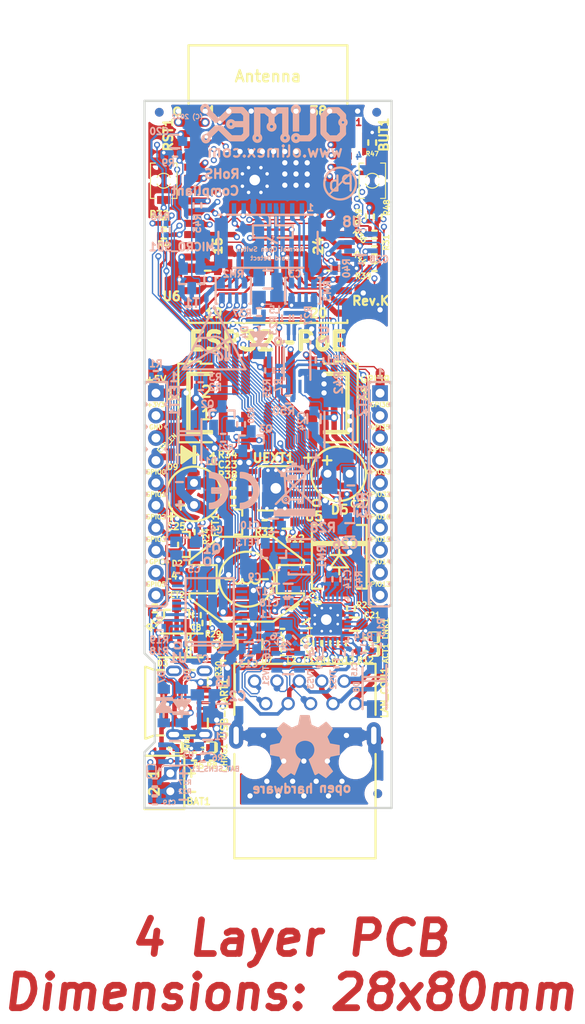
<source format=kicad_pcb>
(kicad_pcb (version 20171130) (host pcbnew 5.1.6-c6e7f7d~87~ubuntu18.04.1)
  (title_block (title ESP32-PoE) (date 2022-07-26) (rev K) (company "OLIMEX Ltd.") (comment 1 https://www.olimex.com))
  (layers (0 F.Cu mixed) (1 In1.Cu power) (2 In2.Cu power) (31 B.Cu mixed) (34 B.Paste user hide) (35 F.Paste user hide) (36 B.SilkS user hide) (37 F.SilkS user) (38 B.Mask user hide) (39 F.Mask user hide) (44 Edge.Cuts user))
  (net 0 "")
  (net 1 +5V)
  (net 2 GND)
  (net 3 "Net-(BAT1-Pad1)")
  (net 4 "Net-(BUT1-Pad2)")
  (net 5 +3V3)
  (net 6 "Net-(C11-Pad1)")
  (net 7 /ESP_EN)
  (net 8 "Net-(L2-Pad1)")
  (net 9 "Net-(Q2-Pad1)")
  (net 10 "Net-(MICRO_SD1-Pad5)")
  (net 11 /+5V_USB)
  (net 12 "Net-(MICRO_SD1-Pad1)")
  (net 13 "Net-(MICRO_SD1-Pad2)")
  (net 14 "Net-(MICRO_SD1-Pad8)")
  (net 15 "Net-(U4-Pad4)")
  (net 16 "Net-(U4-Pad14)")
  (net 17 "Net-(U4-Pad18)")
  (net 18 "Net-(U4-Pad20)")
  (net 19 "Net-(U4-Pad26)")
  (net 20 "Net-(USB-UART1-Pad4)")
  (net 21 "Net-(MICRO_SD1-Pad7)")
  (net 22 /D_Com)
  (net 23 +5VP)
  (net 24 Spare1)
  (net 25 Spare2)
  (net 26 /GPIO33)
  (net 27 /GPIO32)
  (net 28 /GPI39)
  (net 29 "Net-(FID1-PadFid1)")
  (net 30 "Net-(FID2-PadFid1)")
  (net 31 "Net-(FID3-PadFid1)")
  (net 32 "Net-(MICRO_SD1-PadCD1)")
  (net 33 "Net-(C2-Pad2)")
  (net 34 "Net-(C4-Pad1)")
  (net 35 "Net-(C5-Pad1)")
  (net 36 "Net-(C21-Pad2)")
  (net 37 "Net-(D4-Pad1)")
  (net 38 "Net-(Q2-Pad2)")
  (net 39 "Net-(Q3-Pad3)")
  (net 40 "Net-(Q3-Pad2)")
  (net 41 "Net-(Q3-Pad1)")
  (net 42 "Net-(R6-Pad1)")
  (net 43 "Net-(R26-Pad1)")
  (net 44 "Net-(R29-Pad1)")
  (net 45 "Net-(U1-Pad17)")
  (net 46 "Net-(U1-Pad14)")
  (net 47 "Net-(U1-Pad13)")
  (net 48 "Net-(U1-Pad12)")
  (net 49 "Net-(U1-Pad11)")
  (net 50 "Net-(U1-Pad7)")
  (net 51 "Net-(U1-Pad6)")
  (net 52 "Net-(C6-Pad1)")
  (net 53 +3.3VLAN)
  (net 54 "Net-(C17-Pad1)")
  (net 55 /GPIO0)
  (net 56 /GPI35)
  (net 57 "Net-(RM1-Pad3.2)")
  (net 58 "Net-(RM1-Pad2.2)")
  (net 59 "Net-(FID4-PadFid1)")
  (net 60 "Net-(FID5-PadFid1)")
  (net 61 "Net-(FID6-PadFid1)")
  (net 62 "Net-(ACT1-Pad2)")
  (net 63 "Net-(ACT1-Pad1)")
  (net 64 "Net-(LNK1-Pad1)")
  (net 65 "Net-(LNK1-Pad2)")
  (net 66 "Net-(C3-Pad1)")
  (net 67 "Net-(RM1-Pad1.2)")
  (net 68 "Net-(CHRG1-Pad1)")
  (net 69 "Net-(PWR1-Pad1)")
  (net 70 "Net-(C10-Pad2)")
  (net 71 "Net-(R3-Pad2)")
  (net 72 "Net-(C12-Pad2)")
  (net 73 "Net-(L3-Pad1)")
  (net 74 "Net-(R8-Pad2)")
  (net 75 "Net-(C8-Pad1)")
  (net 76 "Net-(D6-Pad1)")
  (net 77 "Net-(D7-Pad2)")
  (net 78 "Net-(U1-Pad20)")
  (net 79 "Net-(BAT_SENS_E1-Pad2)")
  (net 80 /GPI34\BUT1)
  (net 81 /GPIO2\HS2_DATA0)
  (net 82 /GPI36\U1RXD)
  (net 83 /GPIO3\U0RXD)
  (net 84 /GPIO1\U0TXD)
  (net 85 /GPIO4\U1TXD)
  (net 86 /GPIO5\SPI_CS)
  (net 87 /GPIO15\HS2_CMD)
  (net 88 /GPIO16\I2C-SCL)
  (net 89 /GPIO14\HS2_CLK)
  (net 90 /GPIO13\I2C-SDA)
  (net 91 /GPIO27\EMAC_RX_CRS_DV)
  (net 92 "/GPIO25\\EMAC_RXD0(RMII)")
  (net 93 "/GPIO18\\MDIO(RMII)")
  (net 94 "/GPIO26\\EMAC_RXD1(RMII)")
  (net 95 /GPIO12\PHY_PWR)
  (net 96 "/GPIO22\\EMAC_TXD1(RMII)")
  (net 97 "/GPIO19\\EMAC_TXD0(RMII)")
  (net 98 "/GPIO21\\EMAC_TX_EN(RMII)")
  (net 99 "/GPIO23\\MDC(RMII)")
  (net 100 /GPIO17\EMAC_CLK_OUT_180)
  (net 101 /TD+)
  (net 102 /TD-)
  (net 103 /RD+)
  (net 104 /RD-)
  (net 105 "Net-(C12-Pad1)")
  (net 106 "Net-(C23-Pad2)")
  (net 107 "Net-(R7-Pad2)")
  (net 108 "Net-(R23-Pad1)")
  (net 109 "Net-(R27-Pad2)")
  (net 110 "Net-(R28-Pad1)")
  (net 111 "Net-(R33-Pad1)")
  (net 112 "Net-(U2-Pad6)")
  (net 113 "Net-(U5-Pad7)")
  (net 114 "Net-(D9-Pad1)")
  (net 115 "Net-(R41-Pad2)")
  (net 116 "Net-(C26-Pad1)")
  (net 117 "Net-(U6-Pad21)")
  (net 118 "Net-(U6-Pad22)")
  (net 119 "Net-(U6-Pad20)")
  (net 120 "Net-(U6-Pad19)")
  (net 121 "Net-(U6-Pad17)")
  (net 122 "Net-(U6-Pad18)")
  (net 123 "Net-(U6-Pad32)")
  (net 124 "Net-(U8-Pad1)")
  (net 125 "Net-(R50-Pad2)")
  (module OLIMEX_RLC-FP:R_0603_5MIL_DWS (layer B.Cu) (at 113.157 136.398 90)
    (fp_text reference R43 (at 0.508 1.651 90) (layer B.SilkS) (effects (font (size 1.016 1.016) (thickness 0.254)) (justify mirror)))
    (fp_text value "NA(22R/R0603)")
    (pad 1 smd rect (at -0.889 0 90) (size 1.016 1.016) (layers B.Cu B.Paste B.Mask) (net 116 "Net-(C26-Pad1)"))
    (pad 2 smd rect (at 0.889 0 90) (size 1.016 1.016) (layers B.Cu B.Paste B.Mask) (net 105 "Net-(C12-Pad1)"))
  )
  (module OLIMEX_RLC-FP:R_2512_MM_DWS (layer B.Cu) (at 112.141 127.3552 90)
    (fp_text reference R42 (at 5.3082 0 90) (layer B.SilkS) (effects (font (size 0.889 0.889) (thickness 0.22225)) (justify mirror)))
    (fp_text value 4.7k/R2512)
    (pad 2 smd rect (at 3.15 0 90) (size 1.2 3.400001) (layers B.Cu B.Paste B.Mask) (net 2 GND))
    (pad 1 smd rect (at -3.15 0 90) (size 1.2 3.400001) (layers B.Cu B.Paste B.Mask) (net 24 Spare1))
  )
  (module OLIMEX_IC-FP:TSSOP-8_Pitch-0.65mm_Dimensions-4.40x3.00x1.20mm (layer B.Cu) (at 107.442 119.507 270)
    (fp_text reference U2 (at -2.921 -3.048 270) (layer B.SilkS) (effects (font (size 1.016 1.016) (thickness 0.254)) (justify mirror)))
    (fp_text value "TPS2376PW(TSSOP-8)")
    (fp_text user o (at -2.286 2.159) (layer B.SilkS) (effects (font (size 1.27 1.27) (thickness 0.254)) (justify mirror)))
    (pad 1 smd rect (at -2.95 0.975 270) (size 1.5 0.35) (layers B.Cu B.Paste B.Mask) (net 108 "Net-(R23-Pad1)") (clearance 0.0508))
    (pad 2 smd rect (at -2.95 0.325 270) (size 1.5 0.35) (layers B.Cu B.Paste B.Mask) (net 109 "Net-(R27-Pad2)") (clearance 0.0508))
    (pad 3 smd rect (at -2.95 -0.325 270) (size 1.5 0.35) (layers B.Cu B.Paste B.Mask) (net 107 "Net-(R7-Pad2)") (clearance 0.0508))
    (pad 4 smd rect (at -2.95 -0.975 270) (size 1.5 0.35) (layers B.Cu B.Paste B.Mask) (net 25 Spare2) (clearance 0.0508))
    (pad 5 smd rect (at 2.95 -0.975 270) (size 1.5 0.35) (layers B.Cu B.Paste B.Mask) (net 2 GND) (clearance 0.0508))
    (pad 6 smd rect (at 2.95 -0.325 270) (size 1.5 0.35) (layers B.Cu B.Paste B.Mask) (net 112 "Net-(U2-Pad6)") (clearance 0.0508))
    (pad 7 smd rect (at 2.95 0.325 270) (size 1.5 0.35) (layers B.Cu B.Paste B.Mask) (net 125 "Net-(R50-Pad2)") (clearance 0.0508))
    (pad 8 smd rect (at 2.95 0.975 270) (size 1.5 0.35) (layers B.Cu B.Paste B.Mask) (net 24 Spare1) (clearance 0.0508))
  )
  (module OLIMEX_RLC-FP:CPOL-RM2.5mm_6.3x11mm_PTH (layer F.Cu) (at 112.141 132.334)
    (fp_text reference C27 (at 2.413 3.429) (layer F.SilkS) (effects (font (size 0.762 0.762) (thickness 0.1905))))
    (fp_text value "15uF/100V/20%/RM2.5/6.3x11mm(Farnell:1281844)")
    (fp_text user + (at -1.3 -1.6) (layer F.SilkS) (effects (font (size 1.27 1.27) (thickness 0.254))))
    (fp_text user + (at -3.429 -1.905) (layer F.SilkS) (effects (font (size 1.27 1.27) (thickness 0.254))))
    (pad 2 thru_hole rect (at 1.25 0) (size 1.524 1.524) (drill 0.9) (layers *.Cu *.Mask) (net 2 GND))
    (pad 1 thru_hole circle (at -1.25 0) (size 1.524 1.524) (drill 0.9) (layers *.Cu *.Mask) (net 24 Spare1))
  )
  (module OLIMEX_RLC-FP:L_0805_5MIL_DWS (layer B.Cu) (at 97.155 157.353)
    (fp_text reference L3 (at 1.8796 -1.4986) (layer B.SilkS) (effects (font (size 1.016 1.016) (thickness 0.254)) (justify mirror)))
    (fp_text value FB0805/600R/2A)
    (pad 1 smd rect (at -1.016 0) (size 1.524 1.27) (layers B.Cu B.Paste B.Mask) (net 73 "Net-(L3-Pad1)") (clearance 0.0508))
    (pad 2 smd rect (at 1.016 0) (size 1.524 1.27) (layers B.Cu B.Paste B.Mask) (net 2 GND) (clearance 0.0508))
  )
  (module OLIMEX_Diodes-FP:SOD-123_1C-2A_KA (layer B.Cu) (at 92.329 158.623 270)
    (fp_text reference D7 (at -3.302 0.254 90) (layer B.SilkS) (effects (font (size 0.762 0.762) (thickness 0.1905)) (justify mirror)))
    (fp_text value "1N5819S4(SOD-123)")
    (pad 1 smd rect (at -1.9 0 270) (size 1 1.4) (layers B.Cu B.Paste B.Mask) (net 84 /GPIO1\U0TXD) (clearance 0.0508))
    (pad 2 smd rect (at 1.9 0 270) (size 1 1.4) (layers B.Cu B.Paste B.Mask) (net 77 "Net-(D7-Pad2)") (clearance 0.0508))
  )
  (module OLIMEX_Diodes-FP:SOT-23-5 (layer B.Cu) (at 106.426 153.609 180)
    (fp_text reference TVS1 (at 2.5146 -1.6104 90) (layer B.SilkS) (effects (font (size 0.635 0.635) (thickness 0.15875)) (justify mirror)))
    (fp_text value "ESDS314DBVR(SOT-23-5)")
    (pad 1 smd rect (at 1.3 -0.95 180) (size 1.2 0.55) (layers B.Cu B.Paste B.Mask) (net 103 /RD+) (clearance 0.0508))
    (pad 2 smd rect (at 1.3 0 180) (size 1.2 0.55) (layers B.Cu B.Paste B.Mask) (net 2 GND) (clearance 0.0508))
    (pad 3 smd rect (at 1.3 0.95 180) (size 1.2 0.55) (layers B.Cu B.Paste B.Mask) (net 101 /TD+) (clearance 0.0508))
    (pad 5 smd rect (at -1.3 -0.95 180) (size 1.2 0.55) (layers B.Cu B.Paste B.Mask) (net 104 /RD-) (clearance 0.0508))
    (pad 4 smd rect (at -1.3 0.95 180) (size 1.2 0.55) (layers B.Cu B.Paste B.Mask) (net 102 /TD-) (clearance 0.0508))
  )
  (module OLIMEX_Diodes-FP:D_0402_5MIL_DWS (layer B.Cu) (at 111.887 153.797 180)
    (fp_text reference TVS2 (at 0.3556 -1.8288 90) (layer B.SilkS) (effects (font (size 0.635 0.635) (thickness 0.15875)) (justify mirror)))
    (fp_text value "NA(GG0402052R542P)")
    (pad 1 smd rect (at -0.508 0) (size 0.5 0.55) (layers B.Cu B.Paste B.Mask) (net 102 /TD-))
    (pad 2 smd rect (at 0.508 0 180) (size 0.5 0.55) (layers B.Cu B.Paste B.Mask) (net 101 /TD+))
  )
  (module OLIMEX_Diodes-FP:SOD-123_1C-2A_KA (layer B.Cu) (at 103.124 116.967 90)
    (fp_text reference D4 (at 0.635 -1.651 90) (layer B.SilkS) (effects (font (size 0.762 0.762) (thickness 0.1905)) (justify mirror)))
    (fp_text value "1N5819S4(SOD-123)")
    (pad 2 smd rect (at 1.9 0 90) (size 1 1.4) (layers B.Cu B.Paste B.Mask) (net 82 /GPI36\U1RXD) (clearance 0.0508))
    (pad 1 smd rect (at -1.9 0 90) (size 1 1.4) (layers B.Cu B.Paste B.Mask) (net 37 "Net-(D4-Pad1)") (clearance 0.0508))
  )
  (module OLIMEX_LOGOs-FP:CE_Sign (layer B.Cu) (at 99.314 134.239 180)
    (fp_text reference CE hide)
    (fp_text value CE_Sign hide)
  )
  (module OLIMEX_Buttons-FP:IT1185AU2_V2 (layer F.Cu) (at 115.959 99.187 90)
    (fp_text reference BUT1 (at 5.207 1.3255 90) (layer F.SilkS) (effects (font (size 1.016 1.016) (thickness 0.254))))
    (fp_text value IT1185AU2)
    (pad 1 smd rect (at -2.177 0 90) (size 0.9 1.5) (layers F.Cu F.Mask) (net 80 /GPI34\BUT1))
    (pad 2 smd rect (at 2.177 0 90) (size 0.9 1.5) (layers F.Cu F.Mask) (net 4 "Net-(BUT1-Pad2)"))
    (pad "" np_thru_hole circle (at 0 -0.9 90) (size 0.7 0.7) (drill 0.7) (layers *.Cu *.Mask))
    (pad "" np_thru_hole circle (at 0 0.9 90) (size 0.7 0.7) (drill 0.7) (layers *.Cu *.Mask))
  )
  (module OLIMEX_Buttons-FP:IT1185AU2_V2 (layer F.Cu) (at 92.321 99.187 90)
    (fp_text reference RST1 (at 5.207 0.516 90) (layer F.SilkS) (effects (font (size 1.016 1.016) (thickness 0.254))))
    (fp_text value IT1185AU2)
    (pad 1 smd rect (at -2.177 0 90) (size 0.9 1.5) (layers F.Cu F.Mask) (net 7 /ESP_EN))
    (pad 2 smd rect (at 2.177 0 90) (size 0.9 1.5) (layers F.Cu F.Mask) (net 2 GND))
    (pad "" np_thru_hole circle (at 0 -0.9 90) (size 0.7 0.7) (drill 0.7) (layers *.Cu *.Mask))
    (pad "" np_thru_hole circle (at 0 0.9 90) (size 0.7 0.7) (drill 0.7) (layers *.Cu *.Mask))
  )
  (module OLIMEX_Regulators-FP:SOT-23-5 (layer F.Cu) (at 102.108 151.638 270)
    (fp_text reference U7 (at 1.778 -1.905) (layer F.SilkS) (effects (font (size 0.635 0.635) (thickness 0.15875))))
    (fp_text value "SY8089AAAC(SOT23-5)")
    (pad 1 smd rect (at 1.3 0.95 270) (size 1.2 0.55) (layers F.Cu F.Paste F.Mask) (net 52 "Net-(C6-Pad1)") (clearance 0.0508))
    (pad 2 smd rect (at 1.3 0 270) (size 1.2 0.55) (layers F.Cu F.Paste F.Mask) (net 2 GND) (clearance 0.0508))
    (pad 3 smd rect (at 1.3 -0.95 270) (size 1.2 0.55) (layers F.Cu F.Paste F.Mask) (net 8 "Net-(L2-Pad1)") (clearance 0.0508))
    (pad 5 smd rect (at -1.3 0.95 270) (size 1.2 0.55) (layers F.Cu F.Paste F.Mask) (net 44 "Net-(R29-Pad1)") (clearance 0.0508))
    (pad 4 smd rect (at -1.3 -0.95 270) (size 1.2 0.55) (layers F.Cu F.Paste F.Mask) (net 52 "Net-(C6-Pad1)") (clearance 0.0508))
  )
  (module OLIMEX_RLC-FP:C_0603_5MIL_DWS (layer B.Cu) (at 99.06 153.289)
    (fp_text reference C7 (at -2.3368 0) (layer B.SilkS) (effects (font (size 0.762 0.762) (thickness 0.1905)) (justify mirror)))
    (fp_text value 22uF/6.3V/20%/X5R/C0603)
    (pad 1 smd rect (at -0.889 0) (size 1.016 1.016) (layers B.Cu B.Paste B.Mask) (net 11 /+5V_USB) (clearance 0.0508))
    (pad 2 smd rect (at 0.889 0) (size 1.016 1.016) (layers B.Cu B.Paste B.Mask) (net 2 GND) (clearance 0.0508))
  )
  (module OLIMEX_Transistors-FP:SOT23 (layer B.Cu) (at 102.235 128.651 270)
    (fp_text reference Q3 (at -1.397 -1.651) (layer B.SilkS) (effects (font (size 0.762 0.762) (thickness 0.1905)) (justify mirror)))
    (fp_text value "BC817-40(SOT23)")
    (pad 3 smd rect (at -1.10236 -0.00254 270) (size 1.4 1) (layers B.Cu B.Paste B.Mask) (net 39 "Net-(Q3-Pad3)") (clearance 0.0508))
    (pad 2 smd rect (at 1.10744 0.9525 270) (size 1.4 1) (layers B.Cu B.Paste B.Mask) (net 40 "Net-(Q3-Pad2)") (clearance 0.0508))
    (pad 1 smd rect (at 1.10744 -0.94996 270) (size 1.4 1) (layers B.Cu B.Paste B.Mask) (net 41 "Net-(Q3-Pad1)") (clearance 0.0508))
  )
  (module OLIMEX_Transistors-FP:SOT23 (layer B.Cu) (at 98.93046 125.81636 270)
    (fp_text reference Q2 (at -1.35636 1.64846 180) (layer B.SilkS) (effects (font (size 0.762 0.762) (thickness 0.1905)) (justify mirror)))
    (fp_text value "BC817-40(SOT23)")
    (pad 3 smd rect (at -1.10236 -0.00254 270) (size 1.4 1) (layers B.Cu B.Paste B.Mask) (net 114 "Net-(D9-Pad1)") (clearance 0.0508))
    (pad 2 smd rect (at 1.10744 0.9525 270) (size 1.4 1) (layers B.Cu B.Paste B.Mask) (net 38 "Net-(Q2-Pad2)") (clearance 0.0508))
    (pad 1 smd rect (at 1.10744 -0.94996 270) (size 1.4 1) (layers B.Cu B.Paste B.Mask) (net 9 "Net-(Q2-Pad1)") (clearance 0.0508))
  )
  (module OLIMEX_Transistors-FP:SOT23 (layer B.Cu) (at 95.504 110.236 90)
    (fp_text reference T1 (at -2.794 0 180) (layer B.SilkS) (effects (font (size 1.016 1.016) (thickness 0.254)) (justify mirror)))
    (fp_text value "LMUN2211LT1G(SOT-23)")
    (pad 1 smd rect (at 1.10744 -0.94996 90) (size 1.4 1) (layers B.Cu B.Paste B.Mask) (net 95 /GPIO12\PHY_PWR) (clearance 0.0508))
    (pad 2 smd rect (at 1.10744 0.9525 90) (size 1.4 1) (layers B.Cu B.Paste B.Mask) (net 2 GND) (clearance 0.0508))
    (pad 3 smd rect (at -1.10236 -0.00254 90) (size 1.4 1) (layers B.Cu B.Paste B.Mask) (net 71 "Net-(R3-Pad2)") (clearance 0.0508))
  )
  (module OLIMEX_RLC-FP:L_0805_5MIL_DWS (layer B.Cu) (at 104.14 112.268)
    (fp_text reference L5 (at 0.762 1.524) (layer B.SilkS) (effects (font (size 0.762 0.762) (thickness 0.1905)) (justify mirror)))
    (fp_text value FB0805/600R/2A)
    (pad 1 smd rect (at -1.016 0) (size 1.524 1.27) (layers B.Cu B.Paste B.Mask) (net 5 +3V3) (clearance 0.0508))
    (pad 2 smd rect (at 1.016 0) (size 1.524 1.27) (layers B.Cu B.Paste B.Mask) (net 66 "Net-(C3-Pad1)") (clearance 0.0508))
  )
  (module OLIMEX_Transistors-FP:SOT23 (layer B.Cu) (at 104.775 141.224 90)
    (fp_text reference FET3 (at 1.143 -2.921) (layer B.SilkS) (effects (font (size 0.762 0.762) (thickness 0.1905)) (justify mirror)))
    (fp_text value WPM2015-3/TR)
    (pad 1 smd rect (at 1.10744 -0.94996 90) (size 1.4 1) (layers B.Cu B.Paste B.Mask) (net 70 "Net-(C10-Pad2)") (clearance 0.0508))
    (pad 2 smd rect (at 1.10744 0.9525 90) (size 1.4 1) (layers B.Cu B.Paste B.Mask) (net 5 +3V3) (clearance 0.0508))
    (pad 3 smd rect (at -1.10236 -0.00254 90) (size 1.4 1) (layers B.Cu B.Paste B.Mask) (net 53 +3.3VLAN) (clearance 0.0508))
  )
  (module OLIMEX_RLC-FP:C_0805_5MIL_DWS (layer F.Cu) (at 107.861619 148.218488 38)
    (fp_text reference C22 (at 2.292872 -0.315802 308) (layer F.SilkS) (effects (font (size 0.635 0.635) (thickness 0.15875))))
    (fp_text value 47uF/6.3V/20%/X5R/C0805)
    (pad 2 smd rect (at 1.016 0 128) (size 1.524 1.27) (layers F.Cu F.Paste F.Mask) (net 2 GND))
    (pad 1 smd rect (at -1.016 0 128) (size 1.524 1.27) (layers F.Cu F.Paste F.Mask) (net 5 +3V3))
  )
  (module OLIMEX_RLC-FP:CD32 (layer F.Cu) (at 105.791 151.384)
    (fp_text reference L2 (at 1.016 2.032) (layer F.SilkS) (effects (font (size 0.635 0.635) (thickness 0.15875))))
    (fp_text value "2.2uH/1.5A/DCR=72mR/20%/3.00x3.00x1.50mm/CD32(NR3015T2R2M)")
    (pad 1 smd rect (at -1.2 0 180) (size 1.6 3) (layers F.Cu F.Paste F.Mask) (net 8 "Net-(L2-Pad1)") (clearance 0.0508))
    (pad 2 smd rect (at 1.2 0 180) (size 1.6 3) (layers F.Cu F.Paste F.Mask) (net 5 +3V3) (clearance 0.0508))
  )
  (module "OLIMEX_Connectors-FP:RJP-003TC1(LPJ4112CNL)" (layer F.Cu) (at 108.331 164.846)
    (fp_text reference LAN_CON1 (at 9.017 -7.747 90) (layer F.SilkS) (effects (font (size 0.762 0.762) (thickness 0.1905))))
    (fp_text value "RJP-003TC1(LPJ4112CNL)")
    (pad 1 thru_hole circle (at -5.715 -9.04) (size 1.524 1.524) (drill 1) (layers *.Cu *.Mask) (net 101 /TD+))
    (pad 2 thru_hole circle (at -4.445 -6.5) (size 1.524 1.524) (drill 1) (layers *.Cu *.Mask) (net 102 /TD-))
    (pad 3 thru_hole circle (at -3.175 -9.04) (size 1.524 1.524) (drill 1) (layers *.Cu *.Mask) (net 103 /RD+))
    (pad 4 thru_hole circle (at -1.905 -6.5) (size 1.524 1.524) (drill 1) (layers *.Cu *.Mask) (net 6 "Net-(C11-Pad1)"))
    (pad 5 thru_hole circle (at -0.635 -9.04) (size 1.524 1.524) (drill 1) (layers *.Cu *.Mask) (net 6 "Net-(C11-Pad1)"))
    (pad 6 thru_hole circle (at 0.635 -6.5) (size 1.524 1.524) (drill 1) (layers *.Cu *.Mask) (net 104 /RD-))
    (pad 7 thru_hole circle (at 1.905 -9.04) (size 1.524 1.524) (drill 1) (layers *.Cu *.Mask) (net 2 GND))
    (pad 8 thru_hole circle (at 3.175 -6.5) (size 1.524 1.524) (drill 1) (layers *.Cu *.Mask) (net 2 GND))
    (pad 9 thru_hole circle (at 4.445 -9.04) (size 1.524 1.524) (drill 1) (layers *.Cu *.Mask) (net 24 Spare1))
    (pad 10 thru_hole circle (at 5.715 -6.5) (size 1.524 1.524) (drill 1) (layers *.Cu *.Mask) (net 25 Spare2))
    (pad 0 thru_hole oval (at -7.8 -2.9) (size 1.6 2.999999) (drill oval 0.6 2) (layers *.Cu *.Mask) (net 33 "Net-(C2-Pad2)"))
    (pad 0 thru_hole oval (at 7.8 -2.9) (size 1.6 2.999999) (drill oval 0.6 2) (layers *.Cu *.Mask) (net 33 "Net-(C2-Pad2)"))
    (pad "" np_thru_hole circle (at -5.715 0.15) (size 3.300001 3.300001) (drill 3.300001) (layers *.Cu *.Mask))
    (pad "" np_thru_hole circle (at 5.715 0.15) (size 3.300001 3.300001) (drill 3.300001) (layers *.Cu *.Mask))
  )
  (module "OLIMEX_IC-FP:QFN32_EP(33)_5.00x5.00x0.90mm_Pitch_0.50mm" (layer B.Cu) (at 110.744 148.844 90)
    (fp_text reference U4 (at -3.81 -1.143) (layer B.SilkS) (effects (font (size 1.016 1.016) (thickness 0.254)) (justify mirror)))
    (fp_text value "LAN8710A-EZC(QFN32)")
    (pad 33 smd rect (at 0 0 90) (size 3.6 3.6) (layers B.Cu B.Mask) (net 2 GND))
    (pad 33 thru_hole rect (at -0.5 1.3 90) (size 0.4 0.4) (drill 0.3) (layers *.Cu B.Mask) (net 2 GND))
    (pad 33 thru_hole rect (at 0.5 1.3 90) (size 0.4 0.4) (drill 0.3) (layers *.Cu B.Mask) (net 2 GND))
    (pad 33 thru_hole rect (at 1.3 0.5 90) (size 0.4 0.4) (drill 0.29972) (layers *.Cu B.Mask) (net 2 GND))
    (pad 33 thru_hole rect (at 1.3 -0.5 90) (size 0.4 0.4) (drill 0.3) (layers *.Cu B.Mask) (net 2 GND))
    (pad 33 thru_hole rect (at 0.5 -1.3 90) (size 0.4 0.4) (drill 0.3) (layers *.Cu B.Mask) (net 2 GND))
    (pad 33 thru_hole rect (at -0.5 -1.3 90) (size 0.4 0.4) (drill 0.3) (layers *.Cu B.Mask) (net 2 GND))
    (pad 33 thru_hole rect (at -1.3 -0.5 90) (size 0.4 0.4) (drill 0.3) (layers *.Cu B.Mask) (net 2 GND))
    (pad 33 thru_hole rect (at -1.3 0.5 90) (size 0.4 0.4) (drill 0.3) (layers *.Cu B.Mask) (net 2 GND))
    (pad 33 thru_hole rect (at 0 0 90) (size 1.4224 1.4224) (drill 1.2) (layers *.Cu *.Mask) (net 2 GND))
    (pad 32 smd rect (at -2.45 -1.75 90) (size 0.8 0.25) (layers B.Cu B.Paste B.Mask) (net 43 "Net-(R26-Pad1)"))
    (pad 31 smd rect (at -2.45 -1.25 90) (size 0.8 0.25) (layers B.Cu B.Paste B.Mask) (net 103 /RD+))
    (pad 30 smd rect (at -2.45 -0.75 90) (size 0.8 0.25) (layers B.Cu B.Paste B.Mask) (net 104 /RD-))
    (pad 29 smd rect (at -2.45 -0.25 90) (size 0.8 0.25) (layers B.Cu B.Paste B.Mask) (net 101 /TD+))
    (pad 28 smd rect (at -2.45 0.25 90) (size 0.8 0.25) (layers B.Cu B.Paste B.Mask) (net 102 /TD-))
    (pad 27 smd rect (at -2.45 0.75 90) (size 0.8 0.25) (layers B.Cu B.Paste B.Mask) (net 6 "Net-(C11-Pad1)"))
    (pad 26 smd rect (at -2.45 1.25 90) (size 0.8 0.25) (layers B.Cu B.Paste B.Mask) (net 19 "Net-(U4-Pad26)"))
    (pad 25 smd rect (at -2.45 1.75 90) (size 0.8 0.25) (layers B.Cu B.Paste B.Mask) (net 2 GND))
    (pad 24 smd rect (at -1.75 2.45 180) (size 0.8 0.25) (layers B.Cu B.Paste B.Mask) (net 2 GND))
    (pad 23 smd rect (at -1.25 2.45 180) (size 0.8 0.25) (layers B.Cu B.Paste B.Mask) (net 96 "/GPIO22\\EMAC_TXD1(RMII)"))
    (pad 22 smd rect (at -0.75 2.45 180) (size 0.8 0.25) (layers B.Cu B.Paste B.Mask) (net 97 "/GPIO19\\EMAC_TXD0(RMII)"))
    (pad 21 smd rect (at -0.25 2.45 180) (size 0.8 0.25) (layers B.Cu B.Paste B.Mask) (net 98 "/GPIO21\\EMAC_TX_EN(RMII)"))
    (pad 20 smd rect (at 0.25 2.45 180) (size 0.8 0.25) (layers B.Cu B.Paste B.Mask) (net 18 "Net-(U4-Pad20)"))
    (pad 19 smd rect (at 0.75 2.45 180) (size 0.8 0.25) (layers B.Cu B.Paste B.Mask) (net 36 "Net-(C21-Pad2)"))
    (pad 18 smd rect (at 1.25 2.45 180) (size 0.8 0.25) (layers B.Cu B.Paste B.Mask) (net 17 "Net-(U4-Pad18)"))
    (pad 17 smd rect (at 1.75 2.45 180) (size 0.8 0.25) (layers B.Cu B.Paste B.Mask) (net 99 "/GPIO23\\MDC(RMII)"))
    (pad 16 smd rect (at 2.45 1.75 270) (size 0.8 0.25) (layers B.Cu B.Paste B.Mask) (net 93 "/GPIO18\\MDIO(RMII)"))
    (pad 15 smd rect (at 2.45 1.25 270) (size 0.8 0.25) (layers B.Cu B.Paste B.Mask) (net 91 /GPIO27\EMAC_RX_CRS_DV))
    (pad 14 smd rect (at 2.45 0.75 270) (size 0.8 0.25) (layers B.Cu B.Paste B.Mask) (net 16 "Net-(U4-Pad14)"))
    (pad 13 smd rect (at 2.45 0.25 270) (size 0.8 0.25) (layers B.Cu B.Paste B.Mask) (net 115 "Net-(R41-Pad2)"))
    (pad 12 smd rect (at 2.45 -0.25 270) (size 0.8 0.25) (layers B.Cu B.Paste B.Mask) (net 53 +3.3VLAN))
    (pad 11 smd rect (at 2.45 -0.75 270) (size 0.8 0.25) (layers B.Cu B.Paste B.Mask) (net 92 "/GPIO25\\EMAC_RXD0(RMII)"))
    (pad 10 smd rect (at 2.45 -1.25 270) (size 0.8 0.25) (layers B.Cu B.Paste B.Mask) (net 94 "/GPIO26\\EMAC_RXD1(RMII)"))
    (pad 9 smd rect (at 2.45 -1.75 270) (size 0.8 0.25) (layers B.Cu B.Paste B.Mask) (net 57 "Net-(RM1-Pad3.2)"))
    (pad 8 smd rect (at 1.75 -2.45) (size 0.8 0.25) (layers B.Cu B.Paste B.Mask) (net 58 "Net-(RM1-Pad2.2)"))
    (pad 7 smd rect (at 1.25 -2.45) (size 0.8 0.25) (layers B.Cu B.Paste B.Mask) (net 67 "Net-(RM1-Pad1.2)"))
    (pad 6 smd rect (at 0.75 -2.45) (size 0.8 0.25) (layers B.Cu B.Paste B.Mask) (net 54 "Net-(C17-Pad1)"))
    (pad 5 smd rect (at 0.25 -2.45) (size 0.8 0.25) (layers B.Cu B.Paste B.Mask) (net 100 /GPIO17\EMAC_CLK_OUT_180))
    (pad 4 smd rect (at -0.25 -2.45) (size 0.8 0.25) (layers B.Cu B.Paste B.Mask) (net 15 "Net-(U4-Pad4)"))
    (pad 3 smd rect (at -0.75 -2.45) (size 0.8 0.25) (layers B.Cu B.Paste B.Mask) (net 62 "Net-(ACT1-Pad2)"))
    (pad 2 smd rect (at -1.25 -2.45) (size 0.8 0.25) (layers B.Cu B.Paste B.Mask) (net 64 "Net-(LNK1-Pad1)"))
    (pad 1 smd rect (at -1.75 -2.45) (size 0.8 0.25) (layers B.Cu B.Paste B.Mask) (net 6 "Net-(C11-Pad1)"))
  )
  (module OLIMEX_RLC-FP:C_0402_5MIL_DWS (layer F.Cu) (at 108.839 150.241)
    (fp_text reference C11 (at -0.254 1.524 120) (layer F.SilkS) (effects (font (size 0.762 0.762) (thickness 0.1905))))
    (fp_text value 100nF/16V/10%/X7R/C0402)
    (pad 2 smd rect (at 0.508 0) (size 0.5 0.55) (layers F.Cu F.Paste F.Mask) (net 2 GND))
    (pad 1 smd rect (at -0.508 0 180) (size 0.5 0.55) (layers F.Cu F.Paste F.Mask) (net 6 "Net-(C11-Pad1)"))
  )
  (module OLIMEX_RLC-FP:C_0603_5MIL_DWS (layer F.Cu) (at 99.695 151.003 270)
    (fp_text reference C6 (at 0.5842 1.3716 270) (layer F.SilkS) (effects (font (size 0.635 0.635) (thickness 0.15875))))
    (fp_text value 22uF/6.3V/20%/X5R/C0603)
    (pad 2 smd rect (at 0.889 0 270) (size 1.016 1.016) (layers F.Cu F.Paste F.Mask) (net 2 GND) (clearance 0.0508))
    (pad 1 smd rect (at -0.889 0 270) (size 1.016 1.016) (layers F.Cu F.Paste F.Mask) (net 52 "Net-(C6-Pad1)") (clearance 0.0508))
  )
  (module OLIMEX_RLC-FP:C_0402_5MIL_DWS (layer B.Cu) (at 103.124 150.749 180)
    (fp_text reference C16 (at -0.8636 -1.4478 270) (layer B.SilkS) (effects (font (size 0.762 0.762) (thickness 0.1905)) (justify mirror)))
    (fp_text value 100nF/16V/10%/X7R/C0402)
    (pad 1 smd rect (at -0.508 0) (size 0.5 0.55) (layers B.Cu B.Paste B.Mask) (net 6 "Net-(C11-Pad1)"))
    (pad 2 smd rect (at 0.508 0 180) (size 0.5 0.55) (layers B.Cu B.Paste B.Mask) (net 2 GND))
  )
  (module OLIMEX_RLC-FP:C_0603_5MIL_DWS (layer B.Cu) (at 101.981 152.146 180)
    (fp_text reference C13 (at 0.0508 -1.7018 180) (layer B.SilkS) (effects (font (size 0.762 0.762) (thickness 0.1905)) (justify mirror)))
    (fp_text value 22uF/6.3V/20%/X5R/C0603)
    (pad 1 smd rect (at -0.889 0 180) (size 1.016 1.016) (layers B.Cu B.Paste B.Mask) (net 6 "Net-(C11-Pad1)") (clearance 0.0508))
    (pad 2 smd rect (at 0.889 0 180) (size 1.016 1.016) (layers B.Cu B.Paste B.Mask) (net 2 GND) (clearance 0.0508))
  )
  (module OLIMEX_RLC-FP:R_0402_5MIL_DWS (layer B.Cu) (at 91.313 168.275)
    (fp_text reference R22 (at 3.429 0) (layer B.SilkS) (effects (font (size 0.508 0.508) (thickness 0.127)) (justify mirror)))
    (fp_text value 470k/R0402)
    (pad 2 smd rect (at 0.508 0) (size 0.5 0.55) (layers B.Cu B.Paste B.Mask) (net 2 GND))
    (pad 1 smd rect (at -0.508 0 180) (size 0.5 0.55) (layers B.Cu B.Paste B.Mask) (net 79 "Net-(BAT_SENS_E1-Pad2)"))
  )
  (module OLIMEX_RLC-FP:R_0402_5MIL_DWS (layer B.Cu) (at 91.313 167.259 180)
    (fp_text reference R17 (at -3.429 0 unlocked) (layer B.SilkS) (effects (font (size 0.508 0.508) (thickness 0.127)) (justify mirror)))
    (fp_text value 470k/R0402)
    (pad 2 smd rect (at 0.508 0 180) (size 0.5 0.55) (layers B.Cu B.Paste B.Mask) (net 79 "Net-(BAT_SENS_E1-Pad2)"))
    (pad 1 smd rect (at -0.508 0) (size 0.5 0.55) (layers B.Cu B.Paste B.Mask) (net 3 "Net-(BAT1-Pad1)"))
  )
  (module OLIMEX_RLC-FP:R_0402_5MIL_DWS (layer F.Cu) (at 91.313 147.574)
    (fp_text reference R16 (at 0 1.651 225) (layer F.SilkS) (effects (font (size 0.762 0.762) (thickness 0.1905))))
    (fp_text value "NA(10k/R0402)")
    (pad 2 smd rect (at 0.508 0) (size 0.5 0.55) (layers F.Cu F.Paste F.Mask) (net 5 +3V3))
    (pad 1 smd rect (at -0.508 0 180) (size 0.5 0.55) (layers F.Cu F.Paste F.Mask) (net 83 /GPIO3\U0RXD))
  )
  (module OLIMEX_Diodes-FP:SOD-123_1C-2A_KA (layer B.Cu) (at 94.361 158.623 90)
    (fp_text reference D6 (at 3.556 0.635 270) (layer B.SilkS) (effects (font (size 0.762 0.762) (thickness 0.1905)) (justify mirror)))
    (fp_text value "1N5819S4(SOD-123)")
    (pad 1 smd rect (at -1.9 0 90) (size 1 1.4) (layers B.Cu B.Paste B.Mask) (net 76 "Net-(D6-Pad1)") (clearance 0.0508))
    (pad 2 smd rect (at 1.9 0 90) (size 1 1.4) (layers B.Cu B.Paste B.Mask) (net 83 /GPIO3\U0RXD) (clearance 0.0508))
  )
  (module OLIMEX_RLC-FP:C_0402_5MIL_DWS (layer B.Cu) (at 91.313 169.291)
    (fp_text reference C19 (at 1.651 0.254) (layer B.SilkS) (effects (font (size 0.508 0.508) (thickness 0.127)) (justify mirror)))
    (fp_text value 1nF/50V/10%/X7R/C0402)
    (pad 2 smd rect (at 0.508 0) (size 0.5 0.55) (layers B.Cu B.Paste B.Mask) (net 2 GND))
    (pad 1 smd rect (at -0.508 0 180) (size 0.5 0.55) (layers B.Cu B.Paste B.Mask) (net 79 "Net-(BAT_SENS_E1-Pad2)"))
  )
  (module OLIMEX_RLC-FP:R_0402_5MIL_DWS (layer B.Cu) (at 93.599 96.012 180)
    (fp_text reference R9 (at 0.762 -1.143 180) (layer B.SilkS) (effects (font (size 0.762 0.762) (thickness 0.1905)) (justify mirror)))
    (fp_text value 100k/R0402)
    (pad 2 smd rect (at 0.508 0 180) (size 0.5 0.55) (layers B.Cu B.Paste B.Mask) (net 2 GND))
    (pad 1 smd rect (at -0.508 0) (size 0.5 0.55) (layers B.Cu B.Paste B.Mask) (net 28 /GPI39))
  )
  (module OLIMEX_RLC-FP:R_0402_5MIL_DWS (layer F.Cu) (at 92.329 105.283)
    (fp_text reference R4 (at 0 1.143 180) (layer F.SilkS) (effects (font (size 0.762 0.762) (thickness 0.1905))))
    (fp_text value 47k/R0402)
    (pad 2 smd rect (at 0.508 0) (size 0.5 0.55) (layers F.Cu F.Paste F.Mask) (net 28 /GPI39))
    (pad 1 smd rect (at -0.508 0 180) (size 0.5 0.55) (layers F.Cu F.Paste F.Mask) (net 1 +5V))
  )
  (module OLIMEX_RLC-FP:R_0402_5MIL_DWS (layer B.Cu) (at 96.774 164.465)
    (fp_text reference R6 (at 1.651 0) (layer B.SilkS) (effects (font (size 0.635 0.635) (thickness 0.15875)) (justify mirror)))
    (fp_text value 2.2k/R0402)
    (pad 2 smd rect (at 0.508 0) (size 0.5 0.55) (layers B.Cu B.Paste B.Mask) (net 2 GND))
    (pad 1 smd rect (at -0.508 0 180) (size 0.5 0.55) (layers B.Cu B.Paste B.Mask) (net 42 "Net-(R6-Pad1)"))
  )
  (module OLIMEX_IC-FP:SOT-23-5 (layer B.Cu) (at 93.599 163.957 180)
    (fp_text reference U3 (at -1.524 -0.127) (layer B.SilkS) (effects (font (size 0.635 0.635) (thickness 0.15875)) (justify mirror)))
    (fp_text value "BL4054B-42TPRN(SOT23-5)")
    (pad 1 smd rect (at 1.3 -0.95 180) (size 1.2 0.55) (layers B.Cu B.Paste B.Mask) (net 74 "Net-(R8-Pad2)") (clearance 0.0508))
    (pad 2 smd rect (at 1.3 0 180) (size 1.2 0.55) (layers B.Cu B.Paste B.Mask) (net 2 GND) (clearance 0.0508))
    (pad 3 smd rect (at 1.3 0.95 180) (size 1.2 0.55) (layers B.Cu B.Paste B.Mask) (net 3 "Net-(BAT1-Pad1)") (clearance 0.0508))
    (pad 5 smd rect (at -1.3 -0.95 180) (size 1.2 0.55) (layers B.Cu B.Paste B.Mask) (net 42 "Net-(R6-Pad1)") (clearance 0.0508))
    (pad 4 smd rect (at -1.3 0.95 180) (size 1.2 0.55) (layers B.Cu B.Paste B.Mask) (net 1 +5V) (clearance 0.0508))
  )
  (module OLIMEX_LOGOs-FP:LOGO_OPENHARDWARE_8x8 (layer B.Cu) (at 108.331 163.703 180)
    (fp_text reference Logo_OSHW hide)
    (fp_text value "" hide)
    (fp_text user hardware (at 2.51206 -4.2672 180) (layer B.SilkS) (effects (font (size 1.016 1.016) (thickness 0.254)) (justify mirror)))
    (fp_text user open (at -3.40106 -4.17576 180) (layer B.SilkS) (effects (font (size 1.016 1.016) (thickness 0.254)) (justify mirror)))
  )
  (module OLIMEX_RLC-FP:R_0402_5MIL_DWS (layer B.Cu) (at 96.52 121.539 180)
    (fp_text reference R3 (at -1.651 0.127) (layer B.SilkS) (effects (font (size 0.762 0.762) (thickness 0.1905)) (justify mirror)))
    (fp_text value 1k/R0402)
    (pad 2 smd rect (at 0.508 0 180) (size 0.5 0.55) (layers B.Cu B.Paste B.Mask) (net 71 "Net-(R3-Pad2)"))
    (pad 1 smd rect (at -0.508 0) (size 0.5 0.55) (layers B.Cu B.Paste B.Mask) (net 70 "Net-(C10-Pad2)"))
  )
  (module OLIMEX_RLC-FP:C_0603_5MIL_DWS (layer B.Cu) (at 104.775 138.176 180)
    (fp_text reference C10 (at 2.667 0 180) (layer B.SilkS) (effects (font (size 0.762 0.762) (thickness 0.1905)) (justify mirror)))
    (fp_text value 22uF/6.3V/20%/X5R/C0603)
    (pad 2 smd rect (at 0.889 0 180) (size 1.016 1.016) (layers B.Cu B.Paste B.Mask) (net 70 "Net-(C10-Pad2)") (clearance 0.0508))
    (pad 1 smd rect (at -0.889 0 180) (size 1.016 1.016) (layers B.Cu B.Paste B.Mask) (net 5 +3V3) (clearance 0.0508))
  )
  (module OLIMEX_LOGOs-FP:OLIMEX_LOGO_TB (layer B.Cu) (at 104.648 92.71 180)
    (fp_text reference Logo_Olimex hide)
    (fp_text value "" hide)
  )
  (module OLIMEX_LOGOs-FP:LOGO_RECYCLEBIN_1 (layer B.Cu) (at 109.474 137.16 180)
    (fp_text reference Sign_RecycleBin hide)
    (fp_text value "" hide)
  )
  (module OLIMEX_LOGOs-FP:LOGO_PBFREE (layer B.Cu) (at 112.522 99.187)
    (fp_text reference Sign_PB-Free)
    (fp_text value "")
    (fp_text user Pb (at -0.08636 0.33528) (layer B.SilkS) (effects (font (size 1.7 1.5) (thickness 0.254)) (justify mirror)))
  )
  (module OLIMEX_RLC-FP:C_0805_5MIL_DWS (layer B.Cu) (at 104.14 110.363 180)
    (fp_text reference C3 (at -3.048 0.635 180) (layer B.SilkS) (effects (font (size 0.762 0.762) (thickness 0.1905)) (justify mirror)))
    (fp_text value 47uF/6.3V/20%/X5R/C0805)
    (pad 2 smd rect (at 1.016 0 90) (size 1.524 1.27) (layers B.Cu B.Paste B.Mask) (net 2 GND))
    (pad 1 smd rect (at -1.016 0 90) (size 1.524 1.27) (layers B.Cu B.Paste B.Mask) (net 66 "Net-(C3-Pad1)"))
  )
  (module OLIMEX_LEDs-FP:LED_0603_KA (layer F.Cu) (at 115.189 150.876 180)
    (fp_text reference LNK1 (at -2.286 1.016 270) (layer F.SilkS) (effects (font (size 0.635 0.635) (thickness 0.15875))))
    (fp_text value LED/GREEN/0603)
    (pad 1 smd rect (at -0.762 0) (size 0.8 0.8) (layers F.Cu F.Paste F.Mask) (net 64 "Net-(LNK1-Pad1)"))
    (pad 2 smd rect (at 0.762 0) (size 0.8 0.8) (layers F.Cu F.Paste F.Mask) (net 65 "Net-(LNK1-Pad2)"))
  )
  (module OLIMEX_LEDs-FP:LED_0603_KA (layer F.Cu) (at 115.189 152.4 180)
    (fp_text reference ACT1 (at -2.286 -0.254 270) (layer F.SilkS) (effects (font (size 0.635 0.635) (thickness 0.15875))))
    (fp_text value LED/YELLOW/0603)
    (pad 1 smd rect (at -0.762 0) (size 0.8 0.8) (layers F.Cu F.Paste F.Mask) (net 63 "Net-(ACT1-Pad1)"))
    (pad 2 smd rect (at 0.762 0) (size 0.8 0.8) (layers F.Cu F.Paste F.Mask) (net 62 "Net-(ACT1-Pad2)"))
  )
  (module OLIMEX_Other-FP:Fiducial1x3 (layer B.Cu) (at 116.586 168.529 270)
    (fp_text reference FID6 hide)
    (fp_text value Fiducial hide)
    (pad Fid1 connect circle (at 0 0 270) (size 1 1) (layers B.Cu B.Mask) (net 61 "Net-(FID6-PadFid1)") (clearance 1.016))
  )
  (module OLIMEX_Other-FP:Fiducial1x3 (layer B.Cu) (at 116.459 91.44 270)
    (fp_text reference FID5 hide)
    (fp_text value Fiducial hide)
    (pad Fid1 connect circle (at 0 0 270) (size 1 1) (layers B.Cu B.Mask) (net 60 "Net-(FID5-PadFid1)") (clearance 1.016))
  )
  (module OLIMEX_Other-FP:Fiducial1x3 (layer B.Cu) (at 91.821 91.44 270)
    (fp_text reference FID4 hide)
    (fp_text value Fiducial hide)
    (pad Fid1 connect circle (at 0 0 270) (size 1 1) (layers B.Cu B.Mask) (net 59 "Net-(FID4-PadFid1)") (clearance 1.016))
  )
  (module OLIMEX_RLC-FP:C_0402_5MIL_DWS (layer B.Cu) (at 110.998 144.272 90)
    (fp_text reference C14 (at 0 2.159 90) (layer B.SilkS) (effects (font (size 0.762 0.762) (thickness 0.1905)) (justify mirror)))
    (fp_text value 100nF/16V/10%/X7R/C0402)
    (pad 2 smd rect (at 0.508 0 90) (size 0.5 0.55) (layers B.Cu B.Paste B.Mask) (net 2 GND))
    (pad 1 smd rect (at -0.508 0 270) (size 0.5 0.55) (layers B.Cu B.Paste B.Mask) (net 53 +3.3VLAN))
  )
  (module OLIMEX_RLC-FP:C_0402_5MIL_DWS (layer B.Cu) (at 106.299 146.939 180)
    (fp_text reference C18 (at 2.032 0 180) (layer B.SilkS) (effects (font (size 0.762 0.762) (thickness 0.1905)) (justify mirror)))
    (fp_text value 100nF/16V/10%/X7R/C0402)
    (pad 2 smd rect (at 0.508 0 180) (size 0.5 0.55) (layers B.Cu B.Paste B.Mask) (net 2 GND))
    (pad 1 smd rect (at -0.508 0) (size 0.5 0.55) (layers B.Cu B.Paste B.Mask) (net 54 "Net-(C17-Pad1)"))
  )
  (module OLIMEX_RLC-FP:C_0402_5MIL_DWS (layer B.Cu) (at 113.284 152.654 90)
    (fp_text reference C15 (at -1.8034 0.6604 270) (layer B.SilkS) (effects (font (size 0.5588 0.5588) (thickness 0.1397)) (justify mirror)))
    (fp_text value 100nF/16V/10%/X7R/C0402)
    (pad 2 smd rect (at 0.508 0 90) (size 0.5 0.55) (layers B.Cu B.Paste B.Mask) (net 2 GND))
    (pad 1 smd rect (at -0.508 0 270) (size 0.5 0.55) (layers B.Cu B.Paste B.Mask) (net 6 "Net-(C11-Pad1)"))
  )
  (module OLIMEX_RLC-FP:R_0402_5MIL_DWS (layer B.Cu) (at 92.583 104.775 90)
    (fp_text reference R46 (at 1.524 -0.635) (layer B.SilkS) (effects (font (size 0.762 0.762) (thickness 0.1905)) (justify mirror)))
    (fp_text value 220R/R0402)
    (pad 2 smd rect (at 0.508 0 90) (size 0.5 0.55) (layers B.Cu B.Paste B.Mask) (net 21 "Net-(MICRO_SD1-Pad7)"))
    (pad 1 smd rect (at -0.508 0 270) (size 0.5 0.55) (layers B.Cu B.Paste B.Mask) (net 81 /GPIO2\HS2_DATA0))
  )
  (module OLIMEX_RLC-FP:R_0402_5MIL_DWS (layer F.Cu) (at 116.205 107.95)
    (fp_text reference R44 (at -1.651 0 135) (layer F.SilkS) (effects (font (size 0.635 0.635) (thickness 0.15875))))
    (fp_text value NA/R0402)
    (pad 2 smd rect (at 0.508 0) (size 0.5 0.55) (layers F.Cu F.Paste F.Mask) (net 5 +3V3))
    (pad 1 smd rect (at -0.508 0 180) (size 0.5 0.55) (layers F.Cu F.Paste F.Mask) (net 55 /GPIO0))
  )
  (module OLIMEX_RLC-FP:R_0402_5MIL_DWS (layer B.Cu) (at 111.76 109.093 90)
    (fp_text reference R40 (at 0 1.27 270) (layer B.SilkS) (effects (font (size 0.762 0.762) (thickness 0.1905)) (justify mirror)))
    (fp_text value 10R/R0402)
    (pad 2 smd rect (at 0.508 0 90) (size 0.5 0.55) (layers B.Cu B.Paste B.Mask) (net 10 "Net-(MICRO_SD1-Pad5)"))
    (pad 1 smd rect (at -0.508 0 270) (size 0.5 0.55) (layers B.Cu B.Paste B.Mask) (net 89 /GPIO14\HS2_CLK))
  )
  (module OLIMEX_RLC-FP:R_0402_5MIL_DWS (layer F.Cu) (at 116.205 108.966 180)
    (fp_text reference R39 (at 1.27 -1.016 180) (layer F.SilkS) (effects (font (size 0.635 0.635) (thickness 0.15875))))
    (fp_text value 10k/R0402)
    (pad 2 smd rect (at 0.508 0 180) (size 0.5 0.55) (layers F.Cu F.Paste F.Mask) (net 87 /GPIO15\HS2_CMD))
    (pad 1 smd rect (at -0.508 0) (size 0.5 0.55) (layers F.Cu F.Paste F.Mask) (net 5 +3V3))
  )
  (module OLIMEX_RLC-FP:R_0402_5MIL_DWS (layer F.Cu) (at 116.205 105.283 180)
    (fp_text reference R36 (at 1.651 -0.1778 315) (layer F.SilkS) (effects (font (size 0.635 0.635) (thickness 0.15875))))
    (fp_text value 10k/R0402)
    (pad 2 smd rect (at 0.508 0 180) (size 0.5 0.55) (layers F.Cu F.Paste F.Mask) (net 86 /GPIO5\SPI_CS))
    (pad 1 smd rect (at -0.508 0) (size 0.5 0.55) (layers F.Cu F.Paste F.Mask) (net 5 +3V3))
  )
  (module OLIMEX_RLC-FP:R_0402_5MIL_DWS (layer B.Cu) (at 104.267 120.65 270)
    (fp_text reference R35 (at 2.032 0.254 90) (layer B.SilkS) (effects (font (size 0.762 0.762) (thickness 0.1905)) (justify mirror)))
    (fp_text value 2.2k/R0402)
    (pad 2 smd rect (at 0.508 0 270) (size 0.5 0.55) (layers B.Cu B.Paste B.Mask) (net 90 /GPIO13\I2C-SDA))
    (pad 1 smd rect (at -0.508 0 90) (size 0.5 0.55) (layers B.Cu B.Paste B.Mask) (net 5 +3V3))
  )
  (module OLIMEX_RLC-FP:R_0402_5MIL_DWS (layer F.Cu) (at 116.205 106.172 180)
    (fp_text reference R31 (at -1.3335 0 90) (layer F.SilkS) (effects (font (size 0.635 0.635) (thickness 0.15875))))
    (fp_text value 2.2k/R0402)
    (pad 2 smd rect (at 0.508 0 180) (size 0.5 0.55) (layers F.Cu F.Paste F.Mask) (net 88 /GPIO16\I2C-SCL))
    (pad 1 smd rect (at -0.508 0) (size 0.5 0.55) (layers F.Cu F.Paste F.Mask) (net 5 +3V3))
  )
  (module OLIMEX_RLC-FP:R_0402_5MIL_DWS (layer F.Cu) (at 99.06 153.035)
    (fp_text reference R30 (at -0.508 1.397 90) (layer F.SilkS) (effects (font (size 0.635 0.635) (thickness 0.15875))))
    (fp_text value 49.9k/1%/R0402)
    (pad 1 smd rect (at -0.508 0 180) (size 0.5 0.55) (layers F.Cu F.Paste F.Mask) (net 44 "Net-(R29-Pad1)"))
    (pad 2 smd rect (at 0.508 0) (size 0.5 0.55) (layers F.Cu F.Paste F.Mask) (net 2 GND))
  )
  (module OLIMEX_RLC-FP:R_0402_5MIL_DWS (layer F.Cu) (at 97.155 149.225 90)
    (fp_text reference R29 (at -1.27 0.762) (layer F.SilkS) (effects (font (size 0.635 0.635) (thickness 0.15875))))
    (fp_text value 220k/R0402)
    (pad 1 smd rect (at -0.508 0 270) (size 0.5 0.55) (layers F.Cu F.Paste F.Mask) (net 44 "Net-(R29-Pad1)"))
    (pad 2 smd rect (at 0.508 0 90) (size 0.5 0.55) (layers F.Cu F.Paste F.Mask) (net 5 +3V3))
  )
  (module OLIMEX_RLC-FP:R_0402_5MIL_DWS (layer B.Cu) (at 106.82879 151.15179 135)
    (fp_text reference R26 (at 0.982723 -1.167433 135) (layer B.SilkS) (effects (font (size 0.762 0.762) (thickness 0.1905)) (justify mirror)))
    (fp_text value 12.1k/1%/R0402)
    (pad 2 smd rect (at 0.508 0 135) (size 0.5 0.55) (layers B.Cu B.Paste B.Mask) (net 2 GND))
    (pad 1 smd rect (at -0.508 0 315) (size 0.5 0.55) (layers B.Cu B.Paste B.Mask) (net 43 "Net-(R26-Pad1)"))
  )
  (module OLIMEX_RLC-FP:R_0402_5MIL_DWS (layer F.Cu) (at 113.538 147.574 90)
    (fp_text reference R25 (at 0.381 1.524 180) (layer F.SilkS) (effects (font (size 0.635 0.635) (thickness 0.15875))))
    (fp_text value 10k/R0402)
    (pad 2 smd rect (at 0.508 0 90) (size 0.5 0.55) (layers F.Cu F.Paste F.Mask) (net 53 +3.3VLAN))
    (pad 1 smd rect (at -0.508 0 270) (size 0.5 0.55) (layers F.Cu F.Paste F.Mask) (net 36 "Net-(C21-Pad2)"))
  )
  (module OLIMEX_RLC-FP:R_0402_5MIL_DWS (layer F.Cu) (at 95.758 164.338)
    (fp_text reference R5 (at 0.508 1.016 180) (layer F.SilkS) (effects (font (size 0.635 0.635) (thickness 0.15875))))
    (fp_text value 2.2k/R0402)
    (pad 2 smd rect (at 0.508 0) (size 0.5 0.55) (layers F.Cu F.Paste F.Mask) (net 2 GND))
    (pad 1 smd rect (at -0.508 0 180) (size 0.5 0.55) (layers F.Cu F.Paste F.Mask) (net 69 "Net-(PWR1-Pad1)"))
  )
  (module OLIMEX_RLC-FP:R_0402_5MIL_DWS (layer B.Cu) (at 116.459 151.765 90)
    (fp_text reference R15 (at 2.032 0.508 90) (layer B.SilkS) (effects (font (size 0.762 0.762) (thickness 0.1905)) (justify mirror)))
    (fp_text value 2.2k/R0402)
    (pad 2 smd rect (at 0.508 0 90) (size 0.5 0.55) (layers B.Cu B.Paste B.Mask) (net 2 GND))
    (pad 1 smd rect (at -0.508 0 270) (size 0.5 0.55) (layers B.Cu B.Paste B.Mask) (net 63 "Net-(ACT1-Pad1)"))
  )
  (module OLIMEX_RLC-FP:R_0402_5MIL_DWS (layer B.Cu) (at 114.935 152.146)
    (fp_text reference R14 (at 0 -1.397) (layer B.SilkS) (effects (font (size 0.762 0.762) (thickness 0.1905)) (justify mirror)))
    (fp_text value 2.2k/R0402)
    (pad 2 smd rect (at 0.508 0) (size 0.5 0.55) (layers B.Cu B.Paste B.Mask) (net 65 "Net-(LNK1-Pad2)"))
    (pad 1 smd rect (at -0.508 0 180) (size 0.5 0.55) (layers B.Cu B.Paste B.Mask) (net 6 "Net-(C11-Pad1)"))
  )
  (module OLIMEX_RLC-FP:R_0402_5MIL_DWS (layer F.Cu) (at 111.633 151.511 270)
    (fp_text reference R13 (at 1.905 -1.397) (layer F.SilkS) (effects (font (size 0.635 0.635) (thickness 0.15875))))
    (fp_text value 49.9R/1%/R0402)
    (pad 2 smd rect (at 0.508 0 270) (size 0.5 0.55) (layers F.Cu F.Paste F.Mask) (net 101 /TD+))
    (pad 1 smd rect (at -0.508 0 90) (size 0.5 0.55) (layers F.Cu F.Paste F.Mask) (net 6 "Net-(C11-Pad1)"))
  )
  (module OLIMEX_RLC-FP:R_0402_5MIL_DWS (layer F.Cu) (at 112.522 151.511 270)
    (fp_text reference R12 (at 1.905 -2.667 180) (layer F.SilkS) (effects (font (size 0.635 0.635) (thickness 0.15875))))
    (fp_text value 49.9R/1%/R0402)
    (pad 2 smd rect (at 0.508 0 270) (size 0.5 0.55) (layers F.Cu F.Paste F.Mask) (net 102 /TD-))
    (pad 1 smd rect (at -0.508 0 90) (size 0.5 0.55) (layers F.Cu F.Paste F.Mask) (net 6 "Net-(C11-Pad1)"))
  )
  (module OLIMEX_RLC-FP:R_0402_5MIL_DWS (layer F.Cu) (at 109.728 151.511 270)
    (fp_text reference R11 (at 1.905 0.635) (layer F.SilkS) (effects (font (size 0.635 0.635) (thickness 0.15875))))
    (fp_text value 49.9R/1%/R0402)
    (pad 2 smd rect (at 0.508 0 270) (size 0.5 0.55) (layers F.Cu F.Paste F.Mask) (net 103 /RD+))
    (pad 1 smd rect (at -0.508 0 90) (size 0.5 0.55) (layers F.Cu F.Paste F.Mask) (net 6 "Net-(C11-Pad1)"))
  )
  (module OLIMEX_RLC-FP:R_0402_5MIL_DWS (layer F.Cu) (at 110.744 151.511 270)
    (fp_text reference R10 (at 1.905 -0.254 180) (layer F.SilkS) (effects (font (size 0.635 0.635) (thickness 0.15875))))
    (fp_text value 49.9R/1%/R0402)
    (pad 2 smd rect (at 0.508 0 270) (size 0.5 0.55) (layers F.Cu F.Paste F.Mask) (net 104 /RD-))
    (pad 1 smd rect (at -0.508 0 90) (size 0.5 0.55) (layers F.Cu F.Paste F.Mask) (net 6 "Net-(C11-Pad1)"))
  )
  (module OLIMEX_RLC-FP:R_0402_5MIL_DWS (layer F.Cu) (at 97.79 164.338 180)
    (fp_text reference R8 (at 0 -1.016 180) (layer F.SilkS) (effects (font (size 0.635 0.635) (thickness 0.15875))))
    (fp_text value 2.2k/R0402)
    (pad 2 smd rect (at 0.508 0 180) (size 0.5 0.55) (layers F.Cu F.Paste F.Mask) (net 74 "Net-(R8-Pad2)"))
    (pad 1 smd rect (at -0.508 0) (size 0.5 0.55) (layers F.Cu F.Paste F.Mask) (net 68 "Net-(CHRG1-Pad1)"))
  )
  (module OLIMEX_RLC-FP:R_0402_5MIL_DWS (layer B.Cu) (at 96.52 122.428)
    (fp_text reference R2 (at 1.651 0.127 180) (layer B.SilkS) (effects (font (size 0.762 0.762) (thickness 0.1905)) (justify mirror)))
    (fp_text value 10k/R0402)
    (pad 2 smd rect (at 0.508 0) (size 0.5 0.55) (layers B.Cu B.Paste B.Mask) (net 70 "Net-(C10-Pad2)"))
    (pad 1 smd rect (at -0.508 0 180) (size 0.5 0.55) (layers B.Cu B.Paste B.Mask) (net 5 +3V3))
  )
  (module OLIMEX_RLC-FP:R_0402_5MIL_DWS (layer B.Cu) (at 91.44 121.158)
    (fp_text reference R1 (at 0 -1.27 180) (layer B.SilkS) (effects (font (size 0.762 0.762) (thickness 0.1905)) (justify mirror)))
    (fp_text value 10k/R0402)
    (pad 2 smd rect (at 0.508 0) (size 0.5 0.55) (layers B.Cu B.Paste B.Mask) (net 2 GND))
    (pad 1 smd rect (at -0.508 0 180) (size 0.5 0.55) (layers B.Cu B.Paste B.Mask) (net 1 +5V))
  )
  (module OLIMEX_RLC-FP:R_0402_5MIL_DWS (layer F.Cu) (at 96.266 138.938 270)
    (fp_text reference R24 (at 0.508 -0.889 90) (layer F.SilkS) (effects (font (size 0.635 0.635) (thickness 0.15875))))
    (fp_text value 220R/R0402)
    (pad 2 smd rect (at 0.508 0 270) (size 0.5 0.55) (layers F.Cu F.Paste F.Mask) (net 22 /D_Com))
    (pad 1 smd rect (at -0.508 0 90) (size 0.5 0.55) (layers F.Cu F.Paste F.Mask) (net 39 "Net-(Q3-Pad3)"))
  )
  (module OLIMEX_RLC-FP:R_0402_5MIL_DWS (layer B.Cu) (at 91.821 148.209 180)
    (fp_text reference R19 (at 0 -2.921 180) (layer B.SilkS) (effects (font (size 0.762 0.762) (thickness 0.1905)) (justify mirror)))
    (fp_text value 10k/R0402)
    (pad 2 smd rect (at 0.508 0 180) (size 0.5 0.55) (layers B.Cu B.Paste B.Mask) (net 83 /GPIO3\U0RXD))
    (pad 1 smd rect (at -0.508 0) (size 0.5 0.55) (layers B.Cu B.Paste B.Mask) (net 75 "Net-(C8-Pad1)"))
  )
  (module OLIMEX_RLC-FP:R_0402_5MIL_DWS (layer B.Cu) (at 91.821 149.606 180)
    (fp_text reference R18 (at 0 -2.794 180) (layer B.SilkS) (effects (font (size 0.762 0.762) (thickness 0.1905)) (justify mirror)))
    (fp_text value 10k/R0402)
    (pad 2 smd rect (at 0.508 0 180) (size 0.5 0.55) (layers B.Cu B.Paste B.Mask) (net 77 "Net-(D7-Pad2)"))
    (pad 1 smd rect (at -0.508 0) (size 0.5 0.55) (layers B.Cu B.Paste B.Mask) (net 11 /+5V_USB))
  )
  (module OLIMEX_RLC-FP:C_0402_5MIL_DWS (layer F.Cu) (at 96.0755 148.336 90)
    (fp_text reference C8 (at -1.397 -0.127 180) (layer F.SilkS) (effects (font (size 0.635 0.635) (thickness 0.15875))))
    (fp_text value 100nF/16V/10%/X7R/C0402)
    (pad 2 smd rect (at 0.508 0 90) (size 0.5 0.55) (layers F.Cu F.Paste F.Mask) (net 2 GND))
    (pad 1 smd rect (at -0.508 0 270) (size 0.5 0.55) (layers F.Cu F.Paste F.Mask) (net 75 "Net-(C8-Pad1)"))
  )
  (module OLIMEX_Connectors-FP:HN1x10 (layer B.Cu) (at 116.84 134.65 270)
    (fp_text reference EXT2 (at -10.571 2.032 270) (layer B.SilkS) (effects (font (size 1.016 1.016) (thickness 0.254)) (justify mirror)))
    (fp_text value "NS(HN1x10)")
    (pad 4 thru_hole circle (at -3.81 0 270) (size 1.778 1.778) (drill 1) (layers *.Cu *.Mask) (net 80 /GPI34\BUT1))
    (pad 3 thru_hole circle (at -6.35 0 270) (size 1.778 1.778) (drill 1) (layers *.Cu *.Mask) (net 56 /GPI35))
    (pad 2 thru_hole circle (at -8.89 0 270) (size 1.778 1.778) (drill 1) (layers *.Cu *.Mask) (net 82 /GPI36\U1RXD))
    (pad 1 thru_hole rect (at -11.43 0 270) (size 1.778 1.778) (drill 1) (layers *.Cu *.Mask) (net 28 /GPI39))
    (pad 5 thru_hole circle (at -1.27 0 270) (size 1.778 1.778) (drill 1) (layers *.Cu *.Mask) (net 26 /GPIO33))
    (pad 6 thru_hole circle (at 1.27 0 270) (size 1.778 1.778) (drill 1) (layers *.Cu *.Mask) (net 27 /GPIO32))
    (pad 8 thru_hole circle (at 6.35 0 270) (size 1.778 1.778) (drill 1) (layers *.Cu *.Mask) (net 87 /GPIO15\HS2_CMD))
    (pad 7 thru_hole circle (at 3.81 0 270) (size 1.778 1.778) (drill 1) (layers *.Cu *.Mask) (net 88 /GPIO16\I2C-SCL))
    (pad 9 thru_hole circle (at 8.89 0 270) (size 1.778 1.778) (drill 1) (layers *.Cu *.Mask) (net 89 /GPIO14\HS2_CLK))
    (pad 10 thru_hole circle (at 11.43 0 270) (size 1.778 1.778) (drill 1) (layers *.Cu *.Mask) (net 90 /GPIO13\I2C-SDA))
  )
  (module OLIMEX_Connectors-FP:HN1x10 (layer B.Cu) (at 91.44 134.65 270)
    (fp_text reference EXT1 (at -10.571 -2.159 270) (layer B.SilkS) (effects (font (size 1.016 1.016) (thickness 0.254)) (justify mirror)))
    (fp_text value "NS(HN1x10)")
    (pad 4 thru_hole circle (at -3.81 0 270) (size 1.778 1.778) (drill 1) (layers *.Cu *.Mask) (net 7 /ESP_EN))
    (pad 3 thru_hole circle (at -6.35 0 270) (size 1.778 1.778) (drill 1) (layers *.Cu *.Mask) (net 2 GND))
    (pad 2 thru_hole circle (at -8.89 0 270) (size 1.778 1.778) (drill 1) (layers *.Cu *.Mask) (net 5 +3V3))
    (pad 1 thru_hole rect (at -11.43 0 270) (size 1.778 1.778) (drill 1) (layers *.Cu *.Mask) (net 1 +5V))
    (pad 5 thru_hole circle (at -1.27 0 270) (size 1.778 1.778) (drill 1) (layers *.Cu *.Mask) (net 55 /GPIO0))
    (pad 6 thru_hole circle (at 1.27 0 270) (size 1.778 1.778) (drill 1) (layers *.Cu *.Mask) (net 84 /GPIO1\U0TXD))
    (pad 8 thru_hole circle (at 6.35 0 270) (size 1.778 1.778) (drill 1) (layers *.Cu *.Mask) (net 83 /GPIO3\U0RXD))
    (pad 7 thru_hole circle (at 3.81 0 270) (size 1.778 1.778) (drill 1) (layers *.Cu *.Mask) (net 81 /GPIO2\HS2_DATA0))
    (pad 9 thru_hole circle (at 8.89 0 270) (size 1.778 1.778) (drill 1) (layers *.Cu *.Mask) (net 85 /GPIO4\U1TXD))
    (pad 10 thru_hole circle (at 11.43 0 270) (size 1.778 1.778) (drill 1) (layers *.Cu *.Mask) (net 86 /GPIO5\SPI_CS))
  )
  (module OLIMEX_RLC-FP:C_0603_5MIL_DWS (layer B.Cu) (at 97.282 163.195)
    (fp_text reference C1 (at 1.524 -1.143 180) (layer B.SilkS) (effects (font (size 0.762 0.762) (thickness 0.1905)) (justify mirror)))
    (fp_text value 22uF/6.3V/20%/X5R/C0603)
    (pad 2 smd rect (at 0.889 0) (size 1.016 1.016) (layers B.Cu B.Paste B.Mask) (net 2 GND) (clearance 0.0508))
    (pad 1 smd rect (at -0.889 0) (size 1.016 1.016) (layers B.Cu B.Paste B.Mask) (net 1 +5V) (clearance 0.0508))
  )
  (module OLIMEX_IC-FP:SSOP-20W (layer B.Cu) (at 97.536 147.955 90)
    (fp_text reference U1 (at -5.207 -3.556) (layer B.SilkS) (effects (font (size 1.016 1.016) (thickness 0.254)) (justify mirror)))
    (fp_text value "CH340T(SSOP20W)")
    (fp_text user o (at -3.81 -3.81 90) (layer B.SilkS) (effects (font (size 1.27 1.27) (thickness 0.254)) (justify mirror)))
    (pad 1 smd rect (at -2.925 -3.6195 90) (size 0.325 1.27) (layers B.Cu B.Paste B.Mask))
    (pad 2 smd rect (at -2.275 -3.6195 90) (size 0.325 1.27) (layers B.Cu B.Paste B.Mask))
    (pad 3 smd rect (at -1.625 -3.6195 90) (size 0.325 1.27) (layers B.Cu B.Paste B.Mask) (net 76 "Net-(D6-Pad1)"))
    (pad 4 smd rect (at -0.975 -3.6195 90) (size 0.325 1.27) (layers B.Cu B.Paste B.Mask) (net 77 "Net-(D7-Pad2)"))
    (pad 5 smd rect (at -0.325 -3.6195 90) (size 0.325 1.27) (layers B.Cu B.Paste B.Mask) (net 75 "Net-(C8-Pad1)"))
    (pad 6 smd rect (at 0.325 -3.6195 90) (size 0.325 1.27) (layers B.Cu B.Paste B.Mask) (net 51 "Net-(U1-Pad6)"))
    (pad 7 smd rect (at 0.975 -3.6195 90) (size 0.325 1.27) (layers B.Cu B.Paste B.Mask) (net 50 "Net-(U1-Pad7)"))
    (pad 8 smd rect (at 1.625 -3.6195 90) (size 0.325 1.27) (layers B.Cu B.Paste B.Mask) (net 2 GND))
    (pad 9 smd rect (at 2.275 -3.6195 90) (size 0.325 1.27) (layers B.Cu B.Paste B.Mask) (net 34 "Net-(C4-Pad1)"))
    (pad 10 smd rect (at 2.925 -3.6195 90) (size 0.325 1.27) (layers B.Cu B.Paste B.Mask) (net 35 "Net-(C5-Pad1)"))
    (pad 11 smd rect (at 2.925 3.6195 90) (size 0.325 1.27) (layers B.Cu B.Paste B.Mask) (net 49 "Net-(U1-Pad11)"))
    (pad 12 smd rect (at 2.275 3.6195 90) (size 0.325 1.27) (layers B.Cu B.Paste B.Mask) (net 48 "Net-(U1-Pad12)"))
    (pad 13 smd rect (at 1.625 3.6195 90) (size 0.325 1.27) (layers B.Cu B.Paste B.Mask) (net 47 "Net-(U1-Pad13)"))
    (pad 14 smd rect (at 0.975 3.6195 90) (size 0.325 1.27) (layers B.Cu B.Paste B.Mask) (net 46 "Net-(U1-Pad14)"))
    (pad 15 smd rect (at 0.325 3.6195 90) (size 0.325 1.27) (layers B.Cu B.Paste B.Mask) (net 40 "Net-(Q3-Pad2)"))
    (pad 16 smd rect (at -0.325 3.6195 90) (size 0.325 1.27) (layers B.Cu B.Paste B.Mask) (net 38 "Net-(Q2-Pad2)"))
    (pad 17 smd rect (at -0.975 3.6195 90) (size 0.325 1.27) (layers B.Cu B.Paste B.Mask) (net 45 "Net-(U1-Pad17)"))
    (pad 18 smd rect (at -1.625 3.6195 90) (size 0.325 1.27) (layers B.Cu B.Paste B.Mask))
    (pad 19 smd rect (at -2.275 3.6195 90) (size 0.325 1.27) (layers B.Cu B.Paste B.Mask) (net 11 /+5V_USB))
    (pad 20 smd rect (at -2.925 3.6195 90) (size 0.325 1.27) (layers B.Cu B.Paste B.Mask) (net 78 "Net-(U1-Pad20)"))
  )
  (module OLIMEX_RLC-FP:DBS135 (layer F.Cu) (at 101.727 144.272 180)
    (fp_text reference L4 (at 8.509 0.381 180) (layer F.SilkS) (effects (font (size 0.762 0.762) (thickness 0.1905))))
    (fp_text value "33uH/2.1A/DCR=0.1R/20%/DBS135(PD3316MT330)")
    (pad 2 smd rect (at 5.35 0 180) (size 3.2 2.5) (layers F.Cu F.Paste F.Mask) (net 23 +5VP))
    (pad 1 smd rect (at -5.35 0 180) (size 3.2 2.5) (layers F.Cu F.Paste F.Mask) (net 105 "Net-(C12-Pad1)"))
  )
  (module "OLIMEX_Diodes-FP:DO214AB(SMC)_1(K)-2(A)" (layer F.Cu) (at 112.2172 141.732 270)
    (fp_text reference D5 (at -5.334 -0.0508) (layer F.SilkS) (effects (font (size 1.016 1.016) (thickness 0.254))))
    (fp_text value "SS510/100V/5A/0.85V/DO214AB(SMC)")
    (pad 1 smd rect (at -3.4 0 270) (size 2.2 3.4) (layers F.Cu F.Paste F.Mask) (net 105 "Net-(C12-Pad1)"))
    (pad 2 smd rect (at 3.4 0 270) (size 2.2 3.4) (layers F.Cu F.Paste F.Mask) (net 2 GND))
  )
  (module OLIMEX_Diodes-FP:SMA-KA (layer F.Cu) (at 94.234 151.765 180)
    (fp_text reference D3 (at 2.032 -2.032 180) (layer F.SilkS) (effects (font (size 0.635 0.635) (thickness 0.15875))))
    (fp_text value 1N5822/SS34/SMA)
    (pad 1 smd rect (at -2.5 0 180) (size 2 1.7) (layers F.Cu F.Paste F.Mask) (net 52 "Net-(C6-Pad1)"))
    (pad 2 smd rect (at 2.5 0 180) (size 2 1.7) (layers F.Cu F.Paste F.Mask) (net 1 +5V))
  )
  (module OLIMEX_Diodes-FP:SMA-KA (layer B.Cu) (at 95.25 128.651 270)
    (fp_text reference D1 (at 2.286 -2.413) (layer B.SilkS) (effects (font (size 0.762 0.762) (thickness 0.1905)) (justify mirror)))
    (fp_text value 1N5822/SS34/SMA)
    (pad 1 smd rect (at -2.5 0 270) (size 2 1.7) (layers B.Cu B.Paste B.Mask) (net 1 +5V))
    (pad 2 smd rect (at 2.5 0 270) (size 2 1.7) (layers B.Cu B.Paste B.Mask) (net 23 +5VP))
  )
  (module OLIMEX_RLC-FP:C_1206_5MIL_DWS_ISO (layer B.Cu) (at 99.06 159.512)
    (fp_text reference C2 (at 1.6256 -2.0066 -180) (layer B.SilkS) (effects (font (size 1.016 1.016) (thickness 0.254)) (justify mirror)))
    (fp_text value 1nF/2000V/10%/X7R/C1206)
    (pad 2 smd rect (at 1.778 0) (size 1.016 1.778) (layers B.Cu B.Paste B.Mask) (net 33 "Net-(C2-Pad2)"))
    (pad 1 smd rect (at -1.778 0) (size 1.016 1.778) (layers B.Cu B.Paste B.Mask) (net 2 GND))
  )
  (module "OLIMEX_Connectors-FP:uSD(TFC-9P-1.xH(ATFFS150A01BR016))" (layer B.Cu) (at 104.14 105.537)
    (fp_text reference MICRO_SD1 (at -9.779 1.143 180) (layer B.SilkS) (effects (font (size 0.889 0.889) (thickness 0.22225)) (justify mirror)))
    (fp_text value "TFC-9P-1.7H(ATFFS150A01BR016)")
    (fp_text user "Normal Open Switch" (at 0.25 1.4) (layer B.SilkS) (effects (font (size 0.5 0.5) (thickness 0.125)) (justify mirror)))
    (fp_text user "Card Detect" (at 0.25 2.4) (layer B.SilkS) (effects (font (size 0.5 0.5) (thickness 0.125)) (justify mirror)))
    (pad 8 smd rect (at -3.85 -3.3) (size 0.5 1) (layers B.Cu B.Paste B.Mask) (net 14 "Net-(MICRO_SD1-Pad8)") (clearance 0.0508))
    (pad 7 smd rect (at -2.75 -3.3) (size 0.5 1) (layers B.Cu B.Paste B.Mask) (net 21 "Net-(MICRO_SD1-Pad7)") (clearance 0.0508))
    (pad 6 smd rect (at -1.65 -3.3) (size 0.5 1) (layers B.Cu B.Paste B.Mask) (net 2 GND) (clearance 0.0508))
    (pad 5 smd rect (at -0.55 -3.3) (size 0.5 1) (layers B.Cu B.Paste B.Mask) (net 10 "Net-(MICRO_SD1-Pad5)") (clearance 0.0508))
    (pad CD1 smd rect (at 0.2 -3.3) (size 0.5 1) (layers B.Cu B.Paste B.Mask) (net 32 "Net-(MICRO_SD1-PadCD1)") (clearance 0.0508))
    (pad 4 smd rect (at 0.9 -3.3) (size 0.5 1) (layers B.Cu B.Paste B.Mask) (net 66 "Net-(C3-Pad1)") (clearance 0.0508))
    (pad 3 smd rect (at 1.65 -3.3) (size 0.5 1) (layers B.Cu B.Paste B.Mask) (net 87 /GPIO15\HS2_CMD) (clearance 0.0508))
    (pad 2 smd rect (at 2.75 -3.3) (size 0.5 1) (layers B.Cu B.Paste B.Mask) (net 13 "Net-(MICRO_SD1-Pad2)") (clearance 0.0508))
    (pad 1 smd rect (at 3.85 -3.3) (size 0.5 1) (layers B.Cu B.Paste B.Mask) (net 12 "Net-(MICRO_SD1-Pad1)") (clearance 0.0508))
    (pad CH1 smd rect (at 5.3 -1.55) (size 1.5 1.2) (layers B.Cu B.Paste B.Mask) (net 2 GND) (clearance 0.127))
    (pad CH1 smd rect (at -5.3 -1.55) (size 1.5 1.2) (layers B.Cu B.Paste B.Mask) (net 2 GND) (clearance 0.127))
    (pad CH1 smd rect (at 5.3 2.9) (size 1.5 1.2) (layers B.Cu B.Paste B.Mask) (net 2 GND) (clearance 0.127))
    (pad CH1 smd rect (at -5.3 2.9) (size 1.5 1.2) (layers B.Cu B.Paste B.Mask) (net 2 GND) (clearance 0.127))
    (pad CH1 smd rect (at -5.3 0.5) (size 1.5 4.5) (layers B.Cu) (net 2 GND) (clearance 0.0508))
    (pad CH1 smd rect (at 5.3 0.5) (size 1.5 4.5) (layers B.Cu) (net 2 GND) (clearance 0.0508))
  )
  (module OLIMEX_Other-FP:Fiducial1x3 (layer F.Cu) (at 116.586 168.529 270)
    (fp_text reference FID3 hide)
    (fp_text value Fiducial hide)
    (pad Fid1 connect circle (at 0 0 270) (size 1 1) (layers F.Cu F.Mask) (net 31 "Net-(FID3-PadFid1)") (clearance 1.016))
  )
  (module OLIMEX_Other-FP:Fiducial1x3 (layer F.Cu) (at 116.459 91.44 270)
    (fp_text reference FID2 hide)
    (fp_text value Fiducial hide)
    (pad Fid1 connect circle (at 0 0 270) (size 1 1) (layers F.Cu F.Mask) (net 30 "Net-(FID2-PadFid1)") (clearance 1.016))
  )
  (module OLIMEX_Other-FP:Fiducial1x3 (layer F.Cu) (at 91.821 91.44 270)
    (fp_text reference FID1 hide)
    (fp_text value Fiducial hide)
    (pad Fid1 connect circle (at 0 0 270) (size 1 1) (layers F.Cu F.Mask) (net 29 "Net-(FID1-PadFid1)") (clearance 1.016))
  )
  (module OLIMEX_LEDs-FP:LED_0603_KA (layer F.Cu) (at 92.964 163.322 180)
    (fp_text reference PWR1 (at -2.032 0.381 90) (layer F.SilkS) (effects (font (size 0.508 0.508) (thickness 0.127))))
    (fp_text value LED/RED/0603)
    (pad 1 smd rect (at -0.762 0) (size 0.8 0.8) (layers F.Cu F.Paste F.Mask) (net 69 "Net-(PWR1-Pad1)"))
    (pad 2 smd rect (at 0.762 0) (size 0.8 0.8) (layers F.Cu F.Paste F.Mask) (net 1 +5V))
  )
  (module OLIMEX_RLC-FP:C_0603_5MIL_DWS (layer F.Cu) (at 113.919 149.352 180)
    (fp_text reference C21 (at -2.032 1.016 180) (layer F.SilkS) (effects (font (size 0.635 0.635) (thickness 0.15875))))
    (fp_text value "NA(10uF/6.3V/20%/X5R/C0603)")
    (pad 2 smd rect (at 0.889 0 180) (size 1.016 1.016) (layers F.Cu F.Paste F.Mask) (net 36 "Net-(C21-Pad2)") (clearance 0.0508))
    (pad 1 smd rect (at -0.889 0 180) (size 1.016 1.016) (layers F.Cu F.Paste F.Mask) (net 2 GND) (clearance 0.0508))
  )
  (module OLIMEX_LEDs-FP:LED_0603_KA (layer F.Cu) (at 96.774 163.322 180)
    (fp_text reference CHRG1 (at -2.413 -1.143 270) (layer F.SilkS) (effects (font (size 0.635 0.635) (thickness 0.15875))))
    (fp_text value LED/YELLOW/0603)
    (pad 1 smd rect (at -0.762 0) (size 0.8 0.8) (layers F.Cu F.Paste F.Mask) (net 68 "Net-(CHRG1-Pad1)"))
    (pad 2 smd rect (at 0.762 0) (size 0.8 0.8) (layers F.Cu F.Paste F.Mask) (net 1 +5V))
  )
  (module OLIMEX_RLC-FP:C_0603_5MIL_DWS (layer B.Cu) (at 106.426 145.542 180)
    (fp_text reference C17 (at 2.6035 -0.127 180) (layer B.SilkS) (effects (font (size 0.762 0.762) (thickness 0.1905)) (justify mirror)))
    (fp_text value 2.2uF/6.3V/10%/X5R/C0603)
    (pad 2 smd rect (at 0.889 0 180) (size 1.016 1.016) (layers B.Cu B.Paste B.Mask) (net 2 GND) (clearance 0.0508))
    (pad 1 smd rect (at -0.889 0 180) (size 1.016 1.016) (layers B.Cu B.Paste B.Mask) (net 54 "Net-(C17-Pad1)") (clearance 0.0508))
  )
  (module OLIMEX_RLC-FP:C_0603_5MIL_DWS (layer B.Cu) (at 104.902 144.018)
    (fp_text reference C9 (at -2.286 0) (layer B.SilkS) (effects (font (size 0.762 0.762) (thickness 0.1905)) (justify mirror)))
    (fp_text value 22uF/6.3V/20%/X5R/C0603)
    (pad 2 smd rect (at 0.889 0) (size 1.016 1.016) (layers B.Cu B.Paste B.Mask) (net 2 GND) (clearance 0.0508))
    (pad 1 smd rect (at -0.889 0) (size 1.016 1.016) (layers B.Cu B.Paste B.Mask) (net 53 +3.3VLAN) (clearance 0.0508))
  )
  (module OLIMEX_Connectors-FP:USB-MICRO_MISB-SWMM-5B_LF (layer F.Cu) (at 93.726 158.242 180)
    (fp_text reference USB-UART1 (at -5.461 -0.635 90) (layer F.SilkS) (effects (font (size 0.762 0.762) (thickness 0.1905))))
    (fp_text value "MISB-SWMM-5B-LF(USB_MICRO)")
    (pad 1 smd rect (at -3.15 1.3875 270) (size 0.5 1.65) (layers F.Cu F.Paste F.Mask) (net 11 /+5V_USB))
    (pad 2 smd rect (at -3.15 0.65 270) (size 0.325 1.65) (layers F.Cu F.Paste F.Mask) (net 50 "Net-(U1-Pad7)"))
    (pad 3 smd rect (at -3.15 0 270) (size 0.325 1.65) (layers F.Cu F.Paste F.Mask) (net 51 "Net-(U1-Pad6)"))
    (pad 4 smd rect (at -3.15 -0.65 270) (size 0.325 1.65) (layers F.Cu F.Paste F.Mask) (net 20 "Net-(USB-UART1-Pad4)"))
    (pad 5 smd rect (at -3.15 -1.3875 270) (size 0.5 1.65) (layers F.Cu F.Paste F.Mask) (net 2 GND))
    (pad "" np_thru_hole circle (at -1.9 2 270) (size 0.6 0.6) (drill 0.6) (layers *.Cu *.Mask))
    (pad "" np_thru_hole circle (at -1.9 -2 270) (size 0.6 0.6) (drill 0.6) (layers *.Cu *.Mask))
    (pad 0 smd rect (at 1.4 1.5 270) (size 1.1 1) (layers F.Cu F.Paste F.Mask) (net 73 "Net-(L3-Pad1)"))
    (pad 0 smd rect (at 1.4 -1.5 270) (size 1.1 1) (layers F.Cu F.Paste F.Mask) (net 73 "Net-(L3-Pad1)"))
    (pad 0 thru_hole oval (at 0.25 3.6 270) (size 1.2 1.8) (drill oval 0.6 1.2) (layers *.Cu *.Mask) (net 73 "Net-(L3-Pad1)"))
    (pad 0 thru_hole oval (at -3.22 3.6 270) (size 1.2 1.8) (drill oval 0.6 1.2) (layers *.Cu *.Mask) (net 73 "Net-(L3-Pad1)"))
    (pad 0 thru_hole oval (at -3.22 -3.6 270) (size 1.2 1.8) (drill oval 0.6 1.2) (layers *.Cu *.Mask) (net 73 "Net-(L3-Pad1)"))
    (pad 0 thru_hole oval (at 0.25 -3.6 270) (size 1.2 1.8) (drill oval 0.6 1.2) (layers *.Cu *.Mask) (net 73 "Net-(L3-Pad1)"))
  )
  (module OLIMEX_RLC-FP:R_MATRIX_4 (layer B.Cu) (at 107.95 141.732 90)
    (fp_text reference RM1 (at 0 2.286 270) (layer B.SilkS) (effects (font (size 0.889 0.889) (thickness 0.22225)) (justify mirror)))
    (fp_text value "RA1206_(4X0603)_4B8_2.2k")
    (pad 3.1 smd rect (at 0.381 -0.762 90) (size 0.381 1.016) (layers B.Cu B.Paste B.Mask) (net 53 +3.3VLAN) (clearance 0.0508))
    (pad 2.1 smd rect (at -0.381 -0.762 90) (size 0.381 1.016) (layers B.Cu B.Paste B.Mask) (net 2 GND) (clearance 0.0508))
    (pad 3.2 smd rect (at 0.381 0.762 90) (size 0.381 1.016) (layers B.Cu B.Paste B.Mask) (net 57 "Net-(RM1-Pad3.2)") (clearance 0.0508))
    (pad 2.2 smd rect (at -0.381 0.762 90) (size 0.381 1.016) (layers B.Cu B.Paste B.Mask) (net 58 "Net-(RM1-Pad2.2)") (clearance 0.0508))
    (pad 4.1 smd rect (at 1.27 -0.762 90) (size 0.635 1.016) (layers B.Cu B.Paste B.Mask) (clearance 0.0508))
    (pad 4.2 smd rect (at 1.27 0.762 90) (size 0.635 1.016) (layers B.Cu B.Paste B.Mask) (clearance 0.0508))
    (pad 1.1 smd rect (at -1.27 -0.762 90) (size 0.635 1.016) (layers B.Cu B.Paste B.Mask) (net 2 GND) (clearance 0.0508))
    (pad 1.2 smd rect (at -1.27 0.762 90) (size 0.635 1.016) (layers B.Cu B.Paste B.Mask) (net 67 "Net-(RM1-Pad1.2)") (clearance 0.0508))
  )
  (module OLIMEX_RLC-FP:R_MATRIX_4 (layer B.Cu) (at 100.203 111.633)
    (fp_text reference RM2 (at 0 -1.905 180) (layer B.SilkS) (effects (font (size 0.762 0.762) (thickness 0.1905)) (justify mirror)))
    (fp_text value "RA1206_(4X0603)_4B8_2.2k")
    (pad 3.1 smd rect (at 0.381 -0.762) (size 0.381 1.016) (layers B.Cu B.Paste B.Mask) (net 53 +3.3VLAN) (clearance 0.0508))
    (pad 2.1 smd rect (at -0.381 -0.762) (size 0.381 1.016) (layers B.Cu B.Paste B.Mask) (net 53 +3.3VLAN) (clearance 0.0508))
    (pad 3.2 smd rect (at 0.381 0.762) (size 0.381 1.016) (layers B.Cu B.Paste B.Mask) (net 91 /GPIO27\EMAC_RX_CRS_DV) (clearance 0.0508))
    (pad 2.2 smd rect (at -0.381 0.762) (size 0.381 1.016) (layers B.Cu B.Paste B.Mask) (net 92 "/GPIO25\\EMAC_RXD0(RMII)") (clearance 0.0508))
    (pad 4.1 smd rect (at 1.27 -0.762) (size 0.635 1.016) (layers B.Cu B.Paste B.Mask) (net 53 +3.3VLAN) (clearance 0.0508))
    (pad 4.2 smd rect (at 1.27 0.762) (size 0.635 1.016) (layers B.Cu B.Paste B.Mask) (net 93 "/GPIO18\\MDIO(RMII)") (clearance 0.0508))
    (pad 1.1 smd rect (at -1.27 -0.762) (size 0.635 1.016) (layers B.Cu B.Paste B.Mask) (net 53 +3.3VLAN) (clearance 0.0508))
    (pad 1.2 smd rect (at -1.27 0.762) (size 0.635 1.016) (layers B.Cu B.Paste B.Mask) (net 94 "/GPIO26\\EMAC_RXD1(RMII)") (clearance 0.0508))
  )
  (module OLIMEX_Transistors-FP:SOT23 (layer F.Cu) (at 93.7895 148.37156 270)
    (fp_text reference FET2 (at -2.32156 0.1905) (layer F.SilkS) (effects (font (size 0.635 0.635) (thickness 0.15875))))
    (fp_text value WPM2015-3/TR)
    (pad 1 smd rect (at 1.10744 0.94996 270) (size 1.4 1) (layers F.Cu F.Paste F.Mask) (net 1 +5V) (clearance 0.0508))
    (pad 2 smd rect (at 1.10744 -0.9525 270) (size 1.4 1) (layers F.Cu F.Paste F.Mask) (net 52 "Net-(C6-Pad1)") (clearance 0.0508))
    (pad 3 smd rect (at -1.10236 0.00254 270) (size 1.4 1) (layers F.Cu F.Paste F.Mask) (net 3 "Net-(BAT1-Pad1)") (clearance 0.0508))
  )
  (module OLIMEX_Transistors-FP:SOT23 (layer F.Cu) (at 100.584 137.795 180)
    (fp_text reference FET1 (at 2.413 -0.381 270) (layer F.SilkS) (effects (font (size 0.762 0.762) (thickness 0.1905))))
    (fp_text value WPM2015-3/TR)
    (pad 1 smd rect (at 1.10744 0.94996 180) (size 1.4 1) (layers F.Cu F.Paste F.Mask) (net 23 +5VP) (clearance 0.0508))
    (pad 2 smd rect (at 1.10744 -0.9525 180) (size 1.4 1) (layers F.Cu F.Paste F.Mask) (net 1 +5V) (clearance 0.0508))
    (pad 3 smd rect (at -1.10236 0.00254 180) (size 1.4 1) (layers F.Cu F.Paste F.Mask) (net 11 /+5V_USB) (clearance 0.0508))
  )
  (module OLIMEX_RLC-FP:L_0805_5MIL_DWS (layer B.Cu) (at 105.156 149.479)
    (fp_text reference L1 (at -1.27 -1.27) (layer B.SilkS) (effects (font (size 0.762 0.762) (thickness 0.1905)) (justify mirror)))
    (fp_text value FB0805/600R/2A)
    (pad 1 smd rect (at -1.016 0) (size 1.524 1.27) (layers B.Cu B.Paste B.Mask) (net 53 +3.3VLAN) (clearance 0.0508))
    (pad 2 smd rect (at 1.016 0) (size 1.524 1.27) (layers B.Cu B.Paste B.Mask) (net 6 "Net-(C11-Pad1)") (clearance 0.0508))
  )
  (module OLIMEX_RLC-FP:R_0402_5MIL_DWS (layer F.Cu) (at 115.951 94.869 90)
    (fp_text reference R47 (at -1.27 0 180) (layer F.SilkS) (effects (font (size 0.508 0.508) (thickness 0.127))))
    (fp_text value 220R/R0402)
    (pad 2 smd rect (at 0.508 0 90) (size 0.5 0.55) (layers F.Cu F.Paste F.Mask) (net 2 GND))
    (pad 1 smd rect (at -0.508 0 270) (size 0.5 0.55) (layers F.Cu F.Paste F.Mask) (net 4 "Net-(BUT1-Pad2)"))
  )
  (module OLIMEX_RLC-FP:R_0402_5MIL_DWS (layer F.Cu) (at 115.697 103.251 270)
    (fp_text reference R49 (at 0 1.27 90) (layer F.SilkS) (effects (font (size 0.635 0.635) (thickness 0.15875))))
    (fp_text value NA/R0402)
    (pad 2 smd rect (at 0.508 0 270) (size 0.5 0.55) (layers F.Cu F.Paste F.Mask) (net 22 /D_Com))
    (pad 1 smd rect (at -0.508 0 90) (size 0.5 0.55) (layers F.Cu F.Paste F.Mask) (net 80 /GPI34\BUT1))
  )
  (module OLIMEX_RLC-FP:R_0402_5MIL_DWS (layer F.Cu) (at 116.586 103.251 90)
    (fp_text reference R48 (at 1.016 1.016 90) (layer F.SilkS) (effects (font (size 0.635 0.635) (thickness 0.15875))))
    (fp_text value 10k/R0402)
    (pad 2 smd rect (at 0.508 0 90) (size 0.5 0.55) (layers F.Cu F.Paste F.Mask) (net 80 /GPI34\BUT1))
    (pad 1 smd rect (at -0.508 0 270) (size 0.5 0.55) (layers F.Cu F.Paste F.Mask) (net 5 +3V3))
  )
  (module OLIMEX_RLC-FP:C_0402_5MIL_DWS (layer B.Cu) (at 93.853 143.129 180)
    (fp_text reference C5 (at -1.905 0 180) (layer B.SilkS) (effects (font (size 0.762 0.762) (thickness 0.1905)) (justify mirror)))
    (fp_text value 27pF/50V/5%/C0G/C0402)
    (pad 2 smd rect (at 0.508 0 180) (size 0.5 0.55) (layers B.Cu B.Paste B.Mask) (net 2 GND))
    (pad 1 smd rect (at -0.508 0) (size 0.5 0.55) (layers B.Cu B.Paste B.Mask) (net 35 "Net-(C5-Pad1)"))
  )
  (module OLIMEX_RLC-FP:R_0402_5MIL_DWS (layer B.Cu) (at 103.124 114.046)
    (fp_text reference R37 (at -1.905 0.127 180) (layer B.SilkS) (effects (font (size 0.762 0.762) (thickness 0.1905)) (justify mirror)))
    (fp_text value 10k/R0402)
    (pad 2 smd rect (at 0.508 0) (size 0.5 0.55) (layers B.Cu B.Paste B.Mask) (net 82 /GPI36\U1RXD))
    (pad 1 smd rect (at -0.508 0 180) (size 0.5 0.55) (layers B.Cu B.Paste B.Mask) (net 5 +3V3))
  )
  (module OLIMEX_RLC-FP:R_0402_5MIL_DWS (layer B.Cu) (at 99.06 128.27)
    (fp_text reference R21 (at 0.254 1.143 180) (layer B.SilkS) (effects (font (size 0.635 0.635) (thickness 0.15875)) (justify mirror)))
    (fp_text value 1k/R0402)
    (pad 2 smd rect (at 0.508 0) (size 0.5 0.55) (layers B.Cu B.Paste B.Mask) (net 41 "Net-(Q3-Pad1)"))
    (pad 1 smd rect (at -0.508 0 180) (size 0.5 0.55) (layers B.Cu B.Paste B.Mask) (net 38 "Net-(Q2-Pad2)"))
  )
  (module OLIMEX_RLC-FP:R_0402_5MIL_DWS (layer B.Cu) (at 101.092 126.746 270)
    (fp_text reference R20 (at -1.016 -1.143 270) (layer B.SilkS) (effects (font (size 0.635 0.635) (thickness 0.15875)) (justify mirror)))
    (fp_text value 1k/R0402)
    (pad 1 smd rect (at -0.508 0 90) (size 0.5 0.55) (layers B.Cu B.Paste B.Mask) (net 40 "Net-(Q3-Pad2)"))
    (pad 2 smd rect (at 0.508 0 270) (size 0.5 0.55) (layers B.Cu B.Paste B.Mask) (net 9 "Net-(Q2-Pad1)"))
  )
  (module OLIMEX_Diodes-FP:SOT23-3 (layer F.Cu) (at 94.615 140.335 180)
    (fp_text reference D2 (at 0.762 -2.159 180) (layer F.SilkS) (effects (font (size 0.635 0.635) (thickness 0.15875))))
    (fp_text value "BAT54C(SOT23-3)")
    (pad 3 smd rect (at -1.1 0 270) (size 1 1.4) (layers F.Cu F.Paste F.Mask) (net 22 /D_Com))
    (pad 2 smd rect (at 1.1 -0.95 270) (size 1 1.4) (layers F.Cu F.Paste F.Mask) (net 55 /GPIO0))
    (pad 1 smd rect (at 1.1 0.95 270) (size 1 1.4) (layers F.Cu F.Paste F.Mask) (net 81 /GPIO2\HS2_DATA0))
  )
  (module OLIMEX_RLC-FP:R_MATRIX_4 (layer B.Cu) (at 108.077 111.633)
    (fp_text reference RM3 (at 2.794 0 270) (layer B.SilkS) (effects (font (size 0.762 0.762) (thickness 0.1905)) (justify mirror)))
    (fp_text value "RA1206_(4X0603)_4B8_2.2k")
    (pad 3.1 smd rect (at 0.381 -0.762) (size 0.381 1.016) (layers B.Cu B.Paste B.Mask) (net 12 "Net-(MICRO_SD1-Pad1)") (clearance 0.0508))
    (pad 2.1 smd rect (at -0.381 -0.762) (size 0.381 1.016) (layers B.Cu B.Paste B.Mask) (net 13 "Net-(MICRO_SD1-Pad2)") (clearance 0.0508))
    (pad 3.2 smd rect (at 0.381 0.762) (size 0.381 1.016) (layers B.Cu B.Paste B.Mask) (net 5 +3V3) (clearance 0.0508))
    (pad 2.2 smd rect (at -0.381 0.762) (size 0.381 1.016) (layers B.Cu B.Paste B.Mask) (net 5 +3V3) (clearance 0.0508))
    (pad 4.1 smd rect (at 1.27 -0.762) (size 0.635 1.016) (layers B.Cu B.Paste B.Mask) (net 81 /GPIO2\HS2_DATA0) (clearance 0.0508))
    (pad 4.2 smd rect (at 1.27 0.762) (size 0.635 1.016) (layers B.Cu B.Paste B.Mask) (net 5 +3V3) (clearance 0.0508))
    (pad 1.1 smd rect (at -1.27 -0.762) (size 0.635 1.016) (layers B.Cu B.Paste B.Mask) (net 14 "Net-(MICRO_SD1-Pad8)") (clearance 0.0508))
    (pad 1.2 smd rect (at -1.27 0.762) (size 0.635 1.016) (layers B.Cu B.Paste B.Mask) (net 5 +3V3) (clearance 0.0508))
  )
  (module OLIMEX_Connectors-FP:GBH-254-SMT-10 (layer F.Cu) (at 104.14 124.333)
    (fp_text reference UEXT1 (at 0.635 6.223) (layer F.SilkS) (effects (font (size 1.016 1.016) (thickness 0.254))))
    (fp_text value P-B-V-10-LF)
    (fp_text user 2 (at -6.985 -1.27) (layer F.SilkS) (effects (font (size 1.27 1.27) (thickness 0.254))))
    (fp_text user 1 (at -6.985 1.27) (layer F.SilkS) (effects (font (size 1.27 1.27) (thickness 0.254))))
    (pad "" np_thru_hole circle (at 3.81 0) (size 1.2 1.2) (drill 1.2) (layers *.Cu *.Mask))
    (pad 1 smd rect (at -5.08 3.125 90) (size 4.25 1) (layers F.Cu F.Mask) (net 5 +3V3))
    (pad 2 smd rect (at -5.08 -3.125 90) (size 4.25 1) (layers F.Cu F.Mask) (net 2 GND))
    (pad 3 smd rect (at -2.54 3.125 90) (size 4.25 1) (layers F.Cu F.Mask) (net 85 /GPIO4\U1TXD))
    (pad 4 smd rect (at -2.54 -3.125 90) (size 4.25 1) (layers F.Cu F.Mask) (net 37 "Net-(D4-Pad1)"))
    (pad 5 smd rect (at 0 3.125 90) (size 4.25 1) (layers F.Cu F.Mask) (net 88 /GPIO16\I2C-SCL))
    (pad 6 smd rect (at 0 -3.125 90) (size 4.25 1) (layers F.Cu F.Mask) (net 90 /GPIO13\I2C-SDA))
    (pad 7 smd rect (at 2.54 3.125 90) (size 4.25 1) (layers F.Cu F.Mask) (net 87 /GPIO15\HS2_CMD))
    (pad 8 smd rect (at 2.54 -3.125 90) (size 4.25 1) (layers F.Cu F.Mask) (net 81 /GPIO2\HS2_DATA0))
    (pad 9 smd rect (at 5.08 3.125 90) (size 4.25 1) (layers F.Cu F.Mask) (net 89 /GPIO14\HS2_CLK))
    (pad 10 smd rect (at 5.08 -3.125 90) (size 4.25 1) (layers F.Cu F.Mask) (net 86 /GPIO5\SPI_CS))
    (pad "" np_thru_hole circle (at -3.81 0) (size 1.2 1.2) (drill 1.2) (layers *.Cu *.Mask))
  )
  (module OLIMEX_RLC-FP:C_0402_5MIL_DWS (layer B.Cu) (at 96.52 138.684 180)
    (fp_text reference C4 (at -1.778 0 180) (layer B.SilkS) (effects (font (size 0.762 0.762) (thickness 0.1905)) (justify mirror)))
    (fp_text value 27pF/50V/5%/C0G/C0402)
    (pad 2 smd rect (at 0.508 0 180) (size 0.5 0.55) (layers B.Cu B.Paste B.Mask) (net 2 GND))
    (pad 1 smd rect (at -0.508 0) (size 0.5 0.55) (layers B.Cu B.Paste B.Mask) (net 34 "Net-(C4-Pad1)"))
  )
  (module "OLIMEX_Crystal-FP:TSX-3.2x2.5mm_GND(3)" (layer B.Cu) (at 94.869 140.843 180)
    (fp_text reference Q1 (at -2.921 0 180) (layer B.SilkS) (effects (font (size 1.016 1.016) (thickness 0.254)) (justify mirror)))
    (fp_text value Q12MHz/20pF/10ppm/4P/3.2x2.5mm)
    (fp_text user o (at -2.413 -1.27 180) (layer B.SilkS) (effects (font (size 1.27 1.27) (thickness 0.254)) (justify mirror)))
    (pad 3 smd rect (at -1.1 0.8 180) (size 1.4 1.2) (layers B.Cu B.Paste B.Mask) (net 2 GND))
    (pad 3 smd rect (at 1.1 -0.8 180) (size 1.4 1.2) (layers B.Cu B.Paste B.Mask) (net 2 GND))
    (pad 2 smd rect (at 1.1 0.8 180) (size 1.4 1.2) (layers B.Cu B.Paste B.Mask) (net 35 "Net-(C5-Pad1)"))
    (pad 1 smd rect (at -1.1 -0.8 180) (size 1.4 1.2) (layers B.Cu B.Paste B.Mask) (net 34 "Net-(C4-Pad1)"))
  )
  (module OLIMEX_RLC-FP:R_0402_5MIL_DWS (layer F.Cu) (at 92.329 104.013)
    (fp_text reference R32 (at -0.508 -1.016 180) (layer F.SilkS) (effects (font (size 0.762 0.762) (thickness 0.1905))))
    (fp_text value 10k/R0402)
    (pad 2 smd rect (at 0.508 0) (size 0.5 0.55) (layers F.Cu F.Paste F.Mask) (net 7 /ESP_EN))
    (pad 1 smd rect (at -0.508 0 180) (size 0.5 0.55) (layers F.Cu F.Paste F.Mask) (net 5 +3V3))
  )
  (module OLIMEX_Jumpers-FP:SJ_1_SMALLER (layer B.Cu) (at 90.932 165.989 270)
    (fp_text reference BAT_SENS_E1 (at -0.254 -7.239 180) (layer B.SilkS) (effects (font (size 0.5588 0.5588) (thickness 0.1397)) (justify mirror)))
    (fp_text value Opened hide)
    (pad 2 smd rect (at 0.381 0 270) (size 0.508 0.762) (layers B.Cu B.Mask) (net 79 "Net-(BAT_SENS_E1-Pad2)") (clearance 0.0508))
    (pad 1 smd rect (at -0.381 0 270) (size 0.508 0.762) (layers B.Cu B.Mask) (net 56 /GPI35) (clearance 0.0508))
  )
  (module OLIMEX_LOGOs-FP:LOGO_ANTISTATIC_1 (layer B.Cu) (at 101.6 120.523 180)
    (fp_text reference Sign_Antistatic hide)
    (fp_text value Val** hide)
  )
  (module OLIMEX_RLC-FP:C_0603_5MIL_DWS (layer B.Cu) (at 93.599 94.742 180)
    (fp_text reference C20 (at 1.778 1.143 180) (layer B.SilkS) (effects (font (size 0.762 0.762) (thickness 0.1905)) (justify mirror)))
    (fp_text value 1uF/10V/20%/X5R/C0603)
    (pad 2 smd rect (at 0.889 0 180) (size 1.016 1.016) (layers B.Cu B.Paste B.Mask) (net 2 GND) (clearance 0.0508))
    (pad 1 smd rect (at -0.889 0 180) (size 1.016 1.016) (layers B.Cu B.Paste B.Mask) (net 7 /ESP_EN) (clearance 0.0508))
  )
  (module OLIMEX_Diodes-FP:D_0402_5MIL_DWS (layer B.Cu) (at 109.982 153.797)
    (fp_text reference TVS3 (at -0.9906 1.778 90) (layer B.SilkS) (effects (font (size 0.635 0.635) (thickness 0.15875)) (justify mirror)))
    (fp_text value "NA(GG0402052R542P)")
    (pad 2 smd rect (at 0.508 0) (size 0.5 0.55) (layers B.Cu B.Paste B.Mask) (net 104 /RD-))
    (pad 1 smd rect (at -0.508 0 180) (size 0.5 0.55) (layers B.Cu B.Paste B.Mask) (net 103 /RD+))
  )
  (module OLIMEX_RLC-FP:C_0402_5MIL_DWS (layer F.Cu) (at 100.203 134.493)
    (fp_text reference C23 (at -0.635 -3.175) (layer F.SilkS) (effects (font (size 0.762 0.762) (thickness 0.1905))))
    (fp_text value 12pF/50V/5%/COG/C0402)
    (pad 1 smd rect (at -0.508 0 180) (size 0.5 0.55) (layers F.Cu F.Paste F.Mask) (net 23 +5VP))
    (pad 2 smd rect (at 0.508 0) (size 0.5 0.55) (layers F.Cu F.Paste F.Mask) (net 106 "Net-(C23-Pad2)"))
  )
  (module OLIMEX_Diodes-FP:SMA-KA (layer B.Cu) (at 116.205 156.464 270)
    (fp_text reference D8 (at 0 2.032 90) (layer B.SilkS) (effects (font (size 0.635 0.635) (thickness 0.15875)) (justify mirror)))
    (fp_text value SMAJ58A/SMA)
    (pad 1 smd rect (at -2.5 0 270) (size 2 1.7) (layers B.Cu B.Paste B.Mask) (net 24 Spare1))
    (pad 2 smd rect (at 2.5 0 270) (size 2 1.7) (layers B.Cu B.Paste B.Mask) (net 25 Spare2))
  )
  (module OLIMEX_RLC-FP:R_0402_5MIL_DWS (layer B.Cu) (at 105.283 120.65 90)
    (fp_text reference R7 (at -1.651 0 270) (layer B.SilkS) (effects (font (size 0.762 0.762) (thickness 0.1905)) (justify mirror)))
    (fp_text value 24.9k/1%/R0402)
    (pad 2 smd rect (at 0.508 0 90) (size 0.5 0.55) (layers B.Cu B.Paste B.Mask) (net 107 "Net-(R7-Pad2)"))
    (pad 1 smd rect (at -0.508 0 270) (size 0.5 0.55) (layers B.Cu B.Paste B.Mask) (net 24 Spare1))
  )
  (module OLIMEX_RLC-FP:R_0402_5MIL_DWS (layer B.Cu) (at 106.172 114.681 90)
    (fp_text reference R23 (at -0.889 -1.397 90) (layer B.SilkS) (effects (font (size 0.762 0.762) (thickness 0.1905)) (justify mirror)))
    (fp_text value 180k/1%/R0402)
    (pad 2 smd rect (at 0.508 0 90) (size 0.5 0.55) (layers B.Cu B.Paste B.Mask) (net 25 Spare2))
    (pad 1 smd rect (at -0.508 0 270) (size 0.5 0.55) (layers B.Cu B.Paste B.Mask) (net 108 "Net-(R23-Pad1)"))
  )
  (module OLIMEX_RLC-FP:R_0402_5MIL_DWS (layer B.Cu) (at 107.442 114.681 270)
    (fp_text reference R27 (at -0.254 -1.27 270) (layer B.SilkS) (effects (font (size 0.762 0.762) (thickness 0.1905)) (justify mirror)))
    (fp_text value 4.42k/1%/1/16W/R0402)
    (pad 1 smd rect (at -0.508 0 90) (size 0.5 0.55) (layers B.Cu B.Paste B.Mask) (net 25 Spare2))
    (pad 2 smd rect (at 0.508 0 270) (size 0.5 0.55) (layers B.Cu B.Paste B.Mask) (net 109 "Net-(R27-Pad2)"))
  )
  (module OLIMEX_RLC-FP:R_1206_5MIL_DWS (layer B.Cu) (at 111.125 135.255 90)
    (fp_text reference R28 (at -3.175 -0.762 180) (layer B.SilkS) (effects (font (size 1.016 1.016) (thickness 0.254)) (justify mirror)))
    (fp_text value 0.03R/1%/R1206)
    (pad 1 smd rect (at -1.397 0 90) (size 1.524 1.778) (layers B.Cu B.Paste B.Mask) (net 110 "Net-(R28-Pad1)"))
    (pad 2 smd rect (at 1.397 0 90) (size 1.524 1.778) (layers B.Cu B.Paste B.Mask) (net 24 Spare1))
  )
  (module OLIMEX_RLC-FP:R_0402_5MIL_DWS (layer F.Cu) (at 103.759 138.049)
    (fp_text reference R33 (at 0 0.889) (layer F.SilkS) (effects (font (size 0.762 0.762) (thickness 0.1905))))
    (fp_text value 4.7R/R0402)
    (pad 1 smd rect (at -0.508 0 180) (size 0.5 0.55) (layers F.Cu F.Paste F.Mask) (net 111 "Net-(R33-Pad1)"))
    (pad 2 smd rect (at 0.508 0) (size 0.5 0.55) (layers F.Cu F.Paste F.Mask) (net 72 "Net-(C12-Pad2)"))
  )
  (module OLIMEX_RLC-FP:R_0402_5MIL_DWS (layer F.Cu) (at 100.203 133.477 180)
    (fp_text reference R34 (at 0.635 3.302 180) (layer F.SilkS) (effects (font (size 0.762 0.762) (thickness 0.1905))))
    (fp_text value 5.23k/1%/R0402)
    (pad 2 smd rect (at 0.508 0 180) (size 0.5 0.55) (layers F.Cu F.Paste F.Mask) (net 2 GND))
    (pad 1 smd rect (at -0.508 0) (size 0.5 0.55) (layers F.Cu F.Paste F.Mask) (net 106 "Net-(C23-Pad2)"))
  )
  (module OLIMEX_RLC-FP:R_0402_5MIL_DWS (layer F.Cu) (at 100.203 135.509)
    (fp_text reference R38 (at -0.635 -3.048) (layer F.SilkS) (effects (font (size 0.762 0.762) (thickness 0.1905))))
    (fp_text value 30.1k/1%/R0402)
    (pad 1 smd rect (at -0.508 0 180) (size 0.5 0.55) (layers F.Cu F.Paste F.Mask) (net 23 +5VP))
    (pad 2 smd rect (at 0.508 0) (size 0.5 0.55) (layers F.Cu F.Paste F.Mask) (net 106 "Net-(C23-Pad2)"))
  )
  (module OLIMEX_Regulators-FP:ESOIC-8 (layer F.Cu) (at 105.029 133.985 90)
    (fp_text reference U5 (at -3.175 4.318 180) (layer F.SilkS) (effects (font (size 1.016 1.016) (thickness 0.254))))
    (fp_text value "TX4138(ESOIC-8)")
    (fp_text user o (at -1.651 4.445 90) (layer F.SilkS) (effects (font (size 1.27 1.27) (thickness 0.254))))
    (pad 9 smd rect (at 0 0 180) (size 2.6 3.5) (layers F.Cu F.Paste F.Mask) (net 110 "Net-(R28-Pad1)"))
    (pad 8 smd rect (at -1.905 -2.8 90) (size 0.6 1.4) (layers F.Cu F.Paste F.Mask) (net 111 "Net-(R33-Pad1)") (clearance 0.0508))
    (pad 7 smd rect (at -0.635 -2.8 90) (size 0.6 1.4) (layers F.Cu F.Paste F.Mask) (net 113 "Net-(U5-Pad7)") (clearance 0.0508))
    (pad 6 smd rect (at 0.635 -2.8 90) (size 0.6 1.4) (layers F.Cu F.Paste F.Mask) (net 112 "Net-(U2-Pad6)") (clearance 0.0508))
    (pad 5 smd rect (at 1.905 -2.8 90) (size 0.6 1.4) (layers F.Cu F.Paste F.Mask) (net 106 "Net-(C23-Pad2)") (clearance 0.0508))
    (pad 4 smd rect (at 1.905 2.8 90) (size 0.6 1.4) (layers F.Cu F.Paste F.Mask) (net 2 GND) (clearance 0.0508))
    (pad 3 smd rect (at 0.635 2.8 90) (size 0.6 1.4) (layers F.Cu F.Paste F.Mask) (net 24 Spare1) (clearance 0.0508))
    (pad 2 smd rect (at -0.635 2.8 90) (size 0.6 1.4) (layers F.Cu F.Paste F.Mask) (net 110 "Net-(R28-Pad1)") (clearance 0.0508))
    (pad 1 smd rect (at -1.905 2.8 90) (size 0.6 1.4) (layers F.Cu F.Paste F.Mask) (net 105 "Net-(C12-Pad1)") (clearance 0.0508))
    (pad 9 thru_hole circle (at 0 0 90) (size 1.8 1.8) (drill 1.2) (layers *.Cu *.Mask) (net 110 "Net-(R28-Pad1)") (clearance 0.0508))
  )
  (module OLIMEX_RLC-FP:CPOL-RM2.5mm_6.3x11mm_PTH (layer F.Cu) (at 95.758 134.62 90)
    (fp_text reference C25 (at -3.683 -2.032 180) (layer F.SilkS) (effects (font (size 0.762 0.762) (thickness 0.1905))))
    (fp_text value 470uF/10V/20%/Low_ESR/RM2.5/6.0x11mm)
    (fp_text user + (at -2.54 -2.667 90) (layer F.SilkS) (effects (font (size 1.016 1.016) (thickness 0.254))))
    (fp_text user + (at -1.3 -1.6 90) (layer F.SilkS) (effects (font (size 1.27 1.27) (thickness 0.254))))
    (pad 1 thru_hole circle (at -1.25 0 90) (size 1.524 1.524) (drill 0.9) (layers *.Cu *.Mask) (net 23 +5VP))
    (pad 2 thru_hole rect (at 1.25 0 90) (size 1.524 1.524) (drill 0.9) (layers *.Cu *.Mask) (net 2 GND))
  )
  (module OLIMEX_Diodes-FP:SOD-123_1C-2A_KA (layer F.Cu) (at 94.996 130.175 180)
    (fp_text reference D9 (at 1.651 -1.397 180) (layer F.SilkS) (effects (font (size 0.635 0.635) (thickness 0.15875))))
    (fp_text value "1N5819S4(SOD-123)")
    (pad 2 smd rect (at 1.9 0 180) (size 1 1.4) (layers F.Cu F.Paste F.Mask) (net 7 /ESP_EN) (clearance 0.0508))
    (pad 1 smd rect (at -1.9 0 180) (size 1 1.4) (layers F.Cu F.Paste F.Mask) (net 114 "Net-(D9-Pad1)") (clearance 0.0508))
  )
  (module OLIMEX_RLC-FP:C_0603_5MIL_DWS (layer B.Cu) (at 109.347 126.111 90)
    (fp_text reference C24 (at -0.254 -1.397 90) (layer B.SilkS) (effects (font (size 0.762 0.762) (thickness 0.1905)) (justify mirror)))
    (fp_text value 100nF/100V/10%/X7R/C0603)
    (pad 1 smd rect (at -0.889 0 90) (size 1.016 1.016) (layers B.Cu B.Paste B.Mask) (net 24 Spare1) (clearance 0.0508))
    (pad 2 smd rect (at 0.889 0 90) (size 1.016 1.016) (layers B.Cu B.Paste B.Mask) (net 25 Spare2) (clearance 0.0508))
  )
  (module OLIMEX_RLC-FP:C_0603_5MIL_DWS (layer F.Cu) (at 106.299 137.795 180)
    (fp_text reference C12 (at -0.889 -1.905 180) (layer F.SilkS) (effects (font (size 0.762 0.762) (thickness 0.1905))))
    (fp_text value 100nF/100V/10%/X7R/C0603)
    (pad 1 smd rect (at -0.889 0 180) (size 1.016 1.016) (layers F.Cu F.Paste F.Mask) (net 105 "Net-(C12-Pad1)") (clearance 0.0508))
    (pad 2 smd rect (at 0.889 0 180) (size 1.016 1.016) (layers F.Cu F.Paste F.Mask) (net 72 "Net-(C12-Pad2)") (clearance 0.0508))
  )
  (module OLIMEX_RLC-FP:R_0402_5MIL_DWS (layer B.Cu) (at 111.887 144.272 270)
    (fp_text reference R41 (at 0.127 -2.54 270) (layer B.SilkS) (effects (font (size 0.762 0.762) (thickness 0.1905)) (justify mirror)))
    (fp_text value 2.2k/R0402)
    (pad 2 smd rect (at 0.508 0 270) (size 0.5 0.55) (layers B.Cu B.Paste B.Mask) (net 115 "Net-(R41-Pad2)"))
    (pad 1 smd rect (at -0.508 0 90) (size 0.5 0.55) (layers B.Cu B.Paste B.Mask) (net 2 GND))
  )
  (module OLIMEX_RLC-FP:C_0603_5MIL_DWS (layer B.Cu) (at 113.411 138.684)
    (fp_text reference C26 (at -0.508 1.5875) (layer B.SilkS) (effects (font (size 1.016 1.016) (thickness 0.254)) (justify mirror)))
    (fp_text value "NA(220pF/100V/C0603)")
    (pad 2 smd rect (at 0.889 0) (size 1.016 1.016) (layers B.Cu B.Paste B.Mask) (net 2 GND) (clearance 0.0508))
    (pad 1 smd rect (at -0.889 0) (size 1.016 1.016) (layers B.Cu B.Paste B.Mask) (net 116 "Net-(C26-Pad1)") (clearance 0.0508))
  )
  (module "OLIMEX_Cases-FP:ESP32-WROVER(WROOM)-UNIVERSAL_MODULE" (layer F.Cu) (at 104.14 99.568)
    (fp_text reference U6 (at -10.922 12.7) (layer F.SilkS) (effects (font (size 1.016 1.016) (thickness 0.254))))
    (fp_text value ESP32-WROVER-E)
    (fp_text user 24 (at 5.715 6.985 90) (layer F.SilkS) (effects (font (size 1.016 1.016) (thickness 0.254))))
    (fp_text user 15 (at -5.715 6.985 90) (layer F.SilkS) (effects (font (size 1.016 1.016) (thickness 0.254))))
    (fp_text user 38 (at 5.715 -8.255) (layer F.SilkS) (effects (font (size 1.016 1.016) (thickness 0.254))))
    (fp_text user 20 (at 5.715 14.605) (layer F.SilkS) (effects (font (size 1.016 1.016) (thickness 0.254))))
    (fp_text user 19 (at -6.1595 14.605) (layer F.SilkS) (effects (font (size 1.016 1.016) (thickness 0.254))))
    (fp_text user 1 (at -6.35 -8.255) (layer F.SilkS) (effects (font (size 1.016 1.016) (thickness 0.254))))
    (fp_text user Antenna (at 0 -12.2) (layer F.SilkS) (effects (font (size 1.27 1.27) (thickness 0.254))))
    (fp_text user o (at -10.287 -8.382) (layer F.SilkS) (effects (font (size 1.27 1.27) (thickness 0.254))))
    (pad 21 smd rect (at 8.6 13.33) (size 1.8 0.8) (layers F.Cu F.Paste F.Mask) (net 117 "Net-(U6-Pad21)"))
    (pad 22 smd rect (at 8.6 12.06) (size 1.8 0.8) (layers F.Cu F.Paste F.Mask) (net 118 "Net-(U6-Pad22)"))
    (pad 23 smd rect (at 8.6 10.79) (size 1.8 0.8) (layers F.Cu F.Paste F.Mask) (net 87 /GPIO15\HS2_CMD))
    (pad 24 smd rect (at 8.6 9.52) (size 1.8 0.8) (layers F.Cu F.Paste F.Mask) (net 81 /GPIO2\HS2_DATA0))
    (pad 20 smd rect (at 8.6 14.6) (size 1.8 0.8) (layers F.Cu F.Paste F.Mask) (net 119 "Net-(U6-Pad20)"))
    (pad 19 smd rect (at -8.6 14.6) (size 1.8 0.8) (layers F.Cu F.Paste F.Mask) (net 120 "Net-(U6-Pad19)"))
    (pad 15 smd rect (at -8.6 9.52) (size 1.8 0.8) (layers F.Cu F.Paste F.Mask) (net 2 GND))
    (pad 16 smd rect (at -8.6 10.79) (size 1.8 0.8) (layers F.Cu F.Paste F.Mask) (net 90 /GPIO13\I2C-SDA))
    (pad 17 smd rect (at -8.6 12.06) (size 1.8 0.8) (layers F.Cu F.Paste F.Mask) (net 121 "Net-(U6-Pad17)"))
    (pad 18 smd rect (at -8.6 13.33) (size 1.8 0.8) (layers F.Cu F.Paste F.Mask) (net 122 "Net-(U6-Pad18)"))
    (pad 1 smd rect (at -8.6 -8.26) (size 1.8 0.8) (layers F.Cu F.Paste F.Mask) (net 2 GND))
    (pad 2 smd rect (at -8.6 -6.99) (size 1.8 0.8) (layers F.Cu F.Paste F.Mask) (net 5 +3V3))
    (pad 3 smd rect (at -8.6 -5.72) (size 1.8 0.8) (layers F.Cu F.Paste F.Mask) (net 7 /ESP_EN))
    (pad 4 smd rect (at -8.6 -4.45) (size 1.8 0.8) (layers F.Cu F.Paste F.Mask) (net 82 /GPI36\U1RXD))
    (pad 5 smd rect (at -8.6 -3.18) (size 1.8 0.8) (layers F.Cu F.Paste F.Mask) (net 28 /GPI39))
    (pad 6 smd rect (at -8.6 -1.91) (size 1.8 0.8) (layers F.Cu F.Paste F.Mask) (net 80 /GPI34\BUT1))
    (pad 7 smd rect (at -8.6 -0.64) (size 1.8 0.8) (layers F.Cu F.Paste F.Mask) (net 56 /GPI35))
    (pad 8 smd rect (at -8.6 0.63) (size 1.8 0.8) (layers F.Cu F.Paste F.Mask) (net 27 /GPIO32))
    (pad 9 smd rect (at -8.6 1.9) (size 1.8 0.8) (layers F.Cu F.Paste F.Mask) (net 26 /GPIO33))
    (pad 10 smd rect (at -8.6 3.17) (size 1.8 0.8) (layers F.Cu F.Paste F.Mask) (net 92 "/GPIO25\\EMAC_RXD0(RMII)"))
    (pad 11 smd rect (at -8.6 4.44) (size 1.8 0.8) (layers F.Cu F.Paste F.Mask) (net 94 "/GPIO26\\EMAC_RXD1(RMII)"))
    (pad 12 smd rect (at -8.6 5.71) (size 1.8 0.8) (layers F.Cu F.Paste F.Mask) (net 91 /GPIO27\EMAC_RX_CRS_DV))
    (pad 13 smd rect (at -8.6 6.98) (size 1.8 0.8) (layers F.Cu F.Paste F.Mask) (net 89 /GPIO14\HS2_CLK))
    (pad 14 smd rect (at -8.6 8.25) (size 1.8 0.8) (layers F.Cu F.Paste F.Mask) (net 95 /GPIO12\PHY_PWR))
    (pad 15 smd rect (at -5.715 9.4) (size 0.8 1.8) (layers F.Cu F.Paste F.Mask) (net 2 GND))
    (pad 16 smd rect (at -4.445 9.4) (size 0.8 1.8) (layers F.Cu F.Paste F.Mask) (net 90 /GPIO13\I2C-SDA))
    (pad 17 smd rect (at -3.175 9.4) (size 0.8 1.8) (layers F.Cu F.Paste F.Mask) (net 121 "Net-(U6-Pad17)"))
    (pad 18 smd rect (at -1.905 9.4) (size 0.8 1.8) (layers F.Cu F.Paste F.Mask) (net 122 "Net-(U6-Pad18)"))
    (pad 19 smd rect (at -0.635 9.4) (size 0.8 1.8) (layers F.Cu F.Paste F.Mask) (net 120 "Net-(U6-Pad19)"))
    (pad 20 smd rect (at 0.635 9.4) (size 0.8 1.8) (layers F.Cu F.Paste F.Mask) (net 119 "Net-(U6-Pad20)"))
    (pad 21 smd rect (at 1.905 9.4) (size 0.8 1.8) (layers F.Cu F.Paste F.Mask) (net 117 "Net-(U6-Pad21)"))
    (pad 22 smd rect (at 3.175 9.4) (size 0.8 1.8) (layers F.Cu F.Paste F.Mask) (net 118 "Net-(U6-Pad22)"))
    (pad 23 smd rect (at 4.445 9.4) (size 0.8 1.8) (layers F.Cu F.Paste F.Mask) (net 87 /GPIO15\HS2_CMD))
    (pad 24 smd rect (at 5.715 9.4) (size 0.8 1.8) (layers F.Cu F.Paste F.Mask) (net 81 /GPIO2\HS2_DATA0))
    (pad 25 smd rect (at 8.6 8.25) (size 1.8 0.8) (layers F.Cu F.Paste F.Mask) (net 55 /GPIO0))
    (pad 26 smd rect (at 8.6 6.98) (size 1.8 0.8) (layers F.Cu F.Paste F.Mask) (net 85 /GPIO4\U1TXD))
    (pad 27 smd rect (at 8.6 5.71) (size 1.8 0.8) (layers F.Cu F.Paste F.Mask) (net 88 /GPIO16\I2C-SCL))
    (pad 28 smd rect (at 8.6 4.44) (size 1.8 0.8) (layers F.Cu F.Paste F.Mask) (net 100 /GPIO17\EMAC_CLK_OUT_180))
    (pad 29 smd rect (at 8.6 3.17) (size 1.8 0.8) (layers F.Cu F.Paste F.Mask) (net 86 /GPIO5\SPI_CS))
    (pad 30 smd rect (at 8.6 1.9) (size 1.8 0.8) (layers F.Cu F.Paste F.Mask) (net 93 "/GPIO18\\MDIO(RMII)"))
    (pad 31 smd rect (at 8.6 0.63) (size 1.8 0.8) (layers F.Cu F.Paste F.Mask) (net 97 "/GPIO19\\EMAC_TXD0(RMII)"))
    (pad 32 smd rect (at 8.6 -0.64) (size 1.8 0.8) (layers F.Cu F.Paste F.Mask) (net 123 "Net-(U6-Pad32)"))
    (pad 33 smd rect (at 8.6 -1.91) (size 1.8 0.8) (layers F.Cu F.Paste F.Mask) (net 98 "/GPIO21\\EMAC_TX_EN(RMII)"))
    (pad 34 smd rect (at 8.6 -3.18) (size 1.8 0.8) (layers F.Cu F.Paste F.Mask) (net 83 /GPIO3\U0RXD))
    (pad 35 smd rect (at 8.6 -4.45) (size 1.8 0.8) (layers F.Cu F.Paste F.Mask) (net 84 /GPIO1\U0TXD))
    (pad 36 smd rect (at 8.6 -5.72) (size 1.8 0.8) (layers F.Cu F.Paste F.Mask) (net 96 "/GPIO22\\EMAC_TXD1(RMII)"))
    (pad 37 smd rect (at 8.6 -6.99) (size 1.8 0.8) (layers F.Cu F.Paste F.Mask) (net 99 "/GPIO23\\MDC(RMII)"))
    (pad 38 smd rect (at 8.6 -8.26) (size 1.8 0.8) (layers F.Cu F.Paste F.Mask) (net 2 GND))
    (pad 39 smd rect (at -1.5 -0.46) (size 3.9 3.9) (layers F.Cu F.Mask) (net 2 GND))
    (pad 39 thru_hole circle (at -1.5 -0.46) (size 1.5 1.5) (drill 1.2) (layers *.Cu *.Mask) (net 2 GND))
    (pad 39 thru_hole circle (at -2.2 -1.86) (size 0.7 0.7) (drill 0.4) (layers *.Cu) (net 2 GND))
    (pad 39 thru_hole circle (at -0.8 -1.86) (size 0.7 0.7) (drill 0.4) (layers *.Cu) (net 2 GND))
    (pad 39 thru_hole circle (at -0.1 -1.16) (size 0.7 0.7) (drill 0.4) (layers *.Cu) (net 2 GND))
    (pad 39 thru_hole circle (at -0.1 0.24) (size 0.7 0.7) (drill 0.4) (layers *.Cu) (net 2 GND))
    (pad 39 thru_hole circle (at -0.8 0.94) (size 0.7 0.7) (drill 0.4) (layers *.Cu) (net 2 GND))
    (pad 39 thru_hole circle (at -2.2 0.94) (size 0.7 0.7) (drill 0.4) (layers *.Cu) (net 2 GND))
    (pad 39 thru_hole circle (at -2.9 0.24) (size 0.7 0.7) (drill 0.4) (layers *.Cu) (net 2 GND))
    (pad 39 thru_hole circle (at -2.9 -1.16) (size 0.7 0.7) (drill 0.4) (layers *.Cu) (net 2 GND))
  )
  (module OLIMEX_RLC-FP:C_0402_5MIL_DWS (layer B.Cu) (at 114.681 108.077)
    (fp_text reference C28 (at 2.032 0) (layer B.SilkS) (effects (font (size 0.762 0.762) (thickness 0.1905)) (justify mirror)))
    (fp_text value 100nF/16V/10%/X7R/C0402)
    (pad 1 smd rect (at -0.508 0 180) (size 0.5 0.55) (layers B.Cu B.Paste B.Mask) (net 2 GND))
    (pad 2 smd rect (at 0.508 0) (size 0.5 0.55) (layers B.Cu B.Paste B.Mask) (net 53 +3.3VLAN))
  )
  (module OLIMEX_Other-FP:NPTH_2.2mm (layer F.Cu) (at 92.71 117.475)
    (fp_text reference MH1 hide)
    (fp_text value Mounting_Hole_NPTH hide)
    (pad "" np_thru_hole circle (at 0 0) (size 2.2 2.2) (drill 2.2) (layers *.Cu *.Mask) (clearance 1.55))
  )
  (module OLIMEX_Other-FP:NPTH_2.2mm (layer F.Cu) (at 115.57 117.475)
    (fp_text reference MH2 hide)
    (fp_text value Mounting_Hole_NPTH hide)
    (pad "" np_thru_hole circle (at 0 0) (size 2.2 2.2) (drill 2.2) (layers *.Cu *.Mask) (clearance 1.55))
  )
  (module OLIMEX_Other-FP:NPTH_2.2mm (layer F.Cu) (at 97.536 167.513)
    (fp_text reference MH3 hide)
    (fp_text value Mounting_Hole_NPTH hide)
    (pad "" np_thru_hole circle (at 0 0) (size 2.2 2.2) (drill 2.2) (layers *.Cu *.Mask) (clearance 1.55))
  )
  (module OLIMEX_RLC-FP:R_0402_5MIL_DWS (layer B.Cu) (at 96.139 101.981 270)
    (fp_text reference R45 (at 2.032 0 90) (layer B.SilkS) (effects (font (size 0.762 0.762) (thickness 0.1905)) (justify mirror)))
    (fp_text value 10R/R0402)
    (pad 1 smd rect (at -0.508 0 90) (size 0.5 0.55) (layers B.Cu B.Paste B.Mask) (net 26 /GPIO33))
    (pad 2 smd rect (at 0.508 0 270) (size 0.5 0.55) (layers B.Cu B.Paste B.Mask) (net 88 /GPIO16\I2C-SCL))
  )
  (module OLIMEX_IC-FP:SOT-23-5 (layer B.Cu) (at 114.680999 106.172 180)
    (fp_text reference U8 (at 1.015999 2.3368) (layer B.SilkS) (effects (font (size 1.1 1.1) (thickness 0.254)) (justify mirror)))
    (fp_text value "SN74LVC1G04DBVR(SOT23-5)")
    (pad 4 smd rect (at -1.3 0.95 180) (size 1.2 0.55) (layers B.Cu B.Paste B.Mask) (net 100 /GPIO17\EMAC_CLK_OUT_180) (clearance 0.0508))
    (pad 5 smd rect (at -1.3 -0.95 180) (size 1.2 0.55) (layers B.Cu B.Paste B.Mask) (net 53 +3.3VLAN) (clearance 0.0508))
    (pad 3 smd rect (at 1.3 0.95 180) (size 1.2 0.55) (layers B.Cu B.Paste B.Mask) (net 2 GND) (clearance 0.0508))
    (pad 2 smd rect (at 1.3 0 180) (size 1.2 0.55) (layers B.Cu B.Paste B.Mask) (net 55 /GPIO0) (clearance 0.0508))
    (pad 1 smd rect (at 1.3 -0.95 180) (size 1.2 0.55) (layers B.Cu B.Paste B.Mask) (net 124 "Net-(U8-Pad1)") (clearance 0.0508))
  )
  (module OLIMEX_Connectors-FP:LIPO_BAT_VERTICAL_DW02S (layer F.Cu) (at 89.535 167.259 270)
    (fp_text reference BAT1 (at 2.159 -6.731 180) (layer F.SilkS) (effects (font (size 0.762 0.762) (thickness 0.1905))))
    (fp_text value DW02S)
    (fp_text user 2 (at 1.02108 -1.72974 90) (layer F.SilkS) (effects (font (size 1.1 1.1) (thickness 0.254))))
    (fp_text user 1 (at -0.98298 -1.67894 90) (layer F.SilkS) (effects (font (size 1.1 1.1) (thickness 0.254))))
    (pad 1 thru_hole rect (at -1.0287 -3.53568 270) (size 1.4 1.4) (drill 0.9) (layers *.Cu *.Mask) (net 3 "Net-(BAT1-Pad1)"))
    (pad 2 thru_hole circle (at 1.00076 -3.53822 270) (size 1.4 1.4) (drill 0.9) (layers *.Cu *.Mask) (net 2 GND))
  )
  (module OLIMEX_RLC-FP:R_0402_5MIL_DWS (layer B.Cu) (at 106.426 123.952)
    (fp_text reference R50 (at -0.508 1.27) (layer B.SilkS) (effects (font (size 0.889 0.889) (thickness 0.22225)) (justify mirror)))
    (fp_text value 130k/R0402)
    (pad 1 smd rect (at -0.508 0 180) (size 0.5 0.55) (layers B.Cu B.Paste B.Mask) (net 24 Spare1))
    (pad 2 smd rect (at 0.508 0) (size 0.5 0.55) (layers B.Cu B.Paste B.Mask) (net 125 "Net-(R50-Pad2)"))
  )
  (module OLIMEX_RLC-FP:R_0402_5MIL_DWS (layer B.Cu) (at 109.982 119.507 90)
    (fp_text reference R51 (at 0 1.905 180) (layer B.SilkS) (effects (font (size 0.889 0.889) (thickness 0.22225)) (justify mirror)))
    (fp_text value 10k/R0402)
    (pad 2 smd rect (at 0.508 0 90) (size 0.5 0.55) (layers B.Cu B.Paste B.Mask) (net 25 Spare2))
    (pad 1 smd rect (at -0.508 0 270) (size 0.5 0.55) (layers B.Cu B.Paste B.Mask) (net 125 "Net-(R50-Pad2)"))
  )
  (gr_text 4 (at 114.427 96.393) (layer B.Cu) (effects (font (size 0.762 0.762) (thickness 0.1905)) (justify mirror)))
  (gr_text 1 (at 114.427 92.583) (layer F.Cu) (effects (font (size 0.762 0.762) (thickness 0.1905))))
  (gr_line (start 91.694 165.989) (end 92.075 165.862) (layer B.SilkS) (width 0.1524))
  (gr_line (start 91.694 165.989) (end 91.821 165.608) (layer B.SilkS) (width 0.1524))
  (gr_line (start 92.329 165.354) (end 91.694 165.989) (layer B.SilkS) (width 0.1524))
  (gr_line (start 94.996 165.354) (end 92.329 165.354) (layer B.SilkS) (width 0.1524))
  (gr_line (start 95.377 165.735) (end 94.996 165.354) (layer B.SilkS) (width 0.1524))
  (gr_text - (at 94.107 133.35 180) (layer B.SilkS) (effects (font (size 1.016 1.016) (thickness 0.254)) (justify mirror)))
  (gr_text - (at 113.538 133.731 180) (layer B.SilkS) (effects (font (size 1.016 1.016) (thickness 0.254)) (justify mirror)))
  (gr_text + (at 109.601 130.429) (layer B.SilkS) (effects (font (size 1.016 1.016) (thickness 0.254)) (justify mirror)))
  (gr_text + (at 94.107 135.763) (layer B.SilkS) (effects (font (size 1.016 1.016) (thickness 0.254)) (justify mirror)))
  (gr_text - (at 94.488 169.291 180) (layer B.SilkS) (effects (font (size 1.016 1.016) (thickness 0.254)) (justify mirror)))
  (gr_text + (at 94.488 166.243 90) (layer B.SilkS) (effects (font (size 1.016 1.016) (thickness 0.254)) (justify mirror)))
  (gr_text 1 (at 97.9678 130.683) (layer F.SilkS) (effects (font (size 1.27 1.27) (thickness 0.254))))
  (gr_text GPI39 (at 116.2685 121.666) (layer F.SilkS) (effects (font (size 0.762 0.762) (thickness 0.1905))))
  (gr_text GPI36 (at 116.84 124.5235) (layer F.SilkS) (effects (font (size 0.508 0.508) (thickness 0.127))))
  (gr_text GPI35 (at 116.84 127.0635) (layer F.SilkS) (effects (font (size 0.508 0.508) (thickness 0.127))))
  (gr_text GPI34 (at 116.84 129.6035) (layer F.SilkS) (effects (font (size 0.508 0.508) (thickness 0.127))))
  (gr_text GPIO33 (at 116.6495 132.1435) (layer F.SilkS) (effects (font (size 0.508 0.508) (thickness 0.127))))
  (gr_text GPIO32 (at 116.6495 134.6835) (layer F.SilkS) (effects (font (size 0.508 0.508) (thickness 0.127))))
  (gr_text GPIO16 (at 116.6495 137.2235) (layer F.SilkS) (effects (font (size 0.508 0.508) (thickness 0.127))))
  (gr_text GPIO15 (at 116.6495 139.7635) (layer F.SilkS) (effects (font (size 0.508 0.508) (thickness 0.127))))
  (gr_text GPIO14 (at 116.6495 142.3035) (layer F.SilkS) (effects (font (size 0.508 0.508) (thickness 0.127))))
  (gr_text GPIO13 (at 116.6495 144.8435) (layer F.SilkS) (effects (font (size 0.508 0.508) (thickness 0.127))))
  (gr_text GPIO5 (at 91.44 144.8435) (layer F.SilkS) (effects (font (size 0.508 0.508) (thickness 0.127))))
  (gr_text GPIO4 (at 91.821 142.3035) (layer F.SilkS) (effects (font (size 0.508 0.508) (thickness 0.127))))
  (gr_text GPIO3 (at 91.44 139.7635) (layer F.SilkS) (effects (font (size 0.508 0.508) (thickness 0.127))))
  (gr_text GPIO2 (at 91.44 137.2235) (layer F.SilkS) (effects (font (size 0.508 0.508) (thickness 0.127))))
  (gr_text GPIO1 (at 91.44 134.6835) (layer F.SilkS) (effects (font (size 0.508 0.508) (thickness 0.127))))
  (gr_text GPIO0 (at 91.44 132.1435) (layer F.SilkS) (effects (font (size 0.508 0.508) (thickness 0.127))))
  (gr_text ESP_EN (at 92.71 128.905 45) (layer F.SilkS) (effects (font (size 0.508 0.508) (thickness 0.127))))
  (gr_text GND (at 91.44 127.0635) (layer F.SilkS) (effects (font (size 0.508 0.508) (thickness 0.127))))
  (gr_text +3V3 (at 91.44 124.5235) (layer F.SilkS) (effects (font (size 0.508 0.508) (thickness 0.127))))
  (gr_text +5V (at 91.44 121.666) (layer F.SilkS) (effects (font (size 0.762 0.762) (thickness 0.1905))))
  (gr_text - (at 95.504 168.402 180) (layer F.SilkS) (effects (font (size 1.016 1.016) (thickness 0.254))))
  (gr_text + (at 95.377 166.243 90) (layer F.SilkS) (effects (font (size 1.016 1.016) (thickness 0.254))))
  (gr_text 1 (at 115.189 123.317) (layer F.SilkS) (effects (font (size 1.27 1.27) (thickness 0.254))))
  (gr_text 1 (at 93.091 123.317) (layer F.SilkS) (effects (font (size 1.27 1.27) (thickness 0.254))))
  (gr_text 1 (at 108.966 102.235) (layer B.SilkS) (effects (font (size 0.762 0.762) (thickness 0.1905)) (justify mirror)))
  (gr_text ESP32-PoE (at 104.14 117.348) (layer F.SilkS) (effects (font (size 2.032 2.032) (thickness 0.508))))
  (gr_text Compliant (at 97.028 100.33) (layer B.SilkS) (effects (font (size 1.016 1.016) (thickness 0.254)) (justify mirror)))
  (gr_text RoHS (at 98.933 98.425) (layer B.SilkS) (effects (font (size 1.016 1.016) (thickness 0.254)) (justify mirror)))
  (gr_text 1 (at 116.84 121.031) (layer B.SilkS) (effects (font (size 1.016 1.016) (thickness 0.254)) (justify mirror)))
  (gr_text 1 (at 93.472 121.412) (layer B.SilkS) (effects (font (size 1.016 1.016) (thickness 0.254)) (justify mirror)))
  (gr_line (start 90.15 163.83) (end 90.15 170.15) (layer Edge.Cuts) (width 0.254))
  (gr_line (start 91.313 162.687) (end 90.15 163.83) (layer Edge.Cuts) (width 0.254))
  (gr_line (start 91.313 153.797) (end 91.313 162.687) (layer Edge.Cuts) (width 0.254))
  (gr_line (start 90.15 152.654) (end 91.313 153.797) (layer Edge.Cuts) (width 0.254))
  (gr_line (start 90.15 152.654) (end 90.15 90.15) (angle 90) (layer Edge.Cuts) (width 0.254))
  (gr_line (start 90.15 170.15) (end 118.15 170.15) (angle 90) (layer Edge.Cuts) (width 0.254))
  (gr_text Rev.K (at 115.7732 112.776) (layer F.SilkS) (effects (font (size 1.016 1.016) (thickness 0.254))))
  (gr_text "(C) 2022" (at 94.996 91.948) (layer B.SilkS) (effects (font (size 0.508 0.508) (thickness 0.127)) (justify mirror)))
  (gr_text www.olimex.com (at 104.902 95.885) (layer B.SilkS) (effects (font (size 1.27 1.27) (thickness 0.254)) (justify mirror)))
  (gr_text "4 Layer PCB\nDimensions: 28x80mm" (at 106.68 187.96) (layer F.Cu) (effects (font (size 3.81 3.81) (thickness 0.762) italic)))
  (gr_line (start 90.15 90.15) (end 118.15 90.15) (angle 90) (layer Edge.Cuts) (width 0.254))
  (gr_line (start 118.15 170.15) (end 118.15 90.15) (angle 90) (layer Edge.Cuts) (width 0.254))
  (segment (start 93.3196 151.765) (end 93.98 152.4254) (width 1.016) (layer B.Cu) (net 1))
  (segment (start 93.218 151.765) (end 93.3196 151.765) (width 1.016) (layer B.Cu) (net 1))
  (segment (start 91.734 151.765) (end 93.218 151.765) (width 0.762) (layer F.Cu) (net 1))
  (via (at 93.218 151.765) (size 0.9) (drill 0.6) (layers F.Cu B.Cu) (net 1))
  (segment (start 93.98 152.4508) (end 93.98 152.4254) (width 0.635) (layer B.Cu) (net 1))
  (segment (start 95.758 153.416) (end 94.9452 153.416) (width 0.635) (layer B.Cu) (net 1))
  (segment (start 94.9452 153.416) (end 93.98 152.4508) (width 0.635) (layer B.Cu) (net 1))
  (via (at 98.425 139.827) (size 0.9) (drill 0.6) (layers F.Cu B.Cu) (net 1))
  (segment (start 95.25 128.35636) (end 97.663 130.76936) (width 1.016) (layer B.Cu) (net 1))
  (segment (start 98.425 137.922) (end 98.425 139.827) (width 1.016) (layer B.Cu) (net 1))
  (segment (start 97.663 130.76936) (end 97.663 137.16) (width 1.016) (layer B.Cu) (net 1))
  (segment (start 97.663 137.16) (end 98.425 137.922) (width 1.016) (layer B.Cu) (net 1))
  (segment (start 95.25 126.151) (end 95.25 128.35636) (width 1.016) (layer B.Cu) (net 1))
  (segment (start 98.425 139.827) (end 98.425 139.7) (width 0.762) (layer F.Cu) (net 1))
  (segment (start 98.425 139.7) (end 98.679 139.446) (width 0.762) (layer F.Cu) (net 1))
  (segment (start 99.3775 138.7475) (end 98.679 139.446) (width 1.016) (layer F.Cu) (net 1))
  (segment (start 99.47656 138.7475) (end 99.3775 138.7475) (width 1.016) (layer F.Cu) (net 1))
  (segment (start 92.837 151.40941) (end 93.19259 151.765) (width 1.016) (layer F.Cu) (net 1))
  (segment (start 92.837 149.48154) (end 92.837 151.40941) (width 1.016) (layer F.Cu) (net 1))
  (segment (start 92.83954 149.479) (end 92.837 149.48154) (width 1.016) (layer F.Cu) (net 1))
  (segment (start 96.266 153.416) (end 95.758 153.416) (width 1.016) (layer B.Cu) (net 1))
  (segment (start 96.685122 143.421078) (end 96.685122 152.996878) (width 1.016) (layer B.Cu) (net 1))
  (segment (start 98.425 139.827) (end 98.425 140.462) (width 1.016) (layer B.Cu) (net 1))
  (segment (start 98.425 140.462) (end 97.33026 141.55674) (width 1.016) (layer B.Cu) (net 1))
  (segment (start 97.33026 141.55674) (end 97.33026 142.77594) (width 1.016) (layer B.Cu) (net 1))
  (segment (start 96.685122 152.996878) (end 96.266 153.416) (width 1.016) (layer B.Cu) (net 1))
  (segment (start 97.33026 142.77594) (end 96.685122 143.421078) (width 1.016) (layer B.Cu) (net 1))
  (segment (start 92.16959 152.11359) (end 91.7575 151.7015) (width 0.508) (layer F.Cu) (net 1))
  (segment (start 92.16959 155.41559) (end 92.16959 152.11359) (width 0.508) (layer F.Cu) (net 1))
  (segment (start 92.433337 155.679337) (end 92.16959 155.41559) (width 0.508) (layer F.Cu) (net 1))
  (segment (start 93.049266 155.679337) (end 92.433337 155.679337) (width 0.508) (layer F.Cu) (net 1))
  (segment (start 93.548178 156.178249) (end 93.049266 155.679337) (width 0.508) (layer F.Cu) (net 1))
  (segment (start 93.174599 160.698401) (end 93.548178 160.324822) (width 0.508) (layer F.Cu) (net 1))
  (segment (start 94.899 163.007) (end 96.205 163.007) (width 0.508) (layer B.Cu) (net 1))
  (segment (start 96.205 163.007) (end 96.393 163.195) (width 0.508) (layer B.Cu) (net 1))
  (segment (start 93.548178 160.324822) (end 93.548178 160.350178) (width 0.508) (layer F.Cu) (net 1))
  (segment (start 93.548178 160.350178) (end 93.896401 160.698401) (width 0.508) (layer F.Cu) (net 1))
  (segment (start 93.896401 160.698401) (end 93.174599 160.698401) (width 0.508) (layer F.Cu) (net 1))
  (segment (start 94.277401 160.698401) (end 93.896401 160.698401) (width 0.508) (layer F.Cu) (net 1))
  (segment (start 93.548178 159.969178) (end 93.548178 159.943822) (width 0.508) (layer F.Cu) (net 1))
  (segment (start 94.277401 160.698401) (end 93.548178 159.969178) (width 0.508) (layer F.Cu) (net 1))
  (segment (start 93.548178 160.324822) (end 93.548178 159.943822) (width 0.508) (layer F.Cu) (net 1))
  (segment (start 93.548178 159.943822) (end 93.548178 156.178249) (width 0.508) (layer F.Cu) (net 1))
  (segment (start 95.062 163.007) (end 95.463542 163.408542) (width 0.508) (layer B.Cu) (net 1))
  (segment (start 96.012 163.322) (end 95.550084 163.322) (width 0.508) (layer F.Cu) (net 1))
  (segment (start 94.899 163.007) (end 95.062 163.007) (width 0.508) (layer B.Cu) (net 1))
  (via (at 95.463542 163.408542) (size 0.7) (drill 0.4) (layers F.Cu B.Cu) (net 1))
  (segment (start 95.463542 162.913568) (end 95.463542 163.408542) (width 0.508) (layer F.Cu) (net 1))
  (segment (start 95.550084 163.322) (end 95.463542 163.408542) (width 0.508) (layer B.Cu) (net 1))
  (segment (start 95.123 163.068) (end 95.463542 163.408542) (width 0.508) (layer B.Cu) (net 1))
  (segment (start 96.266 163.322) (end 95.550084 163.322) (width 0.508) (layer B.Cu) (net 1))
  (segment (start 95.550084 163.322) (end 95.463542 163.408542) (width 0.508) (layer F.Cu) (net 1))
  (segment (start 94.277401 160.698401) (end 95.463542 161.884542) (width 0.508) (layer F.Cu) (net 1))
  (segment (start 95.463542 161.884542) (end 95.463542 162.913568) (width 0.508) (layer F.Cu) (net 1))
  (segment (start 91.44 123.22) (end 90.932 122.712) (width 0.508) (layer B.Cu) (net 1))
  (segment (start 90.932 122.712) (end 90.932 121.158) (width 0.508) (layer B.Cu) (net 1))
  (via (at 94.869 123.189992) (size 0.9) (drill 0.6) (layers F.Cu B.Cu) (net 1))
  (segment (start 94.838992 123.22) (end 94.869 123.189992) (width 1.016) (layer F.Cu) (net 1))
  (segment (start 91.44 123.22) (end 94.838992 123.22) (width 1.016) (layer F.Cu) (net 1))
  (segment (start 94.84359 123.215402) (end 94.869 123.189992) (width 1.016) (layer B.Cu) (net 1))
  (segment (start 94.84359 125.74459) (end 94.84359 123.215402) (width 1.016) (layer B.Cu) (net 1))
  (segment (start 95.25 126.151) (end 94.84359 125.74459) (width 1.016) (layer B.Cu) (net 1))
  (segment (start 92.075 163.195) (end 92.202 163.322) (width 0.508) (layer F.Cu) (net 1))
  (segment (start 92.075 161.172435) (end 92.075 163.195) (width 0.508) (layer F.Cu) (net 1))
  (segment (start 93.174599 160.698401) (end 92.549034 160.698401) (width 0.508) (layer F.Cu) (net 1))
  (segment (start 92.549034 160.698401) (end 92.075 161.172435) (width 0.508) (layer F.Cu) (net 1))
  (segment (start 92.583 107.442) (end 91.821 106.68) (width 0.254) (layer F.Cu) (net 1))
  (segment (start 95.504 122.554992) (end 95.504 116.205) (width 0.254) (layer F.Cu) (net 1))
  (segment (start 95.504 116.205) (end 92.00441 112.70541) (width 0.254) (layer F.Cu) (net 1))
  (segment (start 94.869 123.189992) (end 95.504 122.554992) (width 0.254) (layer F.Cu) (net 1))
  (segment (start 92.00441 108.635827) (end 92.583 108.057237) (width 0.254) (layer F.Cu) (net 1))
  (segment (start 92.00441 112.70541) (end 92.00441 108.635827) (width 0.254) (layer F.Cu) (net 1))
  (segment (start 92.583 108.057237) (end 92.583 107.442) (width 0.254) (layer F.Cu) (net 1))
  (segment (start 91.821 105.283) (end 91.821 106.68) (width 0.508) (layer F.Cu) (net 1))
  (segment (start 93.345 143.256) (end 94.234 144.145) (width 0.3048) (layer B.Cu) (net 2))
  (segment (start 93.345 143.129) (end 93.345 143.256) (width 0.3048) (layer B.Cu) (net 2))
  (segment (start 93.345 144.018) (end 93.472 144.145) (width 0.4064) (layer B.Cu) (net 2))
  (segment (start 93.345 143.129) (end 93.345 144.018) (width 0.4064) (layer B.Cu) (net 2))
  (segment (start 98.3869 160.266808) (end 98.350299 160.230207) (width 0.762) (layer B.Cu) (net 2))
  (segment (start 98.399589 161.231999) (end 98.33059 161.163) (width 0.762) (layer F.Cu) (net 2))
  (segment (start 97.3455 160.782) (end 97.414499 160.713001) (width 0.508) (layer F.Cu) (net 2))
  (segment (start 97.880591 160.713001) (end 98.33059 161.163) (width 0.508) (layer F.Cu) (net 2))
  (via (at 98.33059 161.163) (size 0.9) (drill 0.6) (layers F.Cu B.Cu) (net 2))
  (segment (start 97.414499 160.713001) (end 97.880591 160.713001) (width 0.508) (layer F.Cu) (net 2))
  (segment (start 96.7105 160.782) (end 97.3455 160.782) (width 0.508) (layer F.Cu) (net 2))
  (segment (start 97.3455 160.782) (end 97.3455 159.639) (width 0.508) (layer F.Cu) (net 2))
  (segment (start 96.4025 159.6295) (end 96.393 159.639) (width 0.508) (layer F.Cu) (net 2))
  (segment (start 96.876 159.6295) (end 96.4025 159.6295) (width 0.508) (layer F.Cu) (net 2))
  (segment (start 96.393 159.639) (end 96.393 160.4645) (width 0.508) (layer F.Cu) (net 2))
  (segment (start 96.393 160.4645) (end 96.7105 160.782) (width 0.508) (layer F.Cu) (net 2))
  (segment (start 96.0755 140.081) (end 95.758 139.7635) (width 0.3048) (layer B.Cu) (net 2))
  (segment (start 96.0755 147.828) (end 96.0755 147.07) (width 0.508) (layer F.Cu) (net 2))
  (segment (start 96.0755 147.07) (end 96.0795 147.066) (width 0.508) (layer F.Cu) (net 2))
  (segment (start 96.0795 147.066) (end 96.393 147.066) (width 0.508) (layer F.Cu) (net 2))
  (segment (start 95.969 140.043) (end 96.096 139.916) (width 0.254) (layer B.Cu) (net 2))
  (segment (start 93.345 143.129) (end 93.345 142.067) (width 0.3048) (layer B.Cu) (net 2))
  (segment (start 93.345 142.067) (end 93.769 141.643) (width 0.3048) (layer B.Cu) (net 2))
  (via (at 94.234 144.145) (size 0.7) (drill 0.4) (layers F.Cu B.Cu) (net 2))
  (segment (start 95.631 146.685) (end 95.276 146.33) (width 0.3048) (layer B.Cu) (net 2))
  (segment (start 95.276 146.33) (end 93.9165 146.33) (width 0.3048) (layer B.Cu) (net 2))
  (segment (start 96.012 147.066) (end 96.393 147.066) (width 0.508) (layer F.Cu) (net 2))
  (segment (start 95.631 146.685) (end 96.012 147.066) (width 0.508) (layer F.Cu) (net 2))
  (via (at 95.631 146.685) (size 0.7) (drill 0.4) (layers F.Cu B.Cu) (net 2))
  (segment (start 96.012 140.081) (end 96.012 138.684) (width 0.508) (layer B.Cu) (net 2))
  (segment (start 110.714 150.144) (end 111.244 150.144) (width 0.762) (layer F.Cu) (net 2))
  (segment (start 110.244 150.144) (end 110.714 150.144) (width 0.762) (layer F.Cu) (net 2))
  (segment (start 110.244 147.544) (end 110.206 147.544) (width 0.508) (layer F.Cu) (net 2))
  (segment (start 110.744 148.044) (end 110.744 148.844) (width 0.762) (layer F.Cu) (net 2))
  (segment (start 110.244 147.544) (end 110.744 148.044) (width 0.762) (layer F.Cu) (net 2))
  (segment (start 109.944 148.844) (end 110.744 148.844) (width 0.508) (layer F.Cu) (net 2))
  (segment (start 109.444 148.344) (end 109.944 148.844) (width 0.4064) (layer F.Cu) (net 2))
  (segment (start 113.194 150.594) (end 112.494 150.594) (width 0.254) (layer B.Cu) (net 2))
  (segment (start 112.804 150.594) (end 113.194 150.594) (width 0.254) (layer B.Cu) (net 2))
  (segment (start 112.494 150.904) (end 112.804 150.594) (width 0.254) (layer B.Cu) (net 2))
  (segment (start 112.494 151.294) (end 112.494 150.904) (width 0.254) (layer B.Cu) (net 2))
  (segment (start 112.494 150.594) (end 110.744 148.844) (width 0.254) (layer B.Cu) (net 2))
  (segment (start 112.494 151.294) (end 112.494 150.594) (width 0.254) (layer B.Cu) (net 2))
  (segment (start 114.3355 150.594) (end 113.194 150.594) (width 0.254) (layer B.Cu) (net 2))
  (segment (start 115.669 150.594) (end 114.3355 150.594) (width 0.254) (layer B.Cu) (net 2))
  (via (at 102.489 145.542) (size 0.9) (drill 0.6) (layers F.Cu B.Cu) (net 2))
  (via (at 115.189 150.114) (size 0.7) (drill 0.4) (layers F.Cu B.Cu) (net 2))
  (segment (start 115.189 149.733) (end 115.189 150.114) (width 0.508) (layer F.Cu) (net 2))
  (segment (start 111.244 150.144) (end 111.984 150.144) (width 0.762) (layer F.Cu) (net 2))
  (segment (start 114.808 149.352) (end 115.062 149.352) (width 0.4064) (layer F.Cu) (net 2))
  (segment (start 115.189 149.733) (end 114.808 149.352) (width 0.4064) (layer F.Cu) (net 2))
  (segment (start 99.568 152.019) (end 99.695 151.892) (width 0.508) (layer F.Cu) (net 2))
  (segment (start 99.568 153.035) (end 99.568 152.019) (width 0.508) (layer F.Cu) (net 2))
  (via (at 106.045 153.797) (size 0.7) (drill 0.4) (layers F.Cu B.Cu) (net 2))
  (segment (start 102.489 145.542) (end 102.489 148.336) (width 1.016) (layer B.Cu) (net 2))
  (segment (start 112.044 150.144) (end 112.268 150.368) (width 0.4064) (layer F.Cu) (net 2))
  (segment (start 111.984 150.144) (end 112.044 150.144) (width 0.4064) (layer F.Cu) (net 2))
  (segment (start 113.538 150.368) (end 114.554 149.352) (width 0.4064) (layer F.Cu) (net 2))
  (segment (start 112.268 150.368) (end 113.538 150.368) (width 0.4064) (layer F.Cu) (net 2))
  (segment (start 114.554 149.352) (end 114.808 149.352) (width 0.4064) (layer F.Cu) (net 2))
  (segment (start 105.857 153.609) (end 106.045 153.797) (width 0.508) (layer B.Cu) (net 2))
  (segment (start 105.126 153.609) (end 105.857 153.609) (width 0.508) (layer B.Cu) (net 2))
  (segment (start 99.695 151.892) (end 99.695 152.654) (width 0.508) (layer F.Cu) (net 2))
  (segment (start 102.362 149.352) (end 102.489 149.225) (width 0.762) (layer B.Cu) (net 2))
  (segment (start 102.489 149.225) (end 102.489 148.336) (width 0.762) (layer B.Cu) (net 2))
  (via (at 102.362 149.352) (size 0.8) (drill 0.5) (layers F.Cu B.Cu) (net 2))
  (segment (start 102.362 149.352) (end 102.616 149.606) (width 0.508) (layer B.Cu) (net 2))
  (segment (start 102.616 149.606) (end 102.616 150.749) (width 0.508) (layer B.Cu) (net 2))
  (segment (start 110.147 150.241) (end 110.244 150.144) (width 0.508) (layer F.Cu) (net 2))
  (segment (start 109.347 150.241) (end 110.147 150.241) (width 0.508) (layer F.Cu) (net 2))
  (segment (start 109.347 149.441) (end 109.444 149.344) (width 0.508) (layer F.Cu) (net 2))
  (segment (start 109.347 150.241) (end 109.347 149.441) (width 0.508) (layer F.Cu) (net 2))
  (segment (start 109.444 149.344) (end 109.444 148.344) (width 0.508) (layer F.Cu) (net 2))
  (segment (start 104.521 153.924) (end 104.648 153.797) (width 0.254) (layer F.Cu) (net 2))
  (segment (start 99.568 153.035) (end 99.568 153.162) (width 0.508) (layer F.Cu) (net 2))
  (segment (start 101.092 154.178) (end 102.362 154.178) (width 0.762) (layer F.Cu) (net 2))
  (segment (start 104.267 154.178) (end 103.251 154.178) (width 0.762) (layer F.Cu) (net 2))
  (segment (start 104.648 153.797) (end 104.267 154.178) (width 0.762) (layer F.Cu) (net 2))
  (segment (start 103.251 154.178) (end 102.362 154.178) (width 0.762) (layer F.Cu) (net 2))
  (segment (start 99.695 151.892) (end 99.949 152.146) (width 0.762) (layer F.Cu) (net 2))
  (segment (start 99.695 151.892) (end 99.568 151.892) (width 0.508) (layer F.Cu) (net 2))
  (segment (start 99.568 151.892) (end 99.568 153.035) (width 0.762) (layer F.Cu) (net 2))
  (segment (start 100.076 153.416) (end 100.838 154.178) (width 0.4064) (layer F.Cu) (net 2))
  (segment (start 99.949 153.416) (end 100.076 153.416) (width 0.4064) (layer F.Cu) (net 2))
  (segment (start 101.092 154.178) (end 100.838 154.178) (width 0.762) (layer F.Cu) (net 2))
  (segment (start 99.949 152.146) (end 99.949 153.416) (width 0.762) (layer F.Cu) (net 2))
  (segment (start 96.0755 147.828) (end 97.663 147.828) (width 0.508) (layer F.Cu) (net 2))
  (segment (start 96.0755 147.828) (end 96.393 147.828) (width 0.508) (layer F.Cu) (net 2))
  (segment (start 96.393 147.828) (end 96.774 147.447) (width 0.508) (layer F.Cu) (net 2))
  (segment (start 110.236 155.806) (end 110.236 156.083) (width 0.508) (layer F.Cu) (net 2))
  (segment (start 111.916 145.034) (end 112.141 145.259) (width 1.016) (layer F.Cu) (net 2))
  (segment (start 112.141 145.259) (end 113.411 143.989) (width 1.016) (layer F.Cu) (net 2))
  (segment (start 98.209 159.6295) (end 98.33059 159.75109) (width 0.508) (layer F.Cu) (net 2))
  (segment (start 98.350299 160.230207) (end 98.33059 160.210498) (width 0.508) (layer B.Cu) (net 2))
  (via (at 98.33059 160.210498) (size 0.9) (drill 0.6) (layers F.Cu B.Cu) (net 2))
  (segment (start 98.33059 159.75109) (end 98.33059 160.210498) (width 0.508) (layer F.Cu) (net 2))
  (segment (start 96.876 159.6295) (end 98.209 159.6295) (width 0.508) (layer F.Cu) (net 2))
  (segment (start 98.33059 161.163) (end 98.33059 160.210498) (width 0.762) (layer F.Cu) (net 2))
  (segment (start 96.774002 160.210498) (end 98.33059 160.210498) (width 0.762) (layer F.Cu) (net 2))
  (segment (start 115.951 150.876) (end 115.669 150.594) (width 0.254) (layer B.Cu) (net 2))
  (segment (start 115.189 150.114) (end 115.951 150.876) (width 0.508) (layer B.Cu) (net 2))
  (segment (start 116.459 151.257) (end 115.951 150.876) (width 0.508) (layer B.Cu) (net 2))
  (segment (start 106.045 153.797) (end 104.648 153.797) (width 0.762) (layer F.Cu) (net 2))
  (segment (start 102.489 145.589213) (end 102.489 145.542) (width 0.762) (layer F.Cu) (net 2))
  (segment (start 104.727787 147.828) (end 102.489 145.589213) (width 0.762) (layer F.Cu) (net 2))
  (segment (start 104.902 147.828) (end 104.727787 147.828) (width 0.762) (layer F.Cu) (net 2))
  (via (at 104.902 147.828) (size 0.7) (drill 0.4) (layers F.Cu B.Cu) (net 2))
  (segment (start 104.902 147.828) (end 105.791 146.939) (width 0.508) (layer B.Cu) (net 2))
  (segment (start 105.537 145.669) (end 105.537 145.542) (width 0.508) (layer B.Cu) (net 2))
  (segment (start 105.791 145.923) (end 105.537 145.669) (width 0.508) (layer B.Cu) (net 2))
  (segment (start 105.791 146.939) (end 105.791 145.923) (width 0.508) (layer B.Cu) (net 2))
  (segment (start 101.473 143.51) (end 102.489 144.526) (width 1.016) (layer B.Cu) (net 2))
  (segment (start 101.473 136.525) (end 101.473 143.51) (width 1.016) (layer B.Cu) (net 2))
  (segment (start 100.965 136.017) (end 101.473 136.525) (width 1.016) (layer B.Cu) (net 2))
  (segment (start 102.489 144.526) (end 102.489 145.542) (width 1.016) (layer B.Cu) (net 2))
  (segment (start 100.965 132.08) (end 100.965 136.017) (width 1.016) (layer B.Cu) (net 2))
  (via (at 100.965 131.064) (size 0.9) (drill 0.6) (layers F.Cu B.Cu) (net 2))
  (segment (start 99.06 121.208) (end 99.06 123.20524) (width 1.016) (layer F.Cu) (net 2))
  (segment (start 98.927908 131.064) (end 100.965 131.064) (width 1.016) (layer F.Cu) (net 2))
  (segment (start 95.758 133.37) (end 97.643 133.37) (width 1.016) (layer F.Cu) (net 2))
  (segment (start 97.643 133.37) (end 98.125736 132.887264) (width 1.016) (layer F.Cu) (net 2))
  (segment (start 98.125736 132.887264) (end 98.125736 131.866172) (width 1.016) (layer F.Cu) (net 2))
  (segment (start 98.125736 131.866172) (end 98.927908 131.064) (width 1.016) (layer F.Cu) (net 2))
  (segment (start 100.965 132.08) (end 100.965 131.064) (width 0.762) (layer B.Cu) (net 2))
  (via (at 102.362 153.8478) (size 0.7) (drill 0.4) (layers F.Cu B.Cu) (net 2))
  (segment (start 102.108 153.924) (end 102.362 154.178) (width 0.508) (layer F.Cu) (net 2))
  (segment (start 102.108 152.938) (end 102.108 153.924) (width 0.508) (layer F.Cu) (net 2))
  (segment (start 102.362 153.8478) (end 102.362 154.178) (width 0.508) (layer F.Cu) (net 2))
  (segment (start 110.998 143.764) (end 111.379 143.764) (width 0.508) (layer B.Cu) (net 2))
  (segment (start 111.379 143.764) (end 111.887 143.764) (width 0.508) (layer B.Cu) (net 2))
  (segment (start 107.7976 146.9644) (end 105.41 146.9644) (width 0.762) (layer F.Cu) (net 2))
  (segment (start 108.426176 147.592976) (end 107.7976 146.9644) (width 0.762) (layer F.Cu) (net 2))
  (segment (start 108.662238 147.592976) (end 108.426176 147.592976) (width 0.762) (layer F.Cu) (net 2))
  (segment (start 104.902 147.4724) (end 105.41 146.9644) (width 0.762) (layer F.Cu) (net 2))
  (segment (start 104.902 147.828) (end 104.902 147.4724) (width 0.762) (layer F.Cu) (net 2))
  (segment (start 95.631 146.685) (end 95.885 146.431) (width 0.254) (layer B.Cu) (net 2))
  (segment (start 95.885 146.431) (end 95.885 143.002) (width 0.254) (layer B.Cu) (net 2))
  (segment (start 95.885 143.002) (end 96.266 142.621) (width 0.254) (layer B.Cu) (net 2))
  (via (at 93.853 137.414) (size 0.8) (drill 0.5) (layers F.Cu B.Cu) (net 2))
  (segment (start 96.012 137.922) (end 93.98 135.89) (width 0.254) (layer B.Cu) (net 2))
  (segment (start 96.012 138.684) (end 96.012 137.922) (width 0.254) (layer B.Cu) (net 2))
  (segment (start 103.095409 130.429) (end 108.839 130.429) (width 1.27) (layer F.Cu) (net 2))
  (segment (start 108.91678 130.50678) (end 108.839 130.429) (width 0.508) (layer F.Cu) (net 2))
  (segment (start 108.91678 131.717024) (end 108.91678 130.50678) (width 0.508) (layer F.Cu) (net 2))
  (segment (start 108.553804 132.08) (end 108.91678 131.717024) (width 0.508) (layer F.Cu) (net 2))
  (segment (start 107.829 132.08) (end 108.553804 132.08) (width 0.508) (layer F.Cu) (net 2))
  (via (at 113.411 141.224) (size 0.9) (drill 0.6) (layers F.Cu B.Cu) (net 2))
  (via (at 113.411 140.208) (size 0.9) (drill 0.6) (layers F.Cu B.Cu) (net 2))
  (segment (start 113.411 143.989) (end 113.411 141.224) (width 1.016) (layer F.Cu) (net 2))
  (segment (start 103.6066 152.9334) (end 102.6922 153.8478) (width 0.1524) (layer B.Cu) (net 2))
  (segment (start 103.6066 151.8539) (end 103.6066 152.9334) (width 0.1524) (layer B.Cu) (net 2))
  (segment (start 104.3305 151.13) (end 103.6066 151.8539) (width 0.1524) (layer B.Cu) (net 2))
  (segment (start 106.46958 150.79258) (end 106.38616 150.876) (width 0.1524) (layer B.Cu) (net 2))
  (segment (start 105.664 151.13) (end 104.3305 151.13) (width 0.1524) (layer B.Cu) (net 2))
  (segment (start 102.6922 153.8478) (end 102.362 153.8478) (width 0.1524) (layer B.Cu) (net 2))
  (segment (start 106.38616 150.876) (end 105.918 150.876) (width 0.1524) (layer B.Cu) (net 2))
  (segment (start 105.918 150.876) (end 105.664 151.13) (width 0.1524) (layer B.Cu) (net 2))
  (segment (start 113.0808 152.146) (end 113.411 152.146) (width 0.254) (layer B.Cu) (net 2))
  (segment (start 112.494 151.5592) (end 113.0808 152.146) (width 0.254) (layer B.Cu) (net 2))
  (segment (start 112.494 151.294) (end 112.494 151.5592) (width 0.254) (layer B.Cu) (net 2))
  (segment (start 102.108 149.606) (end 102.362 149.352) (width 0.762) (layer F.Cu) (net 2))
  (segment (start 102.108 151.13) (end 102.108 149.606) (width 0.762) (layer F.Cu) (net 2))
  (segment (start 99.695 151.892) (end 100.584 151.892) (width 0.762) (layer F.Cu) (net 2))
  (segment (start 101.752793 151.485207) (end 102.108 151.13) (width 0.762) (layer F.Cu) (net 2))
  (segment (start 100.584 151.892) (end 100.990793 151.485207) (width 0.762) (layer F.Cu) (net 2))
  (segment (start 100.990793 151.485207) (end 101.752793 151.485207) (width 0.762) (layer F.Cu) (net 2))
  (segment (start 101.092 152.146) (end 101.092 152.11552) (width 0.2032) (layer B.Cu) (net 2))
  (segment (start 102.45344 150.91156) (end 102.29596 150.91156) (width 0.2032) (layer B.Cu) (net 2))
  (segment (start 102.616 150.749) (end 102.45344 150.91156) (width 0.2032) (layer B.Cu) (net 2))
  (segment (start 101.092 152.11552) (end 102.29596 150.91156) (width 0.2032) (layer B.Cu) (net 2))
  (segment (start 99.949 153.924) (end 99.949 153.416) (width 0.762) (layer F.Cu) (net 2))
  (segment (start 99.568 154.305) (end 99.949 153.924) (width 0.762) (layer F.Cu) (net 2))
  (via (at 99.568 154.305) (size 0.9) (drill 0.6) (layers F.Cu B.Cu) (net 2))
  (segment (start 100.838 154.178) (end 99.695 154.178) (width 0.762) (layer F.Cu) (net 2))
  (segment (start 99.695 154.178) (end 99.568 154.305) (width 0.762) (layer F.Cu) (net 2))
  (segment (start 99.568 154.305) (end 99.568 153.035) (width 0.762) (layer F.Cu) (net 2))
  (segment (start 99.568 153.67) (end 99.568 154.305) (width 0.762) (layer B.Cu) (net 2))
  (segment (start 99.949 153.289) (end 99.568 153.67) (width 0.762) (layer B.Cu) (net 2))
  (segment (start 100.965 152.146) (end 101.092 152.146) (width 0.762) (layer B.Cu) (net 2))
  (segment (start 99.949 153.162) (end 100.965 152.146) (width 0.762) (layer B.Cu) (net 2))
  (segment (start 99.949 153.289) (end 99.949 153.162) (width 0.762) (layer B.Cu) (net 2))
  (segment (start 97.282 159.512) (end 97.282 159.766) (width 0.762) (layer B.Cu) (net 2))
  (segment (start 97.726498 160.210498) (end 98.33059 160.210498) (width 0.762) (layer B.Cu) (net 2))
  (segment (start 97.282 159.766) (end 97.726498 160.210498) (width 0.762) (layer B.Cu) (net 2))
  (segment (start 106.045 153.797) (end 106.807 153.797) (width 0.508) (layer F.Cu) (net 2))
  (segment (start 106.807 153.797) (end 107.315 154.305) (width 0.508) (layer F.Cu) (net 2))
  (segment (start 107.315 154.305) (end 108.839 154.305) (width 0.508) (layer F.Cu) (net 2))
  (segment (start 110.236 155.702) (end 108.839 154.305) (width 0.508) (layer F.Cu) (net 2))
  (segment (start 110.236 155.806) (end 110.236 155.702) (width 0.508) (layer F.Cu) (net 2))
  (segment (start 98.209 158.5088) (end 98.209 159.6295) (width 0.254) (layer F.Cu) (net 2))
  (segment (start 99.568 157.1498) (end 98.209 158.5088) (width 0.254) (layer F.Cu) (net 2))
  (segment (start 99.568 154.305) (end 99.568 157.1498) (width 0.254) (layer F.Cu) (net 2))
  (segment (start 99.568 156.337) (end 99.568 154.305) (width 0.8636) (layer B.Cu) (net 2))
  (segment (start 98.552 157.353) (end 99.568 156.337) (width 0.8636) (layer B.Cu) (net 2))
  (segment (start 98.171 157.353) (end 98.552 157.353) (width 0.762) (layer B.Cu) (net 2))
  (segment (start 110.236 156.829091) (end 110.236 155.806) (width 0.6096) (layer F.Cu) (net 2))
  (segment (start 111.506 158.099091) (end 110.236 156.829091) (width 0.6096) (layer F.Cu) (net 2))
  (segment (start 111.506 158.346) (end 111.506 158.099091) (width 0.6096) (layer F.Cu) (net 2))
  (segment (start 105.537 145.542) (end 105.537 144.272) (width 0.508) (layer B.Cu) (net 2))
  (segment (start 105.537 144.272) (end 105.791 144.018) (width 0.508) (layer B.Cu) (net 2))
  (segment (start 106.045 143.764) (end 105.8545 143.9545) (width 0.6096) (layer B.Cu) (net 2))
  (segment (start 106.426 142.113) (end 106.045 142.494) (width 0.254) (layer B.Cu) (net 2))
  (segment (start 107.188 142.113) (end 106.426 142.113) (width 0.254) (layer B.Cu) (net 2))
  (segment (start 107.188 143.002) (end 106.045 143.002) (width 0.3048) (layer B.Cu) (net 2))
  (segment (start 106.045 143.002) (end 106.045 143.764) (width 0.6096) (layer B.Cu) (net 2))
  (segment (start 106.045 142.494) (end 106.045 143.002) (width 0.6096) (layer B.Cu) (net 2))
  (segment (start 97.75 133.477) (end 97.643 133.37) (width 0.508) (layer F.Cu) (net 2))
  (segment (start 99.695 133.477) (end 97.75 133.477) (width 0.508) (layer F.Cu) (net 2))
  (segment (start 93.51 141.643) (end 93.769 141.643) (width 0.254) (layer B.Cu) (net 2))
  (segment (start 92.71 140.843) (end 93.51 141.643) (width 0.254) (layer B.Cu) (net 2))
  (segment (start 92.71 139.3952) (end 92.71 140.843) (width 0.254) (layer B.Cu) (net 2))
  (segment (start 95.969 140.043) (end 95.847 140.043) (width 0.254) (layer B.Cu) (net 2))
  (segment (start 95.847 140.043) (end 94.615 138.811) (width 0.254) (layer B.Cu) (net 2))
  (segment (start 93.2942 138.811) (end 92.71 139.3952) (width 0.254) (layer B.Cu) (net 2))
  (segment (start 93.853 137.414) (end 93.853 138.811) (width 0.3048) (layer B.Cu) (net 2))
  (segment (start 93.853 138.811) (end 93.2942 138.811) (width 0.254) (layer B.Cu) (net 2))
  (segment (start 94.615 138.811) (end 93.853 138.811) (width 0.254) (layer B.Cu) (net 2))
  (segment (start 96.60636 146.85264) (end 96.52 146.939) (width 1.016) (layer F.Cu) (net 2))
  (segment (start 102.489 145.542) (end 101.981 146.05) (width 1.016) (layer F.Cu) (net 2))
  (segment (start 99.42068 146.05) (end 98.61804 146.85264) (width 1.016) (layer F.Cu) (net 2))
  (segment (start 96.52 146.939) (end 96.393 147.066) (width 1.016) (layer F.Cu) (net 2))
  (segment (start 101.981 146.05) (end 99.42068 146.05) (width 1.016) (layer F.Cu) (net 2))
  (segment (start 98.61804 146.85264) (end 96.60636 146.85264) (width 1.016) (layer F.Cu) (net 2))
  (segment (start 110.188293 147.488293) (end 110.244 147.544) (width 0.508) (layer F.Cu) (net 2))
  (segment (start 108.766921 147.488293) (end 110.188293 147.488293) (width 0.6096) (layer F.Cu) (net 2))
  (segment (start 108.662238 147.592976) (end 108.766921 147.488293) (width 0.508) (layer F.Cu) (net 2))
  (segment (start 109.625771 148.162229) (end 109.625771 147.806315) (width 0.4064) (layer F.Cu) (net 2))
  (segment (start 109.444 148.344) (end 109.625771 148.162229) (width 0.4064) (layer F.Cu) (net 2))
  (segment (start 117.475 155.702) (end 117.475 148.463) (width 0.508) (layer B.Cu) (net 2))
  (segment (start 111.506 158.346) (end 111.7878 158.0642) (width 0.508) (layer B.Cu) (net 2))
  (segment (start 117.475 148.463) (end 116.713 147.701) (width 0.508) (layer B.Cu) (net 2))
  (segment (start 116.459 156.718) (end 117.475 155.702) (width 0.508) (layer B.Cu) (net 2))
  (segment (start 111.7878 158.0642) (end 112.4204 158.0642) (width 0.508) (layer B.Cu) (net 2))
  (segment (start 112.4204 158.0642) (end 113.7666 156.718) (width 0.508) (layer B.Cu) (net 2))
  (segment (start 113.7666 156.718) (end 116.459 156.718) (width 0.508) (layer B.Cu) (net 2))
  (segment (start 97.79 157.734) (end 98.171 157.353) (width 0.762) (layer B.Cu) (net 2))
  (segment (start 97.79 159.004) (end 97.79 157.734) (width 0.762) (layer B.Cu) (net 2))
  (segment (start 97.282 159.512) (end 97.79 159.004) (width 0.762) (layer B.Cu) (net 2))
  (segment (start 96.876 159.6295) (end 96.15236 159.6295) (width 0.2032) (layer F.Cu) (net 2))
  (segment (start 98.36912 123.89612) (end 98.49612 123.89612) (width 0.1524) (layer F.Cu) (net 2))
  (segment (start 99.06 123.20524) (end 98.36912 123.89612) (width 1.016) (layer F.Cu) (net 2))
  (segment (start 99.06 121.208) (end 99.06 120.015) (width 0.508) (layer F.Cu) (net 2))
  (segment (start 99.06 120.015) (end 98.933 119.888) (width 0.508) (layer F.Cu) (net 2))
  (via (at 101.981 131.064) (size 0.9) (drill 0.6) (layers F.Cu B.Cu) (net 2))
  (segment (start 102.460409 131.064) (end 103.095409 130.429) (width 1.016) (layer F.Cu) (net 2))
  (segment (start 101.981 131.064) (end 100.965 131.064) (width 1.016) (layer F.Cu) (net 2))
  (segment (start 101.981 131.064) (end 102.460409 131.064) (width 1.016) (layer F.Cu) (net 2))
  (segment (start 93.853 135.786681) (end 93.853 137.414) (width 0.762) (layer F.Cu) (net 2))
  (segment (start 95.758 133.881681) (end 93.853 135.786681) (width 0.762) (layer F.Cu) (net 2))
  (segment (start 95.758 133.37) (end 95.758 133.881681) (width 0.762) (layer F.Cu) (net 2))
  (segment (start 112.141 124.2052) (end 111.3782 124.2052) (width 1.016) (layer B.Cu) (net 2))
  (segment (start 113.919 132.842) (end 113.411 132.334) (width 0.508) (layer B.Cu) (net 2))
  (segment (start 113.411 132.334) (end 113.391 132.334) (width 0.508) (layer B.Cu) (net 2))
  (segment (start 111.252 143.764) (end 111.379 143.764) (width 0.508) (layer B.Cu) (net 2))
  (segment (start 111.08436 143.59636) (end 111.252 143.764) (width 0.508) (layer B.Cu) (net 2))
  (via (at 111.08436 143.0401) (size 0.9) (drill 0.6) (layers F.Cu B.Cu) (net 2))
  (segment (start 111.08436 143.0401) (end 111.08436 143.59636) (width 0.508) (layer B.Cu) (net 2))
  (segment (start 112.112 145.132) (end 112.2172 145.132) (width 0.508) (layer F.Cu) (net 2))
  (segment (start 111.08436 143.0401) (end 111.08436 144.10436) (width 1.016) (layer F.Cu) (net 2))
  (segment (start 111.08436 144.10436) (end 112.112 145.132) (width 0.508) (layer F.Cu) (net 2))
  (segment (start 114.046 132.969) (end 113.919 132.842) (width 0.254) (layer B.Cu) (net 2))
  (segment (start 113.391 132.949) (end 113.792 133.35) (width 0.6096) (layer B.Cu) (net 2))
  (segment (start 113.391 132.334) (end 113.391 132.949) (width 0.6096) (layer B.Cu) (net 2))
  (segment (start 114.046 133.985) (end 114.046 132.969) (width 0.254) (layer B.Cu) (net 2))
  (segment (start 114.046 133.858) (end 113.665 133.477) (width 0.254) (layer B.Cu) (net 2))
  (segment (start 114.046 133.985) (end 114.046 133.858) (width 0.254) (layer B.Cu) (net 2))
  (via (at 105.283 130.6068) (size 0.9) (drill 0.6) (layers F.Cu B.Cu) (net 2))
  (segment (start 91.821 168.275) (end 91.821 169.291) (width 0.508) (layer B.Cu) (net 2))
  (segment (start 91.821 168.275) (end 93.091 168.275) (width 0.508) (layer B.Cu) (net 2))
  (segment (start 97.282 164.465) (end 97.282 164.084) (width 0.508) (layer B.Cu) (net 2))
  (segment (start 97.282 164.084) (end 98.171 163.195) (width 0.508) (layer B.Cu) (net 2))
  (segment (start 98.33059 163.03541) (end 98.33059 161.163) (width 0.508) (layer B.Cu) (net 2))
  (segment (start 98.171 163.195) (end 98.33059 163.03541) (width 0.508) (layer B.Cu) (net 2))
  (via (at 91.059 163.957) (size 0.7) (drill 0.4) (layers F.Cu B.Cu) (net 2))
  (segment (start 92.299 163.957) (end 91.059 163.957) (width 0.508) (layer B.Cu) (net 2))
  (segment (start 99.06 121.666) (end 99.06 120.015) (width 1.016) (layer F.Cu) (net 2))
  (via (at 91.948 120.523) (size 0.7) (drill 0.4) (layers F.Cu B.Cu) (net 2))
  (segment (start 91.948 121.158) (end 91.948 120.523) (width 0.508) (layer B.Cu) (net 2))
  (via (at 92.329 96.012) (size 0.7) (drill 0.4) (layers F.Cu B.Cu) (net 2))
  (segment (start 93.091 96.012) (end 92.329 96.012) (width 0.6096) (layer B.Cu) (net 2))
  (segment (start 92.321 96.02) (end 92.329 96.012) (width 0.6096) (layer F.Cu) (net 2))
  (segment (start 92.321 97.01) (end 92.321 96.02) (width 0.6096) (layer F.Cu) (net 2))
  (segment (start 92.71 94.742) (end 92.71 95.631) (width 0.6096) (layer B.Cu) (net 2))
  (segment (start 92.71 95.631) (end 93.091 96.012) (width 0.6096) (layer B.Cu) (net 2))
  (segment (start 92.71 95.631) (end 92.329 96.012) (width 0.6096) (layer B.Cu) (net 2))
  (segment (start 98.84 106.037) (end 98.84 108.424) (width 0.6096) (layer B.Cu) (net 2))
  (segment (start 98.84 108.424) (end 98.806 108.458) (width 0.6096) (layer B.Cu) (net 2))
  (segment (start 96.4565 109.12856) (end 96.49206 109.093) (width 0.6096) (layer B.Cu) (net 2))
  (segment (start 95.54 109.088) (end 98.303 109.088) (width 0.6096) (layer F.Cu) (net 2))
  (segment (start 98.303 109.088) (end 98.425 108.966) (width 0.6096) (layer F.Cu) (net 2))
  (segment (start 95.54 109.088) (end 94.493 109.088) (width 0.6096) (layer F.Cu) (net 2))
  (via (at 94.107 110.363) (size 0.7) (drill 0.4) (layers F.Cu B.Cu) (net 2))
  (segment (start 94.107 109.474) (end 94.107 110.363) (width 0.6096) (layer F.Cu) (net 2))
  (segment (start 94.493 109.088) (end 94.107 109.474) (width 0.6096) (layer F.Cu) (net 2))
  (segment (start 98.184 109.093) (end 98.84 108.437) (width 0.6096) (layer B.Cu) (net 2))
  (segment (start 96.49206 109.093) (end 98.184 109.093) (width 0.6096) (layer B.Cu) (net 2))
  (segment (start 101.94 100.508) (end 102.489 101.057) (width 0.6096) (layer B.Cu) (net 2))
  (segment (start 102.49 101.058) (end 102.489 101.057) (width 0.6096) (layer B.Cu) (net 2))
  (segment (start 102.49 102.237) (end 102.49 101.058) (width 0.6096) (layer B.Cu) (net 2))
  (segment (start 109.474 105.664) (end 109.474 106.045) (width 0.6096) (layer B.Cu) (net 2))
  (segment (start 113.380999 105.222) (end 109.916 105.222) (width 0.6096) (layer B.Cu) (net 2))
  (segment (start 109.916 105.222) (end 109.474 105.664) (width 0.6096) (layer B.Cu) (net 2))
  (via (at 97.028 91.313) (size 0.9) (drill 0.6) (layers F.Cu B.Cu) (net 2))
  (segment (start 95.54 91.308) (end 97.023 91.308) (width 1.016) (layer F.Cu) (net 2))
  (segment (start 97.023 91.308) (end 97.028 91.313) (width 1.016) (layer F.Cu) (net 2))
  (via (at 99.695 91.313) (size 0.9) (drill 0.6) (layers F.Cu B.Cu) (net 2))
  (via (at 102.235 91.313) (size 0.9) (drill 0.6) (layers F.Cu B.Cu) (net 2))
  (via (at 104.775 91.313) (size 0.9) (drill 0.6) (layers F.Cu B.Cu) (net 2))
  (via (at 107.315 91.313) (size 0.9) (drill 0.6) (layers F.Cu B.Cu) (net 2))
  (via (at 109.22 91.313) (size 0.9) (drill 0.6) (layers F.Cu B.Cu) (net 2))
  (via (at 111.125 91.313) (size 0.9) (drill 0.6) (layers F.Cu B.Cu) (net 2))
  (segment (start 111.13 91.308) (end 111.125 91.313) (width 1.016) (layer F.Cu) (net 2))
  (segment (start 112.74 91.308) (end 111.13 91.308) (width 1.016) (layer F.Cu) (net 2))
  (segment (start 109.728 91.313) (end 107.315 91.313) (width 1.016) (layer F.Cu) (net 2))
  (segment (start 111.125 91.313) (end 109.728 91.313) (width 1.016) (layer F.Cu) (net 2))
  (segment (start 109.728 91.313) (end 109.22 91.313) (width 1.016) (layer F.Cu) (net 2))
  (segment (start 107.315 91.313) (end 104.775 91.313) (width 1.016) (layer F.Cu) (net 2))
  (segment (start 104.775 91.313) (end 102.235 91.313) (width 1.016) (layer F.Cu) (net 2))
  (segment (start 102.235 91.313) (end 99.695 91.313) (width 1.016) (layer F.Cu) (net 2))
  (segment (start 99.695 91.313) (end 97.028 91.313) (width 1.016) (layer F.Cu) (net 2))
  (via (at 93.98 91.313) (size 0.9) (drill 0.6) (layers F.Cu B.Cu) (net 2))
  (segment (start 95.54 91.308) (end 93.985 91.308) (width 1.016) (layer F.Cu) (net 2))
  (segment (start 93.985 91.308) (end 93.98 91.313) (width 1.016) (layer F.Cu) (net 2))
  (via (at 114.3 91.313) (size 0.9) (drill 0.6) (layers F.Cu B.Cu) (net 2))
  (segment (start 112.74 91.308) (end 114.295 91.308) (width 1.016) (layer F.Cu) (net 2))
  (segment (start 114.295 91.308) (end 114.3 91.313) (width 1.016) (layer F.Cu) (net 2))
  (via (at 115.951 93.726) (size 0.7) (drill 0.4) (layers F.Cu B.Cu) (net 2))
  (segment (start 115.951 94.361) (end 115.951 93.726) (width 0.508) (layer F.Cu) (net 2))
  (segment (start 109.44 106.037) (end 109.44 108.424) (width 0.508) (layer B.Cu) (net 2))
  (segment (start 109.44 108.424) (end 109.474 108.458) (width 0.508) (layer B.Cu) (net 2))
  (via (at 110.49 123.19) (size 0.9) (drill 0.6) (layers F.Cu B.Cu) (net 2))
  (via (at 110.49 122.174) (size 0.9) (drill 0.6) (layers F.Cu B.Cu) (net 2))
  (segment (start 112.141 124.2052) (end 110.49 122.5542) (width 1.016) (layer B.Cu) (net 2))
  (segment (start 110.49 122.5542) (end 110.49 122.174) (width 1.016) (layer B.Cu) (net 2))
  (segment (start 110.49 123.19) (end 111.379 124.079) (width 1.016) (layer B.Cu) (net 2))
  (segment (start 110.49 122.174) (end 112.395 124.079) (width 1.016) (layer B.Cu) (net 2))
  (segment (start 110.49 123.19) (end 109.22 123.19) (width 1.016) (layer B.Cu) (net 2))
  (segment (start 108.839 122.809) (end 108.839 122.174) (width 1.016) (layer B.Cu) (net 2))
  (segment (start 109.22 123.19) (end 108.839 122.809) (width 1.016) (layer B.Cu) (net 2))
  (segment (start 110.49 122.174) (end 109.728 122.174) (width 1.016) (layer B.Cu) (net 2))
  (segment (start 109.728 122.174) (end 108.839 122.174) (width 1.016) (layer B.Cu) (net 2))
  (segment (start 108.417 122.457) (end 108.417 121.834) (width 0.254) (layer B.Cu) (net 2))
  (segment (start 110.15 121.834) (end 110.49 122.174) (width 0.254) (layer B.Cu) (net 2))
  (via (at 110.49 121.158) (size 0.9) (drill 0.6) (layers F.Cu B.Cu) (net 2))
  (segment (start 110.49 121.158) (end 110.49 122.174) (width 1.016) (layer B.Cu) (net 2))
  (segment (start 109.474 121.158) (end 108.798 121.834) (width 1.016) (layer B.Cu) (net 2))
  (segment (start 108.417 121.834) (end 108.798 121.834) (width 0.254) (layer B.Cu) (net 2))
  (segment (start 110.49 121.158) (end 109.474 121.158) (width 1.016) (layer B.Cu) (net 2))
  (segment (start 108.798 121.834) (end 110.15 121.834) (width 0.254) (layer B.Cu) (net 2))
  (segment (start 110.49 121.158) (end 113.157 123.825) (width 1.016) (layer B.Cu) (net 2))
  (segment (start 110.49 122.174) (end 110.49 121.158) (width 1.016) (layer F.Cu) (net 2))
  (segment (start 109.728 121.158) (end 109.728 122.174) (width 1.016) (layer B.Cu) (net 2))
  (segment (start 110.49 123.19) (end 109.728 122.428) (width 1.016) (layer B.Cu) (net 2))
  (segment (start 109.728 122.428) (end 109.728 121.158) (width 1.016) (layer B.Cu) (net 2))
  (via (at 114.173 109.093) (size 0.7) (drill 0.4) (layers F.Cu B.Cu) (net 2))
  (segment (start 114.173 108.077) (end 114.173 109.093) (width 0.508) (layer B.Cu) (net 2))
  (segment (start 95.758 133.37) (end 95.518204 133.130204) (width 1.016) (layer F.Cu) (net 2))
  (segment (start 95.518204 133.130204) (end 95.518204 127.747796) (width 1.016) (layer F.Cu) (net 2))
  (segment (start 91.47 128.27) (end 91.44 128.3) (width 1.016) (layer F.Cu) (net 2))
  (segment (start 95.518204 127.747796) (end 94.996 128.27) (width 1.016) (layer F.Cu) (net 2))
  (segment (start 94.996 128.27) (end 91.47 128.27) (width 1.016) (layer F.Cu) (net 2))
  (segment (start 95.518204 126.096796) (end 95.518204 127.747796) (width 1.016) (layer F.Cu) (net 2))
  (segment (start 98.36912 123.89612) (end 97.71888 123.89612) (width 1.016) (layer F.Cu) (net 2))
  (segment (start 97.71888 123.89612) (end 95.518204 126.096796) (width 1.016) (layer F.Cu) (net 2))
  (segment (start 110.49 123.19) (end 110.49 122.174) (width 1.016) (layer F.Cu) (net 2))
  (segment (start 113.391 132.187) (end 113.391 132.334) (width 1.27) (layer F.Cu) (net 2))
  (segment (start 111.633 130.429) (end 113.391 132.187) (width 1.27) (layer F.Cu) (net 2))
  (segment (start 110.49 129.286) (end 110.49 130.001722) (width 1.016) (layer F.Cu) (net 2))
  (segment (start 110.49 130.001722) (end 110.062722 130.429) (width 1.016) (layer F.Cu) (net 2))
  (segment (start 108.839 130.429) (end 109.601 130.429) (width 1.27) (layer F.Cu) (net 2))
  (segment (start 110.062722 130.429) (end 109.601 130.429) (width 1.016) (layer F.Cu) (net 2))
  (segment (start 109.601 130.429) (end 111.633 130.429) (width 1.27) (layer F.Cu) (net 2))
  (segment (start 111.633 130.429) (end 110.49 129.286) (width 1.016) (layer F.Cu) (net 2))
  (segment (start 110.49 129.286) (end 110.49 123.19) (width 1.016) (layer F.Cu) (net 2))
  (via (at 109.48976 103.06761) (size 0.7) (drill 0.4) (layers F.Cu B.Cu) (net 2))
  (segment (start 109.44 103.11737) (end 109.48976 103.06761) (width 0.6096) (layer B.Cu) (net 2))
  (segment (start 109.44 106.037) (end 109.44 103.11737) (width 0.6096) (layer B.Cu) (net 2))
  (segment (start 99.172293 105.704707) (end 99.172293 103.506681) (width 0.6096) (layer B.Cu) (net 2))
  (segment (start 99.172293 103.506681) (end 99.172293 103.011707) (width 0.6096) (layer B.Cu) (net 2))
  (segment (start 98.84 106.037) (end 99.172293 105.704707) (width 0.6096) (layer B.Cu) (net 2))
  (via (at 99.172293 103.011707) (size 0.7) (drill 0.4) (layers F.Cu B.Cu) (net 2))
  (segment (start 114.3 139.319) (end 113.411 140.208) (width 1.016) (layer B.Cu) (net 2))
  (segment (start 114.3 138.684) (end 114.3 139.319) (width 1.016) (layer B.Cu) (net 2))
  (segment (start 113.411 140.208) (end 113.411 141.224) (width 0.762) (layer B.Cu) (net 2))
  (segment (start 114.681 142.494) (end 113.411 141.224) (width 0.762) (layer B.Cu) (net 2))
  (segment (start 114.681 144.4244) (end 114.681 142.494) (width 0.762) (layer B.Cu) (net 2))
  (segment (start 115.265222 145.008622) (end 114.681 144.4244) (width 0.762) (layer B.Cu) (net 2))
  (segment (start 115.265222 146.621522) (end 115.265222 145.008622) (width 0.762) (layer B.Cu) (net 2))
  (segment (start 116.713 147.701) (end 116.3447 147.701) (width 0.762) (layer B.Cu) (net 2))
  (segment (start 116.3447 147.701) (end 115.265222 146.621522) (width 0.762) (layer B.Cu) (net 2))
  (segment (start 113.411 141.224) (end 113.411 140.208) (width 1.016) (layer F.Cu) (net 2))
  (via (at 113.411 125.349) (size 0.9) (drill 0.6) (layers F.Cu B.Cu) (net 2))
  (via (at 113.411 126.365) (size 0.9) (drill 0.6) (layers F.Cu B.Cu) (net 2))
  (via (at 113.411 127.381) (size 0.9) (drill 0.6) (layers F.Cu B.Cu) (net 2))
  (segment (start 112.141 124.2052) (end 112.9022 124.2052) (width 1.016) (layer B.Cu) (net 2))
  (segment (start 113.411 124.714) (end 113.411 125.349) (width 1.016) (layer B.Cu) (net 2))
  (segment (start 112.9022 124.2052) (end 113.411 124.714) (width 1.016) (layer B.Cu) (net 2))
  (segment (start 113.411 125.349) (end 113.411 126.365) (width 1.016) (layer B.Cu) (net 2))
  (segment (start 113.411 126.365) (end 113.411 127.381) (width 1.016) (layer B.Cu) (net 2))
  (via (at 116.84 113.792) (size 0.9) (drill 0.6) (layers F.Cu B.Cu) (net 2))
  (via (at 114.935 111.887) (size 0.9) (drill 0.6) (layers F.Cu B.Cu) (net 2))
  (segment (start 114.3 134.874) (end 114.3 138.811) (width 0.254) (layer B.Cu) (net 2))
  (segment (start 114.046 133.985) (end 114.046 134.62) (width 0.254) (layer B.Cu) (net 2))
  (segment (start 114.046 134.62) (end 114.3 134.874) (width 0.254) (layer B.Cu) (net 2))
  (via (at 102.235 95.885) (size 0.9) (drill 0.6) (layers F.Cu B.Cu) (net 2))
  (via (at 104.775 95.885) (size 0.9) (drill 0.6) (layers F.Cu B.Cu) (net 2))
  (via (at 107.315 95.885) (size 0.9) (drill 0.6) (layers F.Cu B.Cu) (net 2))
  (via (at 107.315 98.425) (size 0.9) (drill 0.6) (layers F.Cu B.Cu) (net 2))
  (via (at 106.045 97.155) (size 0.9) (drill 0.6) (layers F.Cu B.Cu) (net 2))
  (via (at 106.045 99.695) (size 0.9) (drill 0.6) (layers F.Cu B.Cu) (net 2))
  (via (at 108.585 99.695) (size 0.9) (drill 0.6) (layers F.Cu B.Cu) (net 2))
  (via (at 108.585 97.155) (size 0.9) (drill 0.6) (layers F.Cu B.Cu) (net 2))
  (via (at 103.505 95.885) (size 0.9) (drill 0.6) (layers F.Cu B.Cu) (net 2))
  (via (at 106.045 95.885) (size 0.9) (drill 0.6) (layers F.Cu B.Cu) (net 2))
  (via (at 106.045 98.425) (size 0.9) (drill 0.6) (layers F.Cu B.Cu) (net 2))
  (via (at 107.315 97.155) (size 0.9) (drill 0.6) (layers F.Cu B.Cu) (net 2))
  (via (at 108.585 98.425) (size 0.9) (drill 0.6) (layers F.Cu B.Cu) (net 2))
  (via (at 107.315 99.695) (size 0.9) (drill 0.6) (layers F.Cu B.Cu) (net 2))
  (via (at 100.965 95.885) (size 0.9) (drill 0.6) (layers F.Cu B.Cu) (net 2))
  (segment (start 102.49 102.998) (end 102.49 102.237) (width 0.508) (layer B.Cu) (net 2))
  (segment (start 103.124 110.363) (end 103.124 103.632) (width 0.508) (layer B.Cu) (net 2))
  (segment (start 103.124 103.632) (end 102.49 102.998) (width 0.508) (layer B.Cu) (net 2))
  (segment (start 98.33059 162.40041) (end 98.33059 161.163) (width 0.1524) (layer F.Cu) (net 2))
  (segment (start 96.91739 162.67061) (end 98.06039 162.67061) (width 0.1524) (layer F.Cu) (net 2))
  (segment (start 98.06039 162.67061) (end 98.33059 162.40041) (width 0.1524) (layer F.Cu) (net 2))
  (segment (start 96.774 162.814) (end 96.91739 162.67061) (width 0.1524) (layer F.Cu) (net 2))
  (segment (start 96.266 164.338) (end 96.774 163.83) (width 0.1524) (layer F.Cu) (net 2))
  (segment (start 96.774 163.83) (end 96.774 162.814) (width 0.1524) (layer F.Cu) (net 2))
  (segment (start 93.07068 166.2303) (end 92.8497 166.2303) (width 0.508) (layer B.Cu) (net 3))
  (segment (start 92.8497 166.2303) (end 91.821 167.259) (width 0.508) (layer B.Cu) (net 3))
  (segment (start 93.284 163.007) (end 92.299 163.007) (width 0.508) (layer B.Cu) (net 3))
  (segment (start 93.853 163.576) (end 93.284 163.007) (width 0.508) (layer B.Cu) (net 3))
  (segment (start 93.853 165.481) (end 93.853 163.576) (width 0.508) (layer B.Cu) (net 3))
  (segment (start 93.07068 166.2303) (end 93.1037 166.2303) (width 0.508) (layer B.Cu) (net 3))
  (segment (start 93.1037 166.2303) (end 93.853 165.481) (width 0.508) (layer B.Cu) (net 3))
  (segment (start 94.234 155.702) (end 94.234 157.734) (width 0.508) (layer F.Cu) (net 3))
  (segment (start 94.812516 154.189023) (end 94.812516 155.123484) (width 0.508) (layer F.Cu) (net 3))
  (segment (start 93.78696 150.55596) (end 94.11208 150.88108) (width 0.508) (layer F.Cu) (net 3))
  (segment (start 93.78696 147.2692) (end 93.78696 150.55596) (width 0.508) (layer F.Cu) (net 3))
  (segment (start 94.11208 153.488587) (end 94.812516 154.189023) (width 0.508) (layer F.Cu) (net 3))
  (segment (start 94.11208 150.88108) (end 94.11208 153.488587) (width 0.508) (layer F.Cu) (net 3))
  (segment (start 94.812516 155.123484) (end 94.234 155.702) (width 0.508) (layer F.Cu) (net 3))
  (via (at 94.361 158.877) (size 0.7) (drill 0.4) (layers F.Cu B.Cu) (net 3))
  (segment (start 94.234 157.734) (end 94.234 158.75) (width 0.508) (layer F.Cu) (net 3))
  (segment (start 94.234 158.75) (end 94.361 158.877) (width 0.508) (layer F.Cu) (net 3))
  (segment (start 115.959 97.01) (end 115.951 97.002) (width 0.508) (layer F.Cu) (net 4))
  (segment (start 115.959 97.01) (end 115.959 95.385) (width 0.508) (layer F.Cu) (net 4))
  (segment (start 115.959 95.385) (end 115.951 95.377) (width 0.508) (layer F.Cu) (net 4))
  (segment (start 92.28475 147.08525) (end 93.1295 146.2405) (width 0.1524) (layer F.Cu) (net 5))
  (segment (start 91.821 147.574) (end 91.821 147.549) (width 0.3048) (layer F.Cu) (net 5))
  (segment (start 91.821 147.549) (end 92.28475 147.08525) (width 0.3048) (layer F.Cu) (net 5))
  (segment (start 94.2975 146.2405) (end 95.504 147.447) (width 0.1524) (layer F.Cu) (net 5))
  (segment (start 95.504 148.129482) (end 95.710518 148.336) (width 0.1524) (layer F.Cu) (net 5))
  (segment (start 93.1295 146.2405) (end 94.2975 146.2405) (width 0.1524) (layer F.Cu) (net 5))
  (segment (start 95.504 147.447) (end 95.504 148.129482) (width 0.1524) (layer F.Cu) (net 5))
  (segment (start 95.710518 148.336) (end 96.774 148.336) (width 0.1524) (layer F.Cu) (net 5))
  (segment (start 97.536 148.336) (end 97.663 148.336) (width 0.1524) (layer F.Cu) (net 5))
  (segment (start 97.663 148.336) (end 96.774 148.336) (width 0.1524) (layer F.Cu) (net 5))
  (segment (start 96.901 148.463) (end 97.282 148.463) (width 0.1524) (layer F.Cu) (net 5))
  (segment (start 96.901 148.463) (end 96.774 148.336) (width 0.1524) (layer F.Cu) (net 5))
  (segment (start 97.155 148.717) (end 96.901 148.463) (width 0.1524) (layer F.Cu) (net 5))
  (segment (start 97.282 148.463) (end 97.409 148.463) (width 0.1524) (layer F.Cu) (net 5))
  (segment (start 97.155 148.717) (end 97.409 148.463) (width 0.1524) (layer F.Cu) (net 5))
  (segment (start 97.409 148.463) (end 97.536 148.336) (width 0.1524) (layer F.Cu) (net 5))
  (via (at 99.67468 143.77162) (size 0.9) (drill 0.6) (layers F.Cu B.Cu) (net 5))
  (segment (start 98.09226 129.43332) (end 98.20148 129.43332) (width 1.016) (layer F.Cu) (net 5))
  (segment (start 99.06 128.5748) (end 99.06 127.458) (width 1.016) (layer F.Cu) (net 5))
  (segment (start 98.171 129.54) (end 98.933 130.302) (width 1.016) (layer B.Cu) (net 5))
  (segment (start 98.933 130.302) (end 98.933 136.6266) (width 1.016) (layer B.Cu) (net 5))
  (segment (start 98.09226 129.43332) (end 98.171 129.51206) (width 1.016) (layer B.Cu) (net 5))
  (via (at 98.09226 129.43332) (size 0.9) (drill 0.6) (layers F.Cu B.Cu) (net 5))
  (segment (start 98.20148 129.43332) (end 99.06 128.5748) (width 1.016) (layer F.Cu) (net 5))
  (segment (start 98.171 129.51206) (end 98.171 129.54) (width 1.016) (layer B.Cu) (net 5))
  (segment (start 99.67468 137.36828) (end 99.67468 143.77162) (width 1.016) (layer B.Cu) (net 5))
  (segment (start 98.933 136.6266) (end 99.67468 137.36828) (width 1.016) (layer B.Cu) (net 5))
  (via (at 105.791 139.065) (size 0.8) (drill 0.5) (layers F.Cu B.Cu) (net 5))
  (segment (start 99.67468 143.77162) (end 99.67468 142.51432) (width 1.016) (layer F.Cu) (net 5))
  (segment (start 103.124 139.065) (end 105.791 139.065) (width 1.016) (layer F.Cu) (net 5))
  (segment (start 99.67468 142.51432) (end 103.124 139.065) (width 1.016) (layer F.Cu) (net 5))
  (segment (start 105.791 138.303) (end 105.791 139.065) (width 0.6096) (layer B.Cu) (net 5))
  (segment (start 105.664 138.176) (end 105.791 138.303) (width 0.6096) (layer B.Cu) (net 5))
  (segment (start 105.791 140.05306) (end 105.791 139.065) (width 0.6096) (layer B.Cu) (net 5))
  (segment (start 105.7275 140.11656) (end 105.791 140.05306) (width 0.6096) (layer B.Cu) (net 5))
  (segment (start 106.991 151.384) (end 106.991 149.975175) (width 1.016) (layer F.Cu) (net 5))
  (segment (start 107.061 149.905175) (end 106.991 149.975175) (width 1.016) (layer F.Cu) (net 5))
  (segment (start 107.061 148.844) (end 107.061 149.905175) (width 1.016) (layer F.Cu) (net 5))
  (segment (start 106.991 149.975175) (end 106.126505 149.11068) (width 1.016) (layer F.Cu) (net 5))
  (segment (start 106.126505 149.11068) (end 104.526304 149.11068) (width 1.016) (layer F.Cu) (net 5))
  (segment (start 104.526304 148.93509) (end 104.526304 149.11068) (width 0.762) (layer F.Cu) (net 5))
  (segment (start 102.83211 147.240896) (end 104.526304 148.93509) (width 0.762) (layer F.Cu) (net 5))
  (segment (start 102.65652 147.240896) (end 102.83211 147.240896) (width 0.762) (layer F.Cu) (net 5))
  (via (at 99.06 147.9804) (size 0.9) (drill 0.6) (layers F.Cu B.Cu) (net 5))
  (segment (start 99.06 144.3863) (end 99.67468 143.77162) (width 1.016) (layer B.Cu) (net 5))
  (segment (start 100.663104 147.240896) (end 102.65652 147.240896) (width 1.016) (layer F.Cu) (net 5))
  (segment (start 99.92868 147.97532) (end 100.663104 147.240896) (width 1.016) (layer F.Cu) (net 5))
  (segment (start 99.06508 147.97532) (end 99.92868 147.97532) (width 1.016) (layer F.Cu) (net 5))
  (segment (start 99.06 147.9804) (end 99.06508 147.97532) (width 1.016) (layer F.Cu) (net 5))
  (segment (start 99.06 147.9804) (end 99.06 144.3863) (width 1.016) (layer B.Cu) (net 5))
  (via (at 106.807 113.284) (size 0.7) (drill 0.4) (layers F.Cu B.Cu) (net 5))
  (segment (start 106.807 112.395) (end 106.807 113.284) (width 0.762) (layer B.Cu) (net 5))
  (segment (start 109.347 112.395) (end 109.347 113.284) (width 0.762) (layer B.Cu) (net 5))
  (segment (start 108.458 112.395) (end 108.458 113.284) (width 0.4064) (layer B.Cu) (net 5))
  (segment (start 108.458 113.284) (end 109.347 113.284) (width 0.762) (layer B.Cu) (net 5))
  (segment (start 107.696 113.157) (end 107.569 113.284) (width 0.4064) (layer B.Cu) (net 5))
  (segment (start 107.696 112.395) (end 107.696 113.157) (width 0.4064) (layer B.Cu) (net 5))
  (segment (start 106.807 113.284) (end 107.569 113.284) (width 0.762) (layer B.Cu) (net 5))
  (segment (start 107.569 113.284) (end 108.458 113.284) (width 0.762) (layer B.Cu) (net 5))
  (via (at 104.267 117.983) (size 0.7) (drill 0.4) (layers F.Cu B.Cu) (net 5))
  (segment (start 104.267 120.142) (end 104.267 117.983) (width 0.508) (layer B.Cu) (net 5))
  (segment (start 116.713 105.283) (end 116.713 106.172) (width 0.508) (layer F.Cu) (net 5))
  (segment (start 116.713 106.172) (end 116.713 107.95) (width 0.508) (layer F.Cu) (net 5))
  (segment (start 116.713 107.95) (end 116.713 108.966) (width 0.508) (layer F.Cu) (net 5))
  (via (at 96.012006 123.825) (size 0.9) (drill 0.6) (layers F.Cu B.Cu) (net 5))
  (segment (start 96.760401 124.573395) (end 96.012006 123.825) (width 1.016) (layer B.Cu) (net 5))
  (segment (start 91.44 125.76) (end 94.077006 125.76) (width 1.016) (layer F.Cu) (net 5))
  (segment (start 96.012 123.824994) (end 96.012006 123.825) (width 0.508) (layer B.Cu) (net 5))
  (segment (start 96.760401 128.101461) (end 96.760401 124.573395) (width 1.016) (layer B.Cu) (net 5))
  (segment (start 96.012 122.428) (end 96.012 123.824994) (width 0.508) (layer B.Cu) (net 5))
  (segment (start 94.077006 125.76) (end 96.012006 123.825) (width 1.016) (layer F.Cu) (net 5))
  (segment (start 98.09226 129.43332) (end 96.760401 128.101461) (width 1.016) (layer B.Cu) (net 5))
  (via (at 97.028 92.583) (size 0.9) (drill 0.6) (layers F.Cu B.Cu) (net 5))
  (segment (start 95.54 92.578) (end 97.023 92.578) (width 1.016) (layer F.Cu) (net 5))
  (segment (start 97.023 92.578) (end 97.028 92.583) (width 1.016) (layer F.Cu) (net 5))
  (via (at 91.059 104.013) (size 0.7) (drill 0.4) (layers F.Cu B.Cu) (net 5))
  (segment (start 91.821 104.013) (end 91.059 104.013) (width 0.508) (layer F.Cu) (net 5))
  (segment (start 116.459 105.029) (end 116.713 105.283) (width 0.508) (layer F.Cu) (net 5))
  (segment (start 116.586 103.759) (end 116.459 103.886) (width 0.508) (layer F.Cu) (net 5))
  (segment (start 116.459 103.886) (end 116.459 105.029) (width 0.508) (layer F.Cu) (net 5))
  (segment (start 116.586 103.759) (end 116.802959 103.542041) (width 0.508) (layer F.Cu) (net 5))
  (segment (start 116.802959 103.542041) (end 117.228536 103.542041) (width 0.508) (layer F.Cu) (net 5))
  (via (at 117.228536 103.542041) (size 0.7) (drill 0.4) (layers F.Cu B.Cu) (net 5))
  (segment (start 102.997 112.686619) (end 103.505 113.194619) (width 0.762) (layer B.Cu) (net 5))
  (segment (start 102.997 112.268) (end 102.997 112.686619) (width 0.762) (layer B.Cu) (net 5))
  (via (at 103.505 113.194619) (size 0.7) (drill 0.4) (layers F.Cu B.Cu) (net 5))
  (segment (start 102.684381 113.194619) (end 103.505 113.194619) (width 0.508) (layer B.Cu) (net 5))
  (segment (start 102.616 113.263) (end 102.684381 113.194619) (width 0.508) (layer B.Cu) (net 5))
  (segment (start 102.616 113.263) (end 102.616 112.649) (width 0.508) (layer B.Cu) (net 5))
  (segment (start 102.616 112.649) (end 102.997 112.268) (width 0.508) (layer B.Cu) (net 5))
  (segment (start 103.505 113.194619) (end 102.959381 113.194619) (width 0.508) (layer B.Cu) (net 5))
  (segment (start 102.616 114.046) (end 102.616 113.538) (width 0.508) (layer B.Cu) (net 5))
  (segment (start 102.959381 113.194619) (end 102.616 113.538) (width 0.508) (layer B.Cu) (net 5))
  (segment (start 102.616 113.538) (end 102.616 113.263) (width 0.508) (layer B.Cu) (net 5))
  (segment (start 106.717619 113.194619) (end 106.807 113.284) (width 0.762) (layer F.Cu) (net 5))
  (segment (start 103.505 113.194619) (end 106.717619 113.194619) (width 0.762) (layer F.Cu) (net 5))
  (segment (start 94.01861 92.578) (end 93.98 92.53939) (width 1.016) (layer F.Cu) (net 5))
  (via (at 93.98 92.53939) (size 0.9) (drill 0.6) (layers F.Cu B.Cu) (net 5))
  (segment (start 95.54 92.578) (end 94.01861 92.578) (width 1.016) (layer F.Cu) (net 5))
  (segment (start 103.505 113.194619) (end 103.505 112.649) (width 0.762) (layer B.Cu) (net 5))
  (segment (start 103.505 112.649) (end 103.124 112.268) (width 0.762) (layer B.Cu) (net 5))
  (segment (start 98.6536 147.9804) (end 98.298 148.336) (width 0.3048) (layer F.Cu) (net 5))
  (segment (start 99.06 147.9804) (end 98.6536 147.9804) (width 0.3048) (layer F.Cu) (net 5))
  (segment (start 99.568 148.336) (end 99.92868 147.97532) (width 0.3048) (layer F.Cu) (net 5))
  (segment (start 98.298 148.336) (end 99.568 148.336) (width 0.3048) (layer F.Cu) (net 5))
  (segment (start 98.298 148.336) (end 97.663 148.336) (width 0.1524) (layer F.Cu) (net 5))
  (segment (start 97.155 148.717) (end 97.2566 148.8186) (width 0.3048) (layer F.Cu) (net 5))
  (segment (start 97.2566 148.8186) (end 97.8154 148.8186) (width 0.3048) (layer F.Cu) (net 5))
  (segment (start 97.155 148.717) (end 97.3328 148.5392) (width 0.3048) (layer F.Cu) (net 5))
  (segment (start 97.3328 148.5392) (end 98.0694 148.5392) (width 0.3048) (layer F.Cu) (net 5))
  (segment (start 98.0694 148.5392) (end 98.0821 148.5519) (width 0.3048) (layer F.Cu) (net 5))
  (segment (start 97.8154 148.8186) (end 98.0821 148.5519) (width 0.3048) (layer F.Cu) (net 5))
  (segment (start 98.0821 148.5519) (end 98.298 148.336) (width 0.3048) (layer F.Cu) (net 5))
  (segment (start 107.696 155.806) (end 107.696 155.702) (width 0.508) (layer B.Cu) (net 6))
  (segment (start 106.299 149.479) (end 106.172 149.479) (width 0.254) (layer B.Cu) (net 6))
  (segment (start 109.728 151.003) (end 110.744 151.003) (width 0.4064) (layer F.Cu) (net 6))
  (segment (start 106.172 149.479) (end 106.045 149.479) (width 0.508) (layer B.Cu) (net 6))
  (segment (start 106.045 149.479) (end 106.045 149.5425) (width 0.4064) (layer B.Cu) (net 6))
  (segment (start 107.541 150.594) (end 106.426 149.479) (width 0.254) (layer B.Cu) (net 6))
  (segment (start 106.426 149.479) (end 106.172 149.479) (width 0.254) (layer B.Cu) (net 6))
  (segment (start 106.045 149.76475) (end 106.045 149.5425) (width 0.508) (layer B.Cu) (net 6))
  (segment (start 105.28935 150.5204) (end 106.045 149.76475) (width 0.508) (layer B.Cu) (net 6))
  (segment (start 103.8606 150.5204) (end 105.28935 150.5204) (width 0.508) (layer B.Cu) (net 6))
  (segment (start 103.632 150.749) (end 103.8606 150.5204) (width 0.508) (layer B.Cu) (net 6))
  (via (at 113.9698 153.3144) (size 0.7) (drill 0.4) (layers F.Cu B.Cu) (net 6))
  (segment (start 108.331 151.13) (end 108.3564 151.1554) (width 0.508) (layer F.Cu) (net 6))
  (segment (start 108.331 150.241) (end 108.331 151.13) (width 0.508) (layer F.Cu) (net 6))
  (segment (start 108.294 150.594) (end 107.541 150.594) (width 0.254) (layer B.Cu) (net 6))
  (segment (start 108.294 150.594) (end 108.557 150.594) (width 0.254) (layer B.Cu) (net 6))
  (segment (start 108.294 150.594) (end 108.105 150.594) (width 0.254) (layer B.Cu) (net 6))
  (segment (start 108.105 150.594) (end 107.95 150.749) (width 0.254) (layer B.Cu) (net 6))
  (segment (start 108.1024 151.1554) (end 107.95 151.003) (width 0.254) (layer B.Cu) (net 6))
  (segment (start 107.95 150.749) (end 107.95 151.003) (width 0.254) (layer B.Cu) (net 6))
  (segment (start 107.95 151.003) (end 107.541 150.594) (width 0.254) (layer B.Cu) (net 6))
  (segment (start 108.3564 151.1554) (end 108.1024 151.1554) (width 0.254) (layer B.Cu) (net 6))
  (via (at 108.3564 151.1554) (size 0.7) (drill 0.4) (layers F.Cu B.Cu) (net 6))
  (segment (start 102.997 151.84374) (end 102.997 152.146) (width 0.4064) (layer B.Cu) (net 6))
  (segment (start 103.632 151.20874) (end 102.997 151.84374) (width 0.4064) (layer B.Cu) (net 6))
  (segment (start 103.632 150.749) (end 103.632 151.20874) (width 0.4064) (layer B.Cu) (net 6))
  (segment (start 113.284 153.035) (end 113.03 152.781) (width 0.254) (layer B.Cu) (net 6))
  (segment (start 113.284 153.162) (end 113.284 153.035) (width 0.254) (layer B.Cu) (net 6))
  (segment (start 100.711 154.48788) (end 102.87 152.32888) (width 0.4064) (layer B.Cu) (net 6))
  (segment (start 106.426 158.346) (end 105.26 159.512) (width 0.4064) (layer B.Cu) (net 6))
  (segment (start 105.26 159.512) (end 103.251 159.512) (width 0.4064) (layer B.Cu) (net 6))
  (segment (start 102.87 152.32888) (end 102.87 152.146) (width 0.4064) (layer B.Cu) (net 6))
  (segment (start 103.251 159.512) (end 100.711 156.972) (width 0.4064) (layer B.Cu) (net 6))
  (segment (start 100.711 156.972) (end 100.711 154.48788) (width 0.4064) (layer B.Cu) (net 6))
  (segment (start 113.8174 153.162) (end 113.9698 153.3144) (width 0.4064) (layer B.Cu) (net 6))
  (segment (start 113.284 153.162) (end 113.8174 153.162) (width 0.4064) (layer B.Cu) (net 6))
  (segment (start 107.592 155.806) (end 107.696 155.806) (width 0.508) (layer F.Cu) (net 6))
  (segment (start 106.553 156.845) (end 107.592 155.806) (width 0.508) (layer F.Cu) (net 6))
  (segment (start 106.553 158.219) (end 106.553 156.845) (width 0.508) (layer F.Cu) (net 6))
  (segment (start 106.426 158.346) (end 106.553 158.219) (width 0.508) (layer F.Cu) (net 6))
  (segment (start 108.204 151.003) (end 108.3564 151.1554) (width 0.254) (layer B.Cu) (net 6))
  (segment (start 108.204 150.684) (end 108.204 151.003) (width 0.254) (layer B.Cu) (net 6))
  (segment (start 108.294 150.594) (end 108.204 150.684) (width 0.254) (layer B.Cu) (net 6))
  (segment (start 111.4044 155.0416) (end 111.4044 156.4386) (width 0.4064) (layer B.Cu) (net 6))
  (segment (start 113.284 153.162) (end 113.284 154.178) (width 0.4064) (layer B.Cu) (net 6))
  (segment (start 113.284 154.178) (end 112.9792 154.4828) (width 0.4064) (layer B.Cu) (net 6))
  (segment (start 110.8202 157.0228) (end 108.9128 157.0228) (width 0.4064) (layer B.Cu) (net 6))
  (segment (start 111.4044 156.4386) (end 110.8202 157.0228) (width 0.4064) (layer B.Cu) (net 6))
  (segment (start 111.9632 154.4828) (end 111.4044 155.0416) (width 0.4064) (layer B.Cu) (net 6))
  (segment (start 108.9128 157.0228) (end 107.696 155.806) (width 0.4064) (layer B.Cu) (net 6))
  (segment (start 112.9792 154.4828) (end 111.9632 154.4828) (width 0.4064) (layer B.Cu) (net 6))
  (segment (start 111.494 151.294) (end 111.494 151.753) (width 0.254) (layer B.Cu) (net 6))
  (segment (start 112.395 152.146) (end 113.03 152.781) (width 0.1524) (layer B.Cu) (net 6))
  (segment (start 111.887 152.146) (end 112.395 152.146) (width 0.1524) (layer B.Cu) (net 6))
  (segment (start 111.494 151.753) (end 111.887 152.146) (width 0.1524) (layer B.Cu) (net 6))
  (via (at 113.51 151.25) (size 0.7) (drill 0.4) (layers F.Cu B.Cu) (net 6))
  (segment (start 110.744 151.003) (end 111.633 151.003) (width 0.4064) (layer F.Cu) (net 6))
  (segment (start 111.633 151.003) (end 112.522 151.003) (width 0.4064) (layer F.Cu) (net 6))
  (segment (start 113.263 151.003) (end 113.51 151.25) (width 0.4064) (layer F.Cu) (net 6))
  (segment (start 112.522 151.003) (end 113.263 151.003) (width 0.4064) (layer F.Cu) (net 6))
  (segment (start 114.406 152.146) (end 113.51 151.25) (width 0.3048) (layer B.Cu) (net 6))
  (segment (start 114.427 152.146) (end 114.406 152.146) (width 0.3048) (layer B.Cu) (net 6))
  (segment (start 114.427 152.8572) (end 113.9698 153.3144) (width 0.3048) (layer B.Cu) (net 6))
  (segment (start 114.427 152.146) (end 114.427 152.8572) (width 0.3048) (layer B.Cu) (net 6))
  (segment (start 91.44 129.921) (end 91.44 130.84) (width 1.016) (layer B.Cu) (net 7))
  (segment (start 92.321 101.364) (end 92.339 101.346) (width 0.508) (layer F.Cu) (net 7))
  (segment (start 91.851 130.429) (end 91.44 130.84) (width 0.762) (layer F.Cu) (net 7))
  (segment (start 92.842 130.429) (end 91.851 130.429) (width 0.762) (layer F.Cu) (net 7))
  (segment (start 93.096 130.175) (end 92.842 130.429) (width 0.762) (layer F.Cu) (net 7))
  (via (at 92.329 102.235) (size 0.7) (drill 0.4) (layers F.Cu B.Cu) (net 7))
  (segment (start 92.321 102.227) (end 92.329 102.235) (width 0.508) (layer F.Cu) (net 7))
  (segment (start 92.321 101.364) (end 92.321 102.227) (width 0.508) (layer F.Cu) (net 7))
  (segment (start 92.837 104.013) (end 92.837 103.862474) (width 0.508) (layer F.Cu) (net 7))
  (segment (start 92.329 103.354474) (end 92.329 102.235) (width 0.508) (layer F.Cu) (net 7))
  (segment (start 92.837 103.862474) (end 92.329 103.354474) (width 0.508) (layer F.Cu) (net 7))
  (segment (start 92.557601 121.568064) (end 92.557601 128.803399) (width 0.1524) (layer B.Cu) (net 7))
  (segment (start 95.4362 118.689465) (end 92.557601 121.568064) (width 0.1524) (layer B.Cu) (net 7))
  (segment (start 92.329 102.235) (end 91.694 102.87) (width 0.1524) (layer B.Cu) (net 7))
  (segment (start 91.694 106.92268) (end 91.05334 107.56334) (width 0.1524) (layer B.Cu) (net 7))
  (segment (start 91.05334 107.56334) (end 91.05334 111.90454) (width 0.1524) (layer B.Cu) (net 7))
  (segment (start 92.557601 128.803399) (end 91.44 129.921) (width 0.1524) (layer B.Cu) (net 7))
  (segment (start 91.05334 111.90454) (end 95.4362 116.2874) (width 0.1524) (layer B.Cu) (net 7))
  (segment (start 91.694 102.87) (end 91.694 106.92268) (width 0.1524) (layer B.Cu) (net 7))
  (segment (start 95.4362 116.2874) (end 95.4362 118.689465) (width 0.1524) (layer B.Cu) (net 7))
  (segment (start 90.932 96.647) (end 90.932 94.615) (width 0.254) (layer B.Cu) (net 7))
  (via (at 94.246224 93.92361) (size 0.7) (drill 0.4) (layers F.Cu B.Cu) (net 7))
  (segment (start 95.54 93.848) (end 94.321834 93.848) (width 0.762) (layer F.Cu) (net 7))
  (segment (start 94.488 94.742) (end 94.246224 94.500224) (width 0.762) (layer B.Cu) (net 7))
  (segment (start 94.246224 94.500224) (end 94.246224 93.92361) (width 0.762) (layer B.Cu) (net 7))
  (segment (start 90.932 94.615) (end 91.62339 93.92361) (width 0.254) (layer B.Cu) (net 7))
  (segment (start 92.202 97.917) (end 90.932 96.647) (width 0.254) (layer B.Cu) (net 7))
  (segment (start 92.202 102.108) (end 92.202 97.917) (width 0.254) (layer B.Cu) (net 7))
  (segment (start 92.329 102.235) (end 92.202 102.108) (width 0.254) (layer B.Cu) (net 7))
  (segment (start 91.62339 93.92361) (end 94.246224 93.92361) (width 0.254) (layer B.Cu) (net 7))
  (segment (start 94.321834 93.848) (end 94.246224 93.92361) (width 0.762) (layer F.Cu) (net 7))
  (segment (start 104.972 151.568) (end 104.972 151.003) (width 0.4064) (layer F.Cu) (net 8))
  (segment (start 104.591 151.949) (end 104.591 151.384) (width 0.508) (layer F.Cu) (net 8))
  (segment (start 103.96242 152.57758) (end 104.591 151.949) (width 0.508) (layer F.Cu) (net 8))
  (segment (start 103.41842 152.57758) (end 103.96242 152.57758) (width 0.508) (layer F.Cu) (net 8))
  (segment (start 103.058 152.938) (end 103.41842 152.57758) (width 0.508) (layer F.Cu) (net 8))
  (segment (start 104.234526 153.067474) (end 104.648 152.654) (width 0.508) (layer F.Cu) (net 8))
  (segment (start 103.187474 153.067474) (end 104.234526 153.067474) (width 0.508) (layer F.Cu) (net 8))
  (segment (start 103.058 152.938) (end 103.187474 153.067474) (width 0.508) (layer F.Cu) (net 8))
  (segment (start 100.9904 127.1524) (end 101.092 127.254) (width 0.3048) (layer B.Cu) (net 9))
  (segment (start 100.10902 127.1524) (end 100.9904 127.1524) (width 0.3048) (layer B.Cu) (net 9))
  (segment (start 99.88042 126.9238) (end 100.10902 127.1524) (width 0.3048) (layer B.Cu) (net 9))
  (segment (start 101.092 127.254) (end 100.965 127.381) (width 0.254) (layer B.Cu) (net 9))
  (segment (start 100.965 127.381) (end 99.949 127.381) (width 0.254) (layer B.Cu) (net 9))
  (segment (start 111.643109 108.585) (end 111.30839 108.250281) (width 0.508) (layer B.Cu) (net 10))
  (segment (start 111.76 108.585) (end 111.643109 108.585) (width 0.508) (layer B.Cu) (net 10))
  (via (at 111.30839 108.250281) (size 0.7) (drill 0.4) (layers F.Cu B.Cu) (net 10))
  (segment (start 103.59 102.237) (end 103.59 103.082) (width 0.508) (layer B.Cu) (net 10))
  (segment (start 103.59 103.082) (end 104.267008 103.759008) (width 0.508) (layer B.Cu) (net 10))
  (via (at 104.267008 107.442008) (size 0.7) (drill 0.4) (layers F.Cu B.Cu) (net 10))
  (segment (start 104.267008 103.759008) (end 104.267008 107.442008) (width 0.508) (layer B.Cu) (net 10))
  (segment (start 110.790281 108.250281) (end 109.347 106.807) (width 0.1524) (layer F.Cu) (net 10))
  (segment (start 111.30839 108.250281) (end 110.790281 108.250281) (width 0.1524) (layer F.Cu) (net 10))
  (segment (start 109.347 106.807) (end 104.902016 106.807) (width 0.1524) (layer F.Cu) (net 10))
  (segment (start 104.902016 106.807) (end 104.267008 107.442008) (width 0.1524) (layer F.Cu) (net 10))
  (segment (start 96.626 156.942) (end 96.804 156.942) (width 0.254) (layer F.Cu) (net 11))
  (segment (start 96.876 156.8545) (end 96.52 156.4985) (width 0.508) (layer F.Cu) (net 11))
  (via (at 96.52 155.956) (size 0.9) (drill 0.6) (layers F.Cu B.Cu) (net 11))
  (segment (start 96.52 155.956) (end 97.282 156.718) (width 0.762) (layer F.Cu) (net 11))
  (segment (start 96.52 155.956) (end 96.52 156.4985) (width 0.762) (layer F.Cu) (net 11))
  (segment (start 97.536 156.1945) (end 96.876 156.8545) (width 0.508) (layer F.Cu) (net 11))
  (segment (start 97.536 155.956) (end 97.536 156.1945) (width 0.508) (layer F.Cu) (net 11))
  (via (at 97.536 155.956) (size 0.9) (drill 0.6) (layers F.Cu B.Cu) (net 11))
  (segment (start 97.536 155.956) (end 96.52 155.956) (width 0.762) (layer F.Cu) (net 11))
  (via (at 98.5012 142.12316) (size 0.9) (drill 0.6) (layers F.Cu B.Cu) (net 11))
  (segment (start 101.68636 137.79246) (end 101.42982 138.049) (width 0.762) (layer F.Cu) (net 11))
  (segment (start 101.42982 138.98118) (end 101.42982 138.049) (width 1.016) (layer F.Cu) (net 11))
  (segment (start 98.5012 141.9098) (end 101.42982 138.98118) (width 1.016) (layer F.Cu) (net 11))
  (segment (start 98.5012 142.12316) (end 98.5012 141.9098) (width 1.016) (layer F.Cu) (net 11))
  (segment (start 98.171 153.21788) (end 99.568 151.82088) (width 0.8636) (layer B.Cu) (net 11))
  (segment (start 98.171 153.289) (end 98.171 153.21788) (width 0.8636) (layer B.Cu) (net 11))
  (segment (start 97.917 155.956) (end 97.536 155.956) (width 0.8636) (layer B.Cu) (net 11))
  (segment (start 98.5012 155.3718) (end 97.917 155.956) (width 0.8636) (layer B.Cu) (net 11))
  (segment (start 98.171 153.7716) (end 98.5012 154.1018) (width 0.8636) (layer B.Cu) (net 11))
  (segment (start 98.171 153.289) (end 98.171 153.7716) (width 0.8636) (layer B.Cu) (net 11))
  (segment (start 98.5012 154.1018) (end 98.5012 155.3718) (width 0.8636) (layer B.Cu) (net 11))
  (segment (start 96.52 155.956) (end 97.536 155.956) (width 0.762) (layer B.Cu) (net 11))
  (segment (start 92.456 149.733) (end 92.456 150.114) (width 0.254) (layer B.Cu) (net 11))
  (segment (start 92.329 149.606) (end 92.456 149.733) (width 0.254) (layer B.Cu) (net 11))
  (segment (start 99.568 151.82088) (end 99.568 150.15464) (width 1.016) (layer B.Cu) (net 11))
  (segment (start 98.5012 143.2814) (end 98.5012 142.12316) (width 1.016) (layer B.Cu) (net 11))
  (segment (start 97.8662 148.45284) (end 97.8662 143.9164) (width 1.016) (layer B.Cu) (net 11))
  (segment (start 99.568 150.15464) (end 97.8662 148.45284) (width 1.016) (layer B.Cu) (net 11))
  (segment (start 97.8662 143.9164) (end 98.5012 143.2814) (width 1.016) (layer B.Cu) (net 11))
  (segment (start 99.64336 150.23) (end 99.568 150.15464) (width 0.3048) (layer B.Cu) (net 11))
  (segment (start 101.1555 150.23) (end 99.64336 150.23) (width 0.3048) (layer B.Cu) (net 11))
  (segment (start 96.266 155.702) (end 96.52 155.956) (width 0.1524) (layer B.Cu) (net 11))
  (segment (start 95.25 155.702) (end 96.266 155.702) (width 0.1524) (layer B.Cu) (net 11))
  (segment (start 94.742 155.194) (end 95.25 155.702) (width 0.1524) (layer B.Cu) (net 11))
  (segment (start 94.742 154.432) (end 94.742 155.194) (width 0.1524) (layer B.Cu) (net 11))
  (segment (start 94.107 153.797) (end 94.742 154.432) (width 0.1524) (layer B.Cu) (net 11))
  (segment (start 93.599 153.797) (end 94.107 153.797) (width 0.1524) (layer B.Cu) (net 11))
  (segment (start 92.456 150.114) (end 92.456 150.876) (width 0.1524) (layer B.Cu) (net 11))
  (segment (start 92.456 150.876) (end 92.075 151.257) (width 0.1524) (layer B.Cu) (net 11))
  (segment (start 92.075 151.257) (end 92.075 152.273) (width 0.1524) (layer B.Cu) (net 11))
  (segment (start 92.075 152.273) (end 93.599 153.797) (width 0.1524) (layer B.Cu) (net 11))
  (segment (start 107.99 102.237) (end 107.99 103.465) (width 0.508) (layer B.Cu) (net 12))
  (segment (start 108.204 109.474) (end 108.204 103.679) (width 0.254) (layer B.Cu) (net 12))
  (segment (start 108.204 103.679) (end 107.99 103.465) (width 0.254) (layer B.Cu) (net 12))
  (segment (start 108.458 109.728) (end 108.204 109.474) (width 0.254) (layer B.Cu) (net 12))
  (segment (start 108.458 110.871) (end 108.458 109.728) (width 0.4064) (layer B.Cu) (net 12))
  (segment (start 106.89 103.461) (end 106.934 103.505) (width 0.508) (layer B.Cu) (net 13))
  (segment (start 106.89 102.237) (end 106.89 103.461) (width 0.508) (layer B.Cu) (net 13))
  (segment (start 107.696 104.267) (end 106.934 103.505) (width 0.254) (layer B.Cu) (net 13))
  (segment (start 107.696 110.871) (end 107.696 109.855) (width 0.4064) (layer B.Cu) (net 13))
  (segment (start 107.696 109.855) (end 107.696 104.267) (width 0.254) (layer B.Cu) (net 13))
  (segment (start 100.29 102.237) (end 100.29 103.932856) (width 0.508) (layer B.Cu) (net 14))
  (segment (start 100.29 103.932856) (end 100.375725 104.018581) (width 0.508) (layer B.Cu) (net 14))
  (via (at 100.375725 104.018581) (size 0.7) (drill 0.4) (layers F.Cu B.Cu) (net 14))
  (segment (start 101.075754 104.71861) (end 106.807 104.71861) (width 0.254) (layer F.Cu) (net 14))
  (via (at 106.807 104.71861) (size 0.7) (drill 0.4) (layers F.Cu B.Cu) (net 14))
  (segment (start 100.375725 104.018581) (end 101.075754 104.71861) (width 0.254) (layer F.Cu) (net 14))
  (segment (start 106.807 110.109) (end 106.807 104.71861) (width 0.508) (layer B.Cu) (net 14))
  (segment (start 106.807 110.871) (end 106.807 110.109) (width 0.508) (layer B.Cu) (net 14))
  (via (at 93.218 103.124) (size 0.7) (drill 0.4) (layers F.Cu B.Cu) (net 21))
  (segment (start 101.39 103.046962) (end 101.325491 103.111471) (width 0.508) (layer B.Cu) (net 21))
  (segment (start 101.39 102.237) (end 101.39 103.046962) (width 0.508) (layer B.Cu) (net 21))
  (via (at 101.325491 103.111471) (size 0.7) (drill 0.4) (layers F.Cu B.Cu) (net 21))
  (segment (start 92.583 103.759) (end 93.218 103.124) (width 0.508) (layer B.Cu) (net 21))
  (segment (start 92.583 104.267) (end 92.583 103.759) (width 0.508) (layer B.Cu) (net 21))
  (via (at 95.278919 138.270969) (size 0.7) (drill 0.4) (layers F.Cu B.Cu) (net 22))
  (segment (start 96.135 140.335) (end 95.758 140.335) (width 0.508) (layer F.Cu) (net 22))
  (segment (start 96.139 140.331) (end 96.135 140.335) (width 0.508) (layer F.Cu) (net 22))
  (segment (start 96.266 139.446) (end 96.139 139.573) (width 0.508) (layer F.Cu) (net 22))
  (segment (start 96.139 139.573) (end 96.139 140.331) (width 0.508) (layer F.Cu) (net 22))
  (segment (start 95.758 139.446) (end 96.266 139.446) (width 0.508) (layer F.Cu) (net 22))
  (segment (start 95.715 140.335) (end 95.715 139.489) (width 0.508) (layer F.Cu) (net 22))
  (segment (start 95.715 139.489) (end 95.758 139.446) (width 0.508) (layer F.Cu) (net 22))
  (segment (start 95.278919 138.966919) (end 95.278919 138.270969) (width 0.508) (layer F.Cu) (net 22))
  (segment (start 95.758 139.446) (end 95.278919 138.966919) (width 0.508) (layer F.Cu) (net 22))
  (segment (start 95.307838 139.446) (end 95.758 139.446) (width 0.508) (layer F.Cu) (net 22))
  (segment (start 95.278919 138.966919) (end 95.278919 139.417081) (width 0.508) (layer F.Cu) (net 22))
  (segment (start 95.278919 139.417081) (end 95.307838 139.446) (width 0.508) (layer F.Cu) (net 22))
  (segment (start 95.278919 138.966919) (end 95.278919 140.179081) (width 0.508) (layer F.Cu) (net 22))
  (segment (start 115.697 103.759) (end 115.57 103.759) (width 0.508) (layer F.Cu) (net 22))
  (via (at 94.107 104.267) (size 0.7) (drill 0.4) (layers F.Cu B.Cu) (net 22))
  (segment (start 95.278919 137.775995) (end 93.497411 135.994487) (width 0.1524) (layer B.Cu) (net 22))
  (segment (start 93.497411 135.994487) (end 93.497411 132.105389) (width 0.1524) (layer B.Cu) (net 22))
  (segment (start 93.517223 112.186223) (end 93.517223 104.856777) (width 0.1524) (layer B.Cu) (net 22))
  (segment (start 93.517223 104.856777) (end 93.757001 104.616999) (width 0.1524) (layer B.Cu) (net 22))
  (segment (start 93.757001 104.616999) (end 94.107 104.267) (width 0.1524) (layer B.Cu) (net 22))
  (segment (start 96.960252 119.320748) (end 96.960252 115.629252) (width 0.1524) (layer B.Cu) (net 22))
  (segment (start 94.081656 122.199344) (end 96.960252 119.320748) (width 0.1524) (layer B.Cu) (net 22))
  (segment (start 94.081656 131.521144) (end 94.081656 122.199344) (width 0.1524) (layer B.Cu) (net 22))
  (segment (start 95.278919 138.270969) (end 95.278919 137.775995) (width 0.1524) (layer B.Cu) (net 22))
  (segment (start 93.497411 132.105389) (end 94.081656 131.521144) (width 0.1524) (layer B.Cu) (net 22))
  (segment (start 96.960252 115.629252) (end 93.517223 112.186223) (width 0.1524) (layer B.Cu) (net 22))
  (segment (start 115.697 103.759) (end 115.127011 103.759) (width 0.508) (layer F.Cu) (net 22))
  (segment (start 115.127011 103.759) (end 115.062 103.693989) (width 0.508) (layer F.Cu) (net 22))
  (via (at 115.062 103.693989) (size 0.7) (drill 0.4) (layers F.Cu B.Cu) (net 22))
  (segment (start 97.282 143.367) (end 96.377 144.272) (width 1.016) (layer F.Cu) (net 23))
  (segment (start 97.282 139.065) (end 97.282 143.367) (width 1.016) (layer F.Cu) (net 23))
  (segment (start 98.044 137.562126) (end 98.044 138.303) (width 1.016) (layer F.Cu) (net 23))
  (segment (start 98.044 138.303) (end 97.282 139.065) (width 1.016) (layer F.Cu) (net 23))
  (segment (start 96.351874 135.87) (end 98.044 137.562126) (width 1.016) (layer F.Cu) (net 23))
  (segment (start 95.758 135.87) (end 96.351874 135.87) (width 1.016) (layer F.Cu) (net 23))
  (segment (start 94.234022 132.435578) (end 95.25 131.4196) (width 1.016) (layer B.Cu) (net 23))
  (segment (start 95.25 131.4196) (end 95.25 131.151) (width 1.016) (layer B.Cu) (net 23))
  (segment (start 95.758 135.87) (end 94.234022 134.346022) (width 1.016) (layer B.Cu) (net 23))
  (segment (start 94.234022 134.346022) (end 94.234022 132.435578) (width 1.016) (layer B.Cu) (net 23))
  (segment (start 99.695 135.509) (end 99.695 135.128) (width 0.508) (layer F.Cu) (net 23))
  (segment (start 99.695 134.493) (end 99.695 135.128) (width 0.508) (layer F.Cu) (net 23))
  (segment (start 99.695 135.509) (end 99.695 136.017) (width 0.508) (layer F.Cu) (net 23))
  (segment (start 99.695 136.6266) (end 99.695 136.017) (width 0.508) (layer F.Cu) (net 23))
  (segment (start 99.47656 136.84504) (end 99.695 136.6266) (width 0.508) (layer F.Cu) (net 23))
  (segment (start 98.509626 137.0965) (end 98.044 137.562126) (width 0.508) (layer F.Cu) (net 23))
  (segment (start 99.47656 136.84504) (end 99.2251 137.0965) (width 0.508) (layer F.Cu) (net 23))
  (segment (start 99.2251 137.0965) (end 98.509626 137.0965) (width 0.508) (layer F.Cu) (net 23))
  (segment (start 98.509626 137.0965) (end 98.954126 136.652) (width 0.508) (layer F.Cu) (net 23))
  (segment (start 98.954126 136.652) (end 99.441 136.652) (width 0.508) (layer F.Cu) (net 23))
  (segment (start 110.891 132.334) (end 110.891 133.497) (width 1.016) (layer B.Cu) (net 24))
  (segment (start 110.891 133.497) (end 111.252 133.858) (width 1.016) (layer B.Cu) (net 24))
  (segment (start 110.891 132.334) (end 109.875 133.35) (width 0.6096) (layer F.Cu) (net 24))
  (segment (start 107.829 133.35) (end 109.875 133.35) (width 0.6096) (layer F.Cu) (net 24))
  (segment (start 114.490118 134.302118) (end 114.046 133.858) (width 0.6096) (layer F.Cu) (net 24))
  (segment (start 114.490118 146.826369) (end 114.490118 134.302118) (width 0.6096) (layer F.Cu) (net 24))
  (segment (start 116.056746 148.392997) (end 114.490118 146.826369) (width 0.6096) (layer F.Cu) (net 24))
  (segment (start 116.056746 148.392997) (end 116.713 149.049251) (width 0.6096) (layer F.Cu) (net 24))
  (segment (start 114.577 155.806) (end 116.459 153.924) (width 0.6096) (layer F.Cu) (net 24))
  (segment (start 112.776 155.806) (end 114.577 155.806) (width 0.6096) (layer F.Cu) (net 24))
  (segment (start 114.6194 155.5496) (end 116.205 153.964) (width 0.508) (layer B.Cu) (net 24))
  (segment (start 113.0324 155.5496) (end 114.6194 155.5496) (width 0.508) (layer B.Cu) (net 24))
  (segment (start 112.776 155.806) (end 113.0324 155.5496) (width 0.508) (layer B.Cu) (net 24))
  (segment (start 116.796629 153.586371) (end 116.459 153.924) (width 0.508) (layer F.Cu) (net 24))
  (segment (start 116.796629 149.13288) (end 116.796629 153.586371) (width 0.508) (layer F.Cu) (net 24))
  (segment (start 116.713 149.049251) (end 116.796629 149.13288) (width 0.508) (layer F.Cu) (net 24))
  (segment (start 110.744 132.187) (end 110.891 132.334) (width 0.762) (layer B.Cu) (net 24))
  (segment (start 110.744 130.683) (end 110.744 132.187) (width 0.762) (layer B.Cu) (net 24))
  (segment (start 110.744 129.54) (end 110.744 130.683) (width 0.762) (layer B.Cu) (net 24))
  (segment (start 110.891 131.679) (end 111.887 130.683) (width 0.762) (layer B.Cu) (net 24))
  (segment (start 110.891 132.334) (end 110.891 131.679) (width 0.762) (layer B.Cu) (net 24))
  (segment (start 112.141 130.5052) (end 111.4044 129.7686) (width 0.6096) (layer B.Cu) (net 24))
  (segment (start 113.3348 129.667) (end 113.5888 129.921) (width 0.508) (layer B.Cu) (net 24))
  (segment (start 111.506 129.667) (end 113.3348 129.667) (width 0.508) (layer B.Cu) (net 24))
  (segment (start 111.4044 129.7686) (end 111.506 129.667) (width 0.508) (layer B.Cu) (net 24))
  (segment (start 113.907327 133.719327) (end 114.046 133.858) (width 0.762) (layer F.Cu) (net 24))
  (segment (start 112.276327 133.719327) (end 113.907327 133.719327) (width 0.762) (layer F.Cu) (net 24))
  (segment (start 110.891 132.334) (end 112.276327 133.719327) (width 0.762) (layer F.Cu) (net 24))
  (segment (start 109.474 128.016) (end 110.744 129.286) (width 0.762) (layer B.Cu) (net 24))
  (segment (start 110.744 129.286) (end 110.744 129.54) (width 0.762) (layer B.Cu) (net 24))
  (segment (start 109.474 127.127) (end 109.474 128.016) (width 0.762) (layer B.Cu) (net 24))
  (segment (start 109.347 127) (end 109.474 127.127) (width 0.762) (layer B.Cu) (net 24))
  (segment (start 110.617 129.159) (end 110.744 129.286) (width 0.6096) (layer B.Cu) (net 24))
  (segment (start 110.7948 129.159) (end 110.617 129.159) (width 0.6096) (layer B.Cu) (net 24))
  (segment (start 111.4044 129.7686) (end 110.7948 129.159) (width 0.6096) (layer B.Cu) (net 24))
  (segment (start 106.467 122.457) (end 106.467 121.453) (width 0.4064) (layer B.Cu) (net 24))
  (segment (start 106.467 121.453) (end 106.172 121.158) (width 0.4064) (layer B.Cu) (net 24))
  (segment (start 106.172 121.158) (end 105.283 121.158) (width 0.4064) (layer B.Cu) (net 24))
  (segment (start 106.467 122.457) (end 105.381 122.457) (width 0.4064) (layer B.Cu) (net 24))
  (segment (start 105.381 122.457) (end 105.283 122.555) (width 0.4064) (layer B.Cu) (net 24))
  (segment (start 105.283 122.555) (end 105.283 121.158) (width 0.508) (layer B.Cu) (net 24))
  (segment (start 112.141 130.606793) (end 111.379 131.368793) (width 1.016) (layer B.Cu) (net 24))
  (segment (start 112.141 130.5052) (end 112.141 130.606793) (width 1.016) (layer B.Cu) (net 24))
  (segment (start 111.379 131.368793) (end 111.379 133.604) (width 1.016) (layer B.Cu) (net 24))
  (segment (start 111.379 133.604) (end 111.125 133.858) (width 1.016) (layer B.Cu) (net 24))
  (segment (start 106.467 123.149) (end 106.172 123.444) (width 0.4064) (layer B.Cu) (net 24))
  (segment (start 106.467 122.457) (end 106.467 123.149) (width 0.4064) (layer B.Cu) (net 24))
  (segment (start 109.093 126.746) (end 108.585 126.746) (width 0.508) (layer B.Cu) (net 24))
  (segment (start 109.347 127) (end 109.093 126.746) (width 0.508) (layer B.Cu) (net 24))
  (segment (start 108.585 126.746) (end 106.68 124.841) (width 0.508) (layer B.Cu) (net 24))
  (segment (start 109.347 127.508) (end 108.585 126.746) (width 0.508) (layer B.Cu) (net 24))
  (segment (start 109.347 127) (end 109.347 127.508) (width 0.508) (layer B.Cu) (net 24))
  (segment (start 105.918 124.079) (end 105.918 123.952) (width 0.508) (layer B.Cu) (net 24))
  (segment (start 106.172 123.444) (end 105.918 123.698) (width 0.4064) (layer B.Cu) (net 24))
  (segment (start 105.918 123.698) (end 105.918 123.952) (width 0.4064) (layer B.Cu) (net 24))
  (segment (start 105.283 123.444) (end 106.1085 124.2695) (width 0.508) (layer B.Cu) (net 24))
  (segment (start 105.283 122.555) (end 105.283 123.444) (width 0.508) (layer B.Cu) (net 24))
  (segment (start 106.68 124.841) (end 106.1085 124.2695) (width 0.508) (layer B.Cu) (net 24))
  (segment (start 106.1085 124.2695) (end 105.918 124.079) (width 0.508) (layer B.Cu) (net 24))
  (segment (start 114.046 158.346) (end 115.039 158.346) (width 0.508) (layer B.Cu) (net 25))
  (segment (start 115.587 158.346) (end 115.039 158.346) (width 0.508) (layer B.Cu) (net 25))
  (segment (start 116.205 158.964) (end 115.587 158.346) (width 0.508) (layer B.Cu) (net 25))
  (segment (start 117.5004 154.4066) (end 117.221 154.686) (width 0.508) (layer F.Cu) (net 25))
  (segment (start 117.5004 148.697392) (end 117.5004 154.4066) (width 0.508) (layer F.Cu) (net 25))
  (segment (start 117.139008 148.336) (end 117.5004 148.697392) (width 0.508) (layer F.Cu) (net 25))
  (segment (start 114.046 157.861) (end 117.221 154.686) (width 0.6096) (layer F.Cu) (net 25))
  (segment (start 114.046 158.346) (end 114.046 157.861) (width 0.6096) (layer F.Cu) (net 25))
  (via (at 109.093 117.983) (size 0.9) (drill 0.6) (layers F.Cu B.Cu) (net 25))
  (segment (start 109.580122 117.983) (end 109.093 117.983) (width 0.762) (layer F.Cu) (net 25))
  (via (at 109.093 116.967) (size 0.9) (drill 0.6) (layers F.Cu B.Cu) (net 25))
  (via (at 109.093 115.951) (size 0.9) (drill 0.6) (layers F.Cu B.Cu) (net 25))
  (segment (start 109.093 117.983) (end 109.093 116.967) (width 1.016) (layer B.Cu) (net 25))
  (segment (start 109.093 116.967) (end 109.093 115.951) (width 1.016) (layer B.Cu) (net 25))
  (segment (start 108.417 117.307) (end 109.093 117.983) (width 0.3048) (layer B.Cu) (net 25))
  (segment (start 108.417 116.557) (end 108.417 117.307) (width 0.3048) (layer B.Cu) (net 25))
  (segment (start 108.417 115.951) (end 109.093 115.951) (width 0.3048) (layer B.Cu) (net 25))
  (segment (start 108.417 116.557) (end 108.417 115.951) (width 0.3048) (layer B.Cu) (net 25))
  (segment (start 109.093 117.495878) (end 109.093 115.951) (width 0.762) (layer F.Cu) (net 25))
  (segment (start 109.580122 117.983) (end 109.093 117.495878) (width 0.762) (layer F.Cu) (net 25))
  (segment (start 109.093 115.951) (end 109.093 117.983) (width 1.016) (layer F.Cu) (net 25))
  (segment (start 109.611439 118.501439) (end 110.098561 118.501439) (width 0.762) (layer F.Cu) (net 25))
  (segment (start 109.093 117.983) (end 109.611439 118.501439) (width 0.762) (layer F.Cu) (net 25))
  (segment (start 110.098561 118.501439) (end 109.580122 117.983) (width 0.762) (layer F.Cu) (net 25))
  (segment (start 106.172 114.173) (end 107.442 114.173) (width 0.508) (layer B.Cu) (net 25))
  (segment (start 109.093 114.808) (end 109.093 115.951) (width 0.508) (layer B.Cu) (net 25))
  (segment (start 108.458 114.173) (end 109.093 114.808) (width 0.508) (layer B.Cu) (net 25))
  (segment (start 108.417 114.767) (end 107.823 114.173) (width 0.3048) (layer B.Cu) (net 25))
  (segment (start 108.417 116.557) (end 108.417 114.767) (width 0.3048) (layer B.Cu) (net 25))
  (segment (start 107.442 114.173) (end 107.823 114.173) (width 0.508) (layer B.Cu) (net 25))
  (segment (start 108.077 114.173) (end 108.712 114.808) (width 0.3048) (layer B.Cu) (net 25))
  (segment (start 107.823 114.173) (end 108.077 114.173) (width 0.508) (layer B.Cu) (net 25))
  (segment (start 108.077 114.173) (end 108.458 114.173) (width 0.508) (layer B.Cu) (net 25))
  (segment (start 108.712 116.586) (end 109.093 116.967) (width 0.3048) (layer B.Cu) (net 25))
  (segment (start 108.712 114.808) (end 108.712 116.586) (width 0.3048) (layer B.Cu) (net 25))
  (segment (start 109.347 115.316) (end 109.347 116.332) (width 0.508) (layer B.Cu) (net 25))
  (segment (start 109.347 115.062) (end 109.347 115.316) (width 0.508) (layer B.Cu) (net 25))
  (segment (start 109.093 114.808) (end 109.347 115.062) (width 0.508) (layer B.Cu) (net 25))
  (segment (start 109.093 115.951) (end 109.093 116.84) (width 0.508) (layer B.Cu) (net 25))
  (segment (start 115.402774 146.599766) (end 115.402774 131.787176) (width 0.6096) (layer F.Cu) (net 25))
  (via (at 111.633 125.984004) (size 0.9) (drill 0.6) (layers F.Cu B.Cu) (net 25))
  (segment (start 110.098561 118.501439) (end 111.633 120.035878) (width 0.762) (layer F.Cu) (net 25))
  (segment (start 115.402774 131.787176) (end 111.633 128.017402) (width 0.6096) (layer F.Cu) (net 25))
  (segment (start 110.109004 125.984004) (end 111.633 125.984004) (width 0.508) (layer B.Cu) (net 25))
  (segment (start 109.347 125.222) (end 110.109004 125.984004) (width 0.508) (layer B.Cu) (net 25))
  (segment (start 117.139008 148.336) (end 115.402774 146.599766) (width 0.6096) (layer F.Cu) (net 25))
  (segment (start 111.633 128.017402) (end 111.633 125.984004) (width 0.6096) (layer F.Cu) (net 25))
  (segment (start 111.633 120.035878) (end 111.633 125.984004) (width 0.762) (layer F.Cu) (net 25))
  (segment (start 109.982 118.872) (end 109.093 117.983) (width 0.508) (layer B.Cu) (net 25))
  (segment (start 109.982 118.999) (end 109.982 118.872) (width 0.508) (layer B.Cu) (net 25))
  (segment (start 116.84 133.38) (end 116.84 132.461) (width 1.016) (layer F.Cu) (net 26))
  (via (at 97.282 101.473) (size 0.7) (drill 0.4) (layers F.Cu B.Cu) (net 26))
  (segment (start 97.282 101.473) (end 96.139 101.473) (width 0.508) (layer B.Cu) (net 26))
  (via (at 102.743 116.078) (size 0.7) (drill 0.4) (layers F.Cu B.Cu) (net 26))
  (segment (start 103.759 115.062) (end 109.728 115.062) (width 0.1524) (layer F.Cu) (net 26))
  (segment (start 112.522 119.761) (end 112.522 128.143) (width 0.1524) (layer F.Cu) (net 26))
  (segment (start 102.743 116.078) (end 103.759 115.062) (width 0.1524) (layer F.Cu) (net 26))
  (segment (start 109.728 115.062) (end 110.109 115.443) (width 0.1524) (layer F.Cu) (net 26))
  (segment (start 115.3795 131.0005) (end 116.84 132.461) (width 0.1524) (layer F.Cu) (net 26))
  (segment (start 110.109 115.443) (end 110.109 117.348) (width 0.1524) (layer F.Cu) (net 26))
  (segment (start 112.522 128.143) (end 115.3795 131.0005) (width 0.1524) (layer F.Cu) (net 26))
  (segment (start 110.109 117.348) (end 112.522 119.761) (width 0.1524) (layer F.Cu) (net 26))
  (segment (start 97.277 101.468) (end 97.282 101.473) (width 0.762) (layer F.Cu) (net 26))
  (segment (start 95.54 101.468) (end 97.277 101.468) (width 0.762) (layer F.Cu) (net 26))
  (segment (start 116.84 135.92) (end 116.84 135.001) (width 1.016) (layer B.Cu) (net 27))
  (segment (start 98.039 100.198) (end 98.552001 100.711001) (width 0.762) (layer F.Cu) (net 27))
  (via (at 98.552001 100.711001) (size 0.7) (drill 0.4) (layers F.Cu B.Cu) (net 27))
  (segment (start 95.54 100.198) (end 98.039 100.198) (width 0.762) (layer F.Cu) (net 27))
  (via (at 114.22939 101.232739) (size 0.7) (drill 0.4) (layers F.Cu B.Cu) (net 27))
  (segment (start 115.697044 133.858044) (end 116.84 135.001) (width 0.1524) (layer B.Cu) (net 27))
  (segment (start 115.697044 125.402776) (end 115.697044 133.858044) (width 0.1524) (layer B.Cu) (net 27))
  (segment (start 115.392244 125.097976) (end 115.697044 125.402776) (width 0.1524) (layer B.Cu) (net 27))
  (segment (start 110.972622 117.703622) (end 111.912433 118.643433) (width 0.1524) (layer B.Cu) (net 27))
  (segment (start 116.967 106.426) (end 116.967 107.7595) (width 0.1524) (layer B.Cu) (net 27))
  (segment (start 116.713 106.172) (end 116.967 106.426) (width 0.1524) (layer B.Cu) (net 27))
  (segment (start 114.22939 101.232739) (end 114.8715 101.874849) (width 0.1524) (layer B.Cu) (net 27))
  (segment (start 111.912433 118.643433) (end 111.912433 119.505567) (width 0.1524) (layer B.Cu) (net 27))
  (segment (start 114.8715 103.001771) (end 114.3635 103.509771) (width 0.1524) (layer B.Cu) (net 27))
  (segment (start 114.3635 103.509771) (end 114.3635 105.3465) (width 0.1524) (layer B.Cu) (net 27))
  (segment (start 116.967 107.7595) (end 110.972622 113.753878) (width 0.1524) (layer B.Cu) (net 27))
  (segment (start 114.8715 101.874849) (end 114.8715 103.001771) (width 0.1524) (layer B.Cu) (net 27))
  (segment (start 111.912433 119.505567) (end 115.392244 122.985378) (width 0.1524) (layer B.Cu) (net 27))
  (segment (start 110.972622 113.753878) (end 110.972622 117.703622) (width 0.1524) (layer B.Cu) (net 27))
  (segment (start 115.189 106.172) (end 116.713 106.172) (width 0.1524) (layer B.Cu) (net 27))
  (segment (start 115.392244 122.985378) (end 115.392244 125.097976) (width 0.1524) (layer B.Cu) (net 27))
  (segment (start 114.3635 105.3465) (end 115.189 106.172) (width 0.1524) (layer B.Cu) (net 27))
  (via (at 94.107 105.283) (size 0.7) (drill 0.4) (layers F.Cu B.Cu) (net 28))
  (segment (start 92.837 105.283) (end 94.107 105.283) (width 0.508) (layer F.Cu) (net 28))
  (segment (start 116.84 123.22) (end 116.84 120.904) (width 1.016) (layer F.Cu) (net 28))
  (via (at 117.276388 104.393109) (size 0.7) (drill 0.4) (layers F.Cu B.Cu) (net 28))
  (segment (start 94.107 96.012) (end 94.107 96.52) (width 0.6096) (layer B.Cu) (net 28))
  (segment (start 94.619992 96.388) (end 94.107 96.900992) (width 0.6096) (layer F.Cu) (net 28))
  (segment (start 94.107 96.52) (end 94.107 96.900992) (width 0.6096) (layer B.Cu) (net 28))
  (via (at 94.107 96.900992) (size 0.7) (drill 0.4) (layers F.Cu B.Cu) (net 28))
  (segment (start 95.54 96.388) (end 94.619992 96.388) (width 0.6096) (layer F.Cu) (net 28))
  (segment (start 94.488 98.298) (end 94.488 97.281992) (width 0.1524) (layer B.Cu) (net 28))
  (segment (start 94.234 99.568) (end 94.234 98.552) (width 0.1524) (layer B.Cu) (net 28))
  (segment (start 94.742 104.648) (end 94.742 103.886) (width 0.1524) (layer B.Cu) (net 28))
  (segment (start 94.107 105.283) (end 94.742 104.648) (width 0.1524) (layer B.Cu) (net 28))
  (segment (start 94.234 98.552) (end 94.488 98.298) (width 0.1524) (layer B.Cu) (net 28))
  (segment (start 94.742 103.886) (end 94.234 103.378) (width 0.1524) (layer B.Cu) (net 28))
  (segment (start 94.488 97.281992) (end 94.107 96.900992) (width 0.1524) (layer B.Cu) (net 28))
  (segment (start 94.234 103.378) (end 94.234 102.616) (width 0.1524) (layer B.Cu) (net 28))
  (segment (start 93.599 100.203) (end 94.234 99.568) (width 0.1524) (layer B.Cu) (net 28))
  (segment (start 93.599 101.981) (end 93.599 100.203) (width 0.1524) (layer B.Cu) (net 28))
  (segment (start 94.234 102.616) (end 93.599 101.981) (width 0.1524) (layer B.Cu) (net 28))
  (segment (start 112.649 118.588778) (end 112.649 116.332) (width 0.1524) (layer F.Cu) (net 28))
  (segment (start 114.278411 120.218189) (end 112.649 118.588778) (width 0.1524) (layer F.Cu) (net 28))
  (segment (start 117.276388 111.704612) (end 117.276388 104.393109) (width 0.1524) (layer F.Cu) (net 28))
  (segment (start 116.154189 120.218189) (end 114.278411 120.218189) (width 0.1524) (layer F.Cu) (net 28))
  (segment (start 116.84 120.904) (end 116.154189 120.218189) (width 0.1524) (layer F.Cu) (net 28))
  (segment (start 112.649 116.332) (end 117.276388 111.704612) (width 0.1524) (layer F.Cu) (net 28))
  (segment (start 102.108 168.783) (end 102.108 167.64) (width 1.016) (layer F.Cu) (net 33))
  (via (at 102.108 168.783) (size 0.9) (drill 0.6) (layers F.Cu B.Cu) (net 33))
  (segment (start 105.283 168.783) (end 102.108 168.783) (width 1.016) (layer B.Cu) (net 33))
  (via (at 105.283 168.783) (size 0.9) (drill 0.6) (layers F.Cu B.Cu) (net 33))
  (segment (start 108.204 168.783) (end 105.283 168.783) (width 1.016) (layer F.Cu) (net 33))
  (via (at 108.204 168.783) (size 0.9) (drill 0.6) (layers F.Cu B.Cu) (net 33))
  (segment (start 110.998 168.783) (end 108.204 168.783) (width 1.016) (layer B.Cu) (net 33))
  (via (at 110.998 168.783) (size 0.9) (drill 0.6) (layers F.Cu B.Cu) (net 33))
  (segment (start 110.998 167.132) (end 110.998 168.783) (width 1.016) (layer F.Cu) (net 33))
  (segment (start 116.713 162.528) (end 116.713 165.1) (width 0.508) (layer F.Cu) (net 33))
  (segment (start 116.131 161.946) (end 116.713 162.528) (width 1.016) (layer F.Cu) (net 33))
  (via (at 112.522 167.132) (size 0.9) (drill 0.6) (layers F.Cu B.Cu) (net 33))
  (segment (start 110.998 167.132) (end 112.522 167.132) (width 1.016) (layer F.Cu) (net 33))
  (segment (start 109.601 167.132) (end 110.998 167.132) (width 1.016) (layer F.Cu) (net 33))
  (via (at 104.013 167.132) (size 0.9) (drill 0.6) (layers F.Cu B.Cu) (net 33))
  (segment (start 106.934 167.132) (end 104.013 167.132) (width 1.016) (layer B.Cu) (net 33))
  (via (at 106.934 167.132) (size 0.9) (drill 0.6) (layers F.Cu B.Cu) (net 33))
  (segment (start 109.601 167.132) (end 106.934 167.132) (width 1.016) (layer F.Cu) (net 33))
  (via (at 109.601 167.132) (size 0.9) (drill 0.6) (layers F.Cu B.Cu) (net 33))
  (segment (start 109.601 164.846) (end 109.601 167.132) (width 1.016) (layer B.Cu) (net 33))
  (segment (start 105.918 164.846) (end 108.204 164.846) (width 1.016) (layer F.Cu) (net 33))
  (via (at 105.918 164.846) (size 0.9) (drill 0.6) (layers F.Cu B.Cu) (net 33))
  (segment (start 113.771 161.946) (end 110.871 164.846) (width 1.016) (layer B.Cu) (net 33))
  (segment (start 116.131 161.946) (end 113.771 161.946) (width 1.016) (layer B.Cu) (net 33))
  (segment (start 105.918 164.846) (end 108.204 164.846) (width 1.016) (layer B.Cu) (net 33))
  (segment (start 103.018 161.946) (end 105.918 164.846) (width 1.016) (layer B.Cu) (net 33))
  (segment (start 100.531 161.946) (end 103.018 161.946) (width 1.016) (layer B.Cu) (net 33))
  (via (at 110.871 164.846) (size 0.9) (drill 0.6) (layers F.Cu B.Cu) (net 33))
  (segment (start 109.601 164.846) (end 110.871 164.846) (width 1.016) (layer B.Cu) (net 33))
  (segment (start 108.204 164.846) (end 109.601 164.846) (width 1.016) (layer B.Cu) (net 33))
  (via (at 108.204 164.846) (size 0.9) (drill 0.6) (layers F.Cu B.Cu) (net 33))
  (segment (start 103.632 161.946) (end 103.640144 161.937856) (width 1.016) (layer B.Cu) (net 33))
  (via (at 103.632 161.946) (size 0.9) (drill 0.6) (layers F.Cu B.Cu) (net 33))
  (segment (start 100.531 161.946) (end 103.632 161.946) (width 1.016) (layer F.Cu) (net 33))
  (via (at 113.03 161.946) (size 0.9) (drill 0.6) (layers F.Cu B.Cu) (net 33))
  (segment (start 113.03 161.946) (end 116.131 161.946) (width 1.016) (layer F.Cu) (net 33))
  (segment (start 108.204 161.967) (end 108.183 161.946) (width 0.762) (layer F.Cu) (net 33))
  (segment (start 108.204 164.846) (end 108.204 161.967) (width 0.762) (layer F.Cu) (net 33))
  (segment (start 103.632 161.946) (end 108.183 161.946) (width 0.762) (layer F.Cu) (net 33))
  (segment (start 108.183 161.946) (end 113.03 161.946) (width 0.762) (layer F.Cu) (net 33))
  (segment (start 100.531 161.946) (end 100.531 160.708) (width 1.016) (layer B.Cu) (net 33))
  (segment (start 100.531 160.708) (end 100.838 160.401) (width 1.016) (layer B.Cu) (net 33))
  (segment (start 100.838 160.401) (end 100.838 159.512) (width 1.016) (layer B.Cu) (net 33))
  (segment (start 116.131 161.946) (end 116.713 162.528) (width 0.508) (layer B.Cu) (net 33))
  (segment (start 116.713 162.528) (end 116.713 164.973) (width 0.508) (layer B.Cu) (net 33))
  (segment (start 93.9165 145.68) (end 94.8055 145.68) (width 0.254) (layer B.Cu) (net 34))
  (segment (start 94.8055 145.68) (end 95.402411 145.083089) (width 0.254) (layer B.Cu) (net 34))
  (segment (start 95.402411 142.519411) (end 95.377 142.494) (width 0.254) (layer B.Cu) (net 34))
  (segment (start 95.402411 145.083089) (end 95.402411 142.519411) (width 0.254) (layer B.Cu) (net 34))
  (segment (start 95.377 142.113) (end 95.9485 141.5415) (width 0.254) (layer B.Cu) (net 34))
  (segment (start 95.377 142.494) (end 95.377 142.113) (width 0.254) (layer B.Cu) (net 34))
  (segment (start 95.969 141.643) (end 95.969 141.902) (width 0.254) (layer B.Cu) (net 34))
  (segment (start 95.969 141.902) (end 95.377 142.494) (width 0.254) (layer B.Cu) (net 34))
  (segment (start 97.028 138.684) (end 97.028 140.716) (width 0.254) (layer B.Cu) (net 34))
  (segment (start 97.028 140.716) (end 96.101 141.643) (width 0.254) (layer B.Cu) (net 34))
  (segment (start 96.101 141.643) (end 95.969 141.643) (width 0.254) (layer B.Cu) (net 34))
  (segment (start 94.996 144.772) (end 94.738 145.03) (width 0.254) (layer B.Cu) (net 35))
  (segment (start 94.361 143.129) (end 94.361 143.154) (width 0.254) (layer B.Cu) (net 35))
  (segment (start 94.361 143.154) (end 94.996 143.789) (width 0.254) (layer B.Cu) (net 35))
  (segment (start 94.996 143.789) (end 94.996 144.772) (width 0.254) (layer B.Cu) (net 35))
  (segment (start 94.361 143.129) (end 94.869 142.621) (width 0.254) (layer B.Cu) (net 35))
  (segment (start 93.942 140.043) (end 94.869 140.97) (width 0.254) (layer B.Cu) (net 35))
  (segment (start 93.769 140.043) (end 93.942 140.043) (width 0.254) (layer B.Cu) (net 35))
  (segment (start 94.869 140.97) (end 94.869 142.621) (width 0.254) (layer B.Cu) (net 35))
  (segment (start 94.738 145.03) (end 93.9165 145.03) (width 0.254) (layer B.Cu) (net 35))
  (segment (start 114.173 148.336) (end 113.931 148.094) (width 0.254) (layer B.Cu) (net 36))
  (via (at 114.173 148.336) (size 0.7) (drill 0.4) (layers F.Cu B.Cu) (net 36))
  (segment (start 113.931 148.094) (end 113.194 148.094) (width 0.254) (layer B.Cu) (net 36))
  (segment (start 113.03 149.352) (end 113.03 149.098) (width 0.508) (layer F.Cu) (net 36))
  (segment (start 113.792 148.336) (end 114.173 148.336) (width 0.508) (layer F.Cu) (net 36))
  (segment (start 113.538 148.463) (end 113.6015 148.5265) (width 0.508) (layer F.Cu) (net 36))
  (segment (start 113.538 148.082) (end 113.538 148.463) (width 0.508) (layer F.Cu) (net 36))
  (segment (start 113.6015 148.5265) (end 113.792 148.336) (width 0.508) (layer F.Cu) (net 36))
  (segment (start 113.03 149.098) (end 113.6015 148.5265) (width 0.508) (layer F.Cu) (net 36))
  (via (at 103.124 118.11) (size 0.7) (drill 0.4) (layers F.Cu B.Cu) (net 37))
  (segment (start 101.6 121.208) (end 101.6 119.634) (width 0.6096) (layer F.Cu) (net 37))
  (segment (start 101.6 119.634) (end 103.124 118.11) (width 0.6096) (layer F.Cu) (net 37))
  (segment (start 103.124 118.11) (end 103.124 118.872) (width 0.762) (layer B.Cu) (net 37))
  (segment (start 101.1555 148.28) (end 100.513 148.28) (width 0.3048) (layer B.Cu) (net 38))
  (segment (start 98.552 128.27) (end 98.552 128.651) (width 0.3048) (layer B.Cu) (net 38))
  (segment (start 99.695 129.794) (end 98.552 128.651) (width 0.1524) (layer B.Cu) (net 38))
  (segment (start 100.4316 137.0584) (end 99.695 136.3218) (width 0.1524) (layer B.Cu) (net 38))
  (segment (start 100.513 148.28) (end 99.822 147.589) (width 0.1524) (layer B.Cu) (net 38))
  (segment (start 99.822 147.589) (end 99.822 144.7038) (width 0.1524) (layer B.Cu) (net 38))
  (segment (start 99.695 136.3218) (end 99.695 129.794) (width 0.1524) (layer B.Cu) (net 38))
  (segment (start 99.822 144.7038) (end 100.4316 144.0942) (width 0.1524) (layer B.Cu) (net 38))
  (segment (start 100.4316 144.0942) (end 100.4316 137.0584) (width 0.1524) (layer B.Cu) (net 38))
  (segment (start 98.3234 128.0414) (end 98.552 128.27) (width 0.3048) (layer B.Cu) (net 38))
  (segment (start 98.3234 127.26924) (end 98.3234 128.0414) (width 0.3048) (layer B.Cu) (net 38))
  (segment (start 97.97796 126.9238) (end 98.3234 127.26924) (width 0.3048) (layer B.Cu) (net 38))
  (segment (start 98.552 128.27) (end 97.79 127.508) (width 0.4064) (layer B.Cu) (net 38))
  (segment (start 97.79 127.508) (end 97.79 127) (width 0.4064) (layer B.Cu) (net 38))
  (via (at 96.730025 137.874369) (size 0.7) (drill 0.4) (layers F.Cu B.Cu) (net 39))
  (segment (start 96.266 138.338394) (end 96.730025 137.874369) (width 0.508) (layer F.Cu) (net 39))
  (segment (start 96.266 138.43) (end 96.266 138.338394) (width 0.508) (layer F.Cu) (net 39))
  (segment (start 96.730025 137.874369) (end 96.901 137.703394) (width 0.1524) (layer B.Cu) (net 39))
  (segment (start 96.901 137.703394) (end 96.901 131.699) (width 0.1524) (layer B.Cu) (net 39))
  (via (at 96.647 131.445) (size 0.7) (drill 0.4) (layers F.Cu B.Cu) (net 39))
  (segment (start 96.901 131.699) (end 96.647 131.445) (width 0.1524) (layer B.Cu) (net 39))
  (via (at 100.5586 128.1684) (size 0.7) (drill 0.4) (layers F.Cu B.Cu) (net 39))
  (segment (start 100.5586 128.1684) (end 101.74478 128.1684) (width 0.4064) (layer B.Cu) (net 39))
  (segment (start 101.74478 128.1684) (end 102.36454 127.54864) (width 0.4064) (layer B.Cu) (net 39))
  (segment (start 100.5586 129.1844) (end 100.5586 128.1684) (width 0.1524) (layer F.Cu) (net 39))
  (segment (start 96.647 131.445) (end 97.321422 131.445) (width 0.1524) (layer F.Cu) (net 39))
  (segment (start 97.321422 131.445) (end 98.773737 129.992685) (width 0.1524) (layer F.Cu) (net 39))
  (segment (start 99.750315 129.992685) (end 100.5586 129.1844) (width 0.1524) (layer F.Cu) (net 39))
  (segment (start 98.773737 129.992685) (end 99.750315 129.992685) (width 0.1524) (layer F.Cu) (net 39))
  (segment (start 100.513 147.63) (end 101.1555 147.63) (width 0.3048) (layer B.Cu) (net 40))
  (segment (start 101.24694 129.794) (end 100.584 129.794) (width 0.508) (layer B.Cu) (net 40))
  (segment (start 101.2825 129.75844) (end 101.24694 129.794) (width 0.508) (layer B.Cu) (net 40))
  (segment (start 100.203 144.78) (end 100.203 147.32) (width 0.1524) (layer B.Cu) (net 40))
  (segment (start 100.7364 144.2466) (end 100.203 144.78) (width 0.1524) (layer B.Cu) (net 40))
  (segment (start 100.203 147.32) (end 100.513 147.63) (width 0.1524) (layer B.Cu) (net 40))
  (segment (start 100.584 129.794) (end 100.076 130.302) (width 0.1524) (layer B.Cu) (net 40))
  (segment (start 100.076 130.302) (end 100.076 136.271) (width 0.1524) (layer B.Cu) (net 40))
  (segment (start 100.076 136.271) (end 100.7364 136.9314) (width 0.1524) (layer B.Cu) (net 40))
  (segment (start 100.7364 136.9314) (end 100.7364 144.2466) (width 0.1524) (layer B.Cu) (net 40))
  (segment (start 101.092 126.238) (end 100.711 125.857) (width 0.254) (layer B.Cu) (net 40))
  (segment (start 99.187 125.857) (end 100.711 125.857) (width 0.1524) (layer B.Cu) (net 40))
  (segment (start 98.933 126.111) (end 99.187 125.857) (width 0.1524) (layer B.Cu) (net 40))
  (segment (start 100.076 129.286) (end 99.695 129.286) (width 0.1524) (layer B.Cu) (net 40))
  (segment (start 99.06 127.762) (end 98.933 127.635) (width 0.1524) (layer B.Cu) (net 40))
  (segment (start 100.584 129.794) (end 100.076 129.286) (width 0.1524) (layer B.Cu) (net 40))
  (segment (start 99.695 129.286) (end 99.06 128.651) (width 0.1524) (layer B.Cu) (net 40))
  (segment (start 99.06 128.651) (end 99.06 127.762) (width 0.1524) (layer B.Cu) (net 40))
  (segment (start 98.933 127.635) (end 98.933 126.111) (width 0.1524) (layer B.Cu) (net 40))
  (segment (start 102.83952 129.286) (end 102.489 129.286) (width 0.4064) (layer B.Cu) (net 41))
  (segment (start 103.31196 129.75844) (end 102.83952 129.286) (width 0.4064) (layer B.Cu) (net 41))
  (segment (start 99.568 128.27) (end 99.822 128.524) (width 0.3048) (layer B.Cu) (net 41))
  (segment (start 101.981 128.778) (end 100.076 128.778) (width 0.1524) (layer B.Cu) (net 41))
  (segment (start 102.489 129.286) (end 101.981 128.778) (width 0.1524) (layer B.Cu) (net 41))
  (segment (start 100.076 128.778) (end 99.822 128.524) (width 0.1524) (layer B.Cu) (net 41))
  (segment (start 102.489 129.286) (end 102.87 129.667) (width 0.4064) (layer B.Cu) (net 41))
  (segment (start 102.87 129.667) (end 103.124 129.667) (width 0.4064) (layer B.Cu) (net 41))
  (segment (start 94.899 164.907) (end 95.824 164.907) (width 0.508) (layer B.Cu) (net 42))
  (segment (start 95.824 164.907) (end 96.266 164.465) (width 0.508) (layer B.Cu) (net 42))
  (segment (start 108.994 151.294) (end 108.994 151.61) (width 0.254) (layer B.Cu) (net 43))
  (segment (start 108.994 151.61) (end 108.839 151.765) (width 0.254) (layer B.Cu) (net 43))
  (segment (start 108.839 151.765) (end 107.696 151.765) (width 0.1524) (layer B.Cu) (net 43))
  (segment (start 107.188 151.511) (end 107.315 151.511) (width 0.254) (layer B.Cu) (net 43))
  (segment (start 107.315 151.511) (end 107.569 151.765) (width 0.254) (layer B.Cu) (net 43))
  (segment (start 107.569 151.765) (end 107.696 151.765) (width 0.1524) (layer B.Cu) (net 43))
  (segment (start 98.552 153.035) (end 98.552 152.019) (width 0.4064) (layer F.Cu) (net 44))
  (segment (start 98.552 152.019) (end 98.298 151.765) (width 0.4064) (layer F.Cu) (net 44))
  (via (at 98.298 151.765) (size 0.7) (drill 0.4) (layers F.Cu B.Cu) (net 44))
  (segment (start 100.994625 150.719375) (end 101.158 150.556) (width 0.4064) (layer F.Cu) (net 44))
  (segment (start 98.298 151.765) (end 99.06 151.003) (width 0.4064) (layer F.Cu) (net 44))
  (segment (start 101.158 150.556) (end 101.158 150.338) (width 0.4064) (layer F.Cu) (net 44))
  (segment (start 100.3554 151.003) (end 100.639025 150.719375) (width 0.4064) (layer F.Cu) (net 44))
  (segment (start 99.06 151.003) (end 100.3554 151.003) (width 0.4064) (layer F.Cu) (net 44))
  (segment (start 100.639025 150.719375) (end 100.994625 150.719375) (width 0.4064) (layer F.Cu) (net 44))
  (segment (start 97.71126 149.733) (end 97.155 149.733) (width 0.4064) (layer F.Cu) (net 44))
  (segment (start 97.79508 151.26208) (end 98.298 151.765) (width 0.4064) (layer B.Cu) (net 44))
  (segment (start 97.79508 149.81682) (end 97.71126 149.733) (width 0.4064) (layer F.Cu) (net 44))
  (via (at 97.79508 149.81682) (size 0.7) (drill 0.4) (layers F.Cu B.Cu) (net 44))
  (segment (start 97.79508 149.81682) (end 97.79508 151.26208) (width 0.4064) (layer B.Cu) (net 44))
  (via (at 95.231599 151.654399) (size 0.7) (drill 0.4) (layers F.Cu B.Cu) (net 50))
  (segment (start 93.9165 146.98) (end 94.701 146.98) (width 0.3048) (layer B.Cu) (net 50))
  (segment (start 95.231599 151.272861) (end 95.231599 151.654399) (width 0.2032) (layer B.Cu) (net 50))
  (segment (start 94.701 146.98) (end 95.037 146.98) (width 0.2032) (layer B.Cu) (net 50))
  (segment (start 95.037 146.98) (end 95.923111 147.866111) (width 0.2032) (layer B.Cu) (net 50))
  (segment (start 95.923111 147.866111) (end 95.923111 150.581349) (width 0.2032) (layer B.Cu) (net 50))
  (segment (start 95.923111 150.581349) (end 95.231599 151.272861) (width 0.2032) (layer B.Cu) (net 50))
  (segment (start 96.876 157.592) (end 97.805 157.592) (width 0.3048) (layer F.Cu) (net 50))
  (segment (start 98.01074 157.592) (end 97.805 157.592) (width 0.2032) (layer F.Cu) (net 50))
  (segment (start 98.3996 157.20314) (end 98.01074 157.592) (width 0.2032) (layer F.Cu) (net 50))
  (segment (start 98.3996 154.40152) (end 98.3996 157.20314) (width 0.2032) (layer F.Cu) (net 50))
  (segment (start 97.64522 153.64714) (end 98.3996 154.40152) (width 0.2032) (layer F.Cu) (net 50))
  (segment (start 95.231599 151.654399) (end 94.627595 152.258403) (width 0.2032) (layer F.Cu) (net 50))
  (segment (start 94.627595 152.258403) (end 94.627595 152.762765) (width 0.2032) (layer F.Cu) (net 50))
  (segment (start 94.627595 152.762765) (end 95.51197 153.64714) (width 0.2032) (layer F.Cu) (net 50))
  (segment (start 95.51197 153.64714) (end 97.64522 153.64714) (width 0.2032) (layer F.Cu) (net 50))
  (segment (start 94.615 151.892) (end 95.231596 152.508596) (width 0.2032) (layer B.Cu) (net 51))
  (segment (start 95.231596 152.508596) (end 95.231596 152.512566) (width 0.2032) (layer B.Cu) (net 51))
  (segment (start 94.615 151.382942) (end 94.615 151.892) (width 0.2032) (layer B.Cu) (net 51))
  (segment (start 95.5675 148.0185) (end 95.5675 150.430442) (width 0.2032) (layer B.Cu) (net 51))
  (segment (start 94.615 147.63) (end 95.179 147.63) (width 0.2032) (layer B.Cu) (net 51))
  (segment (start 95.5675 150.430442) (end 94.615 151.382942) (width 0.2032) (layer B.Cu) (net 51))
  (segment (start 95.179 147.63) (end 95.5675 148.0185) (width 0.2032) (layer B.Cu) (net 51))
  (via (at 95.231596 152.512566) (size 0.7) (drill 0.4) (layers F.Cu B.Cu) (net 51))
  (segment (start 93.9165 147.63) (end 94.615 147.63) (width 0.3048) (layer B.Cu) (net 51))
  (segment (start 97.79 153.289) (end 98.755895 154.254895) (width 0.2032) (layer F.Cu) (net 51))
  (segment (start 95.231596 152.512566) (end 95.231588 152.512574) (width 0.2032) (layer F.Cu) (net 51))
  (segment (start 95.231588 152.512574) (end 95.231588 152.861648) (width 0.2032) (layer F.Cu) (net 51))
  (segment (start 95.231588 152.861648) (end 95.65894 153.289) (width 0.2032) (layer F.Cu) (net 51))
  (segment (start 95.65894 153.289) (end 97.79 153.289) (width 0.2032) (layer F.Cu) (net 51))
  (segment (start 96.876 158.242) (end 97.86513 158.242) (width 0.3048) (layer F.Cu) (net 51))
  (segment (start 98.755895 157.351235) (end 98.755895 154.254895) (width 0.2032) (layer F.Cu) (net 51))
  (segment (start 97.86513 158.242) (end 98.755895 157.351235) (width 0.2032) (layer F.Cu) (net 51))
  (segment (start 94.742 149.773) (end 96.734 151.765) (width 0.762) (layer F.Cu) (net 52))
  (segment (start 94.742 149.479) (end 94.742 149.773) (width 0.762) (layer F.Cu) (net 52))
  (segment (start 96.734 151.765) (end 96.734 151.678) (width 0.4064) (layer F.Cu) (net 52))
  (segment (start 103.058 150.338) (end 103.058 151.064) (width 0.254) (layer F.Cu) (net 52))
  (segment (start 101.158 152.588) (end 101.473 152.273) (width 0.254) (layer F.Cu) (net 52))
  (segment (start 101.158 152.938) (end 101.158 152.588) (width 0.254) (layer F.Cu) (net 52))
  (segment (start 101.651183 152.094817) (end 101.473 152.273) (width 0.1524) (layer F.Cu) (net 52))
  (segment (start 102.667183 152.094817) (end 101.651183 152.094817) (width 0.1524) (layer F.Cu) (net 52))
  (segment (start 103.058 151.704) (end 102.667183 152.094817) (width 0.1524) (layer F.Cu) (net 52))
  (segment (start 101.086693 148.341307) (end 102.562043 148.341307) (width 0.762) (layer F.Cu) (net 52))
  (segment (start 99.695 149.733) (end 101.086693 148.341307) (width 0.762) (layer F.Cu) (net 52))
  (segment (start 99.695 150.114) (end 99.695 149.733) (width 0.762) (layer F.Cu) (net 52))
  (segment (start 102.621307 148.341307) (end 102.562043 148.341307) (width 0.6096) (layer F.Cu) (net 52))
  (segment (start 103.058 149.926) (end 103.251 149.733) (width 0.6096) (layer F.Cu) (net 52))
  (segment (start 103.251 149.733) (end 103.251 148.971) (width 0.6604) (layer F.Cu) (net 52))
  (segment (start 103.058 150.338) (end 103.058 149.926) (width 0.6096) (layer F.Cu) (net 52))
  (segment (start 103.251 148.971) (end 102.621307 148.341307) (width 0.6604) (layer F.Cu) (net 52))
  (segment (start 99.695 150.114) (end 98.806 150.114) (width 0.762) (layer F.Cu) (net 52))
  (segment (start 98.806 150.114) (end 98.171 150.749) (width 0.762) (layer F.Cu) (net 52))
  (segment (start 97.75 150.749) (end 98.171 150.749) (width 0.762) (layer F.Cu) (net 52))
  (segment (start 96.734 151.765) (end 97.75 150.749) (width 0.762) (layer F.Cu) (net 52))
  (segment (start 103.058 151.064) (end 103.058 151.196) (width 0.1524) (layer F.Cu) (net 52))
  (segment (start 103.058 150.338) (end 103.058 151.196) (width 0.6096) (layer F.Cu) (net 52))
  (segment (start 103.058 151.196) (end 103.058 151.704) (width 0.1524) (layer F.Cu) (net 52))
  (segment (start 104.14 144.907) (end 104.14 144.145) (width 0.762) (layer B.Cu) (net 53))
  (segment (start 104.267 149.479) (end 104.267 149.606) (width 0.508) (layer B.Cu) (net 53))
  (via (at 104.14 144.907) (size 0.9) (drill 0.6) (layers F.Cu B.Cu) (net 53))
  (segment (start 103.735275 148.947275) (end 104.267 149.479) (width 0.508) (layer B.Cu) (net 53))
  (segment (start 103.735275 145.311725) (end 103.735275 148.947275) (width 0.508) (layer B.Cu) (net 53))
  (segment (start 104.14 144.907) (end 103.735275 145.311725) (width 0.508) (layer B.Cu) (net 53))
  (segment (start 104.14 144.145) (end 104.013 144.018) (width 0.508) (layer B.Cu) (net 53))
  (segment (start 113.411 146.939) (end 113.157 146.939) (width 0.254) (layer F.Cu) (net 53))
  (segment (start 113.538 147.066) (end 113.411 146.939) (width 0.254) (layer F.Cu) (net 53))
  (via (at 110.0074 145.0848) (size 0.7) (drill 0.4) (layers F.Cu B.Cu) (net 53))
  (segment (start 110.494 145.7666) (end 110.494 146.394) (width 0.254) (layer B.Cu) (net 53))
  (segment (start 110.998 145.2626) (end 110.494 145.7666) (width 0.254) (layer B.Cu) (net 53))
  (segment (start 110.998 144.78) (end 110.998 145.2626) (width 0.254) (layer B.Cu) (net 53))
  (segment (start 110.3122 144.78) (end 110.998 144.78) (width 0.4064) (layer B.Cu) (net 53))
  (segment (start 110.0074 145.0848) (end 110.3122 144.78) (width 0.4064) (layer B.Cu) (net 53))
  (segment (start 104.267 144.907) (end 105.029 145.669) (width 0.508) (layer F.Cu) (net 53))
  (segment (start 104.14 144.907) (end 104.267 144.907) (width 0.508) (layer F.Cu) (net 53))
  (segment (start 104.648 143.383) (end 104.013 144.018) (width 0.762) (layer B.Cu) (net 53))
  (segment (start 104.648 142.45082) (end 104.648 143.383) (width 0.762) (layer B.Cu) (net 53))
  (segment (start 104.77246 142.32636) (end 104.648 142.45082) (width 0.762) (layer B.Cu) (net 53))
  (segment (start 104.775 142.32382) (end 104.775 141.478) (width 0.762) (layer B.Cu) (net 53))
  (segment (start 104.77246 142.32636) (end 104.775 142.32382) (width 0.508) (layer B.Cu) (net 53))
  (segment (start 104.902 141.351) (end 104.775 141.478) (width 0.254) (layer B.Cu) (net 53))
  (segment (start 107.188 141.351) (end 104.902 141.351) (width 0.254) (layer B.Cu) (net 53))
  (segment (start 105.2576 145.8976) (end 105.029 145.669) (width 0.4064) (layer F.Cu) (net 53))
  (segment (start 109.067439 145.8976) (end 105.2576 145.8976) (width 0.4064) (layer F.Cu) (net 53))
  (segment (start 109.880239 145.0848) (end 109.067439 145.8976) (width 0.4064) (layer F.Cu) (net 53))
  (segment (start 110.0074 145.0848) (end 109.880239 145.0848) (width 0.4064) (layer F.Cu) (net 53))
  (segment (start 110.0074 145.0848) (end 110.109 145.1864) (width 0.1524) (layer F.Cu) (net 53))
  (segment (start 112.8268 146.6088) (end 113.157 146.939) (width 0.1524) (layer F.Cu) (net 53))
  (segment (start 110.5154 146.6088) (end 112.8268 146.6088) (width 0.1524) (layer F.Cu) (net 53))
  (segment (start 110.109 145.1864) (end 110.109 146.2024) (width 0.1524) (layer F.Cu) (net 53))
  (segment (start 110.109 146.2024) (end 110.5154 146.6088) (width 0.1524) (layer F.Cu) (net 53))
  (segment (start 101.473 110.363) (end 101.473 110.871) (width 0.508) (layer B.Cu) (net 53))
  (segment (start 101.092 109.982) (end 101.473 110.363) (width 0.508) (layer B.Cu) (net 53))
  (segment (start 99.822 110.109) (end 99.695 109.982) (width 0.4064) (layer B.Cu) (net 53))
  (segment (start 99.822 110.871) (end 99.822 110.109) (width 0.4064) (layer B.Cu) (net 53))
  (segment (start 100.584 110.871) (end 100.584 109.982) (width 0.4064) (layer B.Cu) (net 53))
  (segment (start 100.584 109.982) (end 101.092 109.982) (width 0.508) (layer B.Cu) (net 53))
  (segment (start 99.314 109.982) (end 99.695 109.982) (width 0.508) (layer B.Cu) (net 53))
  (segment (start 98.933 110.871) (end 98.933 110.363) (width 0.508) (layer B.Cu) (net 53))
  (segment (start 98.933 110.363) (end 99.314 109.982) (width 0.508) (layer B.Cu) (net 53))
  (segment (start 115.980999 107.122) (end 115.356086 107.122) (width 0.508) (layer B.Cu) (net 53))
  (segment (start 115.189 107.289086) (end 115.189 108.077) (width 0.508) (layer B.Cu) (net 53))
  (segment (start 115.356086 107.122) (end 115.189 107.289086) (width 0.508) (layer B.Cu) (net 53))
  (via (at 100.838 106.721261) (size 0.7) (drill 0.4) (layers F.Cu B.Cu) (net 53))
  (segment (start 101.092 109.982) (end 100.838 109.728) (width 0.508) (layer B.Cu) (net 53))
  (segment (start 100.838 109.474) (end 100.33 109.982) (width 0.508) (layer B.Cu) (net 53))
  (segment (start 100.33 109.982) (end 100.584 109.982) (width 0.508) (layer B.Cu) (net 53))
  (segment (start 99.695 109.982) (end 100.33 109.982) (width 0.508) (layer B.Cu) (net 53))
  (segment (start 100.838 109.728) (end 100.838 109.474) (width 0.508) (layer B.Cu) (net 53))
  (segment (start 100.838 109.474) (end 100.838 106.721261) (width 0.508) (layer B.Cu) (net 53))
  (segment (start 98.933 110.871) (end 98.679 111.125) (width 0.508) (layer B.Cu) (net 53))
  (segment (start 98.679 111.125) (end 98.298 111.125) (width 0.508) (layer B.Cu) (net 53))
  (segment (start 97.155 112.141) (end 97.155 112.776) (width 0.508) (layer B.Cu) (net 53))
  (segment (start 98.298 111.125) (end 98.171 111.125) (width 0.508) (layer B.Cu) (net 53))
  (segment (start 98.171 111.125) (end 97.155 112.141) (width 0.508) (layer B.Cu) (net 53))
  (segment (start 98.171 111.125) (end 99.314 109.982) (width 0.508) (layer B.Cu) (net 53))
  (via (at 115.189 107.19359) (size 0.7) (drill 0.4) (layers F.Cu B.Cu) (net 53))
  (segment (start 106.426 137.287) (end 106.68 137.033) (width 0.254) (layer B.Cu) (net 53))
  (segment (start 104.902 129.1844) (end 104.902 127.754709) (width 0.254) (layer B.Cu) (net 53))
  (segment (start 104.775 137.541) (end 105.029 137.287) (width 0.254) (layer B.Cu) (net 53))
  (segment (start 105.029 137.287) (end 106.426 137.287) (width 0.254) (layer B.Cu) (net 53))
  (segment (start 97.947921 119.812241) (end 97.947921 115.092921) (width 0.254) (layer B.Cu) (net 53))
  (segment (start 97.947921 115.092921) (end 97.155 114.3) (width 0.254) (layer B.Cu) (net 53))
  (segment (start 104.775 141.478) (end 104.775 137.541) (width 0.254) (layer B.Cu) (net 53))
  (segment (start 97.155 114.3) (end 97.155 112.776) (width 0.254) (layer B.Cu) (net 53))
  (segment (start 106.68 137.033) (end 106.68 130.9624) (width 0.254) (layer B.Cu) (net 53))
  (segment (start 101.869141 123.733461) (end 97.947921 119.812241) (width 0.254) (layer B.Cu) (net 53))
  (segment (start 106.68 130.9624) (end 104.902 129.1844) (width 0.254) (layer B.Cu) (net 53))
  (segment (start 101.869141 124.721851) (end 101.869141 123.733461) (width 0.254) (layer B.Cu) (net 53))
  (segment (start 104.902 127.754709) (end 101.869141 124.721851) (width 0.254) (layer B.Cu) (net 53))
  (segment (start 108.294 148.094) (end 107.8985 148.094) (width 0.254) (layer B.Cu) (net 54))
  (segment (start 106.807 146.304) (end 106.807 146.431) (width 0.4064) (layer B.Cu) (net 54))
  (segment (start 106.807 146.431) (end 106.807 146.939) (width 0.4064) (layer B.Cu) (net 54))
  (segment (start 107.315 145.796) (end 106.807 146.304) (width 0.4064) (layer B.Cu) (net 54))
  (segment (start 107.315 145.542) (end 107.315 145.796) (width 0.4064) (layer B.Cu) (net 54))
  (segment (start 107.835 148.094) (end 107.8985 148.094) (width 0.1524) (layer B.Cu) (net 54))
  (segment (start 106.807 147.066) (end 107.835 148.094) (width 0.1524) (layer B.Cu) (net 54))
  (segment (start 106.807 146.939) (end 106.807 147.066) (width 0.1524) (layer B.Cu) (net 54))
  (segment (start 91.47 133.38) (end 92.202 134.112) (width 1.016) (layer F.Cu) (net 55))
  (segment (start 91.44 133.38) (end 91.47 133.38) (width 1.016) (layer F.Cu) (net 55))
  (segment (start 91.44 132.588) (end 91.44 133.38) (width 1.016) (layer B.Cu) (net 55))
  (segment (start 94.348549 138.176) (end 94.748412 138.575863) (width 0.1524) (layer F.Cu) (net 55))
  (segment (start 92.71 134.62) (end 92.71 136.108702) (width 0.1524) (layer F.Cu) (net 55))
  (segment (start 93.013399 136.412101) (end 93.013399 137.937881) (width 0.1524) (layer F.Cu) (net 55))
  (segment (start 93.013399 137.937881) (end 93.251518 138.176) (width 0.1524) (layer F.Cu) (net 55))
  (segment (start 94.748412 138.575863) (end 94.748412 140.251588) (width 0.1524) (layer F.Cu) (net 55))
  (segment (start 92.202 134.112) (end 92.71 134.62) (width 0.1524) (layer F.Cu) (net 55))
  (segment (start 93.251518 138.176) (end 94.348549 138.176) (width 0.1524) (layer F.Cu) (net 55))
  (segment (start 92.71 136.108702) (end 93.013399 136.412101) (width 0.1524) (layer F.Cu) (net 55))
  (segment (start 93.715 141.285) (end 94.259 140.741) (width 0.3048) (layer F.Cu) (net 55))
  (segment (start 93.515 141.285) (end 93.715 141.285) (width 0.3048) (layer F.Cu) (net 55))
  (segment (start 94.748412 140.251588) (end 94.259 140.741) (width 0.1524) (layer F.Cu) (net 55))
  (segment (start 95.741011 118.815721) (end 95.741011 116.161145) (width 0.1524) (layer B.Cu) (net 55))
  (segment (start 95.741011 116.161145) (end 91.71648 112.136614) (width 0.1524) (layer B.Cu) (net 55))
  (via (at 91.71648 107.71848) (size 0.7) (drill 0.4) (layers F.Cu B.Cu) (net 55))
  (segment (start 91.71648 112.136614) (end 91.71648 107.71848) (width 0.1524) (layer B.Cu) (net 55))
  (segment (start 92.862412 121.69432) (end 95.741011 118.815721) (width 0.1524) (layer B.Cu) (net 55))
  (segment (start 92.862412 131.013188) (end 92.862412 121.69432) (width 0.1524) (layer B.Cu) (net 55))
  (segment (start 91.44 132.4356) (end 92.862412 131.013188) (width 0.1524) (layer B.Cu) (net 55))
  (segment (start 91.44 132.588) (end 91.44 132.4356) (width 0.1524) (layer B.Cu) (net 55))
  (segment (start 112.872 107.95) (end 112.74 107.818) (width 0.508) (layer F.Cu) (net 55))
  (segment (start 115.697 107.95) (end 112.872 107.95) (width 0.508) (layer F.Cu) (net 55))
  (segment (start 112.268 106.172) (end 110.998 107.442) (width 0.508) (layer B.Cu) (net 55))
  (segment (start 113.380999 106.172) (end 112.268 106.172) (width 0.508) (layer B.Cu) (net 55))
  (via (at 110.998 107.442) (size 0.7) (drill 0.4) (layers F.Cu B.Cu) (net 55))
  (segment (start 112.74 107.818) (end 112.009 107.818) (width 0.4064) (layer F.Cu) (net 55))
  (segment (start 111.633 107.442) (end 110.998 107.442) (width 0.4064) (layer F.Cu) (net 55))
  (segment (start 112.009 107.818) (end 111.633 107.442) (width 0.4064) (layer F.Cu) (net 55))
  (segment (start 116.84 127.381) (end 116.84 128.3) (width 1.016) (layer F.Cu) (net 56))
  (via (at 99.01682 158.66618) (size 0.7) (drill 0.4) (layers F.Cu B.Cu) (net 56))
  (segment (start 90.932 165.608) (end 90.805 165.481) (width 0.508) (layer B.Cu) (net 56))
  (via (at 90.805 164.973) (size 0.7) (drill 0.4) (layers F.Cu B.Cu) (net 56))
  (segment (start 90.805 165.481) (end 90.805 164.973) (width 0.508) (layer B.Cu) (net 56))
  (via (at 116.205 110.236) (size 0.7) (drill 0.4) (layers F.Cu B.Cu) (net 56))
  (segment (start 95.54 98.928) (end 96.849455 98.928) (width 0.762) (layer F.Cu) (net 56))
  (via (at 96.872729 98.904726) (size 0.7) (drill 0.4) (layers F.Cu B.Cu) (net 56))
  (segment (start 96.849455 98.928) (end 96.872729 98.904726) (width 0.762) (layer F.Cu) (net 56))
  (via (at 114.808 100.457) (size 0.7) (drill 0.4) (layers F.Cu B.Cu) (net 56))
  (segment (start 116.205 112.344934) (end 116.205 110.236) (width 0.1524) (layer F.Cu) (net 56))
  (segment (start 112.344189 116.205744) (end 116.205 112.344934) (width 0.1524) (layer F.Cu) (net 56))
  (segment (start 112.344189 118.715034) (end 112.344189 116.205744) (width 0.1524) (layer F.Cu) (net 56))
  (segment (start 114.152155 120.523) (end 112.344189 118.715034) (width 0.1524) (layer F.Cu) (net 56))
  (segment (start 115.620811 126.161811) (end 115.620811 120.954811) (width 0.1524) (layer F.Cu) (net 56))
  (segment (start 116.84 127.381) (end 115.620811 126.161811) (width 0.1524) (layer F.Cu) (net 56))
  (segment (start 115.189 120.523) (end 114.152155 120.523) (width 0.1524) (layer F.Cu) (net 56))
  (segment (start 115.620811 120.954811) (end 115.189 120.523) (width 0.1524) (layer F.Cu) (net 56))
  (segment (start 96.393 114.199868) (end 96.393 110.363) (width 0.1524) (layer B.Cu) (net 56))
  (segment (start 97.58681 119.556322) (end 97.58681 115.393678) (width 0.1524) (layer B.Cu) (net 56))
  (segment (start 100.2538 157.4292) (end 100.2538 154.3304) (width 0.1524) (layer B.Cu) (net 56))
  (segment (start 96.393 110.363) (end 96.266 110.236) (width 0.1524) (layer B.Cu) (net 56))
  (segment (start 104.241578 128.028264) (end 101.20757 124.994256) (width 0.1524) (layer B.Cu) (net 56))
  (segment (start 100.2538 154.3304) (end 101.981 152.6032) (width 0.1524) (layer B.Cu) (net 56))
  (segment (start 103.124 148.717) (end 103.251 148.59) (width 0.1524) (layer B.Cu) (net 56))
  (segment (start 102.8446 151.384) (end 103.124 151.1046) (width 0.1524) (layer B.Cu) (net 56))
  (segment (start 96.901 123.317) (end 96.52 122.936) (width 0.1524) (layer B.Cu) (net 56))
  (segment (start 97.58681 115.393678) (end 96.393 114.199868) (width 0.1524) (layer B.Cu) (net 56))
  (segment (start 95.758 110.236) (end 95.504 109.982) (width 0.1524) (layer B.Cu) (net 56))
  (segment (start 102.29088 151.384) (end 102.8446 151.384) (width 0.1524) (layer B.Cu) (net 56))
  (segment (start 101.20757 124.994256) (end 101.20757 124.00915) (width 0.1524) (layer B.Cu) (net 56))
  (segment (start 101.981 151.69388) (end 102.29088 151.384) (width 0.1524) (layer B.Cu) (net 56))
  (segment (start 96.52 120.623132) (end 97.58681 119.556322) (width 0.1524) (layer B.Cu) (net 56))
  (segment (start 102.743 131.749066) (end 103.473786 131.01828) (width 0.1524) (layer B.Cu) (net 56))
  (segment (start 103.124 151.1046) (end 103.124 148.717) (width 0.1524) (layer B.Cu) (net 56))
  (segment (start 95.504 100.273455) (end 96.872729 98.904726) (width 0.1524) (layer B.Cu) (net 56))
  (segment (start 95.504 109.982) (end 95.504 100.273455) (width 0.1524) (layer B.Cu) (net 56))
  (segment (start 100.51542 123.317) (end 96.901 123.317) (width 0.1524) (layer B.Cu) (net 56))
  (segment (start 103.251 148.59) (end 103.251 141.224) (width 0.1524) (layer B.Cu) (net 56))
  (segment (start 101.20757 124.00915) (end 100.51542 123.317) (width 0.1524) (layer B.Cu) (net 56))
  (segment (start 101.981 152.6032) (end 101.981 151.69388) (width 0.1524) (layer B.Cu) (net 56))
  (segment (start 103.98252 131.01828) (end 104.241578 130.759222) (width 0.1524) (layer B.Cu) (net 56))
  (segment (start 103.473786 131.01828) (end 103.98252 131.01828) (width 0.1524) (layer B.Cu) (net 56))
  (segment (start 102.743 140.716) (end 102.743 131.749066) (width 0.1524) (layer B.Cu) (net 56))
  (segment (start 103.251 141.224) (end 102.743 140.716) (width 0.1524) (layer B.Cu) (net 56))
  (segment (start 96.266 110.236) (end 95.758 110.236) (width 0.1524) (layer B.Cu) (net 56))
  (segment (start 99.01682 158.66618) (end 100.2538 157.4292) (width 0.1524) (layer B.Cu) (net 56))
  (segment (start 104.241578 130.759222) (end 104.241578 128.028264) (width 0.1524) (layer B.Cu) (net 56))
  (segment (start 96.52 122.936) (end 96.52 120.623132) (width 0.1524) (layer B.Cu) (net 56))
  (segment (start 108.994 146.394) (end 108.994 145.951) (width 0.254) (layer B.Cu) (net 57))
  (segment (start 109.093 141.351) (end 109.347 141.605) (width 0.254) (layer B.Cu) (net 57))
  (segment (start 108.712 141.351) (end 109.093 141.351) (width 0.254) (layer B.Cu) (net 57))
  (segment (start 109.789753 142.047753) (end 109.347 141.605) (width 0.1524) (layer B.Cu) (net 57))
  (segment (start 108.994 145.951) (end 108.6866 145.6436) (width 0.1524) (layer B.Cu) (net 57))
  (segment (start 109.789753 143.598107) (end 109.789753 142.047753) (width 0.1524) (layer B.Cu) (net 57))
  (segment (start 108.6866 145.6436) (end 108.6866 144.70126) (width 0.1524) (layer B.Cu) (net 57))
  (segment (start 108.6866 144.70126) (end 109.789753 143.598107) (width 0.1524) (layer B.Cu) (net 57))
  (segment (start 109.22 142.113) (end 108.712 142.113) (width 0.3048) (layer B.Cu) (net 58))
  (segment (start 108.204 147.004) (end 108.204 146.685) (width 0.254) (layer B.Cu) (net 58))
  (segment (start 108.294 147.094) (end 108.204 147.004) (width 0.254) (layer B.Cu) (net 58))
  (segment (start 109.474 142.367) (end 109.22 142.113) (width 0.1524) (layer B.Cu) (net 58))
  (segment (start 108.204 146.685) (end 108.3818 146.5072) (width 0.1524) (layer B.Cu) (net 58))
  (segment (start 108.3818 146.5072) (end 108.3818 144.57426) (width 0.1524) (layer B.Cu) (net 58))
  (segment (start 108.3818 144.57426) (end 109.474 143.48206) (width 0.1524) (layer B.Cu) (net 58))
  (segment (start 109.474 143.48206) (end 109.474 142.367) (width 0.1524) (layer B.Cu) (net 58))
  (segment (start 114.427 152.4) (end 113.919 152.4) (width 0.4064) (layer F.Cu) (net 62))
  (segment (start 108.294 149.594) (end 107.811 149.594) (width 0.254) (layer B.Cu) (net 62))
  (via (at 105.918 147.955) (size 0.7) (drill 0.4) (layers F.Cu B.Cu) (net 62))
  (segment (start 107.5436 149.3266) (end 107.811 149.594) (width 0.1524) (layer B.Cu) (net 62))
  (segment (start 105.918 147.955) (end 106.045 148.082) (width 0.1524) (layer B.Cu) (net 62))
  (segment (start 106.045 148.082) (end 106.934001 148.082) (width 0.1524) (layer B.Cu) (net 62))
  (segment (start 106.934001 148.082) (end 107.5436 148.691599) (width 0.1524) (layer B.Cu) (net 62))
  (segment (start 107.5436 148.691599) (end 107.5436 149.3266) (width 0.1524) (layer B.Cu) (net 62))
  (segment (start 107.2134 147.574) (end 106.299 147.574) (width 0.1524) (layer F.Cu) (net 62))
  (segment (start 112.93195 151.511) (end 109.347 151.511) (width 0.1524) (layer F.Cu) (net 62))
  (segment (start 109.347 151.511) (end 109.093 151.257) (width 0.1524) (layer F.Cu) (net 62))
  (segment (start 113.82095 152.4) (end 112.93195 151.511) (width 0.1524) (layer F.Cu) (net 62))
  (segment (start 106.299 147.574) (end 105.918 147.955) (width 0.1524) (layer F.Cu) (net 62))
  (segment (start 113.919 152.4) (end 113.82095 152.4) (width 0.1524) (layer F.Cu) (net 62))
  (segment (start 108.417427 149.311427) (end 108.417427 148.778027) (width 0.1524) (layer F.Cu) (net 62))
  (segment (start 109.093 151.257) (end 109.093 150.876) (width 0.1524) (layer F.Cu) (net 62))
  (segment (start 109.093 150.876) (end 108.839 150.622) (width 0.1524) (layer F.Cu) (net 62))
  (segment (start 108.839 150.622) (end 108.839 149.733) (width 0.1524) (layer F.Cu) (net 62))
  (segment (start 108.417427 148.778027) (end 107.2134 147.574) (width 0.1524) (layer F.Cu) (net 62))
  (segment (start 108.839 149.733) (end 108.417427 149.311427) (width 0.1524) (layer F.Cu) (net 62))
  (via (at 114.808 153.924) (size 0.7) (drill 0.4) (layers F.Cu B.Cu) (net 63))
  (segment (start 116.459 152.273) (end 116.205 152.527) (width 0.254) (layer B.Cu) (net 63))
  (segment (start 114.808 153.730214) (end 114.808 153.924) (width 0.3048) (layer F.Cu) (net 63))
  (segment (start 115.951 152.587214) (end 114.808 153.730214) (width 0.3048) (layer F.Cu) (net 63))
  (segment (start 115.951 152.4) (end 115.951 152.587214) (width 0.3048) (layer F.Cu) (net 63))
  (segment (start 114.808 153.035) (end 114.808 153.924) (width 0.1524) (layer B.Cu) (net 63))
  (segment (start 115.189 152.654) (end 114.808 153.035) (width 0.1524) (layer B.Cu) (net 63))
  (segment (start 116.078 152.654) (end 115.189 152.654) (width 0.1524) (layer B.Cu) (net 63))
  (segment (start 116.205 152.527) (end 116.078 152.654) (width 0.1524) (layer B.Cu) (net 63))
  (segment (start 108.294 150.094) (end 107.676 150.094) (width 0.254) (layer B.Cu) (net 64))
  (via (at 104.521 146.304) (size 0.7) (drill 0.4) (layers F.Cu B.Cu) (net 64))
  (segment (start 114.427 147.574) (end 115.951 149.098) (width 0.1524) (layer F.Cu) (net 64))
  (segment (start 113.03 147.574) (end 114.427 147.574) (width 0.1524) (layer F.Cu) (net 64))
  (segment (start 109.77626 146.3548) (end 110.36046 146.939) (width 0.1524) (layer F.Cu) (net 64))
  (segment (start 104.521 146.304) (end 104.5718 146.3548) (width 0.1524) (layer F.Cu) (net 64))
  (segment (start 104.5718 146.3548) (end 109.77626 146.3548) (width 0.1524) (layer F.Cu) (net 64))
  (segment (start 112.395 146.939) (end 113.03 147.574) (width 0.1524) (layer F.Cu) (net 64))
  (segment (start 110.36046 146.939) (end 112.395 146.939) (width 0.1524) (layer F.Cu) (net 64))
  (segment (start 107.188 149.606) (end 107.676 150.094) (width 0.1524) (layer B.Cu) (net 64))
  (segment (start 107.188 148.767066) (end 107.188 149.606) (width 0.1524) (layer B.Cu) (net 64))
  (segment (start 107.010934 148.59) (end 107.188 148.767066) (width 0.1524) (layer B.Cu) (net 64))
  (segment (start 104.521 146.304) (end 104.276129 146.548871) (width 0.1524) (layer B.Cu) (net 64))
  (segment (start 104.276129 146.548871) (end 104.276129 148.218129) (width 0.1524) (layer B.Cu) (net 64))
  (segment (start 104.276129 148.218129) (end 104.648 148.59) (width 0.1524) (layer B.Cu) (net 64))
  (segment (start 104.648 148.59) (end 107.010934 148.59) (width 0.1524) (layer B.Cu) (net 64))
  (segment (start 115.951 150.876) (end 115.951 150.241) (width 0.508) (layer F.Cu) (net 64))
  (segment (start 115.951 149.098) (end 115.951 150.241) (width 0.1524) (layer F.Cu) (net 64))
  (segment (start 114.48288 150.876) (end 114.427 150.876) (width 0.508) (layer F.Cu) (net 65))
  (segment (start 115.08994 151.48306) (end 114.48288 150.876) (width 0.508) (layer F.Cu) (net 65))
  (via (at 115.08994 151.48306) (size 0.7) (drill 0.4) (layers F.Cu B.Cu) (net 65))
  (segment (start 115.443 151.83612) (end 115.08994 151.48306) (width 0.4064) (layer B.Cu) (net 65))
  (segment (start 115.443 152.146) (end 115.443 151.83612) (width 0.4064) (layer B.Cu) (net 65))
  (segment (start 105.156 110.363) (end 105.156 111.379) (width 1.27) (layer B.Cu) (net 66))
  (segment (start 105.156 112.268) (end 105.156 111.379) (width 1.27) (layer B.Cu) (net 66))
  (segment (start 105.086902 102.283902) (end 105.04 102.237) (width 0.508) (layer B.Cu) (net 66))
  (segment (start 105.029 110.363) (end 105.086902 110.305098) (width 0.508) (layer B.Cu) (net 66))
  (segment (start 105.086902 110.305098) (end 105.086902 102.283902) (width 0.508) (layer B.Cu) (net 66))
  (segment (start 107.843 147.594) (end 108.294 147.594) (width 0.254) (layer B.Cu) (net 67))
  (segment (start 108.712 143.002) (end 108.712 143.51) (width 0.3048) (layer B.Cu) (net 67))
  (segment (start 107.569 147.32) (end 107.843 147.594) (width 0.1524) (layer B.Cu) (net 67))
  (segment (start 107.569 146.685) (end 107.569 147.32) (width 0.1524) (layer B.Cu) (net 67))
  (segment (start 108.712 143.51) (end 108.712 143.764) (width 0.1524) (layer B.Cu) (net 67))
  (segment (start 108.712 143.764) (end 108.077 144.399) (width 0.1524) (layer B.Cu) (net 67))
  (segment (start 108.077 144.399) (end 108.077 146.177) (width 0.1524) (layer B.Cu) (net 67))
  (segment (start 108.077 146.177) (end 107.569 146.685) (width 0.1524) (layer B.Cu) (net 67))
  (segment (start 97.536 163.322) (end 98.298 164.084) (width 0.508) (layer F.Cu) (net 68))
  (segment (start 98.298 164.084) (end 98.298 164.338) (width 0.508) (layer F.Cu) (net 68))
  (segment (start 95.25 164.338) (end 94.742 164.338) (width 0.508) (layer F.Cu) (net 69))
  (segment (start 94.742 164.338) (end 93.726 163.322) (width 0.508) (layer F.Cu) (net 69))
  (segment (start 103.886 138.176) (end 103.378 137.668) (width 0.4064) (layer B.Cu) (net 70))
  (segment (start 103.82504 140.11656) (end 103.886 140.0556) (width 0.508) (layer B.Cu) (net 70))
  (segment (start 103.886 140.0556) (end 103.886 138.176) (width 0.508) (layer B.Cu) (net 70))
  (segment (start 97.028 122.428) (end 97.028 121.539) (width 0.508) (layer B.Cu) (net 70))
  (segment (start 103.124 131.80314) (end 103.124 137.414) (width 0.1524) (layer B.Cu) (net 70))
  (segment (start 104.13238 131.32562) (end 103.60152 131.32562) (width 0.1524) (layer B.Cu) (net 70))
  (segment (start 104.5464 127.902019) (end 104.5464 130.9116) (width 0.1524) (layer B.Cu) (net 70))
  (segment (start 103.60152 131.32562) (end 103.124 131.80314) (width 0.1524) (layer B.Cu) (net 70))
  (segment (start 101.51353 123.88331) (end 101.51353 124.869149) (width 0.1524) (layer B.Cu) (net 70))
  (segment (start 101.51353 124.869149) (end 104.5464 127.902019) (width 0.1524) (layer B.Cu) (net 70))
  (segment (start 104.5464 130.9116) (end 104.13238 131.32562) (width 0.1524) (layer B.Cu) (net 70))
  (segment (start 103.124 137.414) (end 103.378 137.668) (width 0.1524) (layer B.Cu) (net 70))
  (segment (start 97.028 122.428) (end 100.05822 122.428) (width 0.1524) (layer B.Cu) (net 70))
  (segment (start 100.05822 122.428) (end 101.51353 123.88331) (width 0.1524) (layer B.Cu) (net 70))
  (segment (start 97.265062 115.680062) (end 97.265061 115.502995) (width 0.1524) (layer B.Cu) (net 71))
  (segment (start 96.012 121.539) (end 96.012 120.700066) (width 0.1524) (layer B.Cu) (net 71))
  (segment (start 96.012 120.700066) (end 97.282 119.430066) (width 0.1524) (layer B.Cu) (net 71))
  (segment (start 97.282 115.697) (end 97.265062 115.680062) (width 0.1524) (layer B.Cu) (net 71))
  (segment (start 97.282 119.430066) (end 97.282 115.697) (width 0.1524) (layer B.Cu) (net 71))
  (segment (start 97.265061 115.502995) (end 95.504 113.741934) (width 0.1524) (layer B.Cu) (net 71))
  (segment (start 95.50146 111.33836) (end 95.50146 112.77346) (width 0.508) (layer B.Cu) (net 71))
  (segment (start 95.50146 112.77346) (end 95.504 112.776) (width 0.508) (layer B.Cu) (net 71))
  (segment (start 95.504 113.741934) (end 95.504 112.776) (width 0.1524) (layer B.Cu) (net 71))
  (segment (start 95.504 112.776) (end 95.504 111.379) (width 0.1524) (layer B.Cu) (net 71))
  (segment (start 105.41 137.795) (end 105.156 138.049) (width 0.508) (layer F.Cu) (net 72))
  (segment (start 105.156 138.049) (end 104.267 138.049) (width 0.508) (layer F.Cu) (net 72))
  (segment (start 97.409 154.686) (end 97.409 154.559) (width 0.762) (layer B.Cu) (net 73))
  (segment (start 93.476 161.842) (end 93.476 161.597) (width 0.762) (layer B.Cu) (net 73))
  (segment (start 95.6505 161.842) (end 96.603 161.842) (width 1.016) (layer B.Cu) (net 73))
  (segment (start 93.476 161.842) (end 95.6505 161.842) (width 1.016) (layer B.Cu) (net 73))
  (segment (start 96.603 161.842) (end 96.647 161.798) (width 1.016) (layer B.Cu) (net 73))
  (via (at 92.760768 158.4198) (size 0.7) (drill 0.4) (layers F.Cu B.Cu) (net 73))
  (segment (start 92.326 157.985032) (end 92.760768 158.4198) (width 0.762) (layer F.Cu) (net 73))
  (segment (start 92.326 156.742) (end 92.326 157.985032) (width 0.762) (layer F.Cu) (net 73))
  (segment (start 92.326 159.742) (end 92.326 157.985032) (width 0.762) (layer F.Cu) (net 73))
  (segment (start 96.3422 157.5562) (end 96.139 157.353) (width 0.508) (layer B.Cu) (net 73))
  (segment (start 96.3422 161.417) (end 96.3422 157.5562) (width 0.508) (layer B.Cu) (net 73))
  (segment (start 96.7672 161.842) (end 96.3422 161.417) (width 0.508) (layer B.Cu) (net 73))
  (segment (start 96.946 161.842) (end 96.7672 161.842) (width 0.508) (layer B.Cu) (net 73))
  (segment (start 93.0402 158.4198) (end 92.760768 158.4198) (width 0.254) (layer B.Cu) (net 73))
  (segment (start 93.853 157.607) (end 93.0402 158.4198) (width 0.254) (layer B.Cu) (net 73))
  (segment (start 95.885 157.607) (end 93.853 157.607) (width 0.254) (layer B.Cu) (net 73))
  (segment (start 96.139 157.353) (end 95.885 157.607) (width 0.254) (layer B.Cu) (net 73))
  (segment (start 92.760768 159.054768) (end 92.760768 158.4198) (width 0.254) (layer B.Cu) (net 73))
  (segment (start 93.345 159.639) (end 92.760768 159.054768) (width 0.254) (layer B.Cu) (net 73))
  (segment (start 93.345 161.7345) (end 93.345 159.639) (width 0.254) (layer B.Cu) (net 73))
  (segment (start 93.476 161.842) (end 93.4525 161.842) (width 0.254) (layer B.Cu) (net 73))
  (segment (start 93.4525 161.842) (end 93.345 161.7345) (width 0.254) (layer B.Cu) (net 73))
  (via (at 93.09101 164.846) (size 0.7) (drill 0.4) (layers F.Cu B.Cu) (net 74))
  (segment (start 97.282 164.338) (end 96.752999 164.867001) (width 0.2032) (layer F.Cu) (net 74))
  (segment (start 96.752999 164.867001) (end 93.112011 164.867001) (width 0.2032) (layer F.Cu) (net 74))
  (segment (start 93.112011 164.867001) (end 93.09101 164.846) (width 0.2032) (layer F.Cu) (net 74))
  (segment (start 93.03001 164.907) (end 93.09101 164.846) (width 0.2032) (layer B.Cu) (net 74))
  (segment (start 92.299 164.907) (end 93.03001 164.907) (width 0.2032) (layer B.Cu) (net 74))
  (segment (start 95.838901 148.971) (end 96.0755 148.971) (width 0.254) (layer F.Cu) (net 75))
  (segment (start 95.584901 148.717) (end 95.838901 148.971) (width 0.254) (layer F.Cu) (net 75))
  (segment (start 95.9485 148.717) (end 95.584901 148.717) (width 0.254) (layer F.Cu) (net 75))
  (segment (start 96.0755 148.844) (end 95.9485 148.717) (width 0.254) (layer F.Cu) (net 75))
  (segment (start 95.584901 148.717) (end 95.140401 148.2725) (width 0.254) (layer F.Cu) (net 75))
  (segment (start 95.140401 148.2725) (end 95.123 148.2725) (width 0.254) (layer F.Cu) (net 75))
  (segment (start 95.123 148.2725) (end 94.9325 148.2725) (width 0.254) (layer F.Cu) (net 75))
  (segment (start 94.925 148.28) (end 94.9325 148.2725) (width 0.2032) (layer B.Cu) (net 75))
  (segment (start 93.9165 148.28) (end 94.925 148.28) (width 0.3302) (layer B.Cu) (net 75))
  (via (at 94.9325 148.2725) (size 0.7) (drill 0.4) (layers F.Cu B.Cu) (net 75))
  (segment (start 92.4 148.28) (end 92.329 148.209) (width 0.3048) (layer B.Cu) (net 75))
  (segment (start 93.9165 148.28) (end 92.4 148.28) (width 0.3302) (layer B.Cu) (net 75))
  (segment (start 93.9165 149.58) (end 93.117 149.58) (width 0.254) (layer B.Cu) (net 76))
  (via (at 95.61322 155.11018) (size 0.7) (drill 0.4) (layers F.Cu B.Cu) (net 76))
  (segment (start 92.964 149.733) (end 93.117 149.58) (width 0.1524) (layer B.Cu) (net 76))
  (segment (start 92.456 152.146) (end 92.456 151.384) (width 0.1524) (layer B.Cu) (net 76))
  (segment (start 95.61322 155.11018) (end 95.61322 154.87142) (width 0.1524) (layer B.Cu) (net 76))
  (segment (start 95.61322 154.87142) (end 94.234 153.4922) (width 0.1524) (layer B.Cu) (net 76))
  (segment (start 94.234 153.4922) (end 93.8022 153.4922) (width 0.1524) (layer B.Cu) (net 76))
  (segment (start 92.964 150.876) (end 92.964 149.733) (width 0.1524) (layer B.Cu) (net 76))
  (segment (start 92.456 151.384) (end 92.964 150.876) (width 0.1524) (layer B.Cu) (net 76))
  (segment (start 93.8022 153.4922) (end 92.456 152.146) (width 0.1524) (layer B.Cu) (net 76))
  (via (at 95.377 159.385) (size 0.7) (drill 0.4) (layers F.Cu B.Cu) (net 76))
  (segment (start 94.361 160.396) (end 95.372 159.385) (width 0.508) (layer B.Cu) (net 76))
  (segment (start 95.1865 159.385) (end 95.377 159.385) (width 0.508) (layer B.Cu) (net 76))
  (segment (start 95.372 159.385) (end 95.377 159.385) (width 0.508) (layer B.Cu) (net 76))
  (segment (start 94.2975 160.274) (end 95.1865 159.385) (width 0.508) (layer B.Cu) (net 76))
  (segment (start 94.773001 158.146001) (end 95.377 158.75) (width 0.254) (layer F.Cu) (net 76))
  (segment (start 95.377 158.75) (end 95.377 159.385) (width 0.254) (layer F.Cu) (net 76))
  (segment (start 95.61322 155.11018) (end 94.773001 155.950399) (width 0.254) (layer F.Cu) (net 76))
  (segment (start 94.773001 155.950399) (end 94.773001 158.146001) (width 0.254) (layer F.Cu) (net 76))
  (segment (start 92.0906 148.93) (end 93.9165 148.93) (width 0.2032) (layer B.Cu) (net 77))
  (segment (start 91.4146 149.606) (end 92.0906 148.93) (width 0.2032) (layer B.Cu) (net 77))
  (segment (start 91.313 149.606) (end 91.4146 149.606) (width 0.2032) (layer B.Cu) (net 77))
  (segment (start 92.329 160.523) (end 92.075 160.269) (width 0.508) (layer B.Cu) (net 77))
  (segment (start 92.075 160.269) (end 92.075 159.766) (width 0.508) (layer B.Cu) (net 77))
  (segment (start 92.075 159.766) (end 92.075 158.115) (width 0.3048) (layer B.Cu) (net 77))
  (segment (start 92.075 158.115) (end 92.5322 157.6578) (width 0.3048) (layer B.Cu) (net 77))
  (segment (start 92.5322 157.6578) (end 93.0402 157.6578) (width 0.3048) (layer B.Cu) (net 77))
  (segment (start 93.345 156.083) (end 93.345 157.353) (width 0.1524) (layer B.Cu) (net 77))
  (segment (start 93.1672 155.9052) (end 93.345 156.083) (width 0.1524) (layer B.Cu) (net 77))
  (segment (start 92.836302 155.9052) (end 93.1672 155.9052) (width 0.1524) (layer B.Cu) (net 77))
  (segment (start 91.313 149.631) (end 91.14028 149.80372) (width 0.1524) (layer B.Cu) (net 77))
  (segment (start 91.313 149.606) (end 91.313 149.631) (width 0.1524) (layer B.Cu) (net 77))
  (segment (start 92.024189 155.093087) (end 92.836302 155.9052) (width 0.1524) (layer B.Cu) (net 77))
  (segment (start 91.14028 152.23236) (end 92.024189 153.116269) (width 0.1524) (layer B.Cu) (net 77))
  (segment (start 92.024189 153.116269) (end 92.024189 155.093087) (width 0.1524) (layer B.Cu) (net 77))
  (segment (start 91.14028 149.80372) (end 91.14028 152.23236) (width 0.1524) (layer B.Cu) (net 77))
  (segment (start 93.345 157.353) (end 93.0402 157.6578) (width 0.1524) (layer B.Cu) (net 77))
  (segment (start 90.805 169.291) (end 90.805 168.275) (width 0.508) (layer B.Cu) (net 79))
  (segment (start 90.805 168.275) (end 90.805 167.259) (width 0.508) (layer B.Cu) (net 79))
  (segment (start 90.932 166.37) (end 90.805 166.497) (width 0.508) (layer B.Cu) (net 79))
  (segment (start 90.805 166.497) (end 90.805 167.259) (width 0.508) (layer B.Cu) (net 79))
  (segment (start 115.959 101.364) (end 116.096 101.364) (width 0.508) (layer F.Cu) (net 80))
  (segment (start 115.697 102.743) (end 116.078 102.743) (width 0.508) (layer F.Cu) (net 80))
  (segment (start 116.586 102.743) (end 116.078 102.743) (width 0.508) (layer F.Cu) (net 80))
  (segment (start 116.84 130.84) (end 116.84 129.921) (width 1.016) (layer F.Cu) (net 80))
  (segment (start 115.62639 101.67061) (end 115.951 101.346) (width 0.508) (layer F.Cu) (net 80))
  (segment (start 115.697 102.743) (end 115.62639 102.67239) (width 0.508) (layer F.Cu) (net 80))
  (segment (start 115.62639 102.67239) (end 115.62639 101.67061) (width 0.508) (layer F.Cu) (net 80))
  (segment (start 95.54 97.658) (end 96.525 97.658) (width 0.762) (layer F.Cu) (net 80))
  (via (at 97.028 97.155) (size 0.7) (drill 0.4) (layers F.Cu B.Cu) (net 80))
  (segment (start 96.525 97.658) (end 97.028 97.155) (width 0.762) (layer F.Cu) (net 80))
  (via (at 115.62639 102.235023) (size 0.7) (drill 0.4) (layers F.Cu B.Cu) (net 80))
  (via (at 114.935 121.158) (size 0.7) (drill 0.4) (layers F.Cu B.Cu) (net 80))
  (segment (start 115.316 121.539) (end 114.935 121.158) (width 0.1524) (layer F.Cu) (net 80))
  (segment (start 116.84 129.921) (end 115.316 128.397) (width 0.1524) (layer F.Cu) (net 80))
  (segment (start 115.316 128.397) (end 115.316 121.539) (width 0.1524) (layer F.Cu) (net 80))
  (segment (start 115.959 102.624) (end 116.078 102.743) (width 0.508) (layer F.Cu) (net 80))
  (segment (start 115.959 101.364) (end 115.959 102.624) (width 0.508) (layer F.Cu) (net 80))
  (segment (start 115.959 101.364) (end 116.459 101.864) (width 0.508) (layer F.Cu) (net 80))
  (segment (start 116.459 101.864) (end 116.459 102.743) (width 0.508) (layer F.Cu) (net 80))
  (via (at 114.300004 98.298) (size 0.7) (drill 0.4) (layers F.Cu B.Cu) (net 80))
  (segment (start 115.429974 98.298) (end 114.300004 98.298) (width 0.508) (layer F.Cu) (net 80))
  (segment (start 115.959 98.827026) (end 115.429974 98.298) (width 0.508) (layer F.Cu) (net 80))
  (segment (start 115.959 101.364) (end 115.959 100.195) (width 1.016) (layer F.Cu) (net 80))
  (segment (start 115.959 100.195) (end 115.959 98.827026) (width 0.508) (layer F.Cu) (net 80))
  (segment (start 115.62639 103.56139) (end 117.271811 105.206811) (width 0.1524) (layer B.Cu) (net 80))
  (segment (start 112.522055 118.251343) (end 112.522055 118.745055) (width 0.1524) (layer B.Cu) (net 80))
  (segment (start 115.62639 102.235023) (end 115.62639 103.56139) (width 0.1524) (layer B.Cu) (net 80))
  (segment (start 117.271811 107.899189) (end 112.129833 113.041167) (width 0.1524) (layer B.Cu) (net 80))
  (segment (start 117.271811 105.206811) (end 117.271811 107.899189) (width 0.1524) (layer B.Cu) (net 80))
  (segment (start 112.129833 113.041167) (end 112.129833 117.859121) (width 0.1524) (layer B.Cu) (net 80))
  (segment (start 112.522055 118.745055) (end 114.935 121.158) (width 0.1524) (layer B.Cu) (net 80))
  (segment (start 112.129833 117.859121) (end 112.522055 118.251343) (width 0.1524) (layer B.Cu) (net 80))
  (segment (start 91.44 137.541) (end 91.44 138.46) (width 1.016) (layer B.Cu) (net 81))
  (segment (start 91.851 138.46) (end 91.44 138.46) (width 0.508) (layer F.Cu) (net 81))
  (segment (start 92.535961 139.144961) (end 91.851 138.46) (width 0.508) (layer F.Cu) (net 81))
  (segment (start 93.274961 139.144961) (end 92.535961 139.144961) (width 0.508) (layer F.Cu) (net 81))
  (segment (start 93.515 139.385) (end 93.274961 139.144961) (width 0.508) (layer F.Cu) (net 81))
  (segment (start 92.887778 136.093222) (end 92.887778 131.851422) (width 0.1524) (layer B.Cu) (net 81))
  (segment (start 96.350633 119.068233) (end 96.350633 115.908633) (width 0.1524) (layer B.Cu) (net 81))
  (segment (start 91.44 137.541) (end 92.887778 136.093222) (width 0.1524) (layer B.Cu) (net 81))
  (segment (start 92.887778 131.851422) (end 93.472034 131.267166) (width 0.1524) (layer B.Cu) (net 81))
  (segment (start 96.350633 115.908633) (end 92.633811 112.191811) (width 0.1524) (layer B.Cu) (net 81))
  (segment (start 93.472034 121.946832) (end 96.350633 119.068233) (width 0.1524) (layer B.Cu) (net 81))
  (segment (start 93.472034 131.267166) (end 93.472034 121.946832) (width 0.1524) (layer B.Cu) (net 81))
  (segment (start 109.855 108.968) (end 109.98 109.093) (width 0.6096) (layer F.Cu) (net 81))
  (segment (start 111.511 109.088) (end 111.506 109.093) (width 0.6096) (layer F.Cu) (net 81))
  (segment (start 112.74 109.088) (end 111.511 109.088) (width 0.6096) (layer F.Cu) (net 81))
  (segment (start 109.98 109.093) (end 110.617 109.093) (width 0.6096) (layer F.Cu) (net 81))
  (segment (start 110.617 109.093) (end 110.998 109.093) (width 0.6096) (layer F.Cu) (net 81))
  (segment (start 110.998 109.093) (end 111.506 109.093) (width 0.6096) (layer F.Cu) (net 81))
  (segment (start 109.347 110.871) (end 109.347 110.720388) (width 0.4064) (layer B.Cu) (net 81))
  (segment (start 110.617 109.450388) (end 110.605194 109.462194) (width 0.4064) (layer F.Cu) (net 81))
  (segment (start 110.617 109.093) (end 110.617 109.450388) (width 0.4064) (layer F.Cu) (net 81))
  (segment (start 110.998 109.093) (end 110.628806 109.462194) (width 0.6096) (layer F.Cu) (net 81))
  (segment (start 110.628806 109.462194) (end 110.605194 109.462194) (width 0.6096) (layer F.Cu) (net 81))
  (segment (start 109.347 110.720388) (end 110.605194 109.462194) (width 0.4064) (layer B.Cu) (net 81))
  (segment (start 110.111 108.968) (end 110.605194 109.462194) (width 0.6096) (layer F.Cu) (net 81))
  (segment (start 109.855 108.968) (end 110.111 108.968) (width 0.6096) (layer F.Cu) (net 81))
  (via (at 110.605194 109.462194) (size 0.7) (drill 0.4) (layers F.Cu B.Cu) (net 81))
  (via (at 92.633811 109.397811) (size 0.7) (drill 0.4) (layers F.Cu B.Cu) (net 81))
  (segment (start 92.633811 112.191811) (end 92.633811 109.397811) (width 0.1524) (layer B.Cu) (net 81))
  (segment (start 110.605194 109.462194) (end 109.866806 109.462194) (width 0.762) (layer F.Cu) (net 81))
  (segment (start 109.866806 109.462194) (end 109.855 109.474) (width 0.762) (layer F.Cu) (net 81))
  (segment (start 106.68 118.294588) (end 106.712472 118.262116) (width 0.6096) (layer F.Cu) (net 81))
  (segment (start 106.68 121.208) (end 106.68 118.294588) (width 0.6096) (layer F.Cu) (net 81))
  (via (at 106.712472 118.262116) (size 0.7) (drill 0.4) (layers F.Cu B.Cu) (net 81))
  (segment (start 92.633811 105.333811) (end 92.633811 105.968811) (width 0.508) (layer B.Cu) (net 81))
  (segment (start 92.583 105.283) (end 92.633811 105.333811) (width 0.508) (layer B.Cu) (net 81))
  (segment (start 92.633811 109.397811) (end 92.633811 105.968811) (width 0.1524) (layer B.Cu) (net 81))
  (segment (start 116.84 125.476) (end 116.332 124.968) (width 1.016) (layer B.Cu) (net 82))
  (segment (start 116.84 125.76) (end 116.84 125.476) (width 1.016) (layer B.Cu) (net 82))
  (segment (start 103.632 114.554) (end 103.632 114.046) (width 0.508) (layer B.Cu) (net 82))
  (segment (start 103.124 115.067) (end 103.124 115.062) (width 0.508) (layer B.Cu) (net 82))
  (segment (start 103.124 115.062) (end 103.632 114.554) (width 0.508) (layer B.Cu) (net 82))
  (segment (start 97.15 95.118) (end 97.155 95.123) (width 0.762) (layer F.Cu) (net 82))
  (segment (start 95.54 95.118) (end 97.15 95.118) (width 0.762) (layer F.Cu) (net 82))
  (segment (start 103.632 114.046) (end 103.632 114.829) (width 0.508) (layer B.Cu) (net 82))
  (segment (start 103.399008 115.061992) (end 101.427766 115.061992) (width 0.508) (layer B.Cu) (net 82))
  (via (at 101.427766 115.061992) (size 0.7) (drill 0.4) (layers F.Cu B.Cu) (net 82))
  (segment (start 103.632 114.829) (end 103.399008 115.061992) (width 0.508) (layer B.Cu) (net 82))
  (via (at 99.360469 95.32061) (size 0.7) (drill 0.4) (layers F.Cu B.Cu) (net 82))
  (via (at 111.551232 115.058875) (size 0.7) (drill 0.4) (layers F.Cu B.Cu) (net 82))
  (segment (start 101.427766 115.061992) (end 101.780882 114.708876) (width 0.1524) (layer F.Cu) (net 82))
  (segment (start 111.201233 114.708876) (end 111.551232 115.058875) (width 0.1524) (layer F.Cu) (net 82))
  (segment (start 101.780882 114.708876) (end 111.201233 114.708876) (width 0.1524) (layer F.Cu) (net 82))
  (segment (start 98.654859 94.615) (end 99.360469 95.32061) (width 0.1524) (layer F.Cu) (net 82))
  (segment (start 97.155 95.123) (end 97.663 94.615) (width 0.1524) (layer F.Cu) (net 82))
  (segment (start 97.663 94.615) (end 98.654859 94.615) (width 0.1524) (layer F.Cu) (net 82))
  (segment (start 111.551232 117.774232) (end 111.551232 115.058875) (width 0.1524) (layer B.Cu) (net 82))
  (segment (start 112.217244 119.379311) (end 112.217244 118.440244) (width 0.1524) (layer B.Cu) (net 82))
  (segment (start 115.697055 122.859122) (end 112.217244 119.379311) (width 0.1524) (layer B.Cu) (net 82))
  (segment (start 112.217244 118.440244) (end 111.551232 117.774232) (width 0.1524) (layer B.Cu) (net 82))
  (segment (start 116.332 124.968) (end 115.697055 124.333055) (width 0.1524) (layer B.Cu) (net 82))
  (segment (start 115.697055 124.333055) (end 115.697055 122.859122) (width 0.1524) (layer B.Cu) (net 82))
  (segment (start 90.805 148.082) (end 90.805 147.574) (width 0.508) (layer F.Cu) (net 83))
  (segment (start 91.310373 148.79694) (end 90.805 148.291567) (width 0.508) (layer F.Cu) (net 83))
  (segment (start 90.805 148.291567) (end 90.805 148.082) (width 0.508) (layer F.Cu) (net 83))
  (segment (start 91.313 148.209) (end 91.313 148.794313) (width 0.508) (layer B.Cu) (net 83))
  (via (at 91.310373 148.79694) (size 0.7) (drill 0.4) (layers F.Cu B.Cu) (net 83))
  (segment (start 91.313 148.794313) (end 91.310373 148.79694) (width 0.508) (layer B.Cu) (net 83))
  (segment (start 91.44 140.081) (end 91.44 141) (width 1.016) (layer B.Cu) (net 83))
  (segment (start 93.726 155.829) (end 93.726 155.702) (width 0.1524) (layer B.Cu) (net 83))
  (segment (start 93.985 156.723) (end 93.726 156.464) (width 0.1524) (layer B.Cu) (net 83))
  (segment (start 94.361 156.723) (end 93.985 156.723) (width 0.1524) (layer B.Cu) (net 83))
  (segment (start 94.234 156.21) (end 94.488 156.464) (width 0.1524) (layer B.Cu) (net 83))
  (segment (start 93.726 155.702) (end 94.234 156.21) (width 0.1524) (layer B.Cu) (net 83))
  (segment (start 94.361 156.718) (end 94.488 156.591) (width 0.1524) (layer B.Cu) (net 83))
  (segment (start 93.726 155.829) (end 93.98 156.083) (width 0.1524) (layer B.Cu) (net 83))
  (segment (start 93.98 156.083) (end 94.234 156.337) (width 0.1524) (layer B.Cu) (net 83))
  (segment (start 93.726 155.956) (end 93.98 156.21) (width 0.1524) (layer B.Cu) (net 83))
  (segment (start 93.726 155.956) (end 93.726 155.829) (width 0.1524) (layer B.Cu) (net 83))
  (segment (start 93.98 156.21) (end 94.234 156.464) (width 0.1524) (layer B.Cu) (net 83))
  (segment (start 93.726 156.083) (end 93.98 156.337) (width 0.1524) (layer B.Cu) (net 83))
  (segment (start 93.726 156.083) (end 93.726 155.956) (width 0.1524) (layer B.Cu) (net 83))
  (segment (start 93.726 156.464) (end 93.726 156.083) (width 0.1524) (layer B.Cu) (net 83))
  (segment (start 94.361 156.718) (end 93.98 156.337) (width 0.1524) (layer B.Cu) (net 83))
  (segment (start 94.361 156.723) (end 94.361 156.718) (width 0.1524) (layer B.Cu) (net 83))
  (via (at 91.74226 150.37308) (size 0.7) (drill 0.4) (layers F.Cu B.Cu) (net 83))
  (segment (start 91.74226 150.37308) (end 91.310373 149.941193) (width 0.508) (layer F.Cu) (net 83))
  (segment (start 91.310373 149.941193) (end 91.310373 148.79694) (width 0.508) (layer F.Cu) (net 83))
  (segment (start 93.49461 155.47061) (end 93.726 155.702) (width 0.1524) (layer B.Cu) (net 83))
  (segment (start 92.832779 155.47061) (end 93.49461 155.47061) (width 0.1524) (layer B.Cu) (net 83))
  (segment (start 92.329 154.966831) (end 92.832779 155.47061) (width 0.1524) (layer B.Cu) (net 83))
  (segment (start 91.74226 150.37308) (end 91.694 150.42134) (width 0.1524) (layer B.Cu) (net 83))
  (segment (start 91.694 150.42134) (end 91.694 152.3492) (width 0.1524) (layer B.Cu) (net 83))
  (segment (start 91.694 152.3492) (end 92.329 152.9842) (width 0.1524) (layer B.Cu) (net 83))
  (segment (start 92.329 152.9842) (end 92.329 154.966831) (width 0.1524) (layer B.Cu) (net 83))
  (segment (start 91.978 141) (end 92.456 141.478) (width 0.508) (layer B.Cu) (net 83))
  (segment (start 91.44 141) (end 91.978 141) (width 0.508) (layer B.Cu) (net 83))
  (segment (start 91.44 148.1455) (end 91.44 148.209) (width 0.1524) (layer B.Cu) (net 83))
  (segment (start 92.866399 146.719101) (end 91.44 148.1455) (width 0.1524) (layer B.Cu) (net 83))
  (segment (start 92.456 141.478) (end 92.77096 141.79296) (width 0.1524) (layer B.Cu) (net 83))
  (segment (start 92.77096 141.79296) (end 92.77096 142.356442) (width 0.1524) (layer B.Cu) (net 83))
  (segment (start 92.77096 142.356442) (end 92.866399 142.451881) (width 0.1524) (layer B.Cu) (net 83))
  (segment (start 91.44 148.209) (end 91.313 148.209) (width 0.1524) (layer B.Cu) (net 83))
  (segment (start 92.866399 142.451881) (end 92.866399 146.719101) (width 0.1524) (layer B.Cu) (net 83))
  (segment (start 111.380029 96.388) (end 111.318515 96.326486) (width 0.762) (layer F.Cu) (net 83))
  (segment (start 112.74 96.388) (end 111.380029 96.388) (width 0.762) (layer F.Cu) (net 83))
  (via (at 111.318515 96.326486) (size 0.7) (drill 0.4) (layers F.Cu B.Cu) (net 83))
  (via (at 93.853 97.917) (size 0.7) (drill 0.4) (layers F.Cu B.Cu) (net 83))
  (segment (start 93.212412 112.339346) (end 93.212412 104.145588) (width 0.1524) (layer B.Cu) (net 83))
  (segment (start 91.44 140.081) (end 93.1926 138.3284) (width 0.1524) (layer B.Cu) (net 83))
  (segment (start 93.1926 131.9784) (end 93.776845 131.394155) (width 0.1524) (layer B.Cu) (net 83))
  (segment (start 93.212412 104.145588) (end 93.853 103.505) (width 0.1524) (layer B.Cu) (net 83))
  (segment (start 93.776845 122.073088) (end 96.655441 119.194492) (width 0.1524) (layer B.Cu) (net 83))
  (segment (start 93.218 102.108) (end 93.218 100.152934) (width 0.1524) (layer B.Cu) (net 83))
  (segment (start 93.776845 131.394155) (end 93.776845 122.073088) (width 0.1524) (layer B.Cu) (net 83))
  (segment (start 93.853 103.505) (end 93.853 102.743) (width 0.1524) (layer B.Cu) (net 83))
  (segment (start 93.853 99.517934) (end 93.853 97.917) (width 0.1524) (layer B.Cu) (net 83))
  (segment (start 93.218 100.152934) (end 93.853 99.517934) (width 0.1524) (layer B.Cu) (net 83))
  (segment (start 96.655441 115.782375) (end 93.212412 112.339346) (width 0.1524) (layer B.Cu) (net 83))
  (segment (start 93.853 102.743) (end 93.218 102.108) (width 0.1524) (layer B.Cu) (net 83))
  (segment (start 93.1926 138.3284) (end 93.1926 131.9784) (width 0.1524) (layer B.Cu) (net 83))
  (segment (start 96.655441 119.194492) (end 96.655441 115.782375) (width 0.1524) (layer B.Cu) (net 83))
  (segment (start 92.7735 156.2735) (end 92.7735 156.4005) (width 0.1524) (layer B.Cu) (net 84))
  (segment (start 91.719378 155.219378) (end 92.7735 156.2735) (width 0.1524) (layer B.Cu) (net 84))
  (segment (start 91.719378 155.092378) (end 91.719378 155.219378) (width 0.1524) (layer B.Cu) (net 84))
  (segment (start 91.719378 155.092378) (end 91.719378 155.409878) (width 0.1524) (layer B.Cu) (net 84))
  (segment (start 91.719378 155.409878) (end 92.1385 155.829) (width 0.1524) (layer B.Cu) (net 84))
  (segment (start 91.719378 156.298878) (end 91.719378 155.092378) (width 0.1524) (layer B.Cu) (net 84))
  (segment (start 91.8845 155.829) (end 92.583 156.5275) (width 0.508) (layer B.Cu) (net 84))
  (segment (start 92.0165 156.596) (end 91.719378 156.298878) (width 0.1524) (layer B.Cu) (net 84))
  (segment (start 92.329 156.596) (end 92.0165 156.596) (width 0.1524) (layer B.Cu) (net 84))
  (segment (start 91.8845 156.1515) (end 91.8845 155.829) (width 0.508) (layer B.Cu) (net 84))
  (segment (start 92.329 156.596) (end 91.8845 156.1515) (width 0.508) (layer B.Cu) (net 84))
  (via (at 92.188792 142.29791) (size 0.7) (drill 0.4) (layers F.Cu B.Cu) (net 84))
  (segment (start 92.202 136.682) (end 91.44 135.92) (width 1.016) (layer F.Cu) (net 84))
  (segment (start 91.44 135.001) (end 91.44 135.92) (width 1.016) (layer B.Cu) (net 84))
  (segment (start 92.557601 140.487399) (end 92.557601 141.929101) (width 0.1524) (layer F.Cu) (net 84))
  (segment (start 94.143881 140.367601) (end 92.677399 140.367601) (width 0.1524) (layer F.Cu) (net 84))
  (segment (start 94.443601 140.067881) (end 94.143881 140.367601) (width 0.1524) (layer F.Cu) (net 84))
  (segment (start 94.443601 138.702119) (end 94.443601 140.067881) (width 0.1524) (layer F.Cu) (net 84))
  (segment (start 92.538791 141.947911) (end 92.188792 142.29791) (width 0.1524) (layer F.Cu) (net 84))
  (segment (start 92.202 136.682) (end 92.202 136.779) (width 0.1524) (layer F.Cu) (net 84))
  (segment (start 92.202 136.779) (end 92.708588 137.285588) (width 0.1524) (layer F.Cu) (net 84))
  (segment (start 92.708588 138.111088) (end 93.091 138.4935) (width 0.1524) (layer F.Cu) (net 84))
  (segment (start 92.708588 137.285588) (end 92.708588 138.111088) (width 0.1524) (layer F.Cu) (net 84))
  (segment (start 93.091 138.4935) (end 94.234982 138.4935) (width 0.1524) (layer F.Cu) (net 84))
  (segment (start 92.557601 141.929101) (end 92.538791 141.947911) (width 0.1524) (layer F.Cu) (net 84))
  (segment (start 92.677399 140.367601) (end 92.557601 140.487399) (width 0.1524) (layer F.Cu) (net 84))
  (segment (start 94.234982 138.4935) (end 94.443601 138.702119) (width 0.1524) (layer F.Cu) (net 84))
  (segment (start 92.538791 142.647909) (end 92.188792 142.29791) (width 0.1524) (layer B.Cu) (net 84))
  (segment (start 92.561588 142.670706) (end 92.538791 142.647909) (width 0.1524) (layer B.Cu) (net 84))
  (segment (start 92.561588 146.592846) (end 92.561588 142.670706) (width 0.1524) (layer B.Cu) (net 84))
  (segment (start 91.580434 147.574) (end 92.561588 146.592846) (width 0.1524) (layer B.Cu) (net 84))
  (segment (start 90.932 147.574) (end 91.580434 147.574) (width 0.1524) (layer B.Cu) (net 84))
  (segment (start 91.719378 155.092378) (end 91.719378 153.250878) (width 0.1524) (layer B.Cu) (net 84))
  (segment (start 91.719378 153.250878) (end 90.72626 152.25776) (width 0.1524) (layer B.Cu) (net 84))
  (segment (start 90.72626 152.25776) (end 90.72626 147.77974) (width 0.1524) (layer B.Cu) (net 84))
  (segment (start 90.72626 147.77974) (end 90.932 147.574) (width 0.1524) (layer B.Cu) (net 84))
  (via (at 91.567 95.123) (size 0.7) (drill 0.4) (layers F.Cu B.Cu) (net 84))
  (via (at 111.252 95.123) (size 0.7) (drill 0.4) (layers F.Cu B.Cu) (net 84))
  (segment (start 111.257 95.118) (end 111.252 95.123) (width 0.762) (layer F.Cu) (net 84))
  (segment (start 112.74 95.118) (end 111.257 95.118) (width 0.762) (layer F.Cu) (net 84))
  (segment (start 92.582967 133.858033) (end 91.44 135.001) (width 0.1524) (layer B.Cu) (net 84))
  (segment (start 92.913189 102.539811) (end 92.075 103.378) (width 0.1524) (layer B.Cu) (net 84))
  (segment (start 92.913189 100.076) (end 92.913189 102.539811) (width 0.1524) (layer B.Cu) (net 84))
  (segment (start 92.583 99.745811) (end 92.913189 100.076) (width 0.1524) (layer B.Cu) (net 84))
  (segment (start 91.567 96.774) (end 92.583 97.79) (width 0.1524) (layer B.Cu) (net 84))
  (segment (start 92.582967 131.724433) (end 92.582967 133.858033) (width 0.1524) (layer B.Cu) (net 84))
  (segment (start 92.075 106.934) (end 92.329 107.188) (width 0.1524) (layer B.Cu) (net 84))
  (segment (start 91.567 95.123) (end 91.567 96.774) (width 0.1524) (layer B.Cu) (net 84))
  (segment (start 92.075 103.378) (end 92.075 106.934) (width 0.1524) (layer B.Cu) (net 84))
  (segment (start 92.583 97.79) (end 92.583 99.745811) (width 0.1524) (layer B.Cu) (net 84))
  (segment (start 96.045822 116.034889) (end 96.045822 118.941977) (width 0.1524) (layer B.Cu) (net 84))
  (segment (start 92.05521 109.120082) (end 92.05521 112.044277) (width 0.1524) (layer B.Cu) (net 84))
  (segment (start 93.167223 121.820576) (end 93.167223 131.140177) (width 0.1524) (layer B.Cu) (net 84))
  (segment (start 92.329 107.188) (end 92.329 108.846292) (width 0.1524) (layer B.Cu) (net 84))
  (segment (start 92.329 108.846292) (end 92.05521 109.120082) (width 0.1524) (layer B.Cu) (net 84))
  (segment (start 92.05521 112.044277) (end 96.045822 116.034889) (width 0.1524) (layer B.Cu) (net 84))
  (segment (start 96.045822 118.941977) (end 93.167223 121.820576) (width 0.1524) (layer B.Cu) (net 84))
  (segment (start 93.167223 131.140177) (end 92.582967 131.724433) (width 0.1524) (layer B.Cu) (net 84))
  (segment (start 91.44 143.54) (end 91.4735 143.5735) (width 1.016) (layer F.Cu) (net 85))
  (via (at 102.489 141.351) (size 0.7) (drill 0.4) (layers F.Cu B.Cu) (net 85))
  (segment (start 91.44 143.54) (end 91.44 143.637) (width 0.762) (layer F.Cu) (net 85))
  (segment (start 91.44 143.637) (end 92.202 144.399) (width 0.762) (layer F.Cu) (net 85))
  (via (at 103.1367 128.55448) (size 0.7) (drill 0.4) (layers F.Cu B.Cu) (net 85))
  (segment (start 101.6 128.397) (end 101.6 127.458) (width 0.508) (layer F.Cu) (net 85))
  (segment (start 101.727 128.524) (end 101.6 128.397) (width 0.508) (layer F.Cu) (net 85))
  (segment (start 103.10622 128.524) (end 101.727 128.524) (width 0.508) (layer F.Cu) (net 85))
  (segment (start 103.1367 128.55448) (end 103.10622 128.524) (width 0.508) (layer F.Cu) (net 85))
  (via (at 102.108 105.664) (size 0.7) (drill 0.4) (layers F.Cu B.Cu) (net 85))
  (segment (start 102.362 141.224) (end 102.489 141.351) (width 0.1524) (layer B.Cu) (net 85))
  (segment (start 102.362 131.698999) (end 102.362 141.224) (width 0.1524) (layer B.Cu) (net 85))
  (segment (start 103.78948 128.55448) (end 103.936778 128.701778) (width 0.1524) (layer B.Cu) (net 85))
  (segment (start 103.936778 128.701778) (end 103.936778 130.556022) (width 0.1524) (layer B.Cu) (net 85))
  (segment (start 103.34753 130.713469) (end 102.362 131.698999) (width 0.1524) (layer B.Cu) (net 85))
  (segment (start 103.1367 128.55448) (end 103.78948 128.55448) (width 0.1524) (layer B.Cu) (net 85))
  (segment (start 103.936778 130.556022) (end 103.779331 130.713469) (width 0.1524) (layer B.Cu) (net 85))
  (segment (start 103.779331 130.713469) (end 103.34753 130.713469) (width 0.1524) (layer B.Cu) (net 85))
  (segment (start 111.080683 105.664) (end 102.108 105.664) (width 0.6096) (layer F.Cu) (net 85))
  (segment (start 111.964683 106.548) (end 111.080683 105.664) (width 0.6096) (layer F.Cu) (net 85))
  (segment (start 112.74 106.548) (end 111.964683 106.548) (width 0.6096) (layer F.Cu) (net 85))
  (segment (start 94.334134 145.415) (end 93.218 145.415) (width 0.1524) (layer F.Cu) (net 85))
  (segment (start 94.694323 145.775189) (end 94.334134 145.415) (width 0.1524) (layer F.Cu) (net 85))
  (segment (start 99.42019 144.526) (end 98.171001 145.775189) (width 0.1524) (layer F.Cu) (net 85))
  (segment (start 102.108 141.732) (end 101.727 141.732) (width 0.1524) (layer F.Cu) (net 85))
  (segment (start 100.457 143.002) (end 100.457 144.145) (width 0.1524) (layer F.Cu) (net 85))
  (segment (start 93.218 145.415) (end 92.202 144.399) (width 0.1524) (layer F.Cu) (net 85))
  (segment (start 102.489 141.351) (end 102.108 141.732) (width 0.1524) (layer F.Cu) (net 85))
  (segment (start 98.171001 145.775189) (end 94.694323 145.775189) (width 0.1524) (layer F.Cu) (net 85))
  (segment (start 100.457 144.145) (end 100.076 144.526) (width 0.1524) (layer F.Cu) (net 85))
  (segment (start 101.727 141.732) (end 100.457 143.002) (width 0.1524) (layer F.Cu) (net 85))
  (segment (start 100.076 144.526) (end 99.42019 144.526) (width 0.1524) (layer F.Cu) (net 85))
  (via (at 106.934 138.938) (size 0.7) (drill 0.4) (layers F.Cu B.Cu) (net 86))
  (segment (start 91.44 146.08) (end 91.724 145.796) (width 0.762) (layer F.Cu) (net 86))
  (segment (start 91.724 145.796) (end 92.456 145.796) (width 0.762) (layer F.Cu) (net 86))
  (via (at 105.537 128.905) (size 0.7) (drill 0.4) (layers F.Cu B.Cu) (net 86))
  (segment (start 107.061 130.7592) (end 107.061 138.811) (width 0.1524) (layer B.Cu) (net 86))
  (segment (start 105.537 129.2352) (end 107.061 130.7592) (width 0.1524) (layer B.Cu) (net 86))
  (segment (start 107.061 138.811) (end 106.934 138.938) (width 0.1524) (layer B.Cu) (net 86))
  (segment (start 105.537 128.905) (end 105.537 129.2352) (width 0.1524) (layer B.Cu) (net 86))
  (segment (start 112.74 102.738) (end 113.406 102.738) (width 0.508) (layer F.Cu) (net 86))
  (segment (start 113.406 102.738) (end 114.173 103.505) (width 0.508) (layer F.Cu) (net 86))
  (via (at 108.458 118.872) (size 0.7) (drill 0.4) (layers F.Cu B.Cu) (net 86))
  (segment (start 109.22 121.208) (end 109.22 119.634) (width 0.762) (layer F.Cu) (net 86))
  (segment (start 109.22 119.634) (end 108.458 118.872) (width 0.762) (layer F.Cu) (net 86))
  (via (at 111.125 103.06761) (size 0.7) (drill 0.4) (layers F.Cu B.Cu) (net 86))
  (segment (start 112.74 102.738) (end 111.45461 102.738) (width 0.762) (layer F.Cu) (net 86))
  (segment (start 111.45461 102.738) (end 111.125 103.06761) (width 0.762) (layer F.Cu) (net 86))
  (segment (start 115.473999 104.297999) (end 115.697 104.521) (width 0.2032) (layer F.Cu) (net 86))
  (segment (start 114.645079 104.297999) (end 115.473999 104.297999) (width 0.2032) (layer F.Cu) (net 86))
  (segment (start 114.173 103.505) (end 114.173 103.82592) (width 0.2032) (layer F.Cu) (net 86))
  (segment (start 114.173 103.82592) (end 114.645079 104.297999) (width 0.2032) (layer F.Cu) (net 86))
  (segment (start 115.697 105.283) (end 115.697 104.521) (width 0.4064) (layer F.Cu) (net 86))
  (segment (start 103.759 139.827) (end 106.299 139.827) (width 0.1524) (layer F.Cu) (net 86))
  (segment (start 103.1875 141.7955) (end 103.1875 140.3985) (width 0.1524) (layer F.Cu) (net 86))
  (segment (start 102.87 142.113) (end 103.1875 141.7955) (width 0.1524) (layer F.Cu) (net 86))
  (segment (start 101.854 142.113) (end 102.87 142.113) (width 0.1524) (layer F.Cu) (net 86))
  (segment (start 100.838 143.129) (end 101.854 142.113) (width 0.1524) (layer F.Cu) (net 86))
  (segment (start 106.934 139.192) (end 106.934 138.938) (width 0.1524) (layer F.Cu) (net 86))
  (segment (start 100.838 144.399) (end 100.838 143.129) (width 0.1524) (layer F.Cu) (net 86))
  (segment (start 106.299 139.827) (end 106.934 139.192) (width 0.1524) (layer F.Cu) (net 86))
  (segment (start 94.284067 145.796) (end 94.568067 146.08) (width 0.1524) (layer F.Cu) (net 86))
  (segment (start 94.568067 146.08) (end 98.31626 146.08) (width 0.1524) (layer F.Cu) (net 86))
  (segment (start 92.456 145.796) (end 94.284067 145.796) (width 0.1524) (layer F.Cu) (net 86))
  (segment (start 103.1875 140.3985) (end 103.759 139.827) (width 0.1524) (layer F.Cu) (net 86))
  (segment (start 98.31626 146.08) (end 99.48926 144.907) (width 0.1524) (layer F.Cu) (net 86))
  (segment (start 99.48926 144.907) (end 100.33 144.907) (width 0.1524) (layer F.Cu) (net 86))
  (segment (start 100.33 144.907) (end 100.838 144.399) (width 0.1524) (layer F.Cu) (net 86))
  (segment (start 116.84 140.081) (end 116.84 141) (width 1.016) (layer B.Cu) (net 87))
  (segment (start 108.585 109.855) (end 108.585 108.968) (width 0.6096) (layer F.Cu) (net 87))
  (segment (start 109.093 110.363) (end 108.585 109.855) (width 0.6096) (layer F.Cu) (net 87))
  (segment (start 112.74 110.358) (end 112.395 110.358) (width 0.6096) (layer F.Cu) (net 87))
  (segment (start 112.39 110.363) (end 109.093 110.363) (width 0.6096) (layer F.Cu) (net 87))
  (segment (start 112.395 110.358) (end 112.39 110.363) (width 0.6096) (layer F.Cu) (net 87))
  (segment (start 114.305 110.358) (end 115.697 108.966) (width 0.508) (layer F.Cu) (net 87))
  (segment (start 112.74 110.358) (end 114.305 110.358) (width 0.508) (layer F.Cu) (net 87))
  (via (at 111.506 110.363) (size 0.7) (drill 0.4) (layers F.Cu B.Cu) (net 87))
  (segment (start 106.68 127.458) (end 106.68 125.857) (width 0.762) (layer F.Cu) (net 87))
  (segment (start 106.68 125.857) (end 105.918 125.095) (width 0.762) (layer F.Cu) (net 87))
  (segment (start 105.41 124.587) (end 105.41 115.824) (width 0.1524) (layer F.Cu) (net 87))
  (via (at 105.41 115.824) (size 0.7) (drill 0.4) (layers F.Cu B.Cu) (net 87))
  (segment (start 105.918 125.095) (end 105.41 124.587) (width 0.1524) (layer F.Cu) (net 87))
  (via (at 105.843312 107.442) (size 0.7) (drill 0.4) (layers F.Cu B.Cu) (net 87))
  (segment (start 108.331 107.442) (end 105.843312 107.442) (width 0.6096) (layer F.Cu) (net 87))
  (segment (start 108.585 108.968) (end 108.585 107.696) (width 0.6096) (layer F.Cu) (net 87))
  (segment (start 108.585 107.696) (end 108.331 107.442) (width 0.6096) (layer F.Cu) (net 87))
  (segment (start 105.79 107.512286) (end 105.79 102.237) (width 0.508) (layer B.Cu) (net 87))
  (segment (start 105.791 108.712) (end 105.791 107.513286) (width 0.508) (layer B.Cu) (net 87))
  (segment (start 105.791 107.513286) (end 105.79 107.512286) (width 0.508) (layer B.Cu) (net 87))
  (segment (start 105.41 113.919) (end 105.41 115.824) (width 0.1524) (layer B.Cu) (net 87))
  (segment (start 106.172 113.157) (end 105.41 113.919) (width 0.1524) (layer B.Cu) (net 87))
  (segment (start 105.791 108.712) (end 106.172 109.093) (width 0.1524) (layer B.Cu) (net 87))
  (segment (start 106.172 109.093) (end 106.172 113.157) (width 0.1524) (layer B.Cu) (net 87))
  (segment (start 115.697 136.829067) (end 115.697 138.938) (width 0.1524) (layer B.Cu) (net 87))
  (segment (start 115.392189 136.524256) (end 115.697 136.829067) (width 0.1524) (layer B.Cu) (net 87))
  (segment (start 110.363 111.506) (end 110.363 117.956134) (width 0.1524) (layer B.Cu) (net 87))
  (segment (start 111.302811 118.895945) (end 111.302811 119.758079) (width 0.1524) (layer B.Cu) (net 87))
  (segment (start 110.363 117.956134) (end 111.302811 118.895945) (width 0.1524) (layer B.Cu) (net 87))
  (segment (start 111.302811 119.758079) (end 114.782622 123.23789) (width 0.1524) (layer B.Cu) (net 87))
  (segment (start 115.087422 134.114562) (end 115.392189 134.419329) (width 0.1524) (layer B.Cu) (net 87))
  (segment (start 114.782622 125.350488) (end 115.087422 125.655288) (width 0.1524) (layer B.Cu) (net 87))
  (segment (start 114.782622 123.23789) (end 114.782622 125.350488) (width 0.1524) (layer B.Cu) (net 87))
  (segment (start 115.087422 125.655288) (end 115.087422 134.114562) (width 0.1524) (layer B.Cu) (net 87))
  (segment (start 115.392189 134.419329) (end 115.392189 136.524256) (width 0.1524) (layer B.Cu) (net 87))
  (segment (start 115.697 138.938) (end 116.84 140.081) (width 0.1524) (layer B.Cu) (net 87))
  (segment (start 111.506 110.363) (end 110.363 111.506) (width 0.1524) (layer B.Cu) (net 87))
  (segment (start 116.84 137.541) (end 116.84 138.46) (width 1.016) (layer B.Cu) (net 88))
  (segment (start 104.14 127.458) (end 104.14 124.587) (width 0.762) (layer F.Cu) (net 88))
  (via (at 102.743 117.094) (size 0.7) (drill 0.4) (layers F.Cu B.Cu) (net 88))
  (segment (start 105.029 117.856) (end 104.267 117.094) (width 0.1524) (layer F.Cu) (net 88))
  (segment (start 104.14 124.587) (end 105.029 123.698) (width 0.1524) (layer F.Cu) (net 88))
  (segment (start 104.267 117.094) (end 102.743 117.094) (width 0.1524) (layer F.Cu) (net 88))
  (segment (start 105.029 123.698) (end 105.029 117.856) (width 0.1524) (layer F.Cu) (net 88))
  (via (at 98.406769 101.582391) (size 0.7) (drill 0.4) (layers F.Cu B.Cu) (net 88))
  (segment (start 96.139 102.489) (end 97.442095 102.489) (width 0.508) (layer B.Cu) (net 88))
  (segment (start 98.348704 101.582391) (end 98.406769 101.582391) (width 0.508) (layer B.Cu) (net 88))
  (segment (start 97.442095 102.489) (end 98.348704 101.582391) (width 0.508) (layer B.Cu) (net 88))
  (via (at 114.20114 102.13614) (size 0.7) (drill 0.4) (layers F.Cu B.Cu) (net 88))
  (segment (start 114.935 106.172) (end 114.554 106.553) (width 0.508) (layer F.Cu) (net 88))
  (via (at 114.554 106.553) (size 0.7) (drill 0.4) (layers F.Cu B.Cu) (net 88))
  (segment (start 115.697 106.172) (end 114.935 106.172) (width 0.508) (layer F.Cu) (net 88))
  (segment (start 114.554 106.305513) (end 114.554 106.553) (width 0.508) (layer F.Cu) (net 88))
  (segment (start 112.74 105.278) (end 113.526487 105.278) (width 0.508) (layer F.Cu) (net 88))
  (segment (start 114.420488 106.172) (end 114.296744 106.048256) (width 0.508) (layer F.Cu) (net 88))
  (segment (start 114.935 106.172) (end 114.420488 106.172) (width 0.508) (layer F.Cu) (net 88))
  (segment (start 113.526487 105.278) (end 114.296744 106.048256) (width 0.508) (layer F.Cu) (net 88))
  (segment (start 114.296744 106.048256) (end 114.554 106.305513) (width 0.508) (layer F.Cu) (net 88))
  (segment (start 115.697 134.2898) (end 115.697 136.398) (width 0.1524) (layer B.Cu) (net 88))
  (segment (start 114.554 107.522625) (end 114.681 107.649625) (width 0.1524) (layer B.Cu) (net 88))
  (segment (start 114.681 107.649625) (end 114.681 108.585) (width 0.1524) (layer B.Cu) (net 88))
  (segment (start 115.392233 125.529032) (end 115.392233 133.985033) (width 0.1524) (layer B.Cu) (net 88))
  (segment (start 115.697 136.398) (end 116.84 137.541) (width 0.1524) (layer B.Cu) (net 88))
  (segment (start 115.087433 123.111634) (end 115.087433 125.224232) (width 0.1524) (layer B.Cu) (net 88))
  (segment (start 114.808 109.474) (end 110.667811 113.614189) (width 0.1524) (layer B.Cu) (net 88))
  (segment (start 115.392233 133.985033) (end 115.697 134.2898) (width 0.1524) (layer B.Cu) (net 88))
  (segment (start 110.667811 117.829878) (end 111.607622 118.769688) (width 0.1524) (layer B.Cu) (net 88))
  (segment (start 114.808 108.712) (end 114.808 109.474) (width 0.1524) (layer B.Cu) (net 88))
  (segment (start 115.087433 125.224232) (end 115.392233 125.529032) (width 0.1524) (layer B.Cu) (net 88))
  (segment (start 111.607622 119.631823) (end 115.087433 123.111634) (width 0.1524) (layer B.Cu) (net 88))
  (segment (start 110.667811 113.614189) (end 110.667811 117.829878) (width 0.1524) (layer B.Cu) (net 88))
  (segment (start 111.607622 118.769688) (end 111.607622 119.631823) (width 0.1524) (layer B.Cu) (net 88))
  (segment (start 114.681 108.585) (end 114.808 108.712) (width 0.1524) (layer B.Cu) (net 88))
  (segment (start 114.554 106.553) (end 114.554 107.522625) (width 0.1524) (layer B.Cu) (net 88))
  (segment (start 116.84 142.621) (end 116.84 143.54) (width 1.016) (layer B.Cu) (net 89))
  (segment (start 95.54 106.548) (end 97.531 106.548) (width 0.6096) (layer F.Cu) (net 89))
  (segment (start 111.633 109.728) (end 111.76 109.601) (width 0.1524) (layer B.Cu) (net 89))
  (segment (start 111.157668 109.728) (end 111.633 109.728) (width 0.1524) (layer B.Cu) (net 89))
  (segment (start 111.6965 109.601) (end 111.76 109.601) (width 0.1524) (layer B.Cu) (net 89))
  (segment (start 111.157668 109.728) (end 111.28375 109.601918) (width 0.1524) (layer B.Cu) (net 89))
  (segment (start 111.28375 109.18825) (end 111.6965 109.601) (width 0.1524) (layer B.Cu) (net 89))
  (segment (start 111.28375 109.601918) (end 111.759082 109.601918) (width 0.1524) (layer B.Cu) (net 89))
  (segment (start 111.759082 109.601918) (end 111.76 109.601) (width 0.1524) (layer B.Cu) (net 89))
  (segment (start 111.506 109.601) (end 111.28375 109.37875) (width 0.1524) (layer B.Cu) (net 89))
  (segment (start 111.76 109.601) (end 111.506 109.601) (width 0.1524) (layer B.Cu) (net 89))
  (segment (start 111.28375 109.601918) (end 111.28375 109.37875) (width 0.1524) (layer B.Cu) (net 89))
  (segment (start 111.28375 109.37875) (end 111.28375 109.18825) (width 0.1524) (layer B.Cu) (net 89))
  (segment (start 109.22 127.458) (end 109.22 126.111) (width 0.762) (layer F.Cu) (net 89))
  (segment (start 109.22 126.111) (end 108.585 125.476) (width 0.762) (layer F.Cu) (net 89))
  (via (at 106.038211 117.740599) (size 0.7) (drill 0.4) (layers F.Cu B.Cu) (net 89))
  (segment (start 111.28375 109.18825) (end 110.419398 108.323898) (width 0.1524) (layer B.Cu) (net 89))
  (via (at 110.728378 106.506353) (size 0.7) (drill 0.4) (layers F.Cu B.Cu) (net 89))
  (segment (start 110.419398 106.815333) (end 110.728378 106.506353) (width 0.1524) (layer B.Cu) (net 89))
  (segment (start 110.419398 108.323898) (end 110.419398 106.815333) (width 0.1524) (layer B.Cu) (net 89))
  (segment (start 105.714811 118.063999) (end 106.038211 117.740599) (width 0.1524) (layer F.Cu) (net 89))
  (segment (start 105.714811 123.367811) (end 105.714811 118.063999) (width 0.1524) (layer F.Cu) (net 89))
  (segment (start 108.585 125.476) (end 107.823 125.476) (width 0.1524) (layer F.Cu) (net 89))
  (segment (start 107.823 125.476) (end 105.714811 123.367811) (width 0.1524) (layer F.Cu) (net 89))
  (segment (start 110.724214 106.502189) (end 110.728378 106.506353) (width 0.1524) (layer F.Cu) (net 89))
  (segment (start 101.516519 106.502189) (end 110.724214 106.502189) (width 0.1524) (layer F.Cu) (net 89))
  (segment (start 101.156981 106.142651) (end 101.516519 106.502189) (width 0.1524) (layer F.Cu) (net 89))
  (segment (start 97.531 106.548) (end 97.936349 106.142651) (width 0.1524) (layer F.Cu) (net 89))
  (segment (start 97.936349 106.142651) (end 101.156981 106.142651) (width 0.1524) (layer F.Cu) (net 89))
  (segment (start 109.982 110.903668) (end 109.982 118.0062) (width 0.1524) (layer B.Cu) (net 89))
  (segment (start 111.157668 109.728) (end 109.982 110.903668) (width 0.1524) (layer B.Cu) (net 89))
  (segment (start 114.477791 123.367791) (end 114.477791 125.476725) (width 0.1524) (layer B.Cu) (net 89))
  (segment (start 109.982 118.0062) (end 110.998 119.0222) (width 0.1524) (layer B.Cu) (net 89))
  (segment (start 115.366811 141.147811) (end 116.84 142.621) (width 0.1524) (layer B.Cu) (net 89))
  (segment (start 114.477791 125.476725) (end 114.782611 125.781544) (width 0.1524) (layer B.Cu) (net 89))
  (segment (start 115.08486 134.54634) (end 115.08486 136.67486) (width 0.1524) (layer B.Cu) (net 89))
  (segment (start 110.998 119.888) (end 114.477791 123.367791) (width 0.1524) (layer B.Cu) (net 89))
  (segment (start 110.998 119.0222) (end 110.998 119.888) (width 0.1524) (layer B.Cu) (net 89))
  (segment (start 114.782611 125.781544) (end 114.782611 134.244091) (width 0.1524) (layer B.Cu) (net 89))
  (segment (start 115.366811 136.956811) (end 115.366811 141.147811) (width 0.1524) (layer B.Cu) (net 89))
  (segment (start 115.08486 136.67486) (end 115.366811 136.956811) (width 0.1524) (layer B.Cu) (net 89))
  (segment (start 114.782611 134.244091) (end 115.08486 134.54634) (width 0.1524) (layer B.Cu) (net 89))
  (segment (start 116.84 145.288) (end 116.84 146.08) (width 1.016) (layer B.Cu) (net 90))
  (segment (start 104.14 121.208) (end 104.14 120.777) (width 0.4064) (layer F.Cu) (net 90))
  (segment (start 103.632 120.269) (end 104.14 120.777) (width 0.508) (layer F.Cu) (net 90))
  (segment (start 103.251 120.269) (end 103.632 120.269) (width 0.508) (layer F.Cu) (net 90))
  (via (at 103.251 120.269) (size 0.7) (drill 0.4) (layers F.Cu B.Cu) (net 90))
  (segment (start 104.14 121.158) (end 103.251 120.269) (width 0.254) (layer B.Cu) (net 90))
  (segment (start 104.267 121.158) (end 104.14 121.158) (width 0.254) (layer B.Cu) (net 90))
  (segment (start 99.695 108.968) (end 99.695 109.855) (width 0.6096) (layer F.Cu) (net 90))
  (segment (start 99.695 109.855) (end 99.187 110.363) (width 0.6096) (layer F.Cu) (net 90))
  (segment (start 99.187 110.363) (end 96.647 110.363) (width 0.6096) (layer F.Cu) (net 90))
  (segment (start 96.642 110.358) (end 96.647 110.363) (width 0.6096) (layer F.Cu) (net 90))
  (segment (start 95.54 110.358) (end 96.642 110.358) (width 0.6096) (layer F.Cu) (net 90))
  (via (at 97.530421 110.332164) (size 0.7) (drill 0.4) (layers F.Cu B.Cu) (net 90))
  (via (at 101.427768 114.209587) (size 0.7) (drill 0.4) (layers F.Cu B.Cu) (net 90))
  (segment (start 100.849165 114.78819) (end 101.427768 114.209587) (width 0.1524) (layer B.Cu) (net 90))
  (segment (start 102.743 119.761) (end 102.362 119.761) (width 0.1524) (layer B.Cu) (net 90))
  (segment (start 103.251 120.269) (end 102.743 119.761) (width 0.1524) (layer B.Cu) (net 90))
  (segment (start 101.981 119.38) (end 101.981 116.586) (width 0.1524) (layer B.Cu) (net 90))
  (segment (start 102.362 119.761) (end 101.981 119.38) (width 0.1524) (layer B.Cu) (net 90))
  (segment (start 101.981 116.586) (end 100.849165 115.454165) (width 0.1524) (layer B.Cu) (net 90))
  (segment (start 100.849165 115.454165) (end 100.849165 114.78819) (width 0.1524) (layer B.Cu) (net 90))
  (segment (start 115.57 144.018) (end 116.84 145.288) (width 0.1524) (layer B.Cu) (net 90))
  (segment (start 110.5535 119.507) (end 110.6805 119.634) (width 0.1524) (layer B.Cu) (net 90))
  (segment (start 114.4778 125.9078) (end 114.4778 134.37362) (width 0.1524) (layer B.Cu) (net 90))
  (segment (start 110.6805 119.634) (end 110.6805 120.0785) (width 0.1524) (layer B.Cu) (net 90))
  (segment (start 107.442 119.507) (end 110.5535 119.507) (width 0.1524) (layer B.Cu) (net 90))
  (segment (start 106.299 120.65) (end 107.442 119.507) (width 0.1524) (layer B.Cu) (net 90))
  (segment (start 104.775 120.65) (end 106.299 120.65) (width 0.1524) (layer B.Cu) (net 90))
  (segment (start 114.17298 125.60298) (end 114.4778 125.9078) (width 0.1524) (layer B.Cu) (net 90))
  (segment (start 110.6805 120.0785) (end 114.17298 123.57098) (width 0.1524) (layer B.Cu) (net 90))
  (segment (start 114.780049 136.878049) (end 115.062 137.16) (width 0.1524) (layer B.Cu) (net 90))
  (segment (start 114.17298 123.57098) (end 114.17298 125.60298) (width 0.1524) (layer B.Cu) (net 90))
  (segment (start 114.4778 134.37362) (end 114.780049 134.675869) (width 0.1524) (layer B.Cu) (net 90))
  (segment (start 104.267 121.158) (end 104.775 120.65) (width 0.1524) (layer B.Cu) (net 90))
  (segment (start 114.780049 134.675869) (end 114.780049 136.878049) (width 0.1524) (layer B.Cu) (net 90))
  (segment (start 115.062 137.16) (end 115.062 141.351) (width 0.1524) (layer B.Cu) (net 90))
  (segment (start 115.062 141.351) (end 115.57 141.859) (width 0.1524) (layer B.Cu) (net 90))
  (segment (start 115.57 141.859) (end 115.57 144.018) (width 0.1524) (layer B.Cu) (net 90))
  (segment (start 111.994 145.816) (end 111.994 146.394) (width 0.254) (layer B.Cu) (net 91))
  (via (at 100.613227 105.564049) (size 0.7) (drill 0.4) (layers F.Cu B.Cu) (net 91))
  (via (at 100.619449 113.284765) (size 0.7) (drill 0.4) (layers F.Cu B.Cu) (net 91))
  (segment (start 100.584 112.395) (end 100.584 113.249316) (width 0.4064) (layer B.Cu) (net 91))
  (segment (start 100.584 113.249316) (end 100.619449 113.284765) (width 0.4064) (layer B.Cu) (net 91))
  (segment (start 100.327178 105.278) (end 100.613227 105.564049) (width 0.6096) (layer F.Cu) (net 91))
  (segment (start 95.54 105.278) (end 100.327178 105.278) (width 0.6096) (layer F.Cu) (net 91))
  (segment (start 99.217965 119.283232) (end 99.217965 114.686249) (width 0.1524) (layer B.Cu) (net 91))
  (segment (start 103.139185 123.204451) (end 99.217965 119.283232) (width 0.1524) (layer B.Cu) (net 91))
  (segment (start 103.139185 124.195785) (end 103.139185 123.204451) (width 0.1524) (layer B.Cu) (net 91))
  (segment (start 107.035545 129.005812) (end 107.035545 128.092145) (width 0.1524) (layer B.Cu) (net 91))
  (segment (start 108.284533 130.2548) (end 107.035545 129.005812) (width 0.1524) (layer B.Cu) (net 91))
  (segment (start 108.284533 138.002533) (end 108.284533 130.2548) (width 0.1524) (layer B.Cu) (net 91))
  (segment (start 110.743945 141.731945) (end 110.743945 140.461945) (width 0.1524) (layer B.Cu) (net 91))
  (segment (start 112.494049 145.315951) (end 112.494049 143.482049) (width 0.1524) (layer B.Cu) (net 91))
  (segment (start 111.994 145.816) (end 112.494049 145.315951) (width 0.1524) (layer B.Cu) (net 91))
  (segment (start 99.217965 114.686249) (end 100.619449 113.284765) (width 0.1524) (layer B.Cu) (net 91))
  (segment (start 112.494049 143.482049) (end 110.743945 141.731945) (width 0.1524) (layer B.Cu) (net 91))
  (segment (start 110.743945 140.461945) (end 108.284533 138.002533) (width 0.1524) (layer B.Cu) (net 91))
  (segment (start 107.035545 128.092145) (end 103.139185 124.195785) (width 0.1524) (layer B.Cu) (net 91))
  (segment (start 109.994 146.394) (end 109.994 145.935) (width 0.254) (layer B.Cu) (net 92))
  (segment (start 95.54 102.738) (end 95.789 102.489) (width 0.508) (layer F.Cu) (net 92))
  (via (at 98.165981 102.884588) (size 0.7) (drill 0.4) (layers F.Cu B.Cu) (net 92))
  (segment (start 97.770393 102.489) (end 98.165981 102.884588) (width 0.508) (layer F.Cu) (net 92))
  (segment (start 99.822 113.216504) (end 99.767142 113.271362) (width 0.4064) (layer B.Cu) (net 92))
  (segment (start 99.822 112.395) (end 99.822 113.216504) (width 0.4064) (layer B.Cu) (net 92))
  (via (at 99.767142 113.271362) (size 0.7) (drill 0.4) (layers F.Cu B.Cu) (net 92))
  (segment (start 95.789 102.489) (end 96.901 102.489) (width 0.508) (layer F.Cu) (net 92))
  (segment (start 96.901 102.489) (end 97.770393 102.489) (width 0.508) (layer F.Cu) (net 92))
  (segment (start 96.52 102.87) (end 96.901 102.489) (width 0.508) (layer F.Cu) (net 92))
  (segment (start 95.54 102.738) (end 95.672 102.87) (width 0.508) (layer F.Cu) (net 92))
  (segment (start 95.672 102.87) (end 96.52 102.87) (width 0.508) (layer F.Cu) (net 92))
  (segment (start 110.399375 140.549175) (end 107.979722 138.129522) (width 0.1524) (layer B.Cu) (net 92))
  (segment (start 110.399375 143.854625) (end 110.399375 140.549175) (width 0.1524) (layer B.Cu) (net 92))
  (segment (start 109.347 145.288) (end 109.347 144.907) (width 0.1524) (layer B.Cu) (net 92))
  (segment (start 102.834374 124.322041) (end 102.834374 123.332174) (width 0.1524) (layer B.Cu) (net 92))
  (segment (start 98.913154 119.410954) (end 98.913154 114.12535) (width 0.1524) (layer B.Cu) (net 92))
  (segment (start 109.347 144.907) (end 110.399375 143.854625) (width 0.1524) (layer B.Cu) (net 92))
  (segment (start 102.834374 123.332174) (end 98.913154 119.410954) (width 0.1524) (layer B.Cu) (net 92))
  (segment (start 98.913154 114.12535) (end 99.767142 113.271362) (width 0.1524) (layer B.Cu) (net 92))
  (segment (start 106.730734 128.2184) (end 102.834374 124.322041) (width 0.1524) (layer B.Cu) (net 92))
  (segment (start 106.730734 129.133534) (end 106.730734 128.2184) (width 0.1524) (layer B.Cu) (net 92))
  (segment (start 107.979722 138.129522) (end 107.979722 130.382522) (width 0.1524) (layer B.Cu) (net 92))
  (segment (start 109.994 145.935) (end 109.347 145.288) (width 0.1524) (layer B.Cu) (net 92))
  (segment (start 107.979722 130.382522) (end 106.730734 129.133534) (width 0.1524) (layer B.Cu) (net 92))
  (segment (start 112.494 145.824) (end 112.494 146.394) (width 0.254) (layer B.Cu) (net 93))
  (via (at 102.023301 103.601028) (size 0.7) (drill 0.4) (layers F.Cu B.Cu) (net 93))
  (segment (start 112.74 101.468) (end 110.749 101.468) (width 0.6096) (layer F.Cu) (net 93))
  (segment (start 109.728 102.489) (end 110.749 101.468) (width 0.1524) (layer F.Cu) (net 93))
  (segment (start 109.1565 102.489) (end 109.728 102.489) (width 0.1524) (layer F.Cu) (net 93))
  (segment (start 102.023301 103.601028) (end 108.044472 103.601028) (width 0.1524) (layer F.Cu) (net 93))
  (segment (start 108.044472 103.601028) (end 109.1565 102.489) (width 0.1524) (layer F.Cu) (net 93))
  (segment (start 101.473 112.395) (end 101.473 113.27512) (width 0.6096) (layer B.Cu) (net 93))
  (segment (start 101.473 113.27512) (end 101.471819 113.276301) (width 0.6096) (layer B.Cu) (net 93))
  (via (at 101.471819 113.276301) (size 0.7) (drill 0.4) (layers F.Cu B.Cu) (net 93))
  (segment (start 99.522776 115.225344) (end 101.471819 113.276301) (width 0.1524) (layer B.Cu) (net 93))
  (segment (start 103.443996 123.078196) (end 99.522776 119.156976) (width 0.1524) (layer B.Cu) (net 93))
  (segment (start 103.443996 124.068796) (end 103.443996 123.078196) (width 0.1524) (layer B.Cu) (net 93))
  (segment (start 107.340356 128.879556) (end 107.340356 127.965156) (width 0.1524) (layer B.Cu) (net 93))
  (segment (start 108.589344 130.128544) (end 107.340356 128.879556) (width 0.1524) (layer B.Cu) (net 93))
  (segment (start 107.340356 127.965156) (end 103.443996 124.068796) (width 0.1524) (layer B.Cu) (net 93))
  (segment (start 112.79886 145.51914) (end 112.79886 143.35506) (width 0.1524) (layer B.Cu) (net 93))
  (segment (start 112.494 145.824) (end 112.79886 145.51914) (width 0.1524) (layer B.Cu) (net 93))
  (segment (start 99.522776 119.156976) (end 99.522776 115.225344) (width 0.1524) (layer B.Cu) (net 93))
  (segment (start 112.79886 143.35506) (end 111.048756 141.604956) (width 0.1524) (layer B.Cu) (net 93))
  (segment (start 111.048756 141.604956) (end 111.048756 140.334956) (width 0.1524) (layer B.Cu) (net 93))
  (segment (start 111.048756 140.334956) (end 108.589344 137.875544) (width 0.1524) (layer B.Cu) (net 93))
  (segment (start 108.589344 137.875544) (end 108.589344 130.128544) (width 0.1524) (layer B.Cu) (net 93))
  (segment (start 109.494 146.394) (end 109.494 145.943) (width 0.254) (layer B.Cu) (net 94))
  (via (at 97.534392 104.14) (size 0.7) (drill 0.4) (layers F.Cu B.Cu) (net 94))
  (segment (start 95.54 104.008) (end 95.672 104.14) (width 0.6096) (layer F.Cu) (net 94))
  (via (at 98.914875 113.255645) (size 0.7) (drill 0.4) (layers F.Cu B.Cu) (net 94))
  (segment (start 98.933 112.395) (end 98.914875 112.413125) (width 0.6096) (layer B.Cu) (net 94))
  (segment (start 98.914875 112.413125) (end 98.914875 113.255645) (width 0.6096) (layer B.Cu) (net 94))
  (segment (start 95.54 104.008) (end 95.662 103.886) (width 0.508) (layer F.Cu) (net 94))
  (segment (start 96.774 103.886) (end 97.028 104.14) (width 0.508) (layer F.Cu) (net 94))
  (segment (start 95.662 103.886) (end 96.774 103.886) (width 0.508) (layer F.Cu) (net 94))
  (segment (start 95.672 104.14) (end 97.028 104.14) (width 0.6096) (layer F.Cu) (net 94))
  (segment (start 97.028 104.14) (end 97.534392 104.14) (width 0.6096) (layer F.Cu) (net 94))
  (segment (start 108.9914 144.8308) (end 110.094564 143.727636) (width 0.1524) (layer B.Cu) (net 94))
  (segment (start 110.094564 140.676164) (end 107.674911 138.256511) (width 0.1524) (layer B.Cu) (net 94))
  (segment (start 109.494 145.943) (end 108.9914 145.4404) (width 0.1524) (layer B.Cu) (net 94))
  (segment (start 106.42346 128.342193) (end 102.529563 124.448297) (width 0.1524) (layer B.Cu) (net 94))
  (segment (start 107.674911 130.509511) (end 106.42346 129.25806) (width 0.1524) (layer B.Cu) (net 94))
  (segment (start 102.529563 124.448297) (end 102.529563 123.459163) (width 0.1524) (layer B.Cu) (net 94))
  (segment (start 102.529563 123.459163) (end 98.608343 119.537943) (width 0.1524) (layer B.Cu) (net 94))
  (segment (start 107.674911 138.256511) (end 107.674911 130.509511) (width 0.1524) (layer B.Cu) (net 94))
  (segment (start 98.608343 113.562177) (end 98.914875 113.255645) (width 0.1524) (layer B.Cu) (net 94))
  (segment (start 98.608343 119.537943) (end 98.608343 113.562177) (width 0.1524) (layer B.Cu) (net 94))
  (segment (start 106.42346 129.25806) (end 106.42346 128.342193) (width 0.1524) (layer B.Cu) (net 94))
  (segment (start 108.9914 145.4404) (end 108.9914 144.8308) (width 0.1524) (layer B.Cu) (net 94))
  (segment (start 110.094564 143.727636) (end 110.094564 140.676164) (width 0.1524) (layer B.Cu) (net 94))
  (via (at 94.361 107.823) (size 0.7) (drill 0.4) (layers F.Cu B.Cu) (net 95))
  (segment (start 94.366 107.818) (end 94.361 107.823) (width 0.762) (layer F.Cu) (net 95))
  (segment (start 95.54 107.818) (end 94.366 107.818) (width 0.762) (layer F.Cu) (net 95))
  (segment (start 94.361 107.823) (end 94.361 108.585) (width 0.762) (layer B.Cu) (net 95))
  (segment (start 94.361 108.93552) (end 94.361 108.585) (width 0.762) (layer B.Cu) (net 95))
  (segment (start 94.55404 109.12856) (end 94.361 108.93552) (width 0.762) (layer B.Cu) (net 95))
  (segment (start 113.645 150.094) (end 113.194 150.094) (width 0.254) (layer B.Cu) (net 96))
  (via (at 101.346 117.729) (size 0.7) (drill 0.4) (layers F.Cu B.Cu) (net 96))
  (segment (start 111.257 93.848) (end 111.252 93.853) (width 0.762) (layer F.Cu) (net 96))
  (segment (start 112.74 93.848) (end 111.257 93.848) (width 0.762) (layer F.Cu) (net 96))
  (via (at 97.155 94.234) (size 0.7) (drill 0.4) (layers F.Cu B.Cu) (net 96))
  (segment (start 98.171 93.218) (end 97.155 94.234) (width 0.1524) (layer F.Cu) (net 96))
  (segment (start 111.252 93.853) (end 110.617 93.218) (width 0.1524) (layer F.Cu) (net 96))
  (segment (start 110.617 93.218) (end 98.171 93.218) (width 0.1524) (layer F.Cu) (net 96))
  (segment (start 112.268 139.827) (end 112.268 141.097) (width 0.1524) (layer B.Cu) (net 96))
  (segment (start 108.5596 128.3716) (end 109.80928 129.62128) (width 0.1524) (layer B.Cu) (net 96))
  (segment (start 108.5596 127.4572) (end 108.5596 128.3716) (width 0.1524) (layer B.Cu) (net 96))
  (segment (start 114.046 145.415) (end 114.528611 145.897611) (width 0.1524) (layer B.Cu) (net 96))
  (segment (start 101.346 119.253) (end 104.66324 122.57024) (width 0.1524) (layer B.Cu) (net 96))
  (segment (start 115.4938 147.7518) (end 115.4938 148.9202) (width 0.1524) (layer B.Cu) (net 96))
  (segment (start 104.66324 122.57024) (end 104.66324 123.56084) (width 0.1524) (layer B.Cu) (net 96))
  (segment (start 101.346 117.729) (end 101.346 119.253) (width 0.1524) (layer B.Cu) (net 96))
  (segment (start 109.80928 129.62128) (end 109.80928 137.36828) (width 0.1524) (layer B.Cu) (net 96))
  (segment (start 114.32 150.094) (end 113.645 150.094) (width 0.1524) (layer B.Cu) (net 96))
  (segment (start 109.80928 137.36828) (end 112.268 139.827) (width 0.1524) (layer B.Cu) (net 96))
  (segment (start 112.268 141.097) (end 114.046 142.875) (width 0.1524) (layer B.Cu) (net 96))
  (segment (start 114.046 142.875) (end 114.046 145.415) (width 0.1524) (layer B.Cu) (net 96))
  (segment (start 104.66324 123.56084) (end 108.5596 127.4572) (width 0.1524) (layer B.Cu) (net 96))
  (segment (start 114.528611 146.786611) (end 115.4938 147.7518) (width 0.1524) (layer B.Cu) (net 96))
  (segment (start 114.528611 145.897611) (end 114.528611 146.786611) (width 0.1524) (layer B.Cu) (net 96))
  (segment (start 115.4938 148.9202) (end 114.32 150.094) (width 0.1524) (layer B.Cu) (net 96))
  (segment (start 113.653 149.594) (end 113.194 149.594) (width 0.254) (layer B.Cu) (net 97))
  (via (at 100.711 117.094) (size 0.7) (drill 0.4) (layers F.Cu B.Cu) (net 97))
  (via (at 97.998768 96.858821) (size 0.7) (drill 0.4) (layers F.Cu B.Cu) (net 97))
  (via (at 111.125 98.679) (size 0.7) (drill 0.4) (layers F.Cu B.Cu) (net 97))
  (segment (start 112.74 100.198) (end 111.628 100.198) (width 0.762) (layer F.Cu) (net 97))
  (segment (start 111.125 99.695) (end 111.125 98.679) (width 0.762) (layer F.Cu) (net 97))
  (segment (start 111.628 100.198) (end 111.125 99.695) (width 0.762) (layer F.Cu) (net 97))
  (segment (start 114.2238 146.1008) (end 113.73358 145.61058) (width 0.1524) (layer B.Cu) (net 97))
  (segment (start 113.73358 145.61058) (end 113.73358 142.993647) (width 0.1524) (layer B.Cu) (net 97))
  (segment (start 114.2238 146.9898) (end 114.2238 146.1008) (width 0.1524) (layer B.Cu) (net 97))
  (segment (start 115.1382 147.9042) (end 114.2238 146.9898) (width 0.1524) (layer B.Cu) (net 97))
  (segment (start 115.1382 148.7678) (end 115.1382 147.9042) (width 0.1524) (layer B.Cu) (net 97))
  (segment (start 114.312 149.594) (end 115.1382 148.7678) (width 0.1524) (layer B.Cu) (net 97))
  (segment (start 113.73358 142.993647) (end 111.963189 141.223256) (width 0.1524) (layer B.Cu) (net 97))
  (segment (start 111.963189 141.223256) (end 111.963189 139.953989) (width 0.1524) (layer B.Cu) (net 97))
  (segment (start 108.254789 127.584189) (end 104.358429 123.687829) (width 0.1524) (layer B.Cu) (net 97))
  (segment (start 109.503777 137.494577) (end 109.503777 129.746844) (width 0.1524) (layer B.Cu) (net 97))
  (segment (start 104.358429 123.687829) (end 104.358429 122.697229) (width 0.1524) (layer B.Cu) (net 97))
  (segment (start 100.711 119.0498) (end 100.711 117.094) (width 0.1524) (layer B.Cu) (net 97))
  (segment (start 111.963189 139.953989) (end 109.503777 137.494577) (width 0.1524) (layer B.Cu) (net 97))
  (segment (start 109.503777 129.746844) (end 108.254789 128.497856) (width 0.1524) (layer B.Cu) (net 97))
  (segment (start 108.254789 128.497856) (end 108.254789 127.584189) (width 0.1524) (layer B.Cu) (net 97))
  (segment (start 113.653 149.594) (end 114.312 149.594) (width 0.1524) (layer B.Cu) (net 97))
  (segment (start 104.358429 122.697229) (end 100.711 119.0498) (width 0.1524) (layer B.Cu) (net 97))
  (segment (start 113.661 149.094) (end 113.194 149.094) (width 0.254) (layer B.Cu) (net 98))
  (via (at 100.457 116.205) (size 0.7) (drill 0.4) (layers F.Cu B.Cu) (net 98))
  (via (at 98.005772 95.612949) (size 0.7) (drill 0.4) (layers F.Cu B.Cu) (net 98))
  (via (at 111.252004 97.663) (size 0.7) (drill 0.4) (layers F.Cu B.Cu) (net 98))
  (segment (start 111.252 97.663) (end 111.252004 97.663) (width 0.762) (layer F.Cu) (net 98))
  (segment (start 111.257004 97.658) (end 111.252004 97.663) (width 0.762) (layer F.Cu) (net 98))
  (segment (start 112.74 97.658) (end 111.257004 97.658) (width 0.762) (layer F.Cu) (net 98))
  (segment (start 113.918967 146.303967) (end 113.42116 145.80616) (width 0.1524) (layer B.Cu) (net 98))
  (segment (start 114.7826 148.0566) (end 113.918967 147.192967) (width 0.1524) (layer B.Cu) (net 98))
  (segment (start 100.132398 116.529602) (end 100.457 116.205) (width 0.1524) (layer B.Cu) (net 98))
  (segment (start 111.658378 140.080978) (end 109.198966 137.621566) (width 0.1524) (layer B.Cu) (net 98))
  (segment (start 113.918967 147.192967) (end 113.918967 146.303967) (width 0.1524) (layer B.Cu) (net 98))
  (segment (start 113.661 149.094) (end 114.304 149.094) (width 0.1524) (layer B.Cu) (net 98))
  (segment (start 114.7826 148.6154) (end 114.7826 148.0566) (width 0.1524) (layer B.Cu) (net 98))
  (segment (start 114.304 149.094) (end 114.7826 148.6154) (width 0.1524) (layer B.Cu) (net 98))
  (segment (start 113.42116 145.80616) (end 113.42116 143.112294) (width 0.1524) (layer B.Cu) (net 98))
  (segment (start 113.42116 143.112294) (end 111.658378 141.349512) (width 0.1524) (layer B.Cu) (net 98))
  (segment (start 100.132398 118.902998) (end 100.132398 116.529602) (width 0.1524) (layer B.Cu) (net 98))
  (segment (start 111.658378 141.349512) (end 111.658378 140.080978) (width 0.1524) (layer B.Cu) (net 98))
  (segment (start 109.198966 137.621566) (end 109.198966 129.874566) (width 0.1524) (layer B.Cu) (net 98))
  (segment (start 109.198966 129.874566) (end 107.949978 128.625578) (width 0.1524) (layer B.Cu) (net 98))
  (segment (start 107.949978 128.625578) (end 107.949978 127.711178) (width 0.1524) (layer B.Cu) (net 98))
  (segment (start 104.053618 122.824218) (end 100.132398 118.902998) (width 0.1524) (layer B.Cu) (net 98))
  (segment (start 107.949978 127.711178) (end 104.053618 123.814818) (width 0.1524) (layer B.Cu) (net 98))
  (segment (start 104.053618 123.814818) (end 104.053618 122.824218) (width 0.1524) (layer B.Cu) (net 98))
  (segment (start 113.538 146.939) (end 113.383 147.094) (width 0.254) (layer B.Cu) (net 99))
  (segment (start 113.383 147.094) (end 113.194 147.094) (width 0.254) (layer B.Cu) (net 99))
  (segment (start 111.257 92.578) (end 111.252 92.583) (width 0.762) (layer F.Cu) (net 99))
  (segment (start 112.74 92.578) (end 111.257 92.578) (width 0.762) (layer F.Cu) (net 99))
  (via (at 100.187444 115.396331) (size 0.7) (drill 0.4) (layers F.Cu B.Cu) (net 99))
  (via (at 98.679 92.583) (size 0.7) (drill 0.4) (layers F.Cu B.Cu) (net 99))
  (segment (start 98.679 92.583) (end 111.252 92.583) (width 0.508) (layer F.Cu) (net 99))
  (segment (start 103.748807 122.951207) (end 99.827587 119.029987) (width 0.1524) (layer B.Cu) (net 99))
  (segment (start 107.645167 128.752567) (end 107.645167 127.838167) (width 0.1524) (layer B.Cu) (net 99))
  (segment (start 108.894155 130.001555) (end 107.645167 128.752567) (width 0.1524) (layer B.Cu) (net 99))
  (segment (start 108.894155 137.748555) (end 108.894155 130.001555) (width 0.1524) (layer B.Cu) (net 99))
  (segment (start 99.827587 115.756188) (end 100.187444 115.396331) (width 0.1524) (layer B.Cu) (net 99))
  (segment (start 99.827587 119.029987) (end 99.827587 115.756188) (width 0.1524) (layer B.Cu) (net 99))
  (segment (start 111.353567 140.207967) (end 108.894155 137.748555) (width 0.1524) (layer B.Cu) (net 99))
  (segment (start 113.6015 146.8755) (end 113.6015 146.4945) (width 0.1524) (layer B.Cu) (net 99))
  (segment (start 113.11128 143.233481) (end 111.353567 141.475768) (width 0.1524) (layer B.Cu) (net 99))
  (segment (start 113.538 146.939) (end 113.6015 146.8755) (width 0.1524) (layer B.Cu) (net 99))
  (segment (start 103.748807 123.941807) (end 103.748807 122.951207) (width 0.1524) (layer B.Cu) (net 99))
  (segment (start 113.11128 146.00428) (end 113.11128 143.233481) (width 0.1524) (layer B.Cu) (net 99))
  (segment (start 113.6015 146.4945) (end 113.11128 146.00428) (width 0.1524) (layer B.Cu) (net 99))
  (segment (start 107.645167 127.838167) (end 103.748807 123.941807) (width 0.1524) (layer B.Cu) (net 99))
  (segment (start 111.353567 141.475768) (end 111.353567 140.207967) (width 0.1524) (layer B.Cu) (net 99))
  (segment (start 108.204 148.5392) (end 107.8357 148.5392) (width 0.1524) (layer B.Cu) (net 100))
  (segment (start 107.8357 148.5392) (end 107.823 148.5265) (width 0.1524) (layer B.Cu) (net 100))
  (via (at 97.228945 103.256533) (size 0.7) (drill 0.4) (layers F.Cu B.Cu) (net 100))
  (via (at 97.82536 113.88364) (size 0.7) (drill 0.4) (layers F.Cu B.Cu) (net 100))
  (via (at 114.94211 104.902) (size 0.7) (drill 0.4) (layers F.Cu B.Cu) (net 100))
  (segment (start 114.447136 104.902) (end 114.94211 104.902) (width 0.508) (layer F.Cu) (net 100))
  (segment (start 113.553136 104.008) (end 114.447136 104.902) (width 0.508) (layer F.Cu) (net 100))
  (segment (start 112.74 104.008) (end 113.553136 104.008) (width 0.508) (layer F.Cu) (net 100))
  (segment (start 115.26211 105.222) (end 114.94211 104.902) (width 0.6096) (layer B.Cu) (net 100))
  (segment (start 115.980999 105.222) (end 115.26211 105.222) (width 0.6096) (layer B.Cu) (net 100))
  (segment (start 112.74 104.008) (end 110.622 104.008) (width 0.762) (layer F.Cu) (net 100))
  (segment (start 97.509052 103.256533) (end 97.228945 103.256533) (width 0.1524) (layer F.Cu) (net 100))
  (segment (start 99.6315 103.886) (end 98.138519 103.886) (width 0.1524) (layer F.Cu) (net 100))
  (segment (start 112.776 104.013) (end 102.467661 104.013) (width 0.1524) (layer F.Cu) (net 100))
  (segment (start 102.467661 104.013) (end 102.301031 104.17963) (width 0.1524) (layer F.Cu) (net 100))
  (segment (start 102.301031 104.17963) (end 101.393106 104.17963) (width 0.1524) (layer F.Cu) (net 100))
  (segment (start 101.393106 104.17963) (end 100.653455 103.439979) (width 0.1524) (layer F.Cu) (net 100))
  (segment (start 100.653455 103.439979) (end 100.077521 103.439979) (width 0.1524) (layer F.Cu) (net 100))
  (segment (start 98.138519 103.886) (end 97.509052 103.256533) (width 0.1524) (layer F.Cu) (net 100))
  (segment (start 100.077521 103.439979) (end 99.6315 103.886) (width 0.1524) (layer F.Cu) (net 100))
  (segment (start 102.224752 124.574553) (end 102.224752 123.586152) (width 0.1524) (layer B.Cu) (net 100))
  (segment (start 98.303532 119.664932) (end 98.303532 114.361812) (width 0.1524) (layer B.Cu) (net 100))
  (segment (start 106.68 144.653) (end 107.315 144.653) (width 0.1524) (layer B.Cu) (net 100))
  (segment (start 106.118649 129.384316) (end 106.118649 128.468449) (width 0.1524) (layer B.Cu) (net 100))
  (segment (start 106.553 147.574) (end 106.324399 147.345399) (width 0.1524) (layer B.Cu) (net 100))
  (segment (start 107.3701 130.635767) (end 106.118649 129.384316) (width 0.1524) (layer B.Cu) (net 100))
  (segment (start 106.118649 128.468449) (end 102.224752 124.574553) (width 0.1524) (layer B.Cu) (net 100))
  (segment (start 106.324399 145.008601) (end 106.68 144.653) (width 0.1524) (layer B.Cu) (net 100))
  (segment (start 107.315 144.653) (end 107.95 144.018) (width 0.1524) (layer B.Cu) (net 100))
  (segment (start 107.3701 138.3835) (end 107.3701 130.635767) (width 0.1524) (layer B.Cu) (net 100))
  (segment (start 107.95 138.9634) (end 107.3701 138.3835) (width 0.1524) (layer B.Cu) (net 100))
  (segment (start 107.95 144.018) (end 107.95 138.9634) (width 0.1524) (layer B.Cu) (net 100))
  (segment (start 106.324399 147.345399) (end 106.324399 145.008601) (width 0.1524) (layer B.Cu) (net 100))
  (segment (start 106.8705 147.574) (end 106.553 147.574) (width 0.1524) (layer B.Cu) (net 100))
  (segment (start 107.8905 148.594) (end 106.8705 147.574) (width 0.1524) (layer B.Cu) (net 100))
  (segment (start 108.294 148.594) (end 107.8905 148.594) (width 0.1524) (layer B.Cu) (net 100))
  (segment (start 102.224752 123.586152) (end 98.303532 119.664932) (width 0.1524) (layer B.Cu) (net 100))
  (segment (start 98.303532 114.361812) (end 97.82536 113.88364) (width 0.1524) (layer B.Cu) (net 100))
  (via (at 107.64266 153.4414) (size 0.7) (drill 0.4) (layers F.Cu B.Cu) (net 101))
  (via (at 111.4298 153.0858) (size 0.7) (drill 0.4) (layers F.Cu B.Cu) (net 101))
  (segment (start 110.494 151.294) (end 110.494 151.769) (width 0.254) (layer B.Cu) (net 101))
  (segment (start 111.3536 152.6286) (end 110.494 151.769) (width 0.1524) (layer B.Cu) (net 101))
  (segment (start 111.3536 153.0096) (end 111.3536 152.6286) (width 0.1524) (layer B.Cu) (net 101))
  (segment (start 111.4298 153.0858) (end 111.3536 153.0096) (width 0.1524) (layer B.Cu) (net 101))
  (segment (start 107.7976 153.4414) (end 107.64266 153.4414) (width 0.1524) (layer F.Cu) (net 101))
  (segment (start 108.35386 152.88514) (end 107.7976 153.4414) (width 0.1524) (layer F.Cu) (net 101))
  (segment (start 108.83138 152.88514) (end 108.35386 152.88514) (width 0.1524) (layer F.Cu) (net 101))
  (segment (start 109.753951 153.807711) (end 108.83138 152.88514) (width 0.1524) (layer F.Cu) (net 101))
  (segment (start 111.4298 153.0858) (end 111.633 153.289) (width 0.1524) (layer F.Cu) (net 101))
  (segment (start 111.495289 153.807711) (end 109.753951 153.807711) (width 0.1524) (layer F.Cu) (net 101))
  (segment (start 111.633 153.67) (end 111.495289 153.807711) (width 0.1524) (layer F.Cu) (net 101))
  (segment (start 111.633 153.289) (end 111.633 153.67) (width 0.1524) (layer F.Cu) (net 101))
  (segment (start 102.616 156.083) (end 103.124 156.591) (width 0.508) (layer B.Cu) (net 101))
  (segment (start 102.616 155.806) (end 102.616 156.083) (width 0.508) (layer B.Cu) (net 101))
  (segment (start 107.61726 153.416) (end 107.64266 153.4414) (width 0.1524) (layer B.Cu) (net 101))
  (segment (start 107.188 153.416) (end 107.61726 153.416) (width 0.1524) (layer B.Cu) (net 101))
  (segment (start 106.807 153.035) (end 107.188 153.416) (width 0.1524) (layer B.Cu) (net 101))
  (segment (start 105.791 153.035) (end 106.807 153.035) (width 0.1524) (layer B.Cu) (net 101))
  (segment (start 105.664 152.908) (end 105.791 153.035) (width 0.1524) (layer B.Cu) (net 101))
  (segment (start 105.664 152.527) (end 105.664 152.908) (width 0.1524) (layer B.Cu) (net 101))
  (segment (start 106.172 152.527) (end 105.664 152.527) (width 0.1524) (layer B.Cu) (net 101))
  (segment (start 106.32186 152.37714) (end 106.172 152.527) (width 0.1524) (layer B.Cu) (net 101))
  (segment (start 106.32186 152.09266) (end 106.32186 152.37714) (width 0.1524) (layer B.Cu) (net 101))
  (segment (start 106.1212 151.892) (end 106.32186 152.09266) (width 0.1524) (layer B.Cu) (net 101))
  (segment (start 104.521 151.892) (end 106.1212 151.892) (width 0.1524) (layer B.Cu) (net 101))
  (segment (start 102.9208 157.226) (end 102.2858 157.226) (width 0.1524) (layer B.Cu) (net 101))
  (segment (start 103.124 157.0228) (end 102.9208 157.226) (width 0.1524) (layer B.Cu) (net 101))
  (segment (start 102.2858 157.226) (end 101.5238 156.464) (width 0.1524) (layer B.Cu) (net 101))
  (segment (start 104.2162 153.7716) (end 104.2162 152.1968) (width 0.1524) (layer B.Cu) (net 101))
  (segment (start 101.5238 156.464) (end 101.5238 155.0162) (width 0.1524) (layer B.Cu) (net 101))
  (segment (start 101.5238 155.0162) (end 101.8032 154.7368) (width 0.1524) (layer B.Cu) (net 101))
  (segment (start 103.124 156.591) (end 103.124 157.0228) (width 0.1524) (layer B.Cu) (net 101))
  (segment (start 101.8032 154.7368) (end 103.251 154.7368) (width 0.1524) (layer B.Cu) (net 101))
  (segment (start 103.251 154.7368) (end 104.2162 153.7716) (width 0.1524) (layer B.Cu) (net 101))
  (segment (start 104.2162 152.1968) (end 104.521 151.892) (width 0.1524) (layer B.Cu) (net 101))
  (segment (start 105.126 152.659) (end 105.258 152.527) (width 0.1524) (layer B.Cu) (net 101))
  (segment (start 105.258 152.527) (end 105.664 152.527) (width 0.1524) (layer B.Cu) (net 101))
  (segment (start 111.379 153.1366) (end 111.4298 153.0858) (width 0.254) (layer B.Cu) (net 101))
  (segment (start 111.379 153.797) (end 111.379 153.1366) (width 0.254) (layer B.Cu) (net 101))
  (segment (start 111.506 153.0096) (end 111.4298 153.0858) (width 0.254) (layer F.Cu) (net 101))
  (segment (start 111.506 152.146) (end 111.506 153.0096) (width 0.254) (layer F.Cu) (net 101))
  (segment (start 111.633 152.019) (end 111.506 152.146) (width 0.254) (layer F.Cu) (net 101))
  (segment (start 103.886 158.346) (end 103.863 158.369) (width 0.762) (layer F.Cu) (net 102))
  (via (at 108.59516 153.46934) (size 0.7) (drill 0.4) (layers F.Cu B.Cu) (net 102))
  (segment (start 108.59516 153.46934) (end 108.59516 153.46216) (width 0.1524) (layer B.Cu) (net 102))
  (via (at 112.395 153.162) (size 0.7) (drill 0.4) (layers F.Cu B.Cu) (net 102))
  (segment (start 112.2172 153.162) (end 112.395 153.162) (width 0.1524) (layer F.Cu) (net 102))
  (segment (start 111.9378 153.4414) (end 112.2172 153.162) (width 0.1524) (layer F.Cu) (net 102))
  (segment (start 111.9378 153.797) (end 111.9378 153.4414) (width 0.1524) (layer F.Cu) (net 102))
  (segment (start 111.6203 154.1145) (end 111.9378 153.797) (width 0.1524) (layer F.Cu) (net 102))
  (segment (start 109.6264 154.1145) (end 111.6203 154.1145) (width 0.1524) (layer F.Cu) (net 102))
  (segment (start 108.68787 153.56205) (end 109.07395 153.56205) (width 0.1524) (layer F.Cu) (net 102))
  (segment (start 108.59516 153.46934) (end 108.68787 153.56205) (width 0.1524) (layer F.Cu) (net 102))
  (segment (start 109.07395 153.56205) (end 109.6264 154.1145) (width 0.1524) (layer F.Cu) (net 102))
  (segment (start 110.994 151.294) (end 110.994 151.761) (width 0.254) (layer B.Cu) (net 102))
  (segment (start 110.994 151.82958) (end 110.994 151.761) (width 0.1524) (layer B.Cu) (net 102))
  (segment (start 112.32642 153.162) (end 110.994 151.82958) (width 0.1524) (layer B.Cu) (net 102))
  (segment (start 112.395 153.162) (end 112.32642 153.162) (width 0.1524) (layer B.Cu) (net 102))
  (segment (start 103.609 158.346) (end 103.124 157.861) (width 0.6096) (layer B.Cu) (net 102))
  (segment (start 103.886 158.346) (end 103.609 158.346) (width 0.6096) (layer B.Cu) (net 102))
  (segment (start 107.594 152.527) (end 107.726 152.659) (width 0.1524) (layer B.Cu) (net 102))
  (segment (start 106.807 152.527) (end 107.594 152.527) (width 0.1524) (layer B.Cu) (net 102))
  (segment (start 106.62666 152.34666) (end 106.807 152.527) (width 0.1524) (layer B.Cu) (net 102))
  (segment (start 106.62666 151.96566) (end 106.62666 152.34666) (width 0.1524) (layer B.Cu) (net 102))
  (segment (start 106.2482 151.5872) (end 106.62666 151.96566) (width 0.1524) (layer B.Cu) (net 102))
  (segment (start 101.219 156.591) (end 101.219 154.8892) (width 0.1524) (layer B.Cu) (net 102))
  (segment (start 102.1588 157.5308) (end 101.219 156.591) (width 0.1524) (layer B.Cu) (net 102))
  (segment (start 102.7938 157.5308) (end 102.1588 157.5308) (width 0.1524) (layer B.Cu) (net 102))
  (segment (start 103.124 157.861) (end 102.7938 157.5308) (width 0.1524) (layer B.Cu) (net 102))
  (segment (start 101.219 154.8892) (end 101.6762 154.432) (width 0.1524) (layer B.Cu) (net 102))
  (segment (start 101.6762 154.432) (end 103.124 154.432) (width 0.1524) (layer B.Cu) (net 102))
  (segment (start 103.124 154.432) (end 103.9114 153.6446) (width 0.1524) (layer B.Cu) (net 102))
  (segment (start 104.394 151.5872) (end 106.2482 151.5872) (width 0.1524) (layer B.Cu) (net 102))
  (segment (start 103.9114 153.6446) (end 103.9114 152.0698) (width 0.1524) (layer B.Cu) (net 102))
  (segment (start 103.9114 152.0698) (end 104.394 151.5872) (width 0.1524) (layer B.Cu) (net 102))
  (segment (start 108.59516 153.17216) (end 108.59516 153.46934) (width 0.1524) (layer B.Cu) (net 102))
  (segment (start 108.082 152.659) (end 108.59516 153.17216) (width 0.1524) (layer B.Cu) (net 102))
  (segment (start 107.726 152.659) (end 108.082 152.659) (width 0.1524) (layer B.Cu) (net 102))
  (segment (start 112.395 153.797) (end 112.395 153.162) (width 0.254) (layer B.Cu) (net 102))
  (segment (start 112.41422 152.12678) (end 112.41422 153.14278) (width 0.254) (layer F.Cu) (net 102))
  (segment (start 112.41422 153.14278) (end 112.395 153.162) (width 0.254) (layer F.Cu) (net 102))
  (segment (start 112.522 152.019) (end 112.41422 152.12678) (width 0.254) (layer F.Cu) (net 102))
  (segment (start 109.494 151.294) (end 109.494 151.785) (width 0.254) (layer B.Cu) (net 103))
  (segment (start 109.494 151.78754) (end 109.494 151.785) (width 0.1524) (layer B.Cu) (net 103))
  (segment (start 109.9312 152.5778) (end 109.9312 152.22474) (width 0.1524) (layer B.Cu) (net 103))
  (segment (start 109.9312 152.22474) (end 109.494 151.78754) (width 0.1524) (layer B.Cu) (net 103))
  (segment (start 109.728 152.781) (end 109.9312 152.5778) (width 0.1524) (layer B.Cu) (net 103))
  (segment (start 110.01248 153.06548) (end 109.728 152.781) (width 0.1524) (layer B.Cu) (net 103))
  (segment (start 110.01248 153.3398) (end 110.01248 153.06548) (width 0.1524) (layer B.Cu) (net 103))
  (segment (start 109.55528 153.797) (end 110.01248 153.3398) (width 0.1524) (layer B.Cu) (net 103))
  (segment (start 109.474 153.797) (end 109.55528 153.797) (width 0.1524) (layer B.Cu) (net 103))
  (via (at 109.728 152.781) (size 0.7) (drill 0.4) (layers F.Cu B.Cu) (net 103))
  (segment (start 105.156 155.806) (end 105.156 156.591) (width 0.762) (layer B.Cu) (net 103))
  (segment (start 106.934 154.051) (end 109.22 154.051) (width 0.1524) (layer B.Cu) (net 103))
  (segment (start 106.553 154.432) (end 106.934 154.051) (width 0.1524) (layer B.Cu) (net 103))
  (segment (start 105.664 154.432) (end 106.553 154.432) (width 0.1524) (layer B.Cu) (net 103))
  (segment (start 109.22 154.051) (end 109.474 153.797) (width 0.1524) (layer B.Cu) (net 103))
  (segment (start 105.664 154.7368) (end 105.664 154.432) (width 0.1524) (layer B.Cu) (net 103))
  (segment (start 106.299 155.3718) (end 105.664 154.7368) (width 0.1524) (layer B.Cu) (net 103))
  (segment (start 105.156 156.591) (end 105.537 156.972) (width 0.1524) (layer B.Cu) (net 103))
  (segment (start 105.537 156.972) (end 106.045 156.972) (width 0.1524) (layer B.Cu) (net 103))
  (segment (start 106.045 156.972) (end 106.299 156.718) (width 0.1524) (layer B.Cu) (net 103))
  (segment (start 106.299 156.718) (end 106.299 155.3718) (width 0.1524) (layer B.Cu) (net 103))
  (segment (start 109.728 152.019) (end 109.728 152.781) (width 0.254) (layer F.Cu) (net 103))
  (segment (start 105.126 154.559) (end 105.537 154.559) (width 0.1524) (layer B.Cu) (net 103))
  (segment (start 105.537 154.559) (end 105.664 154.432) (width 0.1524) (layer B.Cu) (net 103))
  (segment (start 109.994 151.294) (end 109.994 151.777) (width 0.254) (layer B.Cu) (net 104))
  (segment (start 109.994 151.83288) (end 109.994 151.777) (width 0.1524) (layer B.Cu) (net 104))
  (segment (start 110.236 152.07488) (end 109.994 151.83288) (width 0.1524) (layer B.Cu) (net 104))
  (segment (start 110.236 152.4) (end 110.236 152.07488) (width 0.1524) (layer B.Cu) (net 104))
  (segment (start 110.617 152.781) (end 110.236 152.4) (width 0.1524) (layer B.Cu) (net 104))
  (segment (start 110.31728 153.62428) (end 110.49 153.797) (width 0.1524) (layer B.Cu) (net 104))
  (segment (start 110.31728 153.08072) (end 110.31728 153.62428) (width 0.1524) (layer B.Cu) (net 104))
  (segment (start 110.617 152.781) (end 110.31728 153.08072) (width 0.1524) (layer B.Cu) (net 104))
  (segment (start 109.9312 154.3558) (end 110.49 153.797) (width 0.1524) (layer B.Cu) (net 104))
  (segment (start 107.9292 154.3558) (end 109.9312 154.3558) (width 0.1524) (layer B.Cu) (net 104))
  (segment (start 107.726 154.559) (end 107.9292 154.3558) (width 0.1524) (layer B.Cu) (net 104))
  (segment (start 107.726 154.559) (end 106.86034 154.559) (width 0.1524) (layer B.Cu) (net 104))
  (segment (start 106.86034 154.559) (end 106.6038 154.81554) (width 0.1524) (layer B.Cu) (net 104))
  (segment (start 108.966 158.346) (end 108.689 158.346) (width 0.762) (layer B.Cu) (net 104))
  (segment (start 108.689 158.346) (end 108.204 157.861) (width 0.762) (layer B.Cu) (net 104))
  (segment (start 106.6038 156.2608) (end 106.6038 154.81554) (width 0.1524) (layer B.Cu) (net 104))
  (segment (start 108.204 157.861) (end 106.6038 156.2608) (width 0.1524) (layer B.Cu) (net 104))
  (via (at 110.617 152.781) (size 0.7) (drill 0.4) (layers F.Cu B.Cu) (net 104))
  (segment (start 110.617 152.146) (end 110.617 152.781) (width 0.254) (layer F.Cu) (net 104))
  (segment (start 110.744 152.019) (end 110.617 152.146) (width 0.254) (layer F.Cu) (net 104))
  (segment (start 112.2172 138.332) (end 109.757 138.332) (width 1.016) (layer F.Cu) (net 105))
  (segment (start 107.077 144.272) (end 107.712 143.637) (width 1.016) (layer F.Cu) (net 105))
  (segment (start 107.712 143.637) (end 109.474 143.637) (width 1.016) (layer F.Cu) (net 105))
  (segment (start 107.077 144.272) (end 106.569 143.764) (width 1.016) (layer F.Cu) (net 105))
  (segment (start 106.569 143.764) (end 104.902 143.764) (width 1.016) (layer F.Cu) (net 105))
  (segment (start 109.757 138.332) (end 109.22 137.795) (width 0.508) (layer F.Cu) (net 105))
  (segment (start 108.930956 135.89) (end 109.202478 136.161522) (width 0.6096) (layer F.Cu) (net 105))
  (segment (start 107.829 135.89) (end 108.930956 135.89) (width 0.6096) (layer F.Cu) (net 105))
  (segment (start 109.22 136.179044) (end 109.22 137.795) (width 0.508) (layer F.Cu) (net 105))
  (segment (start 109.202478 136.161522) (end 109.22 136.179044) (width 0.508) (layer F.Cu) (net 105))
  (segment (start 107.188 137.795) (end 109.22 137.795) (width 0.508) (layer F.Cu) (net 105))
  (segment (start 112.2172 138.332) (end 111.662 138.332) (width 0.508) (layer F.Cu) (net 105))
  (segment (start 111.662 138.332) (end 110.109 136.779) (width 0.508) (layer F.Cu) (net 105))
  (via (at 113.0808 134.6454) (size 0.7) (drill 0.4) (layers F.Cu B.Cu) (net 105))
  (segment (start 113.0808 134.6454) (end 113.0808 137.4684) (width 0.508) (layer F.Cu) (net 105))
  (segment (start 113.0808 137.4684) (end 112.2172 138.332) (width 0.508) (layer F.Cu) (net 105))
  (segment (start 107.077 144.272) (end 107.077 141.766892) (width 1.27) (layer F.Cu) (net 105))
  (segment (start 107.077 141.766892) (end 109.693108 141.766892) (width 1.27) (layer F.Cu) (net 105))
  (segment (start 109.693108 141.766892) (end 111.531963 139.928037) (width 1.27) (layer F.Cu) (net 105))
  (segment (start 111.531963 139.017237) (end 112.2172 138.332) (width 1.27) (layer F.Cu) (net 105))
  (segment (start 111.531963 139.928037) (end 111.531963 139.017237) (width 1.27) (layer F.Cu) (net 105))
  (segment (start 113.0808 135.4328) (end 113.0808 134.6454) (width 0.508) (layer B.Cu) (net 105))
  (segment (start 113.157 135.509) (end 113.0808 135.4328) (width 0.4064) (layer B.Cu) (net 105))
  (segment (start 100.711 134.493) (end 100.711 135.001) (width 0.508) (layer F.Cu) (net 106))
  (segment (start 100.711 135.509) (end 100.711 135.001) (width 0.508) (layer F.Cu) (net 106))
  (segment (start 100.711 134.493) (end 100.711 134.112) (width 0.508) (layer F.Cu) (net 106))
  (segment (start 100.711 133.477) (end 100.711 134.112) (width 0.508) (layer F.Cu) (net 106))
  (segment (start 100.711 132.842) (end 100.711 133.477) (width 0.508) (layer F.Cu) (net 106))
  (segment (start 102.229 132.08) (end 101.473 132.08) (width 0.508) (layer F.Cu) (net 106))
  (segment (start 101.473 132.08) (end 100.711 132.842) (width 0.508) (layer F.Cu) (net 106))
  (segment (start 106.045 120.142) (end 105.283 120.142) (width 0.4064) (layer B.Cu) (net 107))
  (segment (start 107.767 116.557) (end 107.767 118.42) (width 0.4064) (layer B.Cu) (net 107))
  (segment (start 107.767 118.42) (end 106.045 120.142) (width 0.4064) (layer B.Cu) (net 107))
  (segment (start 106.467 116.557) (end 106.467 115.484) (width 0.4064) (layer B.Cu) (net 108))
  (segment (start 106.467 115.484) (end 106.172 115.189) (width 0.4064) (layer B.Cu) (net 108))
  (segment (start 107.117 116.557) (end 107.117 115.514) (width 0.4064) (layer B.Cu) (net 109))
  (segment (start 107.117 115.514) (end 107.442 115.189) (width 0.4064) (layer B.Cu) (net 109))
  (via (at 105.029 136.271) (size 0.7) (drill 0.4) (layers F.Cu B.Cu) (net 110))
  (via (at 106.045 136.271) (size 0.7) (drill 0.4) (layers F.Cu B.Cu) (net 110))
  (via (at 104.013 136.271) (size 0.7) (drill 0.4) (layers F.Cu B.Cu) (net 110))
  (via (at 110.617 135.382) (size 0.9) (drill 0.6) (layers F.Cu B.Cu) (net 110))
  (segment (start 110.617 136.017) (end 110.617 135.382) (width 0.762) (layer B.Cu) (net 110))
  (segment (start 111.252 136.652) (end 110.617 136.017) (width 0.762) (layer B.Cu) (net 110))
  (segment (start 109.855 134.62) (end 110.617 135.382) (width 0.6096) (layer F.Cu) (net 110))
  (segment (start 107.829 134.62) (end 109.855 134.62) (width 0.6096) (layer F.Cu) (net 110))
  (segment (start 105.664 134.62) (end 105.029 133.985) (width 0.508) (layer F.Cu) (net 110))
  (segment (start 107.829 134.62) (end 105.664 134.62) (width 0.6096) (layer F.Cu) (net 110))
  (segment (start 104.013 136.271) (end 106.045 136.271) (width 1.27) (layer F.Cu) (net 110))
  (segment (start 105.029 133.985) (end 105.029 136.271) (width 1.27) (layer F.Cu) (net 110))
  (segment (start 104.267 132.842) (end 104.267 135.763) (width 1.524) (layer B.Cu) (net 110))
  (segment (start 105.537 133.604) (end 105.537 135.763) (width 1.27) (layer B.Cu) (net 110))
  (segment (start 105.41 133.604) (end 105.537 133.604) (width 1.27) (layer B.Cu) (net 110))
  (segment (start 105.029 133.985) (end 105.41 133.604) (width 1.27) (layer B.Cu) (net 110))
  (segment (start 105.537 133.477) (end 105.537 132.969) (width 1.27) (layer B.Cu) (net 110))
  (segment (start 105.029 133.985) (end 105.537 133.477) (width 1.27) (layer B.Cu) (net 110))
  (via (at 105.918 131.953) (size 0.7) (drill 0.4) (layers F.Cu B.Cu) (net 110))
  (via (at 105.029 131.953) (size 0.7) (drill 0.4) (layers F.Cu B.Cu) (net 110))
  (segment (start 105.029 131.953) (end 104.267 132.715) (width 0.762) (layer B.Cu) (net 110))
  (segment (start 104.267 132.715) (end 104.267 132.842) (width 0.762) (layer B.Cu) (net 110))
  (segment (start 105.029 131.953) (end 105.918 131.953) (width 0.762) (layer F.Cu) (net 110))
  (segment (start 105.029 131.953) (end 105.029 133.985) (width 0.762) (layer F.Cu) (net 110))
  (via (at 104.14 131.953) (size 0.7) (drill 0.4) (layers F.Cu B.Cu) (net 110))
  (segment (start 105.029 131.953) (end 104.14 131.953) (width 0.762) (layer F.Cu) (net 110))
  (segment (start 104.14 131.953) (end 104.14 132.688118) (width 0.762) (layer F.Cu) (net 110))
  (segment (start 105.918 131.953) (end 105.918 132.461) (width 0.762) (layer F.Cu) (net 110))
  (segment (start 106.045 135.382) (end 106.045 136.271) (width 0.6096) (layer F.Cu) (net 110))
  (segment (start 107.829 134.62) (end 106.807 134.62) (width 0.6096) (layer F.Cu) (net 110))
  (segment (start 106.807 134.62) (end 106.045 135.382) (width 0.6096) (layer F.Cu) (net 110))
  (segment (start 102.743 137.541) (end 103.251 138.049) (width 0.3048) (layer F.Cu) (net 111))
  (segment (start 102.4636 135.89) (end 102.743 136.1694) (width 0.3048) (layer F.Cu) (net 111))
  (segment (start 102.229 135.89) (end 102.4636 135.89) (width 0.3048) (layer F.Cu) (net 111))
  (segment (start 102.229 136.011) (end 102.743 136.525) (width 0.3048) (layer F.Cu) (net 111))
  (segment (start 102.229 135.89) (end 102.229 136.011) (width 0.3048) (layer F.Cu) (net 111))
  (segment (start 102.743 136.1694) (end 102.743 136.525) (width 0.3048) (layer F.Cu) (net 111))
  (segment (start 102.743 136.525) (end 102.743 137.541) (width 0.3048) (layer F.Cu) (net 111))
  (segment (start 102.616 133.35) (end 102.997 132.969) (width 0.4064) (layer F.Cu) (net 112))
  (segment (start 102.229 133.35) (end 102.616 133.35) (width 0.4064) (layer F.Cu) (net 112))
  (via (at 111.887 135.255) (size 0.7) (drill 0.4) (layers F.Cu B.Cu) (net 112))
  (segment (start 112.236999 134.905001) (end 111.887 135.255) (width 0.1524) (layer B.Cu) (net 112))
  (segment (start 109.016638 124.206) (end 109.982 124.206) (width 0.1524) (layer B.Cu) (net 112))
  (segment (start 107.767 122.457) (end 107.767 123.134) (width 0.1524) (layer B.Cu) (net 112))
  (segment (start 110.3376 125.222) (end 111.887 125.222) (width 0.1524) (layer B.Cu) (net 112))
  (segment (start 108.1405 123.5075) (end 108.318138 123.5075) (width 0.1524) (layer B.Cu) (net 112))
  (segment (start 108.318138 123.5075) (end 109.016638 124.206) (width 0.1524) (layer B.Cu) (net 112))
  (segment (start 114.173 131.1402) (end 113.97488 131.33832) (width 0.1524) (layer B.Cu) (net 112))
  (segment (start 107.767 123.134) (end 108.1405 123.5075) (width 0.1524) (layer B.Cu) (net 112))
  (segment (start 110.1725 124.3965) (end 110.1725 125.0569) (width 0.1524) (layer B.Cu) (net 112))
  (segment (start 110.1725 125.0569) (end 110.3376 125.222) (width 0.1524) (layer B.Cu) (net 112))
  (segment (start 109.982 124.206) (end 110.1725 124.3965) (width 0.1524) (layer B.Cu) (net 112))
  (segment (start 112.47628 131.33832) (end 112.3442 131.4704) (width 0.1524) (layer B.Cu) (net 112))
  (segment (start 112.3442 134.7978) (end 112.236999 134.905001) (width 0.1524) (layer B.Cu) (net 112))
  (segment (start 113.97488 131.33832) (end 112.47628 131.33832) (width 0.1524) (layer B.Cu) (net 112))
  (segment (start 112.3442 131.4704) (end 112.3442 134.7978) (width 0.1524) (layer B.Cu) (net 112))
  (segment (start 112.395 127.762) (end 114.173 129.54) (width 0.1524) (layer B.Cu) (net 112))
  (segment (start 112.395 125.73) (end 112.395 127.762) (width 0.1524) (layer B.Cu) (net 112))
  (segment (start 114.173 129.54) (end 114.173 131.1402) (width 0.1524) (layer B.Cu) (net 112))
  (segment (start 111.887 125.222) (end 112.395 125.73) (width 0.1524) (layer B.Cu) (net 112))
  (segment (start 103.275423 132.690577) (end 102.997 132.969) (width 0.1524) (layer F.Cu) (net 112))
  (segment (start 103.275423 131.654257) (end 103.275423 132.690577) (width 0.1524) (layer F.Cu) (net 112))
  (segment (start 106.553 131.318) (end 103.61168 131.318) (width 0.1524) (layer F.Cu) (net 112))
  (segment (start 111.76 135.255) (end 110.49 133.985) (width 0.1524) (layer F.Cu) (net 112))
  (segment (start 106.777465 131.542465) (end 106.553 131.318) (width 0.1524) (layer F.Cu) (net 112))
  (segment (start 110.49 133.985) (end 106.9975 133.985) (width 0.1524) (layer F.Cu) (net 112))
  (segment (start 106.9975 133.985) (end 106.777465 133.764965) (width 0.1524) (layer F.Cu) (net 112))
  (segment (start 103.61168 131.318) (end 103.275423 131.654257) (width 0.1524) (layer F.Cu) (net 112))
  (segment (start 111.887 135.255) (end 111.76 135.255) (width 0.1524) (layer F.Cu) (net 112))
  (segment (start 106.777465 133.764965) (end 106.777465 131.542465) (width 0.1524) (layer F.Cu) (net 112))
  (segment (start 98.933 124.714) (end 98.933 124.78766) (width 0.4064) (layer B.Cu) (net 114))
  (segment (start 96.896 130.175) (end 96.896 126.624) (width 0.508) (layer F.Cu) (net 114))
  (segment (start 96.896 126.624) (end 97.917 125.603) (width 0.508) (layer F.Cu) (net 114))
  (segment (start 98.933 124.714) (end 98.806 124.714) (width 0.508) (layer B.Cu) (net 114))
  (segment (start 98.806 124.714) (end 97.917 125.603) (width 0.508) (layer B.Cu) (net 114))
  (via (at 97.917 125.603) (size 0.7) (drill 0.4) (layers F.Cu B.Cu) (net 114))
  (segment (start 110.994 145.927) (end 110.994 146.394) (width 0.254) (layer B.Cu) (net 115))
  (segment (start 111.76 145.161) (end 110.994 145.927) (width 0.254) (layer B.Cu) (net 115))
  (segment (start 111.76 144.907) (end 111.76 145.161) (width 0.254) (layer B.Cu) (net 115))
  (segment (start 111.887 144.78) (end 111.76 144.907) (width 0.254) (layer B.Cu) (net 115))
  (segment (start 112.8522 137.5918) (end 113.157 137.287) (width 0.4064) (layer B.Cu) (net 116))
  (segment (start 112.8522 138.3538) (end 112.8522 137.5918) (width 0.4064) (layer B.Cu) (net 116))
  (segment (start 112.522 138.684) (end 112.8522 138.3538) (width 0.4064) (layer B.Cu) (net 116))
  (segment (start 113.456168 137.332168) (end 113.411 137.287) (width 0.4064) (layer B.Cu) (net 116))
  (segment (start 113.411 137.287) (end 113.157 137.287) (width 0.4064) (layer B.Cu) (net 116))
  (segment (start 113.456168 137.749832) (end 113.456168 137.332168) (width 0.4064) (layer B.Cu) (net 116))
  (segment (start 113.157 138.049) (end 113.0935 138.1125) (width 0.4064) (layer B.Cu) (net 116))
  (segment (start 112.522 138.684) (end 113.0935 138.1125) (width 0.4064) (layer B.Cu) (net 116))
  (segment (start 113.157 137.287) (end 113.157 138.049) (width 0.4064) (layer B.Cu) (net 116))
  (segment (start 113.0935 138.1125) (end 113.456168 137.749832) (width 0.4064) (layer B.Cu) (net 116))
  (segment (start 113.157 137.287) (end 113.157 137.414) (width 0.4064) (layer B.Cu) (net 116))
  (segment (start 113.157 137.414) (end 112.268 138.303) (width 0.4064) (layer B.Cu) (net 116))
  (segment (start 112.268 138.303) (end 112.268 138.684) (width 0.4064) (layer B.Cu) (net 116))
  (segment (start 106.045 108.968) (end 106.045 109.855) (width 0.6096) (layer F.Cu) (net 117))
  (segment (start 106.045 109.855) (end 106.553 110.363) (width 0.6096) (layer F.Cu) (net 117))
  (segment (start 106.553 110.363) (end 107.569 111.379) (width 0.254) (layer F.Cu) (net 117))
  (segment (start 107.569 111.379) (end 110.363 111.379) (width 0.254) (layer F.Cu) (net 117))
  (segment (start 110.363 111.379) (end 111.252 112.268) (width 0.254) (layer F.Cu) (net 117))
  (segment (start 111.252 112.268) (end 111.76 112.776) (width 0.6096) (layer F.Cu) (net 117))
  (segment (start 111.882 112.898) (end 111.76 112.776) (width 0.6096) (layer F.Cu) (net 117))
  (segment (start 112.74 112.898) (end 111.882 112.898) (width 0.6096) (layer F.Cu) (net 117))
  (segment (start 107.315 108.968) (end 107.315 109.855) (width 0.6096) (layer F.Cu) (net 118))
  (segment (start 107.315 109.855) (end 107.823 110.363) (width 0.6096) (layer F.Cu) (net 118))
  (segment (start 112.74 111.628) (end 111.882 111.628) (width 0.6096) (layer F.Cu) (net 118))
  (segment (start 111.882 111.628) (end 111.633 111.379) (width 0.6096) (layer F.Cu) (net 118))
  (segment (start 107.823 110.363) (end 108.432589 110.972589) (width 0.254) (layer F.Cu) (net 118))
  (segment (start 111.057075 110.972589) (end 111.463486 111.379) (width 0.254) (layer F.Cu) (net 118))
  (segment (start 108.432589 110.972589) (end 111.057075 110.972589) (width 0.254) (layer F.Cu) (net 118))
  (segment (start 111.463486 111.379) (end 111.633 111.379) (width 0.254) (layer F.Cu) (net 118))
  (segment (start 104.775 108.968) (end 104.775 109.728) (width 0.6096) (layer F.Cu) (net 119))
  (segment (start 104.775 109.728) (end 105.537 110.49) (width 0.6096) (layer F.Cu) (net 119))
  (segment (start 105.537 110.49) (end 106.934 111.887) (width 0.254) (layer F.Cu) (net 119))
  (segment (start 106.934 111.887) (end 109.601 111.887) (width 0.254) (layer F.Cu) (net 119))
  (segment (start 109.601 111.887) (end 110.744 113.03) (width 0.254) (layer F.Cu) (net 119))
  (segment (start 110.744 113.03) (end 111.506 113.792) (width 0.6096) (layer F.Cu) (net 119))
  (segment (start 111.882 114.168) (end 111.506 113.792) (width 0.6096) (layer F.Cu) (net 119))
  (segment (start 112.74 114.168) (end 111.882 114.168) (width 0.6096) (layer F.Cu) (net 119))
  (segment (start 103.505 108.968) (end 103.505 109.855) (width 0.6096) (layer F.Cu) (net 120))
  (segment (start 103.505 109.855) (end 102.87 110.49) (width 0.6096) (layer F.Cu) (net 120))
  (segment (start 96.392962 114.168) (end 97.149962 113.411) (width 0.6096) (layer F.Cu) (net 120))
  (segment (start 95.54 114.168) (end 96.392962 114.168) (width 0.6096) (layer F.Cu) (net 120))
  (segment (start 102.87 110.49) (end 101.422178 111.937822) (width 0.254) (layer F.Cu) (net 120))
  (segment (start 98.62314 111.937822) (end 97.149962 113.411) (width 0.254) (layer F.Cu) (net 120))
  (segment (start 101.422178 111.937822) (end 98.62314 111.937822) (width 0.254) (layer F.Cu) (net 120))
  (segment (start 100.965 108.968) (end 100.965 109.728) (width 0.6096) (layer F.Cu) (net 121))
  (segment (start 100.965 109.728) (end 100.457 110.236) (width 0.6096) (layer F.Cu) (net 121))
  (segment (start 95.54 111.628) (end 96.398 111.628) (width 0.6096) (layer F.Cu) (net 121))
  (segment (start 96.398 111.628) (end 96.901 111.125) (width 0.6096) (layer F.Cu) (net 121))
  (segment (start 97.282 111.125) (end 96.901 111.125) (width 0.254) (layer F.Cu) (net 121))
  (segment (start 99.568 111.125) (end 97.282 111.125) (width 0.254) (layer F.Cu) (net 121))
  (segment (start 100.457 110.236) (end 99.568 111.125) (width 0.254) (layer F.Cu) (net 121))
  (segment (start 102.235 108.968) (end 102.235 109.855) (width 0.6096) (layer F.Cu) (net 122))
  (segment (start 102.235 109.855) (end 101.727 110.363) (width 0.6096) (layer F.Cu) (net 122))
  (segment (start 96.398 112.898) (end 97.155 112.141) (width 0.6096) (layer F.Cu) (net 122))
  (segment (start 95.54 112.898) (end 96.398 112.898) (width 0.6096) (layer F.Cu) (net 122))
  (segment (start 97.764589 111.531411) (end 97.155 112.141) (width 0.254) (layer F.Cu) (net 122))
  (segment (start 100.558589 111.531411) (end 97.764589 111.531411) (width 0.254) (layer F.Cu) (net 122))
  (segment (start 101.727 110.363) (end 100.558589 111.531411) (width 0.254) (layer F.Cu) (net 122))
  (segment (start 107.117 122.457) (end 107.117 123.388) (width 0.3048) (layer B.Cu) (net 125))
  (segment (start 106.8324 123.6726) (end 107.117 123.388) (width 0.3048) (layer B.Cu) (net 125))
  (segment (start 106.934 123.952) (end 106.8324 123.952) (width 0.3048) (layer B.Cu) (net 125))
  (segment (start 106.8324 123.952) (end 106.8324 123.6726) (width 0.3048) (layer B.Cu) (net 125))
  (segment (start 106.934 124.0663) (end 106.934 123.952) (width 0.3048) (layer B.Cu) (net 125))
  (segment (start 107.117 123.388) (end 107.117 123.8833) (width 0.3048) (layer B.Cu) (net 125))
  (segment (start 107.117 123.8833) (end 106.934 124.0663) (width 0.3048) (layer B.Cu) (net 125))
  (segment (start 107.569 120.015) (end 109.982 120.015) (width 0.3048) (layer B.Cu) (net 125))
  (segment (start 107.117 122.457) (end 107.117 120.467) (width 0.3048) (layer B.Cu) (net 125))
  (segment (start 107.117 120.467) (end 107.569 120.015) (width 0.3048) (layer B.Cu) (net 125))
  (zone (net 2) (net_name GND) (layer B.Cu) (priority 1) (connect_pads (clearance 0.3048)) (min_thickness 0.254) (fill yes (arc_segments 32) (thermal_gap 0.508) (thermal_bridge_width 1.27))
    (polygon (pts (xy 124.46 175.26) (xy 83.82 175.26) (xy 83.82 83.82) (xy 124.46 83.82)))
  )
  (zone (net 2) (net_name GND) (layer F.Cu) (priority 1) (connect_pads (clearance 0.3048)) (min_thickness 0.254) (fill yes (arc_segments 32) (thermal_gap 0.508) (thermal_bridge_width 1.27))
    (polygon (pts (xy 121.92 172.72) (xy 86.36 172.72) (xy 86.36 86.36) (xy 121.92 86.36)))
  )
  (zone (net 33) (net_name "Net-(C2-Pad2)") (layer F.Cu) (priority 2) (connect_pads (clearance 0.254)) (min_thickness 0.254) (fill yes (arc_segments 32) (thermal_gap 0.508) (thermal_bridge_width 1.27))
    (polygon (pts (xy 117.211846 169.926) (xy 100.320846 169.926) (xy 100.320846 163.7665) (xy 99.685846 163.1315) (xy 99.685846 161.036) (xy 117.211846 161.036)))
  )
  (zone (net 0) (net_name "") (layer B.Cu) (connect_pads (clearance 0.254)) (min_thickness 0.254)
    (keepout (tracks allowed) (vias allowed) (copperpour not_allowed))
    (fill (arc_segments 32) (thermal_gap 0.508) (thermal_bridge_width 1.27))
    (polygon (pts (xy 106.68 142.113) (xy 106.68 143.51) (xy 107.569 143.51) (xy 107.569 142.113)))
  )
  (zone (net 0) (net_name "") (layer B.Cu) (connect_pads (clearance 0.254)) (min_thickness 0.254)
    (keepout (tracks allowed) (vias allowed) (copperpour not_allowed))
    (fill (arc_segments 32) (thermal_gap 0.508) (thermal_bridge_width 1.27))
    (polygon (pts (xy 106.708438 141.0335) (xy 107.724438 141.0335) (xy 107.724438 141.4145) (xy 106.708438 141.4145)))
  )
  (zone (net 0) (net_name "") (layer B.Cu) (connect_pads (clearance 0.254)) (min_thickness 0.254)
    (keepout (tracks allowed) (vias allowed) (copperpour not_allowed))
    (fill (arc_segments 32) (thermal_gap 0.508) (thermal_bridge_width 1.27))
    (polygon (pts (xy 112.776 150.622) (xy 112.776 151.003) (xy 113.411 151.003) (xy 113.411 150.622)))
  )
  (zone (net 0) (net_name "") (layers F.Cu In1.Cu In2.Cu B.Cu) (connect_pads (clearance 0.254)) (min_thickness 0.254)
    (keepout (tracks allowed) (vias allowed) (copperpour not_allowed))
    (fill (arc_segments 32) (thermal_gap 0.508) (thermal_bridge_width 0.508))
    (polygon (pts (xy 100.965 169.926) (xy 100.965 164.465) (xy 99.695 163.195) (xy 99.695 159.766) (xy 100.203 159.766) (xy 100.203 158.877) (xy 99.06 158.877) (xy 99.06 163.957) (xy 99.8855 164.719) (xy 99.8855 169.926)))
  )
  (zone (net 33) (net_name "Net-(C2-Pad2)") (layer B.Cu) (priority 2) (connect_pads (clearance 0.254)) (min_thickness 0.254) (fill yes (arc_segments 32) (thermal_gap 0.508) (thermal_bridge_width 1.27))
    (polygon (pts (xy 117.221 169.926) (xy 101.092 169.926) (xy 101.092 168.148) (xy 101.092 167.513) (xy 101.092 164.211) (xy 100.457 163.576) (xy 100.457 161.036) (xy 103.505 161.036) (xy 104.648 161.036) (xy 109.347 161.036) (xy 110.49 161.036) (xy 117.221 161.036)))
  )
  (zone (net 105) (net_name "Net-(C12-Pad1)") (layer F.Cu) (priority 3) (connect_pads (clearance 0.254)) (min_thickness 0.254) (fill yes (arc_segments 32) (thermal_gap 0.508) (thermal_bridge_width 0.508))
    (polygon (pts (xy 100.965 144.78) (xy 112.649 144.78) (xy 113.792 143.637) (xy 113.792 133.35) (xy 108.204 133.35) (xy 108.204 136.652) (xy 106.807 136.652) (xy 100.965 142.494)))
  )
  (zone (net 110) (net_name "Net-(R28-Pad1)") (layer B.Cu) (priority 2) (connect_pads (clearance 0.254)) (min_thickness 0.254) (fill yes (arc_segments 32) (thermal_gap 0.508) (thermal_bridge_width 0.508))
    (polygon (pts (xy 106.807 137.668) (xy 106.807 131.445) (xy 105.283 129.921) (xy 104.521 129.921) (xy 102.235 132.207) (xy 102.235 137.668)))
  )
  (zone (net 0) (net_name "") (layers F.Cu In1.Cu In2.Cu B.Cu) (connect_pads (clearance 0.254)) (min_thickness 0.254)
    (keepout (tracks allowed) (vias allowed) (copperpour not_allowed))
    (fill (arc_segments 32) (thermal_gap 0.508) (thermal_bridge_width 1.27))
    (polygon (pts (xy 100.33 160.02) (xy 100.33 155.067) (xy 101.092 154.305) (xy 102.235 154.305) (xy 102.235 154.432) (xy 117.602 154.432) (xy 117.602 160.02) (xy 115.062 160.02)))
  )
  (zone (net 0) (net_name "") (layer B.Cu) (connect_pads (clearance 0.254)) (min_thickness 0.254)
    (keepout (tracks allowed) (vias allowed) (copperpour not_allowed))
    (fill (arc_segments 32) (thermal_gap 0.508) (thermal_bridge_width 0.508))
    (polygon (pts (xy 112.649 151.003) (xy 112.649 151.511) (xy 112.141 151.511) (xy 112.141 151.003)))
  )
  (zone (net 0) (net_name "") (layer B.Cu) (connect_pads (clearance 0.254)) (min_thickness 0.254)
    (keepout (tracks allowed) (vias allowed) (copperpour not_allowed))
    (fill (arc_segments 32) (thermal_gap 0.508) (thermal_bridge_width 0.508))
    (polygon (pts (xy 93.472 146.05) (xy 94.615 146.05) (xy 94.615 146.558) (xy 93.472 146.558)))
  )
  (zone (net 0) (net_name "") (layer F.Cu) (connect_pads (clearance 0.254)) (min_thickness 0.254)
    (keepout (tracks allowed) (vias allowed) (copperpour not_allowed))
    (fill (arc_segments 32) (thermal_gap 0.508) (thermal_bridge_width 0.508))
    (polygon (pts (xy 101.727 152.4) (xy 102.489 152.4) (xy 102.489 153.416) (xy 101.727 153.416)))
  )
  (zone (net 0) (net_name "") (layer F.Cu) (connect_pads (clearance 0.254)) (min_thickness 0.254)
    (keepout (tracks allowed) (vias allowed) (copperpour not_allowed))
    (fill (arc_segments 32) (thermal_gap 0.508) (thermal_bridge_width 0.508))
    (polygon (pts (xy 94.869 96.266) (xy 96.0755 96.266) (xy 96.0755 97.409) (xy 94.869 97.409)))
  )
  (zone (net 0) (net_name "") (layer F.Cu) (connect_pads (clearance 0.254)) (min_thickness 0.254)
    (keepout (tracks allowed) (vias allowed) (copperpour not_allowed))
    (fill (arc_segments 32) (thermal_gap 0.508) (thermal_bridge_width 0.508))
    (polygon (pts (xy 107.315 132.969) (xy 107.315 131.953) (xy 108.331 131.953) (xy 108.331 132.969)))
  )
  (zone (net 2) (net_name GND) (layer F.Cu) (priority 4) (connect_pads (clearance 0.254)) (min_thickness 0.254) (fill yes (arc_segments 32) (thermal_gap 0.508) (thermal_bridge_width 0.508))
    (polygon (pts (xy 114.046 145.288) (xy 110.363 145.288) (xy 110.363 142.367) (xy 113.157 139.573) (xy 114.046 139.573)))
  )
  (zone (net 0) (net_name "") (layer B.Cu) (connect_pads (clearance 0.254)) (min_thickness 0.254)
    (keepout (tracks allowed) (vias allowed) (copperpour not_allowed))
    (fill (arc_segments 32) (thermal_gap 0.508) (thermal_bridge_width 0.508))
    (polygon (pts (xy 112.395 136.017) (xy 113.411 136.017) (xy 113.9698 136.017) (xy 113.9698 136.779) (xy 112.395 136.779)))
  )
  (zone (net 1) (net_name +5V) (layer B.Cu) (priority 16962) (connect_pads yes (clearance 0.1524)) (min_thickness 0.0254) (fill yes (arc_segments 32) (thermal_gap 0.508) (thermal_bridge_width 0.508))
    (polygon (pts (xy 90.678 121.178983) (xy 90.770837 121.381169) (xy 90.846148 121.569672) (xy 90.903933 121.744494) (xy 90.944192 121.905632) (xy 90.966925 122.053088) (xy 90.972132 122.186861) (xy 90.959813 122.306952) (xy 90.929968 122.413359) (xy 90.882597 122.506085) (xy 90.8177 122.585128) (xy 91.44 123.6645) (xy 92.0623 122.585128) (xy 91.987242 122.506085) (xy 91.909391 122.413359) (xy 91.828746 122.306952) (xy 91.745307 122.186861) (xy 91.659074 122.053088) (xy 91.570047 121.905632) (xy 91.478226 121.744494) (xy 91.383611 121.569672) (xy 91.286202 121.381169) (xy 91.186 121.178983)))
  )
  (zone (net 1) (net_name +5V) (layer F.Cu) (priority 16962) (connect_pads yes (clearance 0.1524)) (min_thickness 0.0254) (fill yes (arc_segments 32) (thermal_gap 0.508) (thermal_bridge_width 0.508))
    (polygon (pts (xy 92.5957 122.712) (xy 92.516909 122.710857) (xy 92.444053 122.707428) (xy 92.377133 122.701713) (xy 92.316147 122.693712) (xy 92.261097 122.683425) (xy 92.211982 122.670852) (xy 92.168802 122.655993) (xy 92.131556 122.638848) (xy 92.100246 122.619417) (xy 92.074872 122.5977) (xy 90.9955 123.22) (xy 92.074872 123.8423) (xy 92.100246 123.820582) (xy 92.131556 123.801151) (xy 92.168802 123.784006) (xy 92.211982 123.769147) (xy 92.261097 123.756574) (xy 92.316147 123.746287) (xy 92.377133 123.738286) (xy 92.444053 123.732571) (xy 92.516909 123.729142) (xy 92.5957 123.728)))
  )
  (zone (net 1) (net_name +5V) (layer F.Cu) (priority 16962) (connect_pads yes (clearance 0.1524)) (min_thickness 0.0254) (fill yes (arc_segments 32) (thermal_gap 0.508) (thermal_bridge_width 0.508))
    (polygon (pts (xy 95.330589 122.548798) (xy 95.291125 122.585603) (xy 95.250273 122.618478) (xy 95.208033 122.647424) (xy 95.164406 122.67244) (xy 95.119391 122.693527) (xy 95.072988 122.710684) (xy 95.025198 122.723911) (xy 94.97602 122.733208) (xy 94.925453 122.738576) (xy 94.8735 122.740015) (xy 94.709901 123.349091) (xy 95.318977 123.185492) (xy 95.320415 123.133538) (xy 95.325783 123.082971) (xy 95.33508 123.033793) (xy 95.348307 122.986003) (xy 95.365464 122.9396) (xy 95.386551 122.894585) (xy 95.411567 122.850958) (xy 95.440513 122.808718) (xy 95.473388 122.767866) (xy 95.510194 122.728403)))
  )
  (zone (net 2) (net_name GND) (layer B.Cu) (priority 16962) (connect_pads yes (clearance 0.1524)) (min_thickness 0.0254) (fill yes (arc_segments 32) (thermal_gap 0.508) (thermal_bridge_width 0.508))
    (polygon (pts (xy 93.788915 143.915441) (xy 93.807218 143.935053) (xy 93.823567 143.955331) (xy 93.837962 143.976274) (xy 93.850403 143.997882) (xy 93.86089 144.020155) (xy 93.869424 144.043094) (xy 93.876003 144.066697) (xy 93.880628 144.090966) (xy 93.8833 144.1159) (xy 93.884018 144.1415) (xy 94.357743 144.268743) (xy 94.2305 143.795018) (xy 94.2049 143.7943) (xy 94.179966 143.791628) (xy 94.155697 143.787003) (xy 94.132094 143.780424) (xy 94.109155 143.77189) (xy 94.086882 143.761403) (xy 94.065274 143.748962) (xy 94.044331 143.734567) (xy 94.024053 143.718218) (xy 94.004441 143.699915)))
  )
  (zone (net 2) (net_name GND) (layer F.Cu) (priority 16962) (connect_pads yes (clearance 0.1524)) (min_thickness 0.0254) (fill yes (arc_segments 32) (thermal_gap 0.508) (thermal_bridge_width 0.508))
    (polygon (pts (xy 97.737328 160.928948) (xy 97.764705 160.957188) (xy 97.789183 160.984254) (xy 97.810762 161.010146) (xy 97.82944 161.034863) (xy 97.845218 161.058405) (xy 97.858097 161.080773) (xy 97.868076 161.101966) (xy 97.875154 161.121985) (xy 97.879333 161.14083) (xy 97.880613 161.1585) (xy 98.489689 161.322099) (xy 98.32609 160.713023) (xy 98.30842 160.711743) (xy 98.289575 160.707564) (xy 98.269556 160.700486) (xy 98.248363 160.690507) (xy 98.225995 160.677628) (xy 98.202453 160.66185) (xy 98.177736 160.643172) (xy 98.151844 160.621593) (xy 98.124778 160.597115) (xy 98.096538 160.569738)))
  )
  (zone (net 2) (net_name GND) (layer B.Cu) (priority 16962) (connect_pads yes (clearance 0.1524)) (min_thickness 0.0254) (fill yes (arc_segments 32) (thermal_gap 0.508) (thermal_bridge_width 0.508))
    (polygon (pts (xy 95.185915 146.455441) (xy 95.204218 146.475053) (xy 95.220567 146.495331) (xy 95.234962 146.516274) (xy 95.247403 146.537882) (xy 95.25789 146.560155) (xy 95.266424 146.583094) (xy 95.273003 146.606697) (xy 95.277628 146.630966) (xy 95.2803 146.6559) (xy 95.281018 146.6815) (xy 95.754743 146.808743) (xy 95.6275 146.335018) (xy 95.6019 146.3343) (xy 95.576966 146.331628) (xy 95.552697 146.327003) (xy 95.529094 146.320424) (xy 95.506155 146.31189) (xy 95.483882 146.301403) (xy 95.462274 146.288962) (xy 95.441331 146.274567) (xy 95.421053 146.258218) (xy 95.401441 146.239915)))
  )
  (zone (net 2) (net_name GND) (layer B.Cu) (priority 16962) (connect_pads yes (clearance 0.1524)) (min_thickness 0.0254) (fill yes (arc_segments 32) (thermal_gap 0.508) (thermal_bridge_width 0.508))
    (polygon (pts (xy 111.831088 149.751483) (xy 111.758727 149.673878) (xy 111.694093 149.59351) (xy 111.637185 149.51038) (xy 111.588004 149.424487) (xy 111.546548 149.335831) (xy 111.512819 149.244413) (xy 111.486816 149.150232) (xy 111.468539 149.053288) (xy 111.457988 148.953581) (xy 111.455164 148.851112) (xy 110.492553 148.592553) (xy 110.751112 149.555164) (xy 110.853581 149.557988) (xy 110.953288 149.568539) (xy 111.050232 149.586816) (xy 111.144413 149.612819) (xy 111.235831 149.646548) (xy 111.324487 149.688004) (xy 111.41038 149.737185) (xy 111.49351 149.794093) (xy 111.573878 149.858727) (xy 111.651483 149.931088)))
  )
  (zone (net 2) (net_name GND) (layer B.Cu) (priority 16962) (connect_pads yes (clearance 0.1524)) (min_thickness 0.0254) (fill yes (arc_segments 32) (thermal_gap 0.508) (thermal_bridge_width 0.508))
    (polygon (pts (xy 102.87 150.126) (xy 102.822 150.037802) (xy 102.7796 149.958351) (xy 102.7428 149.887648) (xy 102.7116 149.825693) (xy 102.686 149.772485) (xy 102.666 149.728024) (xy 102.6516 149.692311) (xy 102.6428 149.665345) (xy 102.6396 149.647127) (xy 102.642 149.637657) (xy 102.362 149.152) (xy 102.082 149.637657) (xy 102.08948 149.647127) (xy 102.10152 149.665345) (xy 102.11812 149.692311) (xy 102.13928 149.728024) (xy 102.165 149.772485) (xy 102.19528 149.825693) (xy 102.23012 149.887648) (xy 102.26952 149.958351) (xy 102.31348 150.037802) (xy 102.362 150.126)))
  )
  (zone (net 2) (net_name GND) (layer F.Cu) (priority 16962) (connect_pads yes (clearance 0.1524)) (min_thickness 0.0254) (fill yes (arc_segments 32) (thermal_gap 0.508) (thermal_bridge_width 0.508))
    (polygon (pts (xy 96.7486 132.862) (xy 96.66826 132.861746) (xy 96.595854 132.860984) (xy 96.53138 132.859714) (xy 96.474839 132.857936) (xy 96.42623 132.85565) (xy 96.385554 132.852856) (xy 96.35281 132.849554) (xy 96.328 132.845744) (xy 96.311121 132.841426) (xy 96.302176 132.8366) (xy 95.377 133.37) (xy 96.302176 133.9034) (xy 96.311121 133.898574) (xy 96.328 133.894256) (xy 96.35281 133.890446) (xy 96.385554 133.887144) (xy 96.42623 133.88435) (xy 96.474839 133.882064) (xy 96.53138 133.880286) (xy 96.595854 133.879016) (xy 96.66826 133.878254) (xy 96.7486 133.878)))
  )
  (zone (net 2) (net_name GND) (layer B.Cu) (priority 16962) (connect_pads yes (clearance 0.1524)) (min_thickness 0.0254) (fill yes (arc_segments 32) (thermal_gap 0.508) (thermal_bridge_width 0.508))
    (polygon (pts (xy 103.105721 153.326516) (xy 103.007622 153.359488) (xy 102.914875 153.388941) (xy 102.827477 153.414872) (xy 102.745429 153.437284) (xy 102.668732 153.456174) (xy 102.597385 153.471544) (xy 102.531388 153.483393) (xy 102.470742 153.491722) (xy 102.415446 153.49653) (xy 102.3655 153.497818) (xy 102.238257 153.971543) (xy 102.711982 153.8443) (xy 102.716571 153.797655) (xy 102.731285 153.752265) (xy 102.756124 153.708129) (xy 102.791087 153.665246) (xy 102.836175 153.623617) (xy 102.891388 153.583242) (xy 102.956725 153.54412) (xy 103.032186 153.506252) (xy 103.117773 153.469639) (xy 103.213484 153.434279)))
  )
  (zone (net 2) (net_name GND) (layer F.Cu) (priority 16962) (connect_pads yes (clearance 0.1524)) (min_thickness 0.0254) (fill yes (arc_segments 32) (thermal_gap 0.508) (thermal_bridge_width 0.508))
    (polygon (pts (xy 99.695 155.084786) (xy 99.69688 155.030855) (xy 99.70252 154.978722) (xy 99.71192 154.928387) (xy 99.72508 154.879848) (xy 99.742 154.833108) (xy 99.76268 154.788164) (xy 99.78712 154.745018) (xy 99.81532 154.703669) (xy 99.84728 154.664118) (xy 99.883 154.626364) (xy 99.568 154.08) (xy 99.253 154.626364) (xy 99.28872 154.664118) (xy 99.32068 154.703669) (xy 99.34888 154.745018) (xy 99.37332 154.788164) (xy 99.394 154.833108) (xy 99.41092 154.879848) (xy 99.42408 154.928387) (xy 99.43348 154.978722) (xy 99.43912 155.030855) (xy 99.441 155.084786)))
  )
  (zone (net 2) (net_name GND) (layer B.Cu) (priority 16962) (connect_pads yes (clearance 0.1524)) (min_thickness 0.0254) (fill yes (arc_segments 32) (thermal_gap 0.508) (thermal_bridge_width 0.508))
    (polygon (pts (xy 94.0054 138.011755) (xy 94.006676 137.974969) (xy 94.010504 137.939423) (xy 94.016884 137.905115) (xy 94.025816 137.872047) (xy 94.0373 137.840218) (xy 94.051336 137.809627) (xy 94.067924 137.780276) (xy 94.087064 137.752164) (xy 94.108756 137.725291) (xy 94.133 137.699657) (xy 93.853 137.214) (xy 93.573 137.699657) (xy 93.597244 137.725291) (xy 93.618936 137.752164) (xy 93.638076 137.780276) (xy 93.654664 137.809627) (xy 93.6687 137.840218) (xy 93.680184 137.872047) (xy 93.689116 137.905115) (xy 93.695496 137.939423) (xy 93.699324 137.974969) (xy 93.7006 138.011755)))
  )
  (zone (net 2) (net_name GND) (layer F.Cu) (priority 16962) (connect_pads yes (clearance 0.1524)) (min_thickness 0.0254) (fill yes (arc_segments 32) (thermal_gap 0.508) (thermal_bridge_width 0.508))
    (polygon (pts (xy 95.326948 134.851548) (xy 95.368989 134.714442) (xy 95.411098 134.591813) (xy 95.453273 134.483662) (xy 95.495516 134.389988) (xy 95.537826 134.31079) (xy 95.580202 134.24607) (xy 95.622646 134.195827) (xy 95.665157 134.160061) (xy 95.707735 134.138772) (xy 95.75038 134.131961) (xy 96.027407 133.100593) (xy 94.996039 133.37762) (xy 94.994344 133.425381) (xy 94.988405 133.483309) (xy 94.978223 133.551404) (xy 94.963798 133.629666) (xy 94.945129 133.718094) (xy 94.922217 133.816688) (xy 94.895061 133.92545) (xy 94.863662 134.044377) (xy 94.828019 134.173472) (xy 94.788133 134.312733)))
  )
  (zone (net 2) (net_name GND) (layer B.Cu) (priority 16962) (connect_pads yes (clearance 0.1524)) (min_thickness 0.0254) (fill yes (arc_segments 32) (thermal_gap 0.508) (thermal_bridge_width 0.508))
    (polygon (pts (xy 92.014267 168.529) (xy 92.078848 168.528464) (xy 92.141501 168.532953) (xy 92.202227 168.542467) (xy 92.261024 168.557005) (xy 92.317894 168.576569) (xy 92.372835 168.601157) (xy 92.425848 168.63077) (xy 92.476934 168.665408) (xy 92.526091 168.705071) (xy 92.573321 168.749759) (xy 93.42322 168.25976) (xy 92.573321 167.769761) (xy 92.526091 167.814753) (xy 92.476934 167.85533) (xy 92.425848 167.891492) (xy 92.372835 167.923239) (xy 92.317894 167.95057) (xy 92.261024 167.973487) (xy 92.202227 167.991988) (xy 92.141501 168.006073) (xy 92.078848 168.015744) (xy 92.014267 168.021)))
  )
  (zone (net 2) (net_name GND) (layer B.Cu) (priority 16962) (connect_pads yes (clearance 0.1524)) (min_thickness 0.0254) (fill yes (arc_segments 32) (thermal_gap 0.508) (thermal_bridge_width 0.508))
    (polygon (pts (xy 98.58459 161.748) (xy 98.5852 161.708671) (xy 98.58703 161.672224) (xy 98.590079 161.638658) (xy 98.59435 161.607973) (xy 98.59984 161.580169) (xy 98.60655 161.555245) (xy 98.61448 161.533203) (xy 98.62363 161.514042) (xy 98.634 161.497762) (xy 98.64559 161.484364) (xy 98.33059 160.938) (xy 98.01559 161.484364) (xy 98.02718 161.497762) (xy 98.03755 161.514042) (xy 98.046699 161.533203) (xy 98.05463 161.555245) (xy 98.06134 161.580169) (xy 98.06683 161.607973) (xy 98.0711 161.638658) (xy 98.07415 161.672224) (xy 98.07598 161.708671) (xy 98.07659 161.748)))
  )
  (zone (net 2) (net_name GND) (layer F.Cu) (priority 16962) (connect_pads yes (clearance 0.1524)) (min_thickness 0.0254) (fill yes (arc_segments 32) (thermal_gap 0.508) (thermal_bridge_width 0.508))
    (polygon (pts (xy 98.40679 162.065427) (xy 98.409177 161.997157) (xy 98.416341 161.931147) (xy 98.428281 161.867394) (xy 98.444997 161.8059) (xy 98.466489 161.746665) (xy 98.492757 161.689688) (xy 98.523801 161.634969) (xy 98.559621 161.582509) (xy 98.600217 161.532307) (xy 98.64559 161.484364) (xy 98.33059 160.938) (xy 98.01559 161.484364) (xy 98.060962 161.532307) (xy 98.101558 161.582509) (xy 98.137378 161.634969) (xy 98.168422 161.689688) (xy 98.19469 161.746665) (xy 98.216182 161.8059) (xy 98.232898 161.867394) (xy 98.244838 161.931147) (xy 98.252002 161.997157) (xy 98.25439 162.065427)))
  )
  (zone (net 2) (net_name GND) (layer F.Cu) (priority 16962) (connect_pads yes (clearance 0.1524)) (min_thickness 0.0254) (fill yes (arc_segments 32) (thermal_gap 0.508) (thermal_bridge_width 0.508))
    (polygon (pts (xy 95.010204 132.139604) (xy 95.055511 132.265504) (xy 95.095514 132.378676) (xy 95.130213 132.479119) (xy 95.159609 132.566834) (xy 95.183701 132.64182) (xy 95.202488 132.704078) (xy 95.215972 132.753607) (xy 95.224152 132.790408) (xy 95.227028 132.81448) (xy 95.2246 132.825824) (xy 95.758 133.751) (xy 96.2914 132.825824) (xy 96.284176 132.81448) (xy 96.272664 132.790408) (xy 96.256864 132.753607) (xy 96.236776 132.704078) (xy 96.212401 132.64182) (xy 96.183737 132.566834) (xy 96.150785 132.479119) (xy 96.113546 132.378676) (xy 96.072019 132.265504) (xy 96.026204 132.139604)))
  )
  (zone (net 2) (net_name GND) (layer F.Cu) (priority 16962) (connect_pads yes (clearance 0.1524)) (min_thickness 0.0254) (fill yes (arc_segments 32) (thermal_gap 0.508) (thermal_bridge_width 0.508))
    (polygon (pts (xy 92.6257 127.762) (xy 92.541209 127.766557) (xy 92.463253 127.768228) (xy 92.391833 127.767013) (xy 92.326947 127.762912) (xy 92.268597 127.755925) (xy 92.216782 127.746052) (xy 92.171502 127.733293) (xy 92.132756 127.717648) (xy 92.100546 127.699117) (xy 92.074872 127.6777) (xy 90.9955 128.3) (xy 92.074872 128.9223) (xy 92.100546 128.900282) (xy 92.132756 128.879951) (xy 92.171502 128.861306) (xy 92.216782 128.844347) (xy 92.268597 128.829074) (xy 92.326947 128.815487) (xy 92.391833 128.803586) (xy 92.463253 128.793371) (xy 92.541209 128.784842) (xy 92.6257 128.778)))
  )
  (zone (net 3) (net_name "Net-(BAT1-Pad1)") (layer B.Cu) (priority 16962) (connect_pads yes (clearance 0.1524)) (min_thickness 0.0254) (fill yes (arc_segments 32) (thermal_gap 0.508) (thermal_bridge_width 0.508))
    (polygon (pts (xy 92.26794 167.17127) (xy 92.359649 167.124884) (xy 92.448662 167.08345) (xy 92.534978 167.046969) (xy 92.618598 167.01544) (xy 92.69952 166.988863) (xy 92.777746 166.967239) (xy 92.853274 166.950566) (xy 92.926106 166.938846) (xy 92.996241 166.932079) (xy 93.06368 166.930264) (xy 93.318167 165.982813) (xy 92.370716 166.2373) (xy 92.36669 166.302528) (xy 92.353293 166.366034) (xy 92.330524 166.427816) (xy 92.298384 166.487877) (xy 92.256871 166.546214) (xy 92.205986 166.602829) (xy 92.14573 166.65772) (xy 92.076102 166.71089) (xy 91.997102 166.762336) (xy 91.90873 166.81206)))
  )
  (zone (net 3) (net_name "Net-(BAT1-Pad1)") (layer B.Cu) (priority 16962) (connect_pads yes (clearance 0.1524)) (min_thickness 0.0254) (fill yes (arc_segments 32) (thermal_gap 0.508) (thermal_bridge_width 0.508))
    (polygon (pts (xy 93.673394 165.301395) (xy 93.619689 165.345488) (xy 93.56468 165.384871) (xy 93.508368 165.419542) (xy 93.450752 165.449503) (xy 93.391833 165.474752) (xy 93.331609 165.495291) (xy 93.270082 165.511118) (xy 93.207252 165.522235) (xy 93.143117 165.528641) (xy 93.07768 165.530336) (xy 92.823193 166.477787) (xy 93.770644 166.2233) (xy 93.772668 166.158192) (xy 93.780065 166.095048) (xy 93.792832 166.033868) (xy 93.810971 165.974653) (xy 93.834482 165.917402) (xy 93.863364 165.862114) (xy 93.897617 165.808791) (xy 93.937241 165.757432) (xy 93.982237 165.708037) (xy 94.032605 165.660606)))
  )
  (zone (net 5) (net_name +3V3) (layer F.Cu) (priority 16962) (connect_pads yes (clearance 0.1524)) (min_thickness 0.0254) (fill yes (arc_segments 32) (thermal_gap 0.508) (thermal_bridge_width 0.508))
    (polygon (pts (xy 92.5957 125.252) (xy 92.516909 125.250857) (xy 92.444053 125.247428) (xy 92.377133 125.241713) (xy 92.316147 125.233712) (xy 92.261097 125.223425) (xy 92.211982 125.210852) (xy 92.168802 125.195993) (xy 92.131556 125.178848) (xy 92.100246 125.159417) (xy 92.074872 125.1377) (xy 90.9955 125.76) (xy 92.074872 126.3823) (xy 92.100246 126.360582) (xy 92.131556 126.341151) (xy 92.168802 126.324006) (xy 92.211982 126.309147) (xy 92.261097 126.296574) (xy 92.316147 126.286287) (xy 92.377133 126.278286) (xy 92.444053 126.272571) (xy 92.516909 126.269142) (xy 92.5957 126.268)))
  )
  (zone (net 5) (net_name +3V3) (layer B.Cu) (priority 16962) (connect_pads yes (clearance 0.1524)) (min_thickness 0.0254) (fill yes (arc_segments 32) (thermal_gap 0.508) (thermal_bridge_width 0.508))
    (polygon (pts (xy 95.758 123.239994) (xy 95.757391 123.279323) (xy 95.755562 123.315771) (xy 95.752513 123.349338) (xy 95.748243 123.380024) (xy 95.742754 123.407829) (xy 95.736045 123.432753) (xy 95.728115 123.454795) (xy 95.718965 123.473956) (xy 95.708595 123.490237) (xy 95.697006 123.503636) (xy 96.012006 124.05) (xy 96.327006 123.503636) (xy 96.315415 123.490237) (xy 96.305045 123.473956) (xy 96.295895 123.454795) (xy 96.287965 123.432753) (xy 96.281254 123.407829) (xy 96.275763 123.380024) (xy 96.271493 123.349338) (xy 96.268442 123.315771) (xy 96.266611 123.279323) (xy 96.266 123.239994)))
  )
  (zone (net 6) (net_name "Net-(C11-Pad1)") (layer B.Cu) (priority 16962) (connect_pads yes (clearance 0.1524)) (min_thickness 0.0254) (fill yes (arc_segments 32) (thermal_gap 0.508) (thermal_bridge_width 0.508))
    (polygon (pts (xy 113.3624 153.3652) (xy 113.42294 153.394573) (xy 113.477971 153.421735) (xy 113.527491 153.446685) (xy 113.571501 153.469423) (xy 113.610001 153.489949) (xy 113.642991 153.508263) (xy 113.670471 153.524365) (xy 113.692441 153.538255) (xy 113.708901 153.549933) (xy 113.719851 153.559399) (xy 114.1448 153.3144) (xy 113.719851 153.069401) (xy 113.708901 153.075818) (xy 113.692441 153.078352) (xy 113.670471 153.077002) (xy 113.642991 153.071768) (xy 113.610001 153.06265) (xy 113.571501 153.049648) (xy 113.527491 153.032762) (xy 113.477971 153.011992) (xy 113.42294 152.987338) (xy 113.3624 152.9588)))
  )
  (zone (net 6) (net_name "Net-(C11-Pad1)") (layer F.Cu) (priority 16962) (connect_pads yes (clearance 0.1524)) (min_thickness 0.0254) (fill yes (arc_segments 32) (thermal_gap 0.508) (thermal_bridge_width 0.508))
    (polygon (pts (xy 112.808 151.2062) (xy 112.886514 151.253547) (xy 112.957627 151.296791) (xy 113.021337 151.335931) (xy 113.077645 151.370967) (xy 113.126551 151.401899) (xy 113.168055 151.428727) (xy 113.202157 151.451451) (xy 113.228857 151.470071) (xy 113.248155 151.484587) (xy 113.260051 151.494999) (xy 113.685 151.25) (xy 113.260051 151.005001) (xy 113.248155 151.010472) (xy 113.228857 151.010168) (xy 113.202157 151.004088) (xy 113.168055 150.992232) (xy 113.126551 150.9746) (xy 113.077645 150.951192) (xy 113.021337 150.922008) (xy 112.957627 150.887048) (xy 112.886514 150.846312) (xy 112.808 150.7998)))
  )
  (zone (net 6) (net_name "Net-(C11-Pad1)") (layer B.Cu) (priority 16962) (connect_pads yes (clearance 0.1524)) (min_thickness 0.0254) (fill yes (arc_segments 32) (thermal_gap 0.508) (thermal_bridge_width 0.508))
    (polygon (pts (xy 113.955085 151.479559) (xy 113.936781 151.459946) (xy 113.920432 151.439668) (xy 113.906037 151.418725) (xy 113.893596 151.397117) (xy 113.883109 151.374844) (xy 113.874575 151.351905) (xy 113.867996 151.328302) (xy 113.863371 151.304033) (xy 113.860699 151.279099) (xy 113.859982 151.2535) (xy 113.386257 151.126257) (xy 113.5135 151.599982) (xy 113.539099 151.600699) (xy 113.564033 151.603371) (xy 113.588302 151.607996) (xy 113.611905 151.614575) (xy 113.634844 151.623109) (xy 113.657117 151.633596) (xy 113.678725 151.646037) (xy 113.699668 151.660432) (xy 113.719946 151.676781) (xy 113.739559 151.695085)))
  )
  (zone (net 6) (net_name "Net-(C11-Pad1)") (layer B.Cu) (priority 16962) (connect_pads yes (clearance 0.1524)) (min_thickness 0.0254) (fill yes (arc_segments 32) (thermal_gap 0.508) (thermal_bridge_width 0.508))
    (polygon (pts (xy 114.199359 152.869315) (xy 114.179746 152.887618) (xy 114.159468 152.903967) (xy 114.138525 152.918362) (xy 114.116917 152.930803) (xy 114.094644 152.94129) (xy 114.071705 152.949824) (xy 114.048102 152.956403) (xy 114.023833 152.961028) (xy 113.998899 152.9637) (xy 113.9733 152.964418) (xy 113.846057 153.438143) (xy 114.319782 153.3109) (xy 114.320499 153.2853) (xy 114.323171 153.260366) (xy 114.327796 153.236097) (xy 114.334375 153.212494) (xy 114.342909 153.189555) (xy 114.353396 153.167282) (xy 114.365837 153.145674) (xy 114.380232 153.124731) (xy 114.396581 153.104453) (xy 114.414885 153.084841)))
  )
  (zone (net 7) (net_name /ESP_EN) (layer B.Cu) (priority 16962) (connect_pads yes (clearance 0.1524)) (min_thickness 0.0254) (fill yes (arc_segments 32) (thermal_gap 0.508) (thermal_bridge_width 0.508))
    (polygon (pts (xy 91.915479 102.756284) (xy 91.950839 102.723311) (xy 91.987452 102.693858) (xy 92.02532 102.667927) (xy 92.064442 102.645516) (xy 92.104817 102.626625) (xy 92.146446 102.611255) (xy 92.189329 102.599406) (xy 92.233465 102.591077) (xy 92.278855 102.586269) (xy 92.3255 102.584982) (xy 92.452743 102.111257) (xy 91.979018 102.2385) (xy 91.97773 102.285144) (xy 91.972922 102.330534) (xy 91.964593 102.37467) (xy 91.952744 102.417553) (xy 91.937374 102.459182) (xy 91.918484 102.499557) (xy 91.896072 102.538679) (xy 91.870141 102.576547) (xy 91.840688 102.61316) (xy 91.807716 102.648521)))
  )
  (zone (net 7) (net_name /ESP_EN) (layer B.Cu) (priority 16962) (connect_pads yes (clearance 0.1524)) (min_thickness 0.0254) (fill yes (arc_segments 32) (thermal_gap 0.508) (thermal_bridge_width 0.508))
    (polygon (pts (xy 92.075 101.569634) (xy 92.09795 101.627743) (xy 92.116 101.682171) (xy 92.12915 101.732917) (xy 92.1374 101.779982) (xy 92.14075 101.823364) (xy 92.1392 101.863065) (xy 92.13275 101.899084) (xy 92.1214 101.931421) (xy 92.10515 101.960077) (xy 92.084001 101.985051) (xy 92.329 102.41) (xy 92.573999 101.985051) (xy 92.550309 101.960077) (xy 92.526439 101.931421) (xy 92.502389 101.899084) (xy 92.478159 101.863065) (xy 92.453749 101.823364) (xy 92.429159 101.779982) (xy 92.404389 101.732917) (xy 92.379439 101.682171) (xy 92.354309 101.627743) (xy 92.329 101.569634)))
  )
  (zone (net 7) (net_name /ESP_EN) (layer B.Cu) (priority 16962) (connect_pads yes (clearance 0.1524)) (min_thickness 0.0254) (fill yes (arc_segments 32) (thermal_gap 0.508) (thermal_bridge_width 0.508))
    (polygon (pts (xy 93.707858 94.05061) (xy 93.741837 94.051789) (xy 93.774675 94.055329) (xy 93.806371 94.061229) (xy 93.836926 94.069489) (xy 93.866338 94.080109) (xy 93.894609 94.093089) (xy 93.921738 94.108429) (xy 93.947725 94.126129) (xy 93.972571 94.146189) (xy 93.996275 94.168609) (xy 94.421224 93.92361) (xy 93.996275 93.678611) (xy 93.972571 93.70103) (xy 93.947725 93.72109) (xy 93.921738 93.73879) (xy 93.894609 93.75413) (xy 93.866338 93.76711) (xy 93.836926 93.77773) (xy 93.806371 93.78599) (xy 93.774675 93.79189) (xy 93.741837 93.79543) (xy 93.707858 93.79661)))
  )
  (zone (net 10) (net_name "Net-(MICRO_SD1-Pad5)") (layer F.Cu) (priority 16962) (connect_pads yes (clearance 0.1524)) (min_thickness 0.0254) (fill yes (arc_segments 32) (thermal_gap 0.508) (thermal_bridge_width 0.508))
    (polygon (pts (xy 110.790281 108.326481) (xy 110.811448 108.328168) (xy 110.833872 108.333232) (xy 110.85755 108.341672) (xy 110.882483 108.353488) (xy 110.908672 108.36868) (xy 110.936115 108.387248) (xy 110.964814 108.409192) (xy 110.994768 108.434512) (xy 111.025976 108.463208) (xy 111.058441 108.49528) (xy 111.48339 108.250281) (xy 111.058441 108.005282) (xy 111.025976 108.037353) (xy 110.994768 108.066049) (xy 110.964814 108.091369) (xy 110.936115 108.113313) (xy 110.908672 108.131881) (xy 110.882483 108.147073) (xy 110.85755 108.158889) (xy 110.833872 108.167329) (xy 110.811448 108.172393) (xy 110.790281 108.174081)))
  )
  (zone (net 10) (net_name "Net-(MICRO_SD1-Pad5)") (layer F.Cu) (priority 16962) (connect_pads yes (clearance 0.1524)) (min_thickness 0.0254) (fill yes (arc_segments 32) (thermal_gap 0.508) (thermal_bridge_width 0.508))
    (polygon (pts (xy 104.680529 106.920724) (xy 104.645168 106.953696) (xy 104.608555 106.983149) (xy 104.570687 107.00908) (xy 104.531565 107.031492) (xy 104.49119 107.050382) (xy 104.449561 107.065752) (xy 104.406678 107.077601) (xy 104.362542 107.08593) (xy 104.317152 107.090738) (xy 104.270508 107.092026) (xy 104.143265 107.565751) (xy 104.61699 107.438508) (xy 104.618277 107.391863) (xy 104.623085 107.346473) (xy 104.631414 107.302337) (xy 104.643263 107.259454) (xy 104.658633 107.217825) (xy 104.677524 107.17745) (xy 104.699935 107.138328) (xy 104.725866 107.10046) (xy 104.755319 107.063847) (xy 104.788292 107.028487)))
  )
  (zone (net 11) (net_name /+5V_USB) (layer F.Cu) (priority 16962) (connect_pads yes (clearance 0.1524)) (min_thickness 0.0254) (fill yes (arc_segments 32) (thermal_gap 0.508) (thermal_bridge_width 0.508))
    (polygon (pts (xy 97.301948 156.787762) (xy 97.330188 156.715069) (xy 97.357254 156.650046) (xy 97.383146 156.592692) (xy 97.407863 156.543009) (xy 97.431405 156.500996) (xy 97.453773 156.466652) (xy 97.474966 156.439978) (xy 97.494985 156.420975) (xy 97.51383 156.409641) (xy 97.5315 156.405977) (xy 97.695099 155.796901) (xy 97.086023 155.9605) (xy 97.084743 155.980554) (xy 97.080564 156.006554) (xy 97.073486 156.038498) (xy 97.063507 156.076386) (xy 97.050628 156.120219) (xy 97.03485 156.169996) (xy 97.016172 156.225718) (xy 96.994593 156.287385) (xy 96.970115 156.354996) (xy 96.942738 156.428552)))
  )
  (zone (net 11) (net_name /+5V_USB) (layer B.Cu) (priority 16962) (connect_pads yes (clearance 0.1524)) (min_thickness 0.0254) (fill yes (arc_segments 32) (thermal_gap 0.508) (thermal_bridge_width 0.508))
    (polygon (pts (xy 95.363573 155.7782) (xy 95.480102 155.828847) (xy 95.589292 155.879191) (xy 95.691145 155.929231) (xy 95.785659 155.978967) (xy 95.872834 156.028399) (xy 95.952671 156.077527) (xy 96.02517 156.126351) (xy 96.09033 156.174871) (xy 96.148152 156.223087) (xy 96.198636 156.271) (xy 96.745 155.956) (xy 96.198636 155.641) (xy 96.148152 155.683832) (xy 96.09033 155.716808) (xy 96.02517 155.739928) (xy 95.952671 155.753192) (xy 95.872834 155.7566) (xy 95.785659 155.750152) (xy 95.691145 155.733848) (xy 95.589292 155.707688) (xy 95.480102 155.671672) (xy 95.363573 155.6258)))
  )
  (zone (net 14) (net_name "Net-(MICRO_SD1-Pad8)") (layer F.Cu) (priority 16962) (connect_pads yes (clearance 0.1524)) (min_thickness 0.0254) (fill yes (arc_segments 32) (thermal_gap 0.508) (thermal_bridge_width 0.508))
    (polygon (pts (xy 106.268634 104.84561) (xy 106.302613 104.846789) (xy 106.335451 104.850329) (xy 106.367147 104.856229) (xy 106.397702 104.864489) (xy 106.427114 104.875109) (xy 106.455385 104.888089) (xy 106.482514 104.903429) (xy 106.508501 104.921129) (xy 106.533347 104.941189) (xy 106.557051 104.963609) (xy 106.982 104.71861) (xy 106.557051 104.473611) (xy 106.533347 104.49603) (xy 106.508501 104.51609) (xy 106.482514 104.53379) (xy 106.455385 104.54913) (xy 106.427114 104.56211) (xy 106.397702 104.57273) (xy 106.367147 104.58099) (xy 106.335451 104.58689) (xy 106.302613 104.59043) (xy 106.268634 104.59161)))
  )
  (zone (net 14) (net_name "Net-(MICRO_SD1-Pad8)") (layer F.Cu) (priority 16962) (connect_pads yes (clearance 0.1524)) (min_thickness 0.0254) (fill yes (arc_segments 32) (thermal_gap 0.508) (thermal_bridge_width 0.508))
    (polygon (pts (xy 100.84621 104.309461) (xy 100.823017 104.284599) (xy 100.8023 104.258875) (xy 100.784059 104.232291) (xy 100.768295 104.204845) (xy 100.755006 104.176538) (xy 100.744194 104.147369) (xy 100.735858 104.117339) (xy 100.729998 104.086447) (xy 100.726614 104.054695) (xy 100.725707 104.022081) (xy 100.251982 103.894838) (xy 100.379225 104.368563) (xy 100.411839 104.36947) (xy 100.443591 104.372854) (xy 100.474483 104.378714) (xy 100.504513 104.38705) (xy 100.533682 104.397862) (xy 100.561989 104.411151) (xy 100.589435 104.426915) (xy 100.616019 104.445156) (xy 100.641743 104.465873) (xy 100.666605 104.489066)))
  )
  (zone (net 22) (net_name /D_Com) (layer B.Cu) (priority 16962) (connect_pads yes (clearance 0.1524)) (min_thickness 0.0254) (fill yes (arc_segments 32) (thermal_gap 0.508) (thermal_bridge_width 0.508))
    (polygon (pts (xy 93.810883 104.67088) (xy 93.823936 104.660213) (xy 93.840591 104.65072) (xy 93.860848 104.642399) (xy 93.884707 104.63525) (xy 93.912168 104.629274) (xy 93.94323 104.62447) (xy 93.977895 104.620839) (xy 94.016161 104.618381) (xy 94.058029 104.617095) (xy 94.1035 104.616982) (xy 94.230743 104.143257) (xy 93.757018 104.2705) (xy 93.756904 104.31597) (xy 93.755618 104.357838) (xy 93.75316 104.396104) (xy 93.749529 104.430769) (xy 93.744725 104.461831) (xy 93.738749 104.489292) (xy 93.7316 104.513151) (xy 93.723279 104.533408) (xy 93.713786 104.550063) (xy 93.70312 104.563117)))
  )
  (zone (net 22) (net_name /D_Com) (layer B.Cu) (priority 16962) (connect_pads yes (clearance 0.1524)) (min_thickness 0.0254) (fill yes (arc_segments 32) (thermal_gap 0.508) (thermal_bridge_width 0.508))
    (polygon (pts (xy 95.202719 137.775995) (xy 95.201031 137.792767) (xy 95.195967 137.811257) (xy 95.187527 137.831465) (xy 95.175711 137.853391) (xy 95.160519 137.877034) (xy 95.141951 137.902396) (xy 95.120007 137.929475) (xy 95.094687 137.958272) (xy 95.065991 137.988787) (xy 95.03392 138.02102) (xy 95.278919 138.445969) (xy 95.523918 138.02102) (xy 95.491846 137.988787) (xy 95.46315 137.958272) (xy 95.43783 137.929475) (xy 95.415886 137.902396) (xy 95.397318 137.877034) (xy 95.382126 137.853391) (xy 95.37031 137.831465) (xy 95.36187 137.811257) (xy 95.356806 137.792767) (xy 95.355119 137.775995)))
  )
  (zone (net 23) (net_name +5VP) (layer F.Cu) (priority 16962) (connect_pads yes (clearance 0.1524)) (min_thickness 0.0254) (fill yes (arc_segments 32) (thermal_gap 0.508) (thermal_bridge_width 0.508))
    (polygon (pts (xy 97.411544 136.211249) (xy 97.242079 136.154261) (xy 97.09046 136.102523) (xy 96.956687 136.056035) (xy 96.84076 136.014797) (xy 96.742679 135.978809) (xy 96.662443 135.948071) (xy 96.600054 135.922583) (xy 96.55551 135.902345) (xy 96.528812 135.887357) (xy 96.519961 135.87762) (xy 95.488593 135.600593) (xy 95.76562 136.631961) (xy 95.781296 136.634874) (xy 95.8141 136.643755) (xy 95.864032 136.658605) (xy 95.931091 136.679424) (xy 96.015278 136.70621) (xy 96.116592 136.738965) (xy 96.235033 136.777689) (xy 96.370602 136.822381) (xy 96.523299 136.873041) (xy 96.693123 136.92967)))
  )
  (zone (net 23) (net_name +5VP) (layer B.Cu) (priority 16962) (connect_pads yes (clearance 0.1524)) (min_thickness 0.0254) (fill yes (arc_segments 32) (thermal_gap 0.508) (thermal_bridge_width 0.508))
    (polygon (pts (xy 94.69833 135.528751) (xy 94.754958 135.585738) (xy 94.805618 135.637476) (xy 94.85031 135.683964) (xy 94.889034 135.725202) (xy 94.921789 135.76119) (xy 94.948575 135.791928) (xy 94.969394 135.817416) (xy 94.984244 135.837654) (xy 94.993125 135.852642) (xy 94.996039 135.86238) (xy 96.027407 136.139407) (xy 95.75038 135.108039) (xy 95.740642 135.105125) (xy 95.725654 135.096244) (xy 95.705416 135.081394) (xy 95.679928 135.060575) (xy 95.64919 135.033789) (xy 95.613202 135.001034) (xy 95.571964 134.96231) (xy 95.525476 134.917618) (xy 95.473738 134.866958) (xy 95.416751 134.81033)))
  )
  (zone (net 24) (net_name Spare1) (layer B.Cu) (priority 16962) (connect_pads yes (clearance 0.1524)) (min_thickness 0.0254) (fill yes (arc_segments 32) (thermal_gap 0.508) (thermal_bridge_width 0.508))
    (polygon (pts (xy 111.399 133.3246) (xy 111.399254 133.24426) (xy 111.400016 133.171854) (xy 111.401286 133.10738) (xy 111.403064 133.050839) (xy 111.40535 133.00223) (xy 111.408144 132.961554) (xy 111.411446 132.92881) (xy 111.415256 132.904) (xy 111.419574 132.887121) (xy 111.4244 132.878176) (xy 110.891 131.953) (xy 110.3576 132.878176) (xy 110.362426 132.887121) (xy 110.366744 132.904) (xy 110.370554 132.92881) (xy 110.373856 132.961554) (xy 110.37665 133.00223) (xy 110.378936 133.050839) (xy 110.380714 133.10738) (xy 110.381984 133.171854) (xy 110.382746 133.24426) (xy 110.383 133.3246)))
  )
  (zone (net 24) (net_name Spare1) (layer F.Cu) (priority 16962) (connect_pads yes (clearance 0.1524)) (min_thickness 0.0254) (fill yes (arc_segments 32) (thermal_gap 0.508) (thermal_bridge_width 0.508))
    (polygon (pts (xy 110.326042 133.33001) (xy 110.37432 133.284964) (xy 110.424255 133.244728) (xy 110.475847 133.2093) (xy 110.529096 133.178682) (xy 110.584001 133.152872) (xy 110.640563 133.131872) (xy 110.698782 133.11568) (xy 110.758658 133.104298) (xy 110.82019 133.097725) (xy 110.88338 133.095961) (xy 111.160407 132.064593) (xy 110.129039 132.34162) (xy 110.127274 132.404809) (xy 110.120701 132.466341) (xy 110.109319 132.526217) (xy 110.093127 132.584436) (xy 110.072127 132.640998) (xy 110.046317 132.695903) (xy 110.015699 132.749152) (xy 109.980271 132.800744) (xy 109.940035 132.850679) (xy 109.89499 132.898958)))
  )
  (zone (net 24) (net_name Spare1) (layer B.Cu) (priority 16962) (connect_pads yes (clearance 0.1524)) (min_thickness 0.0254) (fill yes (arc_segments 32) (thermal_gap 0.508) (thermal_bridge_width 0.508))
    (polygon (pts (xy 110.363 131.1964) (xy 110.389406 131.282261) (xy 110.409824 131.36223) (xy 110.424254 131.436305) (xy 110.432696 131.504488) (xy 110.43515 131.566777) (xy 110.431616 131.623172) (xy 110.422094 131.673675) (xy 110.406584 131.718284) (xy 110.385086 131.757001) (xy 110.3576 131.789824) (xy 110.891 132.715) (xy 111.4244 131.789824) (xy 111.393973 131.757001) (xy 111.363655 131.718284) (xy 111.333445 131.673675) (xy 111.303343 131.623172) (xy 111.273349 131.566777) (xy 111.243463 131.504488) (xy 111.213685 131.436305) (xy 111.184015 131.36223) (xy 111.154453 131.282261) (xy 111.125 131.1964)))
  )
  (zone (net 24) (net_name Spare1) (layer B.Cu) (priority 16962) (connect_pads yes (clearance 0.1524)) (min_thickness 0.0254) (fill yes (arc_segments 32) (thermal_gap 0.508) (thermal_bridge_width 0.508))
    (polygon (pts (xy 111.322052 130.709133) (xy 111.28001 130.873469) (xy 111.237901 131.020462) (xy 111.195726 131.150111) (xy 111.153483 131.262417) (xy 111.111174 131.357379) (xy 111.068797 131.434998) (xy 111.026353 131.495273) (xy 110.983842 131.538205) (xy 110.941264 131.563794) (xy 110.89862 131.572039) (xy 110.621593 132.603407) (xy 111.652961 132.32638) (xy 111.654655 132.277185) (xy 111.660594 132.214957) (xy 111.670776 132.139696) (xy 111.685201 132.051402) (xy 111.70387 131.950076) (xy 111.726782 131.835716) (xy 111.753938 131.708323) (xy 111.785337 131.567898) (xy 111.82098 131.414439) (xy 111.860867 131.247948)))
  )
  (zone (net 24) (net_name Spare1) (layer F.Cu) (priority 16962) (connect_pads yes (clearance 0.1524)) (min_thickness 0.0254) (fill yes (arc_segments 32) (thermal_gap 0.508) (thermal_bridge_width 0.508))
    (polygon (pts (xy 111.860867 132.765052) (xy 111.82098 132.72301) (xy 111.785337 132.680901) (xy 111.753938 132.638726) (xy 111.726782 132.596483) (xy 111.70387 132.554174) (xy 111.685201 132.511797) (xy 111.670776 132.469353) (xy 111.660594 132.426842) (xy 111.654655 132.384264) (xy 111.652961 132.34162) (xy 110.621593 132.064593) (xy 110.89862 133.095961) (xy 110.941264 133.097655) (xy 110.983842 133.103594) (xy 111.026353 133.113776) (xy 111.068797 133.128201) (xy 111.111174 133.14687) (xy 111.153483 133.169782) (xy 111.195726 133.196938) (xy 111.237901 133.228337) (xy 111.28001 133.26398) (xy 111.322052 133.303867)))
  )
  (zone (net 25) (net_name Spare2) (layer B.Cu) (priority 16962) (connect_pads yes (clearance 0.1524)) (min_thickness 0.0254) (fill yes (arc_segments 32) (thermal_gap 0.508) (thermal_bridge_width 0.508))
    (polygon (pts (xy 108.477205 117.582731) (xy 108.50912 117.616945) (xy 108.537628 117.652352) (xy 108.562728 117.68895) (xy 108.584421 117.726739) (xy 108.602707 117.76572) (xy 108.617585 117.805893) (xy 108.629055 117.847257) (xy 108.637118 117.889813) (xy 108.641774 117.93356) (xy 108.643023 117.9785) (xy 109.252099 118.142099) (xy 109.0885 117.533023) (xy 109.04356 117.531774) (xy 108.999813 117.527118) (xy 108.957257 117.519055) (xy 108.915893 117.507585) (xy 108.87572 117.492707) (xy 108.836739 117.474421) (xy 108.79895 117.452728) (xy 108.762352 117.427628) (xy 108.726945 117.39912) (xy 108.692731 117.367205)))
  )
  (zone (net 25) (net_name Spare2) (layer B.Cu) (priority 16962) (connect_pads yes (clearance 0.1524)) (min_thickness 0.0254) (fill yes (arc_segments 32) (thermal_gap 0.508) (thermal_bridge_width 0.508))
    (polygon (pts (xy 108.417001 116.103399) (xy 108.455693 116.105025) (xy 108.493668 116.109903) (xy 108.530925 116.118033) (xy 108.567465 116.129415) (xy 108.603287 116.144049) (xy 108.638392 116.161935) (xy 108.672779 116.183073) (xy 108.706449 116.207463) (xy 108.739401 116.235105) (xy 108.771636 116.266) (xy 109.318 115.951) (xy 108.771636 115.636) (xy 108.739401 115.666894) (xy 108.706449 115.694536) (xy 108.672779 115.718926) (xy 108.638392 115.740064) (xy 108.603287 115.75795) (xy 108.567465 115.772584) (xy 108.530925 115.783966) (xy 108.493668 115.792096) (xy 108.455693 115.796974) (xy 108.417001 115.798601)))
  )
  (zone (net 25) (net_name Spare2) (layer B.Cu) (priority 16962) (connect_pads yes (clearance 0.1524)) (min_thickness 0.0254) (fill yes (arc_segments 32) (thermal_gap 0.508) (thermal_bridge_width 0.508))
    (polygon (pts (xy 108.839 115.366) (xy 108.83839 115.405328) (xy 108.83656 115.441775) (xy 108.83351 115.475341) (xy 108.82924 115.506026) (xy 108.82375 115.533831) (xy 108.81704 115.558754) (xy 108.80911 115.580796) (xy 108.79996 115.599957) (xy 108.78959 115.616237) (xy 108.778 115.629636) (xy 109.093 116.176) (xy 109.408 115.629636) (xy 109.39641 115.616237) (xy 109.38604 115.599957) (xy 109.37689 115.580796) (xy 109.36896 115.558754) (xy 109.36225 115.533831) (xy 109.35676 115.506026) (xy 109.35249 115.475341) (xy 109.34944 115.441775) (xy 109.34761 115.405328) (xy 109.347 115.366)))
  )
  (zone (net 25) (net_name Spare2) (layer B.Cu) (priority 16962) (connect_pads yes (clearance 0.1524)) (min_thickness 0.0254) (fill yes (arc_segments 32) (thermal_gap 0.508) (thermal_bridge_width 0.508))
    (polygon (pts (xy 108.839 116.255) (xy 108.83839 116.318458) (xy 108.83656 116.376495) (xy 108.83351 116.429111) (xy 108.82924 116.476306) (xy 108.82375 116.518081) (xy 108.81704 116.554434) (xy 108.80911 116.585366) (xy 108.79996 116.610877) (xy 108.78959 116.630967) (xy 108.778 116.645636) (xy 109.093 117.192) (xy 109.408 116.645636) (xy 109.39641 116.630967) (xy 109.38604 116.610877) (xy 109.37689 116.585366) (xy 109.36896 116.554434) (xy 109.36225 116.518081) (xy 109.35676 116.476306) (xy 109.35249 116.429111) (xy 109.34944 116.376495) (xy 109.34761 116.318458) (xy 109.347 116.255)))
  )
  (zone (net 25) (net_name Spare2) (layer B.Cu) (priority 16962) (connect_pads yes (clearance 0.1524)) (min_thickness 0.0254) (fill yes (arc_segments 32) (thermal_gap 0.508) (thermal_bridge_width 0.508))
    (polygon (pts (xy 109.347 116.536) (xy 109.34761 116.496671) (xy 109.34944 116.460224) (xy 109.35249 116.426658) (xy 109.35676 116.395973) (xy 109.36225 116.368169) (xy 109.36896 116.343245) (xy 109.37689 116.321203) (xy 109.38604 116.302042) (xy 109.39641 116.285762) (xy 109.408 116.272364) (xy 109.093 115.726) (xy 108.778 116.272364) (xy 108.78959 116.285762) (xy 108.79996 116.302042) (xy 108.80911 116.321203) (xy 108.81704 116.343245) (xy 108.82375 116.368169) (xy 108.82924 116.395973) (xy 108.83351 116.426658) (xy 108.83656 116.460224) (xy 108.83839 116.496671) (xy 108.839 116.536)))
  )
  (zone (net 25) (net_name Spare2) (layer B.Cu) (priority 16962) (connect_pads yes (clearance 0.1524)) (min_thickness 0.0254) (fill yes (arc_segments 32) (thermal_gap 0.508) (thermal_bridge_width 0.508))
    (polygon (pts (xy 111.048 126.238004) (xy 111.087328 126.238614) (xy 111.123775 126.240444) (xy 111.157341 126.243493) (xy 111.188026 126.247763) (xy 111.215831 126.253254) (xy 111.240754 126.259964) (xy 111.262796 126.267894) (xy 111.281957 126.277044) (xy 111.298237 126.287414) (xy 111.311636 126.299004) (xy 111.858 125.984004) (xy 111.311636 125.669004) (xy 111.298237 125.680594) (xy 111.281957 125.690964) (xy 111.262796 125.700113) (xy 111.240754 125.708043) (xy 111.215831 125.714754) (xy 111.188026 125.720244) (xy 111.157341 125.724514) (xy 111.123775 125.727564) (xy 111.087328 125.729394) (xy 111.048 125.730004)))
  )
  (zone (net 25) (net_name Spare2) (layer F.Cu) (priority 16962) (connect_pads yes (clearance 0.1524)) (min_thickness 0.0254) (fill yes (arc_segments 32) (thermal_gap 0.508) (thermal_bridge_width 0.508))
    (polygon (pts (xy 111.9378 126.569004) (xy 111.937902 126.520712) (xy 111.938208 126.477294) (xy 111.938718 126.438748) (xy 111.939432 126.405076) (xy 111.94035 126.376276) (xy 111.941472 126.352348) (xy 111.942798 126.333294) (xy 111.944328 126.319112) (xy 111.946062 126.309804) (xy 111.948 126.305368) (xy 111.633 125.759004) (xy 111.318 126.305368) (xy 111.319938 126.309804) (xy 111.321672 126.319112) (xy 111.323202 126.333294) (xy 111.324528 126.352348) (xy 111.32565 126.376276) (xy 111.326568 126.405076) (xy 111.327282 126.438748) (xy 111.327792 126.477294) (xy 111.328098 126.520712) (xy 111.3282 126.569004)))
  )
  (zone (net 26) (net_name /GPIO33) (layer F.Cu) (priority 16962) (connect_pads yes (clearance 0.1524)) (min_thickness 0.0254) (fill yes (arc_segments 32) (thermal_gap 0.508) (thermal_bridge_width 0.508))
    (polygon (pts (xy 103.156521 115.556716) (xy 103.12116 115.589688) (xy 103.084547 115.619141) (xy 103.046679 115.645072) (xy 103.007557 115.667484) (xy 102.967182 115.686374) (xy 102.925553 115.701744) (xy 102.88267 115.713593) (xy 102.838534 115.721922) (xy 102.793144 115.72673) (xy 102.7465 115.728018) (xy 102.619257 116.201743) (xy 103.092982 116.0745) (xy 103.094269 116.027855) (xy 103.099077 115.982465) (xy 103.107406 115.938329) (xy 103.119255 115.895446) (xy 103.134625 115.853817) (xy 103.153516 115.813442) (xy 103.175927 115.77432) (xy 103.201858 115.736452) (xy 103.231311 115.699839) (xy 103.264284 115.664479)))
  )
  (zone (net 27) (net_name /GPIO32) (layer B.Cu) (priority 16962) (connect_pads yes (clearance 0.1524)) (min_thickness 0.0254) (fill yes (arc_segments 32) (thermal_gap 0.508) (thermal_bridge_width 0.508))
    (polygon (pts (xy 114.750674 101.64626) (xy 114.717701 101.610899) (xy 114.688248 101.574286) (xy 114.662317 101.536418) (xy 114.639906 101.497296) (xy 114.621015 101.456921) (xy 114.605645 101.415292) (xy 114.593796 101.372409) (xy 114.585467 101.328273) (xy 114.580659 101.282883) (xy 114.579372 101.236239) (xy 114.105647 101.108996) (xy 114.23289 101.582721) (xy 114.279534 101.584008) (xy 114.324924 101.588816) (xy 114.36906 101.597145) (xy 114.411943 101.608994) (xy 114.453572 101.624364) (xy 114.493947 101.643255) (xy 114.533069 101.665666) (xy 114.570937 101.691597) (xy 114.60755 101.72105) (xy 114.642911 101.754023)))
  )
  (zone (net 28) (net_name /GPI39) (layer F.Cu) (priority 16962) (connect_pads yes (clearance 0.1524)) (min_thickness 0.0254) (fill yes (arc_segments 32) (thermal_gap 0.508) (thermal_bridge_width 0.508))
    (polygon (pts (xy 116.332 122.0643) (xy 116.330857 122.14309) (xy 116.327428 122.215946) (xy 116.321713 122.282866) (xy 116.313712 122.343852) (xy 116.303425 122.398902) (xy 116.290852 122.448017) (xy 116.275993 122.491197) (xy 116.258848 122.528443) (xy 116.239417 122.559753) (xy 116.2177 122.585128) (xy 116.84 123.6645) (xy 117.4623 122.585128) (xy 117.440582 122.559753) (xy 117.421151 122.528443) (xy 117.404006 122.491197) (xy 117.389147 122.448017) (xy 117.376574 122.398902) (xy 117.366287 122.343852) (xy 117.358286 122.282866) (xy 117.352571 122.215946) (xy 117.349142 122.14309) (xy 117.348 122.0643)))
  )
  (zone (net 28) (net_name /GPI39) (layer B.Cu) (priority 16962) (connect_pads yes (clearance 0.1524)) (min_thickness 0.0254) (fill yes (arc_segments 32) (thermal_gap 0.508) (thermal_bridge_width 0.508))
    (polygon (pts (xy 94.520521 104.761716) (xy 94.48516 104.794688) (xy 94.448547 104.824141) (xy 94.410679 104.850072) (xy 94.371557 104.872484) (xy 94.331182 104.891374) (xy 94.289553 104.906744) (xy 94.24667 104.918593) (xy 94.202534 104.926922) (xy 94.157144 104.93173) (xy 94.1105 104.933018) (xy 93.983257 105.406743) (xy 94.456982 105.2795) (xy 94.458269 105.232855) (xy 94.463077 105.187465) (xy 94.471406 105.143329) (xy 94.483255 105.100446) (xy 94.498625 105.058817) (xy 94.517516 105.018442) (xy 94.539927 104.97932) (xy 94.565858 104.941452) (xy 94.595311 104.904839) (xy 94.628284 104.869479)))
  )
  (zone (net 28) (net_name /GPI39) (layer B.Cu) (priority 16962) (connect_pads yes (clearance 0.1524)) (min_thickness 0.0254) (fill yes (arc_segments 32) (thermal_gap 0.508) (thermal_bridge_width 0.508))
    (polygon (pts (xy 94.541881 97.22811) (xy 94.525324 97.209166) (xy 94.51056 97.187241) (xy 94.497589 97.162333) (xy 94.48641 97.134444) (xy 94.477024 97.103574) (xy 94.469431 97.069721) (xy 94.46363 97.032886) (xy 94.459621 96.99307) (xy 94.457405 96.950272) (xy 94.456982 96.904492) (xy 93.983257 96.777249) (xy 94.1105 97.250974) (xy 94.15628 97.251397) (xy 94.199078 97.253613) (xy 94.238894 97.257622) (xy 94.275729 97.263423) (xy 94.309582 97.271016) (xy 94.340452 97.280402) (xy 94.368341 97.291581) (xy 94.393249 97.304552) (xy 94.415174 97.319316) (xy 94.434118 97.335873)))
  )
  (zone (net 28) (net_name /GPI39) (layer F.Cu) (priority 16962) (connect_pads yes (clearance 0.1524)) (min_thickness 0.0254) (fill yes (arc_segments 32) (thermal_gap 0.508) (thermal_bridge_width 0.508))
    (polygon (pts (xy 117.352588 105.054116) (xy 117.354275 105.005797) (xy 117.359339 104.959081) (xy 117.367779 104.913968) (xy 117.379595 104.870458) (xy 117.394787 104.828551) (xy 117.413355 104.788247) (xy 117.435299 104.749545) (xy 117.460619 104.712446) (xy 117.489315 104.676951) (xy 117.521387 104.643058) (xy 117.276388 104.218109) (xy 117.031389 104.643058) (xy 117.06346 104.676951) (xy 117.092156 104.712446) (xy 117.117476 104.749545) (xy 117.13942 104.788247) (xy 117.157988 104.828551) (xy 117.17318 104.870458) (xy 117.184996 104.913968) (xy 117.193436 104.959081) (xy 117.1985 105.005797) (xy 117.200188 105.054116)))
  )
  (zone (net 33) (net_name "Net-(C2-Pad2)") (layer B.Cu) (priority 16962) (connect_pads yes (clearance 0.1524)) (min_thickness 0.0254) (fill yes (arc_segments 32) (thermal_gap 0.508) (thermal_bridge_width 0.508))
    (polygon (pts (xy 115.091 162.454) (xy 115.170875 162.45452) (xy 115.243416 162.45608) (xy 115.308622 162.45868) (xy 115.366493 162.46232) (xy 115.417029 162.467) (xy 115.46023 162.47272) (xy 115.496096 162.47948) (xy 115.524628 162.48728) (xy 115.545824 162.49612) (xy 115.559686 162.506) (xy 116.531 161.946) (xy 115.559686 161.386) (xy 115.545824 161.39588) (xy 115.524628 161.40472) (xy 115.496096 161.41252) (xy 115.46023 161.41928) (xy 115.417029 161.425) (xy 115.366493 161.42968) (xy 115.308622 161.43332) (xy 115.243416 161.43592) (xy 115.170875 161.43748) (xy 115.091 161.438)))
  )
  (zone (net 33) (net_name "Net-(C2-Pad2)") (layer B.Cu) (priority 16962) (connect_pads yes (clearance 0.1524)) (min_thickness 0.0254) (fill yes (arc_segments 32) (thermal_gap 0.508) (thermal_bridge_width 0.508))
    (polygon (pts (xy 101.571 161.438) (xy 101.491124 161.43748) (xy 101.418583 161.43592) (xy 101.353377 161.43332) (xy 101.295506 161.42968) (xy 101.24497 161.425) (xy 101.201769 161.41928) (xy 101.165903 161.41252) (xy 101.137371 161.40472) (xy 101.116175 161.39588) (xy 101.102314 161.386) (xy 100.131 161.946) (xy 101.102314 162.506) (xy 101.116175 162.49612) (xy 101.137371 162.48728) (xy 101.165903 162.47948) (xy 101.201769 162.47272) (xy 101.24497 162.467) (xy 101.295506 162.46232) (xy 101.353377 162.45868) (xy 101.418583 162.45608) (xy 101.491124 162.45452) (xy 101.571 162.454)))
  )
  (zone (net 33) (net_name "Net-(C2-Pad2)") (layer F.Cu) (priority 16962) (connect_pads yes (clearance 0.1524)) (min_thickness 0.0254) (fill yes (arc_segments 32) (thermal_gap 0.508) (thermal_bridge_width 0.508))
    (polygon (pts (xy 101.571 161.438) (xy 101.491124 161.43748) (xy 101.418583 161.43592) (xy 101.353377 161.43332) (xy 101.295506 161.42968) (xy 101.24497 161.425) (xy 101.201769 161.41928) (xy 101.165903 161.41252) (xy 101.137371 161.40472) (xy 101.116175 161.39588) (xy 101.102314 161.386) (xy 100.131 161.946) (xy 101.102314 162.506) (xy 101.116175 162.49612) (xy 101.137371 162.48728) (xy 101.165903 162.47948) (xy 101.201769 162.47272) (xy 101.24497 162.467) (xy 101.295506 162.46232) (xy 101.353377 162.45868) (xy 101.418583 162.45608) (xy 101.491124 162.45452) (xy 101.571 162.454)))
  )
  (zone (net 33) (net_name "Net-(C2-Pad2)") (layer F.Cu) (priority 16962) (connect_pads yes (clearance 0.1524)) (min_thickness 0.0254) (fill yes (arc_segments 32) (thermal_gap 0.508) (thermal_bridge_width 0.508))
    (polygon (pts (xy 115.091 162.454) (xy 115.170875 162.45452) (xy 115.243416 162.45608) (xy 115.308622 162.45868) (xy 115.366493 162.46232) (xy 115.417029 162.467) (xy 115.46023 162.47272) (xy 115.496096 162.47948) (xy 115.524628 162.48728) (xy 115.545824 162.49612) (xy 115.559686 162.506) (xy 116.531 161.946) (xy 115.559686 161.386) (xy 115.545824 161.39588) (xy 115.524628 161.40472) (xy 115.496096 161.41252) (xy 115.46023 161.41928) (xy 115.417029 161.425) (xy 115.366493 161.42968) (xy 115.308622 161.43332) (xy 115.243416 161.43592) (xy 115.170875 161.43748) (xy 115.091 161.438)))
  )
  (zone (net 33) (net_name "Net-(C2-Pad2)") (layer B.Cu) (priority 16962) (connect_pads yes (clearance 0.1524)) (min_thickness 0.0254) (fill yes (arc_segments 32) (thermal_gap 0.508) (thermal_bridge_width 0.508))
    (polygon (pts (xy 100.023 160.906) (xy 100.02248 160.985875) (xy 100.02092 161.058416) (xy 100.01832 161.123622) (xy 100.01468 161.181493) (xy 100.01 161.232029) (xy 100.00428 161.27523) (xy 99.99752 161.311096) (xy 99.98972 161.339628) (xy 99.98088 161.360824) (xy 99.971 161.374686) (xy 100.531 162.346) (xy 101.091 161.374686) (xy 101.08112 161.360824) (xy 101.07228 161.339628) (xy 101.06448 161.311096) (xy 101.05772 161.27523) (xy 101.052 161.232029) (xy 101.04732 161.181493) (xy 101.04368 161.123622) (xy 101.04108 161.058416) (xy 101.03952 160.985875) (xy 101.039 160.906)))
  )
  (zone (net 36) (net_name "Net-(C21-Pad2)") (layer B.Cu) (priority 16962) (connect_pads yes (clearance 0.1524)) (min_thickness 0.0254) (fill yes (arc_segments 32) (thermal_gap 0.508) (thermal_bridge_width 0.508))
    (polygon (pts (xy 113.392634 148.221) (xy 113.472593 148.268159) (xy 113.546571 148.312839) (xy 113.614567 148.355039) (xy 113.676582 148.394759) (xy 113.732614 148.431999) (xy 113.782665 148.466759) (xy 113.826734 148.499039) (xy 113.864821 148.528839) (xy 113.896927 148.556159) (xy 113.923051 148.580999) (xy 114.348 148.336) (xy 113.923051 148.091001) (xy 113.896927 148.111) (xy 113.864821 148.1238) (xy 113.826734 148.1294) (xy 113.782665 148.1278) (xy 113.732614 148.119) (xy 113.676582 148.103) (xy 113.614567 148.0798) (xy 113.546571 148.0494) (xy 113.472593 148.0118) (xy 113.392634 147.967)))
  )
  (zone (net 39) (net_name "Net-(Q3-Pad3)") (layer B.Cu) (priority 16962) (connect_pads yes (clearance 0.1524)) (min_thickness 0.0254) (fill yes (arc_segments 32) (thermal_gap 0.508) (thermal_bridge_width 0.508))
    (polygon (pts (xy 96.8248 137.042387) (xy 96.790626 137.12319) (xy 96.756497 137.198972) (xy 96.72241 137.269731) (xy 96.688368 137.335468) (xy 96.654369 137.396182) (xy 96.620413 137.451874) (xy 96.586501 137.502544) (xy 96.552632 137.548192) (xy 96.518807 137.588817) (xy 96.485026 137.62442) (xy 96.730025 138.049369) (xy 96.975024 137.62442) (xy 96.944661 137.588817) (xy 96.921095 137.548192) (xy 96.904324 137.502544) (xy 96.894348 137.451874) (xy 96.891168 137.396182) (xy 96.894783 137.335468) (xy 96.905194 137.269731) (xy 96.9224 137.198972) (xy 96.946402 137.12319) (xy 96.9772 137.042387)))
  )
  (zone (net 39) (net_name "Net-(Q3-Pad3)") (layer B.Cu) (priority 16962) (connect_pads yes (clearance 0.1524)) (min_thickness 0.0254) (fill yes (arc_segments 32) (thermal_gap 0.508) (thermal_bridge_width 0.508))
    (polygon (pts (xy 101.0136 127.9652) (xy 100.982015 127.964782) (xy 100.952893 127.963528) (xy 100.926232 127.961438) (xy 100.902034 127.958512) (xy 100.880298 127.95475) (xy 100.861024 127.950152) (xy 100.844212 127.944718) (xy 100.829862 127.938448) (xy 100.817974 127.931342) (xy 100.808549 127.923401) (xy 100.3836 128.1684) (xy 100.808549 128.413399) (xy 100.817974 128.405457) (xy 100.829862 128.398351) (xy 100.844212 128.392081) (xy 100.861024 128.386647) (xy 100.880298 128.382049) (xy 100.902034 128.378287) (xy 100.926232 128.375361) (xy 100.952893 128.373271) (xy 100.982015 128.372017) (xy 101.0136 128.3716)))
  )
  (zone (net 39) (net_name "Net-(Q3-Pad3)") (layer F.Cu) (priority 16962) (connect_pads yes (clearance 0.1524)) (min_thickness 0.0254) (fill yes (arc_segments 32) (thermal_gap 0.508) (thermal_bridge_width 0.508))
    (polygon (pts (xy 100.6348 128.829407) (xy 100.636487 128.781088) (xy 100.641551 128.734372) (xy 100.649991 128.689259) (xy 100.661807 128.645749) (xy 100.676999 128.603842) (xy 100.695567 128.563538) (xy 100.717511 128.524836) (xy 100.742831 128.487737) (xy 100.771527 128.452242) (xy 100.803599 128.418349) (xy 100.5586 127.9934) (xy 100.313601 128.418349) (xy 100.345672 128.452242) (xy 100.374368 128.487737) (xy 100.399688 128.524836) (xy 100.421632 128.563538) (xy 100.4402 128.603842) (xy 100.455392 128.645749) (xy 100.467208 128.689259) (xy 100.475648 128.734372) (xy 100.480712 128.781088) (xy 100.4824 128.829407)))
  )
  (zone (net 39) (net_name "Net-(Q3-Pad3)") (layer F.Cu) (priority 16962) (connect_pads yes (clearance 0.1524)) (min_thickness 0.0254) (fill yes (arc_segments 32) (thermal_gap 0.508) (thermal_bridge_width 0.508))
    (polygon (pts (xy 97.308007 131.3688) (xy 97.259688 131.367112) (xy 97.212972 131.362048) (xy 97.167859 131.353608) (xy 97.124349 131.341792) (xy 97.082442 131.3266) (xy 97.042138 131.308032) (xy 97.003436 131.286088) (xy 96.966337 131.260768) (xy 96.930842 131.232072) (xy 96.896949 131.200001) (xy 96.472 131.445) (xy 96.896949 131.689999) (xy 96.930842 131.657927) (xy 96.966337 131.629231) (xy 97.003436 131.603911) (xy 97.042138 131.581967) (xy 97.082442 131.563399) (xy 97.124349 131.548207) (xy 97.167859 131.536391) (xy 97.212972 131.527951) (xy 97.259688 131.522887) (xy 97.308007 131.5212)))
  )
  (zone (net 44) (net_name "Net-(R29-Pad1)") (layer F.Cu) (priority 16962) (connect_pads yes (clearance 0.1524)) (min_thickness 0.0254) (fill yes (arc_segments 32) (thermal_gap 0.508) (thermal_bridge_width 0.508))
    (polygon (pts (xy 98.476049 151.299583) (xy 98.453419 151.32162) (xy 98.43194 151.341326) (xy 98.41161 151.3587) (xy 98.392431 151.373742) (xy 98.374401 151.386451) (xy 98.357521 151.396829) (xy 98.341791 151.404874) (xy 98.32721 151.410587) (xy 98.31378 151.413968) (xy 98.3015 151.415018) (xy 98.174257 151.888743) (xy 98.647982 151.7615) (xy 98.649031 151.749219) (xy 98.652412 151.735789) (xy 98.658125 151.721208) (xy 98.66617 151.705478) (xy 98.676548 151.688598) (xy 98.689257 151.670568) (xy 98.704299 151.651389) (xy 98.721673 151.631059) (xy 98.741379 151.60958) (xy 98.763417 151.586951)))
  )
  (zone (net 44) (net_name "Net-(R29-Pad1)") (layer F.Cu) (priority 16962) (connect_pads yes (clearance 0.1524)) (min_thickness 0.0254) (fill yes (arc_segments 32) (thermal_gap 0.508) (thermal_bridge_width 0.508))
    (polygon (pts (xy 97.25626 149.9362) (xy 97.30377 149.952543) (xy 97.347142 149.968047) (xy 97.386375 149.98271) (xy 97.42147 149.996532) (xy 97.452426 150.009514) (xy 97.479244 150.021656) (xy 97.501923 150.032957) (xy 97.520464 150.043418) (xy 97.534867 150.053038) (xy 97.545131 150.061819) (xy 97.97008 149.81682) (xy 97.545131 149.571821) (xy 97.534867 149.578924) (xy 97.520464 149.583515) (xy 97.501923 149.585594) (xy 97.479244 149.585161) (xy 97.452426 149.582215) (xy 97.42147 149.576756) (xy 97.386375 149.568786) (xy 97.347142 149.558303) (xy 97.30377 149.545307) (xy 97.25626 149.5298)))
  )
  (zone (net 44) (net_name "Net-(R29-Pad1)") (layer B.Cu) (priority 16962) (connect_pads yes (clearance 0.1524)) (min_thickness 0.0254) (fill yes (arc_segments 32) (thermal_gap 0.508) (thermal_bridge_width 0.508))
    (polygon (pts (xy 97.832583 151.586951) (xy 97.85462 151.60958) (xy 97.874326 151.631059) (xy 97.8917 151.651389) (xy 97.906742 151.670568) (xy 97.919451 151.688598) (xy 97.929829 151.705478) (xy 97.937874 151.721208) (xy 97.943587 151.735789) (xy 97.946968 151.749219) (xy 97.948018 151.7615) (xy 98.421743 151.888743) (xy 98.2945 151.415018) (xy 98.282219 151.413968) (xy 98.268789 151.410587) (xy 98.254208 151.404874) (xy 98.238478 151.396829) (xy 98.221598 151.386451) (xy 98.203568 151.373742) (xy 98.184389 151.3587) (xy 98.164059 151.341326) (xy 98.14258 151.32162) (xy 98.119951 151.299583)))
  )
  (zone (net 44) (net_name "Net-(R29-Pad1)") (layer B.Cu) (priority 16962) (connect_pads yes (clearance 0.1524)) (min_thickness 0.0254) (fill yes (arc_segments 32) (thermal_gap 0.508) (thermal_bridge_width 0.508))
    (polygon (pts (xy 97.99828 150.27182) (xy 97.998697 150.240235) (xy 97.999951 150.211113) (xy 98.002041 150.184452) (xy 98.004967 150.160254) (xy 98.008729 150.138518) (xy 98.013327 150.119244) (xy 98.018761 150.102432) (xy 98.025031 150.088082) (xy 98.032137 150.076194) (xy 98.040079 150.066769) (xy 97.79508 149.64182) (xy 97.550081 150.066769) (xy 97.558022 150.076194) (xy 97.565128 150.088082) (xy 97.571398 150.102432) (xy 97.576832 150.119244) (xy 97.58143 150.138518) (xy 97.585192 150.160254) (xy 97.588118 150.184452) (xy 97.590208 150.211113) (xy 97.591462 150.240235) (xy 97.59188 150.27182)))
  )
  (zone (net 50) (net_name "Net-(U1-Pad7)") (layer F.Cu) (priority 16962) (connect_pads yes (clearance 0.1524)) (min_thickness 0.0254) (fill yes (arc_segments 32) (thermal_gap 0.508) (thermal_bridge_width 0.508))
    (polygon (pts (xy 94.879399 152.150283) (xy 94.909509 152.1222) (xy 94.940678 152.097115) (xy 94.972904 152.075029) (xy 95.006187 152.055941) (xy 95.040529 152.039852) (xy 95.075927 152.026761) (xy 95.112384 152.016668) (xy 95.149898 152.009574) (xy 95.188469 152.005478) (xy 95.228099 152.004381) (xy 95.355342 151.530656) (xy 94.881617 151.657899) (xy 94.880519 151.697528) (xy 94.876423 151.736099) (xy 94.869329 151.773613) (xy 94.859236 151.81007) (xy 94.846145 151.845469) (xy 94.830056 151.87981) (xy 94.810968 151.913093) (xy 94.788882 151.945319) (xy 94.763797 151.976488) (xy 94.735715 152.006599)))
  )
  (zone (net 51) (net_name "Net-(U1-Pad6)") (layer B.Cu) (priority 16962) (connect_pads yes (clearance 0.1524)) (min_thickness 0.0254) (fill yes (arc_segments 32) (thermal_gap 0.508) (thermal_bridge_width 0.508))
    (polygon (pts (xy 94.735712 152.156396) (xy 94.763794 152.187261) (xy 94.788879 152.219104) (xy 94.810965 152.251925) (xy 94.830053 152.285725) (xy 94.846142 152.320503) (xy 94.859233 152.356259) (xy 94.869326 152.392993) (xy 94.87642 152.430706) (xy 94.880516 152.469397) (xy 94.881614 152.509066) (xy 95.355339 152.636309) (xy 95.228096 152.162584) (xy 95.188466 152.161446) (xy 95.149895 152.157231) (xy 95.112381 152.149938) (xy 95.075924 152.139568) (xy 95.040526 152.12612) (xy 95.006184 152.109593) (xy 94.972901 152.08999) (xy 94.940675 152.067308) (xy 94.909506 152.041549) (xy 94.879396 152.012712)))
  )
  (zone (net 51) (net_name "Net-(U1-Pad6)") (layer F.Cu) (priority 16962) (connect_pads yes (clearance 0.1524)) (min_thickness 0.0254) (fill yes (arc_segments 32) (thermal_gap 0.508) (thermal_bridge_width 0.508))
    (polygon (pts (xy 95.727472 153.213848) (xy 95.69939 153.117411) (xy 95.674307 153.026899) (xy 95.652222 152.94231) (xy 95.633136 152.863646) (xy 95.617047 152.790906) (xy 95.603957 152.72409) (xy 95.593865 152.663198) (xy 95.586771 152.60823) (xy 95.582675 152.559186) (xy 95.581578 152.516066) (xy 95.107853 152.388823) (xy 95.235096 152.862548) (xy 95.274725 152.867136) (xy 95.313296 152.881704) (xy 95.35081 152.906253) (xy 95.387265 152.940781) (xy 95.422664 152.98529) (xy 95.457004 153.039778) (xy 95.490286 153.104246) (xy 95.522511 153.178695) (xy 95.553678 153.263123) (xy 95.583788 153.357532)))
  )
  (zone (net 53) (net_name +3.3VLAN) (layer F.Cu) (priority 16962) (connect_pads yes (clearance 0.1524)) (min_thickness 0.0254) (fill yes (arc_segments 32) (thermal_gap 0.508) (thermal_bridge_width 0.508))
    (polygon (pts (xy 104.860262 145.141052) (xy 104.808754 145.112811) (xy 104.762686 145.085745) (xy 104.722057 145.059853) (xy 104.686869 145.035136) (xy 104.657121 145.011594) (xy 104.632812 144.989226) (xy 104.613943 144.968033) (xy 104.600515 144.948014) (xy 104.592526 144.929169) (xy 104.589977 144.9115) (xy 103.980901 144.747901) (xy 104.1445 145.356977) (xy 104.163439 145.358256) (xy 104.186094 145.362435) (xy 104.212463 145.369513) (xy 104.242546 145.379492) (xy 104.276344 145.392371) (xy 104.313856 145.408149) (xy 104.355083 145.426827) (xy 104.400025 145.448406) (xy 104.448681 145.472884) (xy 104.501052 145.500262)))
  )
  (zone (net 53) (net_name +3.3VLAN) (layer F.Cu) (priority 16962) (connect_pads yes (clearance 0.1524)) (min_thickness 0.0254) (fill yes (arc_segments 32) (thermal_gap 0.508) (thermal_bridge_width 0.508))
    (polygon (pts (xy 109.70219 145.550217) (xy 109.748979 145.528179) (xy 109.792076 145.508473) (xy 109.83148 145.491099) (xy 109.86719 145.476057) (xy 109.899208 145.463348) (xy 109.927532 145.45297) (xy 109.952164 145.444925) (xy 109.973102 145.439212) (xy 109.990347 145.435831) (xy 110.0039 145.434782) (xy 110.131143 144.961057) (xy 109.657418 145.0883) (xy 109.655097 145.10058) (xy 109.647901 145.11401) (xy 109.63583 145.128591) (xy 109.618883 145.144321) (xy 109.597061 145.161201) (xy 109.570364 145.179231) (xy 109.538791 145.19841) (xy 109.502343 145.21874) (xy 109.46102 145.240219) (xy 109.414822 145.262849)))
  )
  (zone (net 53) (net_name +3.3VLAN) (layer F.Cu) (priority 16962) (connect_pads yes (clearance 0.1524)) (min_thickness 0.0254) (fill yes (arc_segments 32) (thermal_gap 0.508) (thermal_bridge_width 0.508))
    (polygon (pts (xy 110.1852 145.847407) (xy 110.167583 145.779784) (xy 110.155375 145.715796) (xy 110.148575 145.655443) (xy 110.147183 145.598725) (xy 110.151199 145.545642) (xy 110.160623 145.496194) (xy 110.175455 145.45038) (xy 110.195695 145.408201) (xy 110.221343 145.369658) (xy 110.252399 145.334749) (xy 110.0074 144.9098) (xy 109.762401 145.334749) (xy 109.795488 145.369658) (xy 109.827232 145.408201) (xy 109.857632 145.45038) (xy 109.886688 145.496194) (xy 109.9144 145.545642) (xy 109.940768 145.598725) (xy 109.965792 145.655443) (xy 109.989472 145.715796) (xy 110.011808 145.779784) (xy 110.0328 145.847407)))
  )
  (zone (net 55) (net_name /GPIO0) (layer B.Cu) (priority 16962) (connect_pads yes (clearance 0.1524)) (min_thickness 0.0254) (fill yes (arc_segments 32) (thermal_gap 0.508) (thermal_bridge_width 0.508))
    (polygon (pts (xy 91.79268 108.379487) (xy 91.794367 108.331168) (xy 91.799431 108.284452) (xy 91.807871 108.239339) (xy 91.819687 108.195829) (xy 91.834879 108.153922) (xy 91.853447 108.113618) (xy 91.875391 108.074916) (xy 91.900711 108.037817) (xy 91.929407 108.002322) (xy 91.961479 107.968429) (xy 91.71648 107.54348) (xy 91.471481 107.968429) (xy 91.503552 108.002322) (xy 91.532248 108.037817) (xy 91.557568 108.074916) (xy 91.579512 108.113618) (xy 91.59808 108.153922) (xy 91.613272 108.195829) (xy 91.625088 108.239339) (xy 91.633528 108.284452) (xy 91.638592 108.331168) (xy 91.64028 108.379487)))
  )
  (zone (net 55) (net_name /GPIO0) (layer F.Cu) (priority 16962) (connect_pads yes (clearance 0.1524)) (min_thickness 0.0254) (fill yes (arc_segments 32) (thermal_gap 0.508) (thermal_bridge_width 0.508))
    (polygon (pts (xy 111.453 107.2388) (xy 111.421415 107.238382) (xy 111.392293 107.237128) (xy 111.365632 107.235038) (xy 111.341434 107.232112) (xy 111.319698 107.22835) (xy 111.300424 107.223752) (xy 111.283612 107.218318) (xy 111.269262 107.212048) (xy 111.257374 107.204942) (xy 111.247949 107.197001) (xy 110.823 107.442) (xy 111.247949 107.686999) (xy 111.257374 107.679057) (xy 111.269262 107.671951) (xy 111.283612 107.665681) (xy 111.300424 107.660247) (xy 111.319698 107.655649) (xy 111.341434 107.651887) (xy 111.365632 107.648961) (xy 111.392293 107.646871) (xy 111.421415 107.645617) (xy 111.453 107.6452)))
  )
  (zone (net 56) (net_name /GPI35) (layer B.Cu) (priority 16962) (connect_pads yes (clearance 0.1524)) (min_thickness 0.0254) (fill yes (arc_segments 32) (thermal_gap 0.508) (thermal_bridge_width 0.508))
    (polygon (pts (xy 96.459208 99.42601) (xy 96.494568 99.393037) (xy 96.531181 99.363584) (xy 96.569049 99.337653) (xy 96.608171 99.315242) (xy 96.648546 99.296351) (xy 96.690175 99.280981) (xy 96.733058 99.269132) (xy 96.777194 99.260803) (xy 96.822584 99.255995) (xy 96.869229 99.254708) (xy 96.996472 98.780983) (xy 96.522747 98.908226) (xy 96.521459 98.95487) (xy 96.516651 99.00026) (xy 96.508322 99.044396) (xy 96.496473 99.087279) (xy 96.481103 99.128908) (xy 96.462213 99.169283) (xy 96.439801 99.208405) (xy 96.41387 99.246273) (xy 96.384417 99.282886) (xy 96.351445 99.318247)))
  )
  (zone (net 56) (net_name /GPI35) (layer B.Cu) (priority 16962) (connect_pads yes (clearance 0.1524)) (min_thickness 0.0254) (fill yes (arc_segments 32) (thermal_gap 0.508) (thermal_bridge_width 0.508))
    (polygon (pts (xy 99.430341 158.144896) (xy 99.39498 158.177868) (xy 99.358367 158.207321) (xy 99.320499 158.233252) (xy 99.281377 158.255664) (xy 99.241002 158.274554) (xy 99.199373 158.289924) (xy 99.15649 158.301773) (xy 99.112354 158.310102) (xy 99.066964 158.31491) (xy 99.02032 158.316198) (xy 98.893077 158.789923) (xy 99.366802 158.66268) (xy 99.368089 158.616035) (xy 99.372897 158.570645) (xy 99.381226 158.526509) (xy 99.393075 158.483626) (xy 99.408445 158.441997) (xy 99.427336 158.401622) (xy 99.449747 158.3625) (xy 99.475678 158.324632) (xy 99.505131 158.288019) (xy 99.538104 158.252659)))
  )
  (zone (net 56) (net_name /GPI35) (layer F.Cu) (priority 16962) (connect_pads yes (clearance 0.1524)) (min_thickness 0.0254) (fill yes (arc_segments 32) (thermal_gap 0.508) (thermal_bridge_width 0.508))
    (polygon (pts (xy 116.2812 110.897007) (xy 116.282887 110.848688) (xy 116.287951 110.801972) (xy 116.296391 110.756859) (xy 116.308207 110.713349) (xy 116.323399 110.671442) (xy 116.341967 110.631138) (xy 116.363911 110.592436) (xy 116.389231 110.555337) (xy 116.417927 110.519842) (xy 116.449999 110.485949) (xy 116.205 110.061) (xy 115.960001 110.485949) (xy 115.992072 110.519842) (xy 116.020768 110.555337) (xy 116.046088 110.592436) (xy 116.068032 110.631138) (xy 116.0866 110.671442) (xy 116.101792 110.713349) (xy 116.113608 110.756859) (xy 116.122048 110.801972) (xy 116.127112 110.848688) (xy 116.1288 110.897007)))
  )
  (zone (net 62) (net_name "Net-(ACT1-Pad2)") (layer B.Cu) (priority 16962) (connect_pads yes (clearance 0.1524)) (min_thickness 0.0254) (fill yes (arc_segments 32) (thermal_gap 0.508) (thermal_bridge_width 0.508))
    (polygon (pts (xy 106.706007 148.0058) (xy 106.633558 147.979982) (xy 106.565252 147.953328) (xy 106.501089 147.925838) (xy 106.441069 147.897512) (xy 106.385192 147.86835) (xy 106.333458 147.838352) (xy 106.285866 147.807518) (xy 106.242417 147.775848) (xy 106.203112 147.743342) (xy 106.167949 147.710001) (xy 105.743 147.955) (xy 106.167949 148.199999) (xy 106.203112 148.169197) (xy 106.242417 148.144311) (xy 106.285866 148.125341) (xy 106.333458 148.112287) (xy 106.385192 148.105149) (xy 106.441069 148.103927) (xy 106.501089 148.108621) (xy 106.565252 148.119231) (xy 106.633558 148.135757) (xy 106.706007 148.1582)))
  )
  (zone (net 62) (net_name "Net-(ACT1-Pad2)") (layer F.Cu) (priority 16962) (connect_pads yes (clearance 0.1524)) (min_thickness 0.0254) (fill yes (arc_segments 32) (thermal_gap 0.508) (thermal_bridge_width 0.508))
    (polygon (pts (xy 106.245118 147.520119) (xy 106.226174 147.536675) (xy 106.204249 147.551439) (xy 106.179341 147.56441) (xy 106.151452 147.575589) (xy 106.120582 147.584975) (xy 106.086729 147.592568) (xy 106.049894 147.598369) (xy 106.010078 147.602378) (xy 105.96728 147.604594) (xy 105.9215 147.605018) (xy 105.794257 148.078743) (xy 106.267982 147.9515) (xy 106.268405 147.905719) (xy 106.270621 147.862921) (xy 106.27463 147.823105) (xy 106.280431 147.78627) (xy 106.288024 147.752418) (xy 106.29741 147.721547) (xy 106.308589 147.693658) (xy 106.32156 147.66875) (xy 106.336324 147.646825) (xy 106.352881 147.627882)))
  )
  (zone (net 63) (net_name "Net-(ACT1-Pad1)") (layer F.Cu) (priority 16962) (connect_pads yes (clearance 0.1524)) (min_thickness 0.0254) (fill yes (arc_segments 32) (thermal_gap 0.508) (thermal_bridge_width 0.508))
    (polygon (pts (xy 115.037559 153.285129) (xy 115.017946 153.340251) (xy 114.997668 153.389544) (xy 114.976725 153.433007) (xy 114.955117 153.47064) (xy 114.932844 153.502444) (xy 114.909905 153.528418) (xy 114.886302 153.548562) (xy 114.862033 153.562877) (xy 114.837099 153.571362) (xy 114.8115 153.574018) (xy 114.684257 154.047743) (xy 115.157982 153.9205) (xy 115.158699 153.892962) (xy 115.161371 153.862215) (xy 115.165996 153.828257) (xy 115.172575 153.791088) (xy 115.181109 153.750709) (xy 115.191596 153.707119) (xy 115.204037 153.660319) (xy 115.218432 153.610308) (xy 115.234781 153.557086) (xy 115.253085 153.500655)))
  )
  (zone (net 63) (net_name "Net-(ACT1-Pad1)") (layer B.Cu) (priority 16962) (connect_pads yes (clearance 0.1524)) (min_thickness 0.0254) (fill yes (arc_segments 32) (thermal_gap 0.508) (thermal_bridge_width 0.508))
    (polygon (pts (xy 114.7318 153.262993) (xy 114.730112 153.311311) (xy 114.725048 153.358027) (xy 114.716608 153.40314) (xy 114.704792 153.44665) (xy 114.6896 153.488557) (xy 114.671032 153.528861) (xy 114.649088 153.567563) (xy 114.623768 153.604662) (xy 114.595072 153.640157) (xy 114.563001 153.674051) (xy 114.808 154.099) (xy 115.052999 153.674051) (xy 115.020927 153.640157) (xy 114.992231 153.604662) (xy 114.966911 153.567563) (xy 114.944967 153.528861) (xy 114.926399 153.488557) (xy 114.911207 153.44665) (xy 114.899391 153.40314) (xy 114.890951 153.358027) (xy 114.885887 153.311311) (xy 114.8842 153.262993)))
  )
  (zone (net 64) (net_name "Net-(LNK1-Pad1)") (layer F.Cu) (priority 16962) (connect_pads yes (clearance 0.1524)) (min_thickness 0.0254) (fill yes (arc_segments 32) (thermal_gap 0.508) (thermal_bridge_width 0.508))
    (polygon (pts (xy 105.232807 146.2786) (xy 105.174836 146.26726) (xy 105.119484 146.25356) (xy 105.066751 146.2375) (xy 105.016637 146.21908) (xy 104.969142 146.1983) (xy 104.924266 146.17516) (xy 104.882008 146.14966) (xy 104.842369 146.1218) (xy 104.80535 146.09158) (xy 104.770949 146.059001) (xy 104.346 146.304) (xy 104.770949 146.548999) (xy 104.80535 146.517435) (xy 104.842369 146.490263) (xy 104.882008 146.467483) (xy 104.924266 146.449095) (xy 104.969142 146.435099) (xy 105.016637 146.425495) (xy 105.066751 146.420283) (xy 105.119484 146.419463) (xy 105.174836 146.423035) (xy 105.232807 146.431)))
  )
  (zone (net 64) (net_name "Net-(LNK1-Pad1)") (layer B.Cu) (priority 16962) (connect_pads yes (clearance 0.1524)) (min_thickness 0.0254) (fill yes (arc_segments 32) (thermal_gap 0.508) (thermal_bridge_width 0.508))
    (polygon (pts (xy 104.352329 147.209878) (xy 104.400542 147.115033) (xy 104.447234 147.02669) (xy 104.492405 146.944846) (xy 104.536054 146.869503) (xy 104.578182 146.80066) (xy 104.618788 146.738317) (xy 104.657873 146.682474) (xy 104.695436 146.633132) (xy 104.731478 146.59029) (xy 104.765999 146.553949) (xy 104.521 146.129) (xy 104.276001 146.553949) (xy 104.305624 146.59029) (xy 104.326973 146.633132) (xy 104.34005 146.682474) (xy 104.344853 146.738317) (xy 104.341382 146.80066) (xy 104.329638 146.869503) (xy 104.309621 146.944846) (xy 104.28133 147.02669) (xy 104.244766 147.115033) (xy 104.199929 147.209878)))
  )
  (zone (net 65) (net_name "Net-(LNK1-Pad2)") (layer B.Cu) (priority 16962) (connect_pads yes (clearance 0.1524)) (min_thickness 0.0254) (fill yes (arc_segments 32) (thermal_gap 0.508) (thermal_bridge_width 0.508))
    (polygon (pts (xy 115.555357 151.661109) (xy 115.533319 151.638479) (xy 115.513613 151.617) (xy 115.496239 151.59667) (xy 115.481197 151.577491) (xy 115.468488 151.559461) (xy 115.45811 151.542581) (xy 115.450065 151.526851) (xy 115.444352 151.51227) (xy 115.440971 151.49884) (xy 115.439922 151.48656) (xy 114.966197 151.359317) (xy 115.09344 151.833042) (xy 115.10572 151.834091) (xy 115.11915 151.837472) (xy 115.133731 151.843185) (xy 115.149461 151.85123) (xy 115.166341 151.861608) (xy 115.184371 151.874317) (xy 115.20355 151.889359) (xy 115.22388 151.906733) (xy 115.245359 151.926439) (xy 115.267989 151.948477)))
  )
  (zone (net 73) (net_name "Net-(L3-Pad1)") (layer B.Cu) (priority 16962) (connect_pads yes (clearance 0.1524)) (min_thickness 0.0254) (fill yes (arc_segments 32) (thermal_gap 0.508) (thermal_bridge_width 0.508))
    (polygon (pts (xy 93.33108 157.949315) (xy 93.253126 157.972507) (xy 93.179899 157.993224) (xy 93.111399 158.011465) (xy 93.047627 158.027229) (xy 92.988583 158.040518) (xy 92.934265 158.05133) (xy 92.884675 158.059666) (xy 92.839812 158.065526) (xy 92.799676 158.06891) (xy 92.764268 158.069818) (xy 92.637025 158.543543) (xy 93.11075 158.4163) (xy 93.114451 158.383685) (xy 93.126218 158.351933) (xy 93.14605 158.321041) (xy 93.173946 158.291011) (xy 93.209907 158.261843) (xy 93.253933 158.233535) (xy 93.306024 158.206089) (xy 93.366179 158.179505) (xy 93.434399 158.153781) (xy 93.510685 158.12892)))
  )
  (zone (net 73) (net_name "Net-(L3-Pad1)") (layer B.Cu) (priority 16962) (connect_pads yes (clearance 0.1524)) (min_thickness 0.0254) (fill yes (arc_segments 32) (thermal_gap 0.508) (thermal_bridge_width 0.508))
    (polygon (pts (xy 92.887768 158.958166) (xy 92.888947 158.924186) (xy 92.892487 158.891348) (xy 92.898387 158.859652) (xy 92.906647 158.829097) (xy 92.917267 158.799685) (xy 92.930247 158.771414) (xy 92.945587 158.744285) (xy 92.963287 158.718298) (xy 92.983347 158.693452) (xy 93.005767 158.669749) (xy 92.760768 158.2448) (xy 92.515769 158.669749) (xy 92.538188 158.693452) (xy 92.558248 158.718298) (xy 92.575948 158.744285) (xy 92.591288 158.771414) (xy 92.604268 158.799685) (xy 92.614888 158.829097) (xy 92.623148 158.859652) (xy 92.629048 158.891348) (xy 92.632588 158.924186) (xy 92.633768 158.958166)))
  )
  (zone (net 74) (net_name "Net-(R8-Pad2)") (layer F.Cu) (priority 16962) (connect_pads yes (clearance 0.1524)) (min_thickness 0.0254) (fill yes (arc_segments 32) (thermal_gap 0.508) (thermal_bridge_width 0.508))
    (polygon (pts (xy 93.711698 164.765401) (xy 93.666558 164.759976) (xy 93.623211 164.752104) (xy 93.581656 164.741784) (xy 93.541894 164.729016) (xy 93.503924 164.7138) (xy 93.467746 164.696136) (xy 93.433361 164.676024) (xy 93.400768 164.653464) (xy 93.369967 164.628456) (xy 93.340959 164.601001) (xy 92.91601 164.846) (xy 93.340959 165.090999) (xy 93.369967 165.063963) (xy 93.400768 165.040215) (xy 93.433361 165.019755) (xy 93.467746 165.002583) (xy 93.503924 164.9887) (xy 93.541894 164.978104) (xy 93.581656 164.970796) (xy 93.623211 164.966776) (xy 93.666558 164.966044) (xy 93.711698 164.968601)))
  )
  (zone (net 74) (net_name "Net-(R8-Pad2)") (layer B.Cu) (priority 16962) (connect_pads yes (clearance 0.1524)) (min_thickness 0.0254) (fill yes (arc_segments 32) (thermal_gap 0.508) (thermal_bridge_width 0.508))
    (polygon (pts (xy 92.430323 165.0086) (xy 92.483062 164.998443) (xy 92.533209 164.992375) (xy 92.580763 164.990395) (xy 92.625726 164.992503) (xy 92.668096 164.998699) (xy 92.707873 165.008983) (xy 92.745058 165.023355) (xy 92.779651 165.041815) (xy 92.811652 165.064363) (xy 92.841061 165.090999) (xy 93.26601 164.846) (xy 92.841061 164.601001) (xy 92.811652 164.628856) (xy 92.779651 164.655064) (xy 92.745058 164.679624) (xy 92.707873 164.702536) (xy 92.668096 164.7238) (xy 92.625726 164.743416) (xy 92.580763 164.761384) (xy 92.533209 164.777704) (xy 92.483062 164.792376) (xy 92.430323 164.8054)))
  )
  (zone (net 75) (net_name "Net-(C8-Pad1)") (layer F.Cu) (priority 16962) (connect_pads yes (clearance 0.1524)) (min_thickness 0.0254) (fill yes (arc_segments 32) (thermal_gap 0.508) (thermal_bridge_width 0.508))
    (polygon (pts (xy 95.610886 148.56338) (xy 95.548191 148.538518) (xy 95.492131 148.512794) (xy 95.442706 148.48621) (xy 95.399914 148.458764) (xy 95.363757 148.430457) (xy 95.334233 148.401288) (xy 95.311344 148.371258) (xy 95.295089 148.340366) (xy 95.285468 148.308614) (xy 95.282482 148.276) (xy 94.808757 148.148757) (xy 94.936 148.622482) (xy 94.970693 148.623389) (xy 95.008682 148.626773) (xy 95.049969 148.632633) (xy 95.094552 148.640969) (xy 95.142432 148.651781) (xy 95.193608 148.66507) (xy 95.248081 148.680834) (xy 95.305851 148.699075) (xy 95.366917 148.719792) (xy 95.431281 148.742985)))
  )
  (zone (net 75) (net_name "Net-(C8-Pad1)") (layer B.Cu) (priority 16962) (connect_pads yes (clearance 0.1524)) (min_thickness 0.0254) (fill yes (arc_segments 32) (thermal_gap 0.508) (thermal_bridge_width 0.508))
    (polygon (pts (xy 94.47 148.4451) (xy 94.496287 148.444473) (xy 94.521456 148.445595) (xy 94.545507 148.448465) (xy 94.56844 148.453083) (xy 94.590254 148.459449) (xy 94.61095 148.467563) (xy 94.630527 148.477425) (xy 94.648987 148.489035) (xy 94.666328 148.502393) (xy 94.682551 148.517499) (xy 95.1075 148.2725) (xy 94.682551 148.027501) (xy 94.666328 148.042756) (xy 94.648987 148.056564) (xy 94.630527 148.068924) (xy 94.61095 148.079836) (xy 94.590254 148.0893) (xy 94.56844 148.097316) (xy 94.545507 148.103884) (xy 94.521456 148.109004) (xy 94.496287 148.112676) (xy 94.47 148.1149)))
  )
  (zone (net 76) (net_name "Net-(D6-Pad1)") (layer B.Cu) (priority 16962) (connect_pads yes (clearance 0.1524)) (min_thickness 0.0254) (fill yes (arc_segments 32) (thermal_gap 0.508) (thermal_bridge_width 0.508))
    (polygon (pts (xy 95.091936 154.457899) (xy 95.124908 154.538623) (xy 95.154361 154.615826) (xy 95.180292 154.689508) (xy 95.202704 154.759668) (xy 95.221594 154.826307) (xy 95.236964 154.889424) (xy 95.248813 154.94902) (xy 95.257142 155.005095) (xy 95.26195 155.057648) (xy 95.263238 155.10668) (xy 95.736963 155.233923) (xy 95.60972 154.760198) (xy 95.563075 154.756522) (xy 95.517685 154.744552) (xy 95.473549 154.724285) (xy 95.430666 154.695722) (xy 95.389037 154.658864) (xy 95.348662 154.61371) (xy 95.30954 154.56026) (xy 95.271672 154.498514) (xy 95.235059 154.428473) (xy 95.199699 154.350136)))
  )
  (zone (net 76) (net_name "Net-(D6-Pad1)") (layer F.Cu) (priority 16962) (connect_pads yes (clearance 0.1524)) (min_thickness 0.0254) (fill yes (arc_segments 32) (thermal_gap 0.508) (thermal_bridge_width 0.508))
    (polygon (pts (xy 95.25 158.846634) (xy 95.24882 158.880613) (xy 95.24528 158.913451) (xy 95.23938 158.945147) (xy 95.23112 158.975702) (xy 95.2205 159.005114) (xy 95.20752 159.033385) (xy 95.19218 159.060514) (xy 95.17448 159.086501) (xy 95.15442 159.111347) (xy 95.132001 159.135051) (xy 95.377 159.56) (xy 95.621999 159.135051) (xy 95.599579 159.111347) (xy 95.579519 159.086501) (xy 95.561819 159.060514) (xy 95.546479 159.033385) (xy 95.533499 159.005114) (xy 95.522879 158.975702) (xy 95.514619 158.945147) (xy 95.508719 158.913451) (xy 95.505179 158.880613) (xy 95.504 158.846634)))
  )
  (zone (net 76) (net_name "Net-(D6-Pad1)") (layer F.Cu) (priority 16962) (connect_pads yes (clearance 0.1524)) (min_thickness 0.0254) (fill yes (arc_segments 32) (thermal_gap 0.508) (thermal_bridge_width 0.508))
    (polygon (pts (xy 95.32234 155.580665) (xy 95.347201 155.557472) (xy 95.372925 155.536755) (xy 95.399509 155.518514) (xy 95.426955 155.50275) (xy 95.455263 155.489461) (xy 95.484431 155.478649) (xy 95.514461 155.470313) (xy 95.545353 155.464453) (xy 95.577105 155.461069) (xy 95.60972 155.460162) (xy 95.736963 154.986437) (xy 95.263238 155.11368) (xy 95.26233 155.146294) (xy 95.258946 155.178046) (xy 95.253086 155.208938) (xy 95.24475 155.238968) (xy 95.233938 155.268137) (xy 95.220649 155.296444) (xy 95.204885 155.32389) (xy 95.186644 155.350474) (xy 95.165927 155.376198) (xy 95.142735 155.40106)))
  )
  (zone (net 80) (net_name /GPI34\BUT1) (layer B.Cu) (priority 16962) (connect_pads yes (clearance 0.1524)) (min_thickness 0.0254) (fill yes (arc_segments 32) (thermal_gap 0.508) (thermal_bridge_width 0.508))
    (polygon (pts (xy 115.70259 102.89603) (xy 115.704277 102.847711) (xy 115.709341 102.800995) (xy 115.717781 102.755882) (xy 115.729597 102.712372) (xy 115.744789 102.670465) (xy 115.763357 102.630161) (xy 115.785301 102.591459) (xy 115.810621 102.55436) (xy 115.839317 102.518865) (xy 115.871389 102.484972) (xy 115.62639 102.060023) (xy 115.381391 102.484972) (xy 115.413462 102.518865) (xy 115.442158 102.55436) (xy 115.467478 102.591459) (xy 115.489422 102.630161) (xy 115.50799 102.670465) (xy 115.523182 102.712372) (xy 115.534998 102.755882) (xy 115.543438 102.800995) (xy 115.548502 102.847711) (xy 115.55019 102.89603)))
  )
  (zone (net 80) (net_name /GPI34\BUT1) (layer B.Cu) (priority 16962) (connect_pads yes (clearance 0.1524)) (min_thickness 0.0254) (fill yes (arc_segments 32) (thermal_gap 0.508) (thermal_bridge_width 0.508))
    (polygon (pts (xy 114.413716 120.744479) (xy 114.446688 120.779839) (xy 114.476141 120.816452) (xy 114.502072 120.85432) (xy 114.524484 120.893442) (xy 114.543374 120.933817) (xy 114.558744 120.975446) (xy 114.570593 121.018329) (xy 114.578922 121.062465) (xy 114.58373 121.107855) (xy 114.585018 121.1545) (xy 115.058743 121.281743) (xy 114.9315 120.808018) (xy 114.884855 120.80673) (xy 114.839465 120.801922) (xy 114.795329 120.793593) (xy 114.752446 120.781744) (xy 114.710817 120.766374) (xy 114.670442 120.747484) (xy 114.63132 120.725072) (xy 114.593452 120.699141) (xy 114.556839 120.669688) (xy 114.521479 120.636716)))
  )
  (zone (net 80) (net_name /GPI34\BUT1) (layer F.Cu) (priority 16962) (connect_pads yes (clearance 0.1524)) (min_thickness 0.0254) (fill yes (arc_segments 32) (thermal_gap 0.508) (thermal_bridge_width 0.508))
    (polygon (pts (xy 115.369881 121.485118) (xy 115.353324 121.466174) (xy 115.33856 121.444249) (xy 115.325589 121.419341) (xy 115.31441 121.391452) (xy 115.305024 121.360582) (xy 115.297431 121.326729) (xy 115.29163 121.289894) (xy 115.287621 121.250078) (xy 115.285405 121.20728) (xy 115.284982 121.1615) (xy 114.811257 121.034257) (xy 114.9385 121.507982) (xy 114.98428 121.508405) (xy 115.027078 121.510621) (xy 115.066894 121.51463) (xy 115.103729 121.520431) (xy 115.137582 121.528024) (xy 115.168452 121.53741) (xy 115.196341 121.548589) (xy 115.221249 121.56156) (xy 115.243174 121.576324) (xy 115.262118 121.592881)))
  )
  (zone (net 81) (net_name /GPIO2\HS2_DATA0) (layer B.Cu) (priority 16962) (connect_pads yes (clearance 0.1524)) (min_thickness 0.0254) (fill yes (arc_segments 32) (thermal_gap 0.508) (thermal_bridge_width 0.508))
    (polygon (pts (xy 110.427145 109.927611) (xy 110.449774 109.905573) (xy 110.471253 109.885867) (xy 110.491583 109.868493) (xy 110.510762 109.853451) (xy 110.528792 109.840742) (xy 110.545672 109.830364) (xy 110.561402 109.822319) (xy 110.575983 109.816606) (xy 110.589413 109.813225) (xy 110.601694 109.812176) (xy 110.728937 109.338451) (xy 110.255212 109.465694) (xy 110.254162 109.477974) (xy 110.250781 109.491404) (xy 110.245068 109.505985) (xy 110.237023 109.521715) (xy 110.226645 109.538595) (xy 110.213936 109.556625) (xy 110.198894 109.575804) (xy 110.18152 109.596134) (xy 110.161814 109.617613) (xy 110.139777 109.640243)))
  )
  (zone (net 81) (net_name /GPIO2\HS2_DATA0) (layer B.Cu) (priority 16962) (connect_pads yes (clearance 0.1524)) (min_thickness 0.0254) (fill yes (arc_segments 32) (thermal_gap 0.508) (thermal_bridge_width 0.508))
    (polygon (pts (xy 92.710011 110.058818) (xy 92.711698 110.010499) (xy 92.716762 109.963783) (xy 92.725202 109.91867) (xy 92.737018 109.87516) (xy 92.75221 109.833253) (xy 92.770778 109.792949) (xy 92.792722 109.754247) (xy 92.818042 109.717148) (xy 92.846738 109.681653) (xy 92.87881 109.64776) (xy 92.633811 109.222811) (xy 92.388812 109.64776) (xy 92.420883 109.681653) (xy 92.449579 109.717148) (xy 92.474899 109.754247) (xy 92.496843 109.792949) (xy 92.515411 109.833253) (xy 92.530603 109.87516) (xy 92.542419 109.91867) (xy 92.550859 109.963783) (xy 92.555923 110.010499) (xy 92.557611 110.058818)))
  )
  (zone (net 81) (net_name /GPIO2\HS2_DATA0) (layer B.Cu) (priority 16962) (connect_pads yes (clearance 0.1524)) (min_thickness 0.0254) (fill yes (arc_segments 32) (thermal_gap 0.508) (thermal_bridge_width 0.508))
    (polygon (pts (xy 92.557611 108.736804) (xy 92.555923 108.785122) (xy 92.550859 108.831838) (xy 92.542419 108.876951) (xy 92.530603 108.920461) (xy 92.515411 108.962368) (xy 92.496843 109.002672) (xy 92.474899 109.041374) (xy 92.449579 109.078473) (xy 92.420883 109.113968) (xy 92.388812 109.147862) (xy 92.633811 109.572811) (xy 92.87881 109.147862) (xy 92.846738 109.113968) (xy 92.818042 109.078473) (xy 92.792722 109.041374) (xy 92.770778 109.002672) (xy 92.75221 108.962368) (xy 92.737018 108.920461) (xy 92.725202 108.876951) (xy 92.716762 108.831838) (xy 92.711698 108.785122) (xy 92.710011 108.736804)))
  )
  (zone (net 82) (net_name /GPI36\U1RXD) (layer F.Cu) (priority 16962) (connect_pads yes (clearance 0.1524)) (min_thickness 0.0254) (fill yes (arc_segments 32) (thermal_gap 0.508) (thermal_bridge_width 0.508))
    (polygon (pts (xy 98.956589 95.024493) (xy 98.967255 95.037546) (xy 98.976748 95.054201) (xy 98.985069 95.074458) (xy 98.992218 95.098317) (xy 98.998194 95.125778) (xy 99.002998 95.15684) (xy 99.006629 95.191505) (xy 99.009087 95.229771) (xy 99.010373 95.271639) (xy 99.010487 95.31711) (xy 99.484212 95.444353) (xy 99.356969 94.970628) (xy 99.311498 94.970514) (xy 99.26963 94.969228) (xy 99.231364 94.96677) (xy 99.196699 94.963139) (xy 99.165637 94.958335) (xy 99.138176 94.952359) (xy 99.114317 94.94521) (xy 99.09406 94.936889) (xy 99.077405 94.927396) (xy 99.064352 94.91673)))
  )
  (zone (net 82) (net_name /GPI36\U1RXD) (layer F.Cu) (priority 16962) (connect_pads yes (clearance 0.1524)) (min_thickness 0.0254) (fill yes (arc_segments 32) (thermal_gap 0.508) (thermal_bridge_width 0.508))
    (polygon (pts (xy 101.727 114.654995) (xy 101.713354 114.666253) (xy 101.696169 114.676276) (xy 101.675444 114.685065) (xy 101.65118 114.692619) (xy 101.623377 114.698938) (xy 101.592033 114.704022) (xy 101.557151 114.707871) (xy 101.518728 114.710485) (xy 101.476767 114.711865) (xy 101.431266 114.71201) (xy 101.304023 115.185735) (xy 101.777748 115.058492) (xy 101.777892 115.01299) (xy 101.779272 114.971029) (xy 101.781886 114.932606) (xy 101.785735 114.897724) (xy 101.790819 114.866381) (xy 101.797138 114.838577) (xy 101.804692 114.814313) (xy 101.813481 114.793588) (xy 101.823504 114.776403) (xy 101.834763 114.762758)))
  )
  (zone (net 82) (net_name /GPI36\U1RXD) (layer F.Cu) (priority 16962) (connect_pads yes (clearance 0.1524)) (min_thickness 0.0254) (fill yes (arc_segments 32) (thermal_gap 0.508) (thermal_bridge_width 0.508))
    (polygon (pts (xy 111.147352 114.762758) (xy 111.158018 114.775811) (xy 111.167511 114.792466) (xy 111.175832 114.812723) (xy 111.182981 114.836582) (xy 111.188957 114.864043) (xy 111.193761 114.895105) (xy 111.197392 114.92977) (xy 111.19985 114.968036) (xy 111.201136 115.009904) (xy 111.20125 115.055375) (xy 111.674975 115.182618) (xy 111.547732 114.708893) (xy 111.502261 114.708779) (xy 111.460393 114.707493) (xy 111.422127 114.705035) (xy 111.387462 114.701404) (xy 111.3564 114.6966) (xy 111.328939 114.690624) (xy 111.30508 114.683475) (xy 111.284823 114.675154) (xy 111.268168 114.665661) (xy 111.255115 114.654995)))
  )
  (zone (net 83) (net_name /GPIO3\U0RXD) (layer B.Cu) (priority 16962) (connect_pads yes (clearance 0.1524)) (min_thickness 0.0254) (fill yes (arc_segments 32) (thermal_gap 0.508) (thermal_bridge_width 0.508))
    (polygon (pts (xy 91.7702 151.082347) (xy 91.781057 151.024859) (xy 91.794325 150.969939) (xy 91.810004 150.917587) (xy 91.828094 150.867803) (xy 91.848594 150.820587) (xy 91.871506 150.775939) (xy 91.896828 150.733859) (xy 91.92456 150.694348) (xy 91.954704 150.657404) (xy 91.987259 150.623029) (xy 91.74226 150.19808) (xy 91.497261 150.623029) (xy 91.52885 150.657404) (xy 91.556098 150.694348) (xy 91.579005 150.733859) (xy 91.59757 150.775939) (xy 91.611795 150.820587) (xy 91.621678 150.867803) (xy 91.62722 150.917587) (xy 91.628421 150.969939) (xy 91.625281 151.024859) (xy 91.6178 151.082347)))
  )
  (zone (net 83) (net_name /GPIO3\U0RXD) (layer B.Cu) (priority 16962) (connect_pads yes (clearance 0.1524)) (min_thickness 0.0254) (fill yes (arc_segments 32) (thermal_gap 0.508) (thermal_bridge_width 0.508))
    (polygon (pts (xy 93.9292 98.578007) (xy 93.930887 98.529688) (xy 93.935951 98.482972) (xy 93.944391 98.437859) (xy 93.956207 98.394349) (xy 93.971399 98.352442) (xy 93.989967 98.312138) (xy 94.011911 98.273436) (xy 94.037231 98.236337) (xy 94.065927 98.200842) (xy 94.097999 98.166949) (xy 93.853 97.742) (xy 93.608001 98.166949) (xy 93.640072 98.200842) (xy 93.668768 98.236337) (xy 93.694088 98.273436) (xy 93.716032 98.312138) (xy 93.7346 98.352442) (xy 93.749792 98.394349) (xy 93.761608 98.437859) (xy 93.770048 98.482972) (xy 93.775112 98.529688) (xy 93.7768 98.578007)))
  )
  (zone (net 84) (net_name /GPIO1\U0TXD) (layer F.Cu) (priority 16962) (connect_pads yes (clearance 0.1524)) (min_thickness 0.0254) (fill yes (arc_segments 32) (thermal_gap 0.508) (thermal_bridge_width 0.508))
    (polygon (pts (xy 92.484909 141.89403) (xy 92.471855 141.904696) (xy 92.4552 141.914189) (xy 92.434943 141.92251) (xy 92.411084 141.929659) (xy 92.383623 141.935635) (xy 92.352561 141.940439) (xy 92.317896 141.94407) (xy 92.27963 141.946528) (xy 92.237762 141.947814) (xy 92.192292 141.947928) (xy 92.065049 142.421653) (xy 92.538774 142.29441) (xy 92.538887 142.248939) (xy 92.540173 142.207071) (xy 92.542631 142.168805) (xy 92.546262 142.13414) (xy 92.551066 142.103078) (xy 92.557042 142.075617) (xy 92.564191 142.051758) (xy 92.572512 142.031501) (xy 92.582005 142.014846) (xy 92.592672 142.001793)))
  )
  (zone (net 84) (net_name /GPIO1\U0TXD) (layer B.Cu) (priority 16962) (connect_pads yes (clearance 0.1524)) (min_thickness 0.0254) (fill yes (arc_segments 32) (thermal_gap 0.508) (thermal_bridge_width 0.508))
    (polygon (pts (xy 92.592672 142.594027) (xy 92.582005 142.580973) (xy 92.572512 142.564318) (xy 92.564191 142.544061) (xy 92.557042 142.520202) (xy 92.551066 142.492741) (xy 92.546262 142.461679) (xy 92.542631 142.427014) (xy 92.540173 142.388748) (xy 92.538887 142.34688) (xy 92.538774 142.30141) (xy 92.065049 142.174167) (xy 92.192292 142.647892) (xy 92.237762 142.648005) (xy 92.27963 142.649291) (xy 92.317896 142.651749) (xy 92.352561 142.65538) (xy 92.383623 142.660184) (xy 92.411084 142.66616) (xy 92.434943 142.673309) (xy 92.4552 142.68163) (xy 92.471855 142.691123) (xy 92.484909 142.70179)))
  )
  (zone (net 84) (net_name /GPIO1\U0TXD) (layer B.Cu) (priority 16962) (connect_pads yes (clearance 0.1524)) (min_thickness 0.0254) (fill yes (arc_segments 32) (thermal_gap 0.508) (thermal_bridge_width 0.508))
    (polygon (pts (xy 91.6432 95.784007) (xy 91.644887 95.735688) (xy 91.649951 95.688972) (xy 91.658391 95.643859) (xy 91.670207 95.600349) (xy 91.685399 95.558442) (xy 91.703967 95.518138) (xy 91.725911 95.479436) (xy 91.751231 95.442337) (xy 91.779927 95.406842) (xy 91.811999 95.372949) (xy 91.567 94.948) (xy 91.322001 95.372949) (xy 91.354072 95.406842) (xy 91.382768 95.442337) (xy 91.408088 95.479436) (xy 91.430032 95.518138) (xy 91.4486 95.558442) (xy 91.463792 95.600349) (xy 91.475608 95.643859) (xy 91.484048 95.688972) (xy 91.489112 95.735688) (xy 91.4908 95.784007)))
  )
  (zone (net 85) (net_name /GPIO4\U1TXD) (layer B.Cu) (priority 16962) (connect_pads yes (clearance 0.1524)) (min_thickness 0.0254) (fill yes (arc_segments 32) (thermal_gap 0.508) (thermal_bridge_width 0.508))
    (polygon (pts (xy 102.2858 140.562993) (xy 102.308242 140.635441) (xy 102.324768 140.703747) (xy 102.335378 140.76791) (xy 102.340072 140.82793) (xy 102.33885 140.883807) (xy 102.331712 140.935541) (xy 102.318658 140.983133) (xy 102.299688 141.026582) (xy 102.274802 141.065887) (xy 102.244001 141.101051) (xy 102.489 141.526) (xy 102.733999 141.101051) (xy 102.700657 141.065887) (xy 102.668151 141.026582) (xy 102.636481 140.983133) (xy 102.605647 140.935541) (xy 102.575649 140.883807) (xy 102.546487 140.82793) (xy 102.518161 140.76791) (xy 102.490671 140.703747) (xy 102.464017 140.635441) (xy 102.4382 140.562993)))
  )
  (zone (net 85) (net_name /GPIO4\U1TXD) (layer B.Cu) (priority 16962) (connect_pads yes (clearance 0.1524)) (min_thickness 0.0254) (fill yes (arc_segments 32) (thermal_gap 0.508) (thermal_bridge_width 0.508))
    (polygon (pts (xy 103.78948 128.47828) (xy 103.742724 128.476592) (xy 103.697407 128.471528) (xy 103.653528 128.463088) (xy 103.611088 128.451272) (xy 103.570085 128.43608) (xy 103.530521 128.417512) (xy 103.492396 128.395568) (xy 103.455708 128.370248) (xy 103.420459 128.341552) (xy 103.386649 128.309481) (xy 102.9617 128.55448) (xy 103.386649 128.799479) (xy 103.420459 128.767407) (xy 103.455708 128.738711) (xy 103.492396 128.713391) (xy 103.530521 128.691447) (xy 103.570085 128.672879) (xy 103.611088 128.657687) (xy 103.653528 128.645871) (xy 103.697407 128.637431) (xy 103.742724 128.632367) (xy 103.78948 128.63068)))
  )
  (zone (net 86) (net_name /GPIO5\SPI_CS) (layer F.Cu) (priority 16962) (connect_pads yes (clearance 0.1524)) (min_thickness 0.0254) (fill yes (arc_segments 32) (thermal_gap 0.508) (thermal_bridge_width 0.508))
    (polygon (pts (xy 106.520479 139.713284) (xy 106.555839 139.632051) (xy 106.592452 139.559418) (xy 106.63032 139.495387) (xy 106.669442 139.439956) (xy 106.709817 139.393125) (xy 106.751446 139.354895) (xy 106.794329 139.325266) (xy 106.838465 139.304237) (xy 106.883855 139.291809) (xy 106.9305 139.287982) (xy 107.057743 138.814257) (xy 106.584018 138.9415) (xy 106.58273 138.990684) (xy 106.577922 139.043694) (xy 106.569593 139.10053) (xy 106.557744 139.161193) (xy 106.542374 139.225682) (xy 106.523484 139.293997) (xy 106.501072 139.366139) (xy 106.475141 139.442107) (xy 106.445688 139.5219) (xy 106.412716 139.605521)))
  )
  (zone (net 86) (net_name /GPIO5\SPI_CS) (layer B.Cu) (priority 16962) (connect_pads yes (clearance 0.1524)) (min_thickness 0.0254) (fill yes (arc_segments 32) (thermal_gap 0.508) (thermal_bridge_width 0.508))
    (polygon (pts (xy 106.9848 138.149993) (xy 106.958982 138.222441) (xy 106.932328 138.290747) (xy 106.904838 138.35491) (xy 106.876512 138.41493) (xy 106.84735 138.470807) (xy 106.817352 138.522541) (xy 106.786518 138.570133) (xy 106.754848 138.613582) (xy 106.722342 138.652887) (xy 106.689001 138.688051) (xy 106.934 139.113) (xy 107.178999 138.688051) (xy 107.148197 138.652887) (xy 107.123311 138.613582) (xy 107.104341 138.570133) (xy 107.091287 138.522541) (xy 107.084149 138.470807) (xy 107.082927 138.41493) (xy 107.087621 138.35491) (xy 107.098231 138.290747) (xy 107.114757 138.222441) (xy 107.1372 138.149993)))
  )
  (zone (net 86) (net_name /GPIO5\SPI_CS) (layer B.Cu) (priority 16962) (connect_pads yes (clearance 0.1524)) (min_thickness 0.0254) (fill yes (arc_segments 32) (thermal_gap 0.508) (thermal_bridge_width 0.508))
    (polygon (pts (xy 106.058284 129.648721) (xy 106.025311 129.550622) (xy 105.995858 129.457875) (xy 105.969927 129.370477) (xy 105.947516 129.288429) (xy 105.928625 129.211732) (xy 105.913255 129.140385) (xy 105.901406 129.074388) (xy 105.893077 129.013742) (xy 105.888269 128.958446) (xy 105.886982 128.9085) (xy 105.413257 128.781257) (xy 105.5405 129.254982) (xy 105.587144 129.259571) (xy 105.632534 129.274285) (xy 105.67667 129.299124) (xy 105.719553 129.334087) (xy 105.761182 129.379175) (xy 105.801557 129.434388) (xy 105.840679 129.499725) (xy 105.878547 129.575186) (xy 105.91516 129.660773) (xy 105.950521 129.756484)))
  )
  (zone (net 87) (net_name /GPIO15\HS2_CMD) (layer F.Cu) (priority 16962) (connect_pads yes (clearance 0.1524)) (min_thickness 0.0254) (fill yes (arc_segments 32) (thermal_gap 0.508) (thermal_bridge_width 0.508))
    (polygon (pts (xy 105.4862 116.485007) (xy 105.487887 116.436688) (xy 105.492951 116.389972) (xy 105.501391 116.344859) (xy 105.513207 116.301349) (xy 105.528399 116.259442) (xy 105.546967 116.219138) (xy 105.568911 116.180436) (xy 105.594231 116.143337) (xy 105.622927 116.107842) (xy 105.654999 116.073949) (xy 105.41 115.649) (xy 105.165001 116.073949) (xy 105.197072 116.107842) (xy 105.225768 116.143337) (xy 105.251088 116.180436) (xy 105.273032 116.219138) (xy 105.2916 116.259442) (xy 105.306792 116.301349) (xy 105.318608 116.344859) (xy 105.327048 116.389972) (xy 105.332112 116.436688) (xy 105.3338 116.485007)))
  )
  (zone (net 87) (net_name /GPIO15\HS2_CMD) (layer B.Cu) (priority 16962) (connect_pads yes (clearance 0.1524)) (min_thickness 0.0254) (fill yes (arc_segments 32) (thermal_gap 0.508) (thermal_bridge_width 0.508))
    (polygon (pts (xy 111.209883 110.76688) (xy 111.222936 110.756213) (xy 111.239591 110.74672) (xy 111.259848 110.738399) (xy 111.283707 110.73125) (xy 111.311168 110.725274) (xy 111.34223 110.72047) (xy 111.376895 110.716839) (xy 111.415161 110.714381) (xy 111.457029 110.713095) (xy 111.5025 110.712982) (xy 111.629743 110.239257) (xy 111.156018 110.3665) (xy 111.155904 110.41197) (xy 111.154618 110.453838) (xy 111.15216 110.492104) (xy 111.148529 110.526769) (xy 111.143725 110.557831) (xy 111.137749 110.585292) (xy 111.1306 110.609151) (xy 111.122279 110.629408) (xy 111.112786 110.646063) (xy 111.10212 110.659117)))
  )
  (zone (net 87) (net_name /GPIO15\HS2_CMD) (layer B.Cu) (priority 16962) (connect_pads yes (clearance 0.1524)) (min_thickness 0.0254) (fill yes (arc_segments 32) (thermal_gap 0.508) (thermal_bridge_width 0.508))
    (polygon (pts (xy 105.3338 115.162993) (xy 105.332112 115.211311) (xy 105.327048 115.258027) (xy 105.318608 115.30314) (xy 105.306792 115.34665) (xy 105.2916 115.388557) (xy 105.273032 115.428861) (xy 105.251088 115.467563) (xy 105.225768 115.504662) (xy 105.197072 115.540157) (xy 105.165001 115.574051) (xy 105.41 115.999) (xy 105.654999 115.574051) (xy 105.622927 115.540157) (xy 105.594231 115.504662) (xy 105.568911 115.467563) (xy 105.546967 115.428861) (xy 105.528399 115.388557) (xy 105.513207 115.34665) (xy 105.501391 115.30314) (xy 105.492951 115.258027) (xy 105.487887 115.211311) (xy 105.4862 115.162993)))
  )
  (zone (net 88) (net_name /GPIO16\I2C-SCL) (layer F.Cu) (priority 16962) (connect_pads yes (clearance 0.1524)) (min_thickness 0.0254) (fill yes (arc_segments 32) (thermal_gap 0.508) (thermal_bridge_width 0.508))
    (polygon (pts (xy 103.404007 117.0178) (xy 103.355688 117.016112) (xy 103.308972 117.011048) (xy 103.263859 117.002608) (xy 103.220349 116.990792) (xy 103.178442 116.9756) (xy 103.138138 116.957032) (xy 103.099436 116.935088) (xy 103.062337 116.909768) (xy 103.026842 116.881072) (xy 102.992949 116.849001) (xy 102.568 117.094) (xy 102.992949 117.338999) (xy 103.026842 117.306927) (xy 103.062337 117.278231) (xy 103.099436 117.252911) (xy 103.138138 117.230967) (xy 103.178442 117.212399) (xy 103.220349 117.197207) (xy 103.263859 117.185391) (xy 103.308972 117.176951) (xy 103.355688 117.171887) (xy 103.404007 117.1702)))
  )
  (zone (net 88) (net_name /GPIO16\I2C-SCL) (layer B.Cu) (priority 16962) (connect_pads yes (clearance 0.1524)) (min_thickness 0.0254) (fill yes (arc_segments 32) (thermal_gap 0.508) (thermal_bridge_width 0.508))
    (polygon (pts (xy 114.6302 107.214007) (xy 114.631887 107.165688) (xy 114.636951 107.118972) (xy 114.645391 107.073859) (xy 114.657207 107.030349) (xy 114.672399 106.988442) (xy 114.690967 106.948138) (xy 114.712911 106.909436) (xy 114.738231 106.872337) (xy 114.766927 106.836842) (xy 114.798999 106.802949) (xy 114.554 106.378) (xy 114.309001 106.802949) (xy 114.341072 106.836842) (xy 114.369768 106.872337) (xy 114.395088 106.909436) (xy 114.417032 106.948138) (xy 114.4356 106.988442) (xy 114.450792 107.030349) (xy 114.462608 107.073859) (xy 114.471048 107.118972) (xy 114.476112 107.165688) (xy 114.4778 107.214007)))
  )
  (zone (net 89) (net_name /GPIO14\HS2_CLK) (layer F.Cu) (priority 16962) (connect_pads yes (clearance 0.1524)) (min_thickness 0.0254) (fill yes (arc_segments 32) (thermal_gap 0.508) (thermal_bridge_width 0.508))
    (polygon (pts (xy 105.768693 118.11788) (xy 105.776692 118.112267) (xy 105.788825 118.107295) (xy 105.805093 118.102964) (xy 105.825494 118.099273) (xy 105.850029 118.096223) (xy 105.878697 118.093814) (xy 105.9115 118.092045) (xy 105.948436 118.090916) (xy 105.989506 118.090428) (xy 106.034711 118.090581) (xy 106.161954 117.616856) (xy 105.688229 117.744099) (xy 105.688381 117.789303) (xy 105.687893 117.830373) (xy 105.686764 117.867309) (xy 105.684995 117.900112) (xy 105.682586 117.928781) (xy 105.679536 117.953315) (xy 105.675845 117.973716) (xy 105.671514 117.989984) (xy 105.666542 118.002117) (xy 105.66093 118.010117)))
  )
  (zone (net 89) (net_name /GPIO14\HS2_CLK) (layer F.Cu) (priority 16962) (connect_pads yes (clearance 0.1524)) (min_thickness 0.0254) (fill yes (arc_segments 32) (thermal_gap 0.508) (thermal_bridge_width 0.508))
    (polygon (pts (xy 110.063207 106.578389) (xy 110.112316 106.580868) (xy 110.15974 106.58664) (xy 110.205477 106.595704) (xy 110.249529 106.608061) (xy 110.291894 106.623711) (xy 110.332573 106.642654) (xy 110.371566 106.664889) (xy 110.408873 106.690417) (xy 110.444494 106.719238) (xy 110.478429 106.751352) (xy 110.903378 106.506353) (xy 110.478429 106.261354) (xy 110.444494 106.293384) (xy 110.408873 106.321955) (xy 110.371566 106.347066) (xy 110.332573 106.368719) (xy 110.291894 106.386912) (xy 110.249529 106.401646) (xy 110.205477 106.41292) (xy 110.15974 106.420736) (xy 110.112316 106.425092) (xy 110.063207 106.425989)))
  )
  (zone (net 90) (net_name /GPIO13\I2C-SDA) (layer B.Cu) (priority 16962) (connect_pads yes (clearance 0.1524)) (min_thickness 0.0254) (fill yes (arc_segments 32) (thermal_gap 0.508) (thermal_bridge_width 0.508))
    (polygon (pts (xy 103.721485 120.55988) (xy 103.698292 120.535018) (xy 103.677575 120.509294) (xy 103.659334 120.48271) (xy 103.64357 120.455264) (xy 103.630281 120.426957) (xy 103.619469 120.397788) (xy 103.611133 120.367758) (xy 103.605273 120.336866) (xy 103.601889 120.305114) (xy 103.600982 120.2725) (xy 103.127257 120.145257) (xy 103.2545 120.618982) (xy 103.287114 120.619889) (xy 103.318866 120.623273) (xy 103.349758 120.629133) (xy 103.379788 120.637469) (xy 103.408957 120.648281) (xy 103.437264 120.66157) (xy 103.46471 120.677334) (xy 103.491294 120.695575) (xy 103.517018 120.716292) (xy 103.54188 120.739485)))
  )
  (zone (net 90) (net_name /GPIO13\I2C-SDA) (layer B.Cu) (priority 16962) (connect_pads yes (clearance 0.1524)) (min_thickness 0.0254) (fill yes (arc_segments 32) (thermal_gap 0.508) (thermal_bridge_width 0.508))
    (polygon (pts (xy 101.014247 114.730871) (xy 101.049607 114.697898) (xy 101.08622 114.668445) (xy 101.124088 114.642514) (xy 101.16321 114.620103) (xy 101.203585 114.601212) (xy 101.245214 114.585842) (xy 101.288097 114.573993) (xy 101.332233 114.565664) (xy 101.377623 114.560856) (xy 101.424268 114.559569) (xy 101.551511 114.085844) (xy 101.077786 114.213087) (xy 101.076498 114.259731) (xy 101.07169 114.305121) (xy 101.063361 114.349257) (xy 101.051512 114.39214) (xy 101.036142 114.433769) (xy 101.017252 114.474144) (xy 100.99484 114.513266) (xy 100.968909 114.551134) (xy 100.939456 114.587747) (xy 100.906484 114.623108)))
  )
  (zone (net 90) (net_name /GPIO13\I2C-SDA) (layer B.Cu) (priority 16962) (connect_pads yes (clearance 0.1524)) (min_thickness 0.0254) (fill yes (arc_segments 32) (thermal_gap 0.508) (thermal_bridge_width 0.508))
    (polygon (pts (xy 102.729716 119.855479) (xy 102.762688 119.890839) (xy 102.792141 119.927452) (xy 102.818072 119.96532) (xy 102.840484 120.004442) (xy 102.859374 120.044817) (xy 102.874744 120.086446) (xy 102.886593 120.129329) (xy 102.894922 120.173465) (xy 102.89973 120.218855) (xy 102.901018 120.2655) (xy 103.374743 120.392743) (xy 103.2475 119.919018) (xy 103.200855 119.91773) (xy 103.155465 119.912922) (xy 103.111329 119.904593) (xy 103.068446 119.892744) (xy 103.026817 119.877374) (xy 102.986442 119.858484) (xy 102.94732 119.836072) (xy 102.909452 119.810141) (xy 102.872839 119.780688) (xy 102.837479 119.747716)))
  )
  (zone (net 90) (net_name /GPIO13\I2C-SDA) (layer B.Cu) (priority 16962) (connect_pads yes (clearance 0.1524)) (min_thickness 0.0254) (fill yes (arc_segments 32) (thermal_gap 0.508) (thermal_bridge_width 0.508))
    (polygon (pts (xy 115.516119 144.071882) (xy 115.600131 144.314097) (xy 115.675139 144.546914) (xy 115.741142 144.770333) (xy 115.798142 144.984353) (xy 115.846137 145.188975) (xy 115.885127 145.384199) (xy 115.915113 145.570024) (xy 115.936095 145.746451) (xy 115.948072 145.913479) (xy 115.951045 146.07111) (xy 117.154308 146.394308) (xy 117.094 145.288) (xy 116.967 145.180152) (xy 116.84 145.144415) (xy 116.713 145.083833) (xy 116.586 145.034) (xy 116.459 144.907) (xy 116.332 144.753022) (xy 116.078 144.526) (xy 115.951 144.408259) (xy 115.715617 144.198611) (xy 115.623882 143.964119)))
  )
  (zone (net 91) (net_name /GPIO27\EMAC_RX_CRS_DV) (layer B.Cu) (priority 16962) (connect_pads yes (clearance 0.1524)) (min_thickness 0.0254) (fill yes (arc_segments 32) (thermal_gap 0.508) (thermal_bridge_width 0.508))
    (polygon (pts (xy 100.3808 112.794316) (xy 100.387117 112.832635) (xy 100.391889 112.867784) (xy 100.395117 112.899762) (xy 100.396799 112.928568) (xy 100.396937 112.954204) (xy 100.395529 112.976668) (xy 100.392577 112.995962) (xy 100.388079 113.012084) (xy 100.382037 113.025035) (xy 100.37445 113.034816) (xy 100.619449 113.459765) (xy 100.864448 113.034816) (xy 100.856151 113.025035) (xy 100.847982 113.012084) (xy 100.83994 112.995962) (xy 100.832024 112.976668) (xy 100.824236 112.954204) (xy 100.816575 112.928568) (xy 100.80904 112.899762) (xy 100.801633 112.867784) (xy 100.794353 112.832635) (xy 100.7872 112.794316)))
  )
  (zone (net 91) (net_name /GPIO27\EMAC_RX_CRS_DV) (layer B.Cu) (priority 16962) (connect_pads yes (clearance 0.1524)) (min_thickness 0.0254) (fill yes (arc_segments 32) (thermal_gap 0.508) (thermal_bridge_width 0.508))
    (polygon (pts (xy 100.205928 113.806049) (xy 100.241288 113.773076) (xy 100.277901 113.743623) (xy 100.315769 113.717692) (xy 100.354891 113.695281) (xy 100.395266 113.67639) (xy 100.436895 113.66102) (xy 100.479778 113.649171) (xy 100.523914 113.640842) (xy 100.569304 113.636034) (xy 100.615949 113.634747) (xy 100.743192 113.161022) (xy 100.269467 113.288265) (xy 100.268179 113.334909) (xy 100.263371 113.380299) (xy 100.255042 113.424435) (xy 100.243193 113.467318) (xy 100.227823 113.508947) (xy 100.208933 113.549322) (xy 100.186521 113.588444) (xy 100.16059 113.626312) (xy 100.131137 113.662925) (xy 100.098165 113.698286)))
  )
  (zone (net 92) (net_name "/GPIO25\\EMAC_RXD0(RMII)") (layer B.Cu) (priority 16962) (connect_pads yes (clearance 0.1524)) (min_thickness 0.0254) (fill yes (arc_segments 32) (thermal_gap 0.508) (thermal_bridge_width 0.508))
    (polygon (pts (xy 99.6188 112.761504) (xy 99.607958 112.803511) (xy 99.597379 112.841959) (xy 99.58706 112.876848) (xy 99.577003 112.908178) (xy 99.567206 112.935949) (xy 99.557671 112.96016) (xy 99.548397 112.980812) (xy 99.539384 112.997905) (xy 99.530633 113.011438) (xy 99.522143 113.021413) (xy 99.767142 113.446362) (xy 100.012141 113.021413) (xy 100.004747 113.011438) (xy 99.999287 112.997905) (xy 99.99576 112.980812) (xy 99.994166 112.96016) (xy 99.994506 112.935949) (xy 99.996778 112.908178) (xy 100.000984 112.876848) (xy 100.007123 112.841959) (xy 100.015194 112.803511) (xy 100.0252 112.761504)))
  )
  (zone (net 92) (net_name "/GPIO25\\EMAC_RXD0(RMII)") (layer B.Cu) (priority 16962) (connect_pads yes (clearance 0.1524)) (min_thickness 0.0254) (fill yes (arc_segments 32) (thermal_gap 0.508) (thermal_bridge_width 0.508))
    (polygon (pts (xy 99.353621 113.792646) (xy 99.388981 113.759673) (xy 99.425594 113.73022) (xy 99.463462 113.704289) (xy 99.502584 113.681878) (xy 99.542959 113.662987) (xy 99.584588 113.647617) (xy 99.627471 113.635768) (xy 99.671607 113.627439) (xy 99.716997 113.622631) (xy 99.763642 113.621344) (xy 99.890885 113.147619) (xy 99.41716 113.274862) (xy 99.415872 113.321506) (xy 99.411064 113.366896) (xy 99.402735 113.411032) (xy 99.390886 113.453915) (xy 99.375516 113.495544) (xy 99.356626 113.535919) (xy 99.334214 113.575041) (xy 99.308283 113.612909) (xy 99.27883 113.649522) (xy 99.245858 113.684883)))
  )
  (zone (net 93) (net_name "/GPIO18\\MDIO(RMII)") (layer F.Cu) (priority 16962) (connect_pads yes (clearance 0.1524)) (min_thickness 0.0254) (fill yes (arc_segments 32) (thermal_gap 0.508) (thermal_bridge_width 0.508))
    (polygon (pts (xy 102.684308 103.524828) (xy 102.635989 103.52314) (xy 102.589273 103.518076) (xy 102.54416 103.509636) (xy 102.50065 103.49782) (xy 102.458743 103.482628) (xy 102.418439 103.46406) (xy 102.379737 103.442116) (xy 102.342638 103.416796) (xy 102.307143 103.3881) (xy 102.27325 103.356029) (xy 101.848301 103.601028) (xy 102.27325 103.846027) (xy 102.307143 103.813955) (xy 102.342638 103.785259) (xy 102.379737 103.759939) (xy 102.418439 103.737995) (xy 102.458743 103.719427) (xy 102.50065 103.704235) (xy 102.54416 103.692419) (xy 102.589273 103.683979) (xy 102.635989 103.678915) (xy 102.684308 103.677228)))
  )
  (zone (net 93) (net_name "/GPIO18\\MDIO(RMII)") (layer B.Cu) (priority 16962) (connect_pads yes (clearance 0.1524)) (min_thickness 0.0254) (fill yes (arc_segments 32) (thermal_gap 0.508) (thermal_bridge_width 0.508))
    (polygon (pts (xy 101.058298 113.797585) (xy 101.093658 113.764612) (xy 101.130271 113.735159) (xy 101.168139 113.709228) (xy 101.207261 113.686817) (xy 101.247636 113.667926) (xy 101.289265 113.652556) (xy 101.332148 113.640707) (xy 101.376284 113.632378) (xy 101.421674 113.62757) (xy 101.468319 113.626283) (xy 101.595562 113.152558) (xy 101.121837 113.279801) (xy 101.120549 113.326445) (xy 101.115741 113.371835) (xy 101.107412 113.415971) (xy 101.095563 113.458854) (xy 101.080193 113.500483) (xy 101.061303 113.540858) (xy 101.038891 113.57998) (xy 101.01296 113.617848) (xy 100.983507 113.654461) (xy 100.950535 113.689822)))
  )
  (zone (net 96) (net_name "/GPIO22\\EMAC_TXD1(RMII)") (layer F.Cu) (priority 16962) (connect_pads yes (clearance 0.1524)) (min_thickness 0.0254) (fill yes (arc_segments 32) (thermal_gap 0.508) (thermal_bridge_width 0.508))
    (polygon (pts (xy 97.568521 93.712716) (xy 97.53316 93.745688) (xy 97.496547 93.775141) (xy 97.458679 93.801072) (xy 97.419557 93.823484) (xy 97.379182 93.842374) (xy 97.337553 93.857744) (xy 97.29467 93.869593) (xy 97.250534 93.877922) (xy 97.205144 93.88273) (xy 97.1585 93.884018) (xy 97.031257 94.357743) (xy 97.504982 94.2305) (xy 97.506269 94.183855) (xy 97.511077 94.138465) (xy 97.519406 94.094329) (xy 97.531255 94.051446) (xy 97.546625 94.009817) (xy 97.565516 93.969442) (xy 97.587927 93.93032) (xy 97.613858 93.892452) (xy 97.643311 93.855839) (xy 97.676284 93.820479)))
  )
  (zone (net 96) (net_name "/GPIO22\\EMAC_TXD1(RMII)") (layer B.Cu) (priority 16962) (connect_pads yes (clearance 0.1524)) (min_thickness 0.0254) (fill yes (arc_segments 32) (thermal_gap 0.508) (thermal_bridge_width 0.508))
    (polygon (pts (xy 101.4222 118.390007) (xy 101.423887 118.341688) (xy 101.428951 118.294972) (xy 101.437391 118.249859) (xy 101.449207 118.206349) (xy 101.464399 118.164442) (xy 101.482967 118.124138) (xy 101.504911 118.085436) (xy 101.530231 118.048337) (xy 101.558927 118.012842) (xy 101.590999 117.978949) (xy 101.346 117.554) (xy 101.101001 117.978949) (xy 101.133072 118.012842) (xy 101.161768 118.048337) (xy 101.187088 118.085436) (xy 101.209032 118.124138) (xy 101.2276 118.164442) (xy 101.242792 118.206349) (xy 101.254608 118.249859) (xy 101.263048 118.294972) (xy 101.268112 118.341688) (xy 101.2698 118.390007)))
  )
  (zone (net 97) (net_name "/GPIO19\\EMAC_TXD0(RMII)") (layer B.Cu) (priority 16962) (connect_pads yes (clearance 0.1524)) (min_thickness 0.0254) (fill yes (arc_segments 32) (thermal_gap 0.508) (thermal_bridge_width 0.508))
    (polygon (pts (xy 100.7872 117.755007) (xy 100.788887 117.706688) (xy 100.793951 117.659972) (xy 100.802391 117.614859) (xy 100.814207 117.571349) (xy 100.829399 117.529442) (xy 100.847967 117.489138) (xy 100.869911 117.450436) (xy 100.895231 117.413337) (xy 100.923927 117.377842) (xy 100.955999 117.343949) (xy 100.711 116.919) (xy 100.466001 117.343949) (xy 100.498072 117.377842) (xy 100.526768 117.413337) (xy 100.552088 117.450436) (xy 100.574032 117.489138) (xy 100.5926 117.529442) (xy 100.607792 117.571349) (xy 100.619608 117.614859) (xy 100.628048 117.659972) (xy 100.633112 117.706688) (xy 100.6348 117.755007)))
  )
  (zone (net 98) (net_name "/GPIO21\\EMAC_TX_EN(RMII)") (layer B.Cu) (priority 16962) (connect_pads yes (clearance 0.1524)) (min_thickness 0.0254) (fill yes (arc_segments 32) (thermal_gap 0.508) (thermal_bridge_width 0.508))
    (polygon (pts (xy 100.18628 116.583483) (xy 100.194507 116.577642) (xy 100.206845 116.572466) (xy 100.223293 116.567954) (xy 100.24385 116.564107) (xy 100.268517 116.560925) (xy 100.297294 116.558407) (xy 100.330181 116.556554) (xy 100.367177 116.555365) (xy 100.408283 116.554841) (xy 100.4535 116.554982) (xy 100.580743 116.081257) (xy 100.107018 116.2085) (xy 100.107158 116.253716) (xy 100.106634 116.294822) (xy 100.105445 116.331818) (xy 100.103592 116.364705) (xy 100.101074 116.393482) (xy 100.097892 116.418149) (xy 100.094045 116.438706) (xy 100.089533 116.455154) (xy 100.084357 116.467492) (xy 100.078517 116.47572)))
  )
  (zone (net 99) (net_name "/GPIO23\\MDC(RMII)") (layer B.Cu) (priority 16962) (connect_pads yes (clearance 0.1524)) (min_thickness 0.0254) (fill yes (arc_segments 32) (thermal_gap 0.508) (thermal_bridge_width 0.508))
    (polygon (pts (xy 99.881469 115.810069) (xy 99.896395 115.797529) (xy 99.914726 115.78636) (xy 99.936462 115.77656) (xy 99.961602 115.76813) (xy 99.990147 115.76107) (xy 100.022097 115.755379) (xy 100.057452 115.751058) (xy 100.096211 115.748106) (xy 100.138375 115.746525) (xy 100.183944 115.746313) (xy 100.311187 115.272588) (xy 99.837462 115.399831) (xy 99.837249 115.445399) (xy 99.835668 115.487563) (xy 99.832716 115.526322) (xy 99.828395 115.561677) (xy 99.822705 115.593627) (xy 99.815644 115.622172) (xy 99.807214 115.647312) (xy 99.797414 115.669048) (xy 99.786245 115.687379) (xy 99.773706 115.702306)))
  )
  (zone (net 100) (net_name /GPIO17\EMAC_CLK_OUT_180) (layer F.Cu) (priority 16962) (connect_pads yes (clearance 0.1524)) (min_thickness 0.0254) (fill yes (arc_segments 32) (thermal_gap 0.508) (thermal_bridge_width 0.508))
    (polygon (pts (xy 98.030336 103.670054) (xy 97.944142 103.634693) (xy 97.867072 103.59808) (xy 97.799124 103.560212) (xy 97.740299 103.52109) (xy 97.690597 103.480715) (xy 97.650017 103.439086) (xy 97.61856 103.396203) (xy 97.596226 103.352067) (xy 97.583015 103.306677) (xy 97.578927 103.260033) (xy 97.105202 103.13279) (xy 97.232445 103.606515) (xy 97.28189 103.607802) (xy 97.335683 103.61261) (xy 97.393825 103.620939) (xy 97.456315 103.632788) (xy 97.523154 103.648158) (xy 97.594341 103.667049) (xy 97.669876 103.68946) (xy 97.74976 103.715391) (xy 97.833992 103.744844) (xy 97.922573 103.777817)))
  )
  (zone (net 100) (net_name /GPIO17\EMAC_CLK_OUT_180) (layer B.Cu) (priority 16962) (connect_pads yes (clearance 0.1524)) (min_thickness 0.0254) (fill yes (arc_segments 32) (thermal_gap 0.508) (thermal_bridge_width 0.508))
    (polygon (pts (xy 98.346644 114.297161) (xy 98.313671 114.2618) (xy 98.284218 114.225187) (xy 98.258287 114.187319) (xy 98.235876 114.148197) (xy 98.216985 114.107822) (xy 98.201615 114.066193) (xy 98.189766 114.02331) (xy 98.181437 113.979174) (xy 98.176629 113.933784) (xy 98.175342 113.88714) (xy 97.701617 113.759897) (xy 97.82886 114.233622) (xy 97.875504 114.234909) (xy 97.920894 114.239717) (xy 97.96503 114.248046) (xy 98.007913 114.259895) (xy 98.049542 114.275265) (xy 98.089917 114.294156) (xy 98.129039 114.316567) (xy 98.166907 114.342498) (xy 98.20352 114.371951) (xy 98.238881 114.404924)))
  )
  (zone (net 101) (net_name /TD+) (layer F.Cu) (priority 16962) (connect_pads yes (clearance 0.1524)) (min_thickness 0.0254) (fill yes (arc_segments 32) (thermal_gap 0.508) (thermal_bridge_width 0.508))
    (polygon (pts (xy 108.211121 152.920116) (xy 108.146322 152.953088) (xy 108.083368 152.982541) (xy 108.022259 153.008472) (xy 107.962996 153.030884) (xy 107.905577 153.049774) (xy 107.850004 153.065144) (xy 107.796275 153.076993) (xy 107.744392 153.085322) (xy 107.694353 153.09013) (xy 107.64616 153.091418) (xy 107.518917 153.565143) (xy 107.992642 153.4379) (xy 107.995478 153.391255) (xy 108.004935 153.345865) (xy 108.02101 153.301729) (xy 108.043706 153.258846) (xy 108.07302 153.217217) (xy 108.108954 153.176842) (xy 108.151507 153.13772) (xy 108.20068 153.099852) (xy 108.256472 153.063239) (xy 108.318884 153.027879)))
  )
  (zone (net 101) (net_name /TD+) (layer B.Cu) (priority 16962) (connect_pads yes (clearance 0.1524)) (min_thickness 0.0254) (fill yes (arc_segments 32) (thermal_gap 0.508) (thermal_bridge_width 0.508))
    (polygon (pts (xy 111.506 153.674966) (xy 111.516831 153.631334) (xy 111.529007 153.58986) (xy 111.542527 153.550544) (xy 111.557391 153.513385) (xy 111.573599 153.478385) (xy 111.591151 153.445542) (xy 111.610047 153.414857) (xy 111.630287 153.38633) (xy 111.651871 153.35996) (xy 111.674799 153.335749) (xy 111.4298 152.9108) (xy 111.184801 153.335749) (xy 111.206712 153.35996) (xy 111.225248 153.38633) (xy 111.240408 153.414857) (xy 111.252192 153.445542) (xy 111.2606 153.478385) (xy 111.265632 153.513385) (xy 111.267288 153.550544) (xy 111.265568 153.58986) (xy 111.260472 153.631334) (xy 111.252 153.674966)))
  )
  (zone (net 101) (net_name /TD+) (layer F.Cu) (priority 16962) (connect_pads yes (clearance 0.1524)) (min_thickness 0.0254) (fill yes (arc_segments 32) (thermal_gap 0.508) (thermal_bridge_width 0.508))
    (polygon (pts (xy 111.379 152.471234) (xy 111.363342 152.519691) (xy 111.346848 152.565483) (xy 111.329518 152.608609) (xy 111.311352 152.64907) (xy 111.29235 152.686864) (xy 111.272512 152.721993) (xy 111.251838 152.754456) (xy 111.230328 152.784253) (xy 111.207982 152.811385) (xy 111.184801 152.835851) (xy 111.4298 153.2608) (xy 111.674799 152.835851) (xy 111.653141 152.811385) (xy 111.635367 152.784253) (xy 111.621477 152.754456) (xy 111.611471 152.721993) (xy 111.605349 152.686864) (xy 111.603111 152.64907) (xy 111.604757 152.608609) (xy 111.610287 152.565483) (xy 111.619701 152.519691) (xy 111.633 152.471234)))
  )
  (zone (net 102) (net_name /TD-) (layer B.Cu) (priority 16962) (connect_pads yes (clearance 0.1524)) (min_thickness 0.0254) (fill yes (arc_segments 32) (thermal_gap 0.508) (thermal_bridge_width 0.508))
    (polygon (pts (xy 111.805136 152.748479) (xy 111.851139 152.783839) (xy 111.89225 152.820452) (xy 111.928468 152.85832) (xy 111.959795 152.897442) (xy 111.986229 152.937817) (xy 112.007771 152.979446) (xy 112.024421 153.022329) (xy 112.036179 153.066465) (xy 112.043044 153.111855) (xy 112.045018 153.1585) (xy 112.518743 153.285743) (xy 112.3915 152.812018) (xy 112.34417 152.81073) (xy 112.296722 152.805922) (xy 112.249156 152.797593) (xy 112.201473 152.785744) (xy 112.153672 152.770374) (xy 112.105753 152.751484) (xy 112.057716 152.729072) (xy 112.009561 152.703141) (xy 111.961289 152.673688) (xy 111.912899 152.640716)))
  )
  (zone (net 102) (net_name /TD-) (layer B.Cu) (priority 16962) (connect_pads yes (clearance 0.1524)) (min_thickness 0.0254) (fill yes (arc_segments 32) (thermal_gap 0.508) (thermal_bridge_width 0.508))
    (polygon (pts (xy 108.073876 152.758639) (xy 108.106848 152.850463) (xy 108.136301 152.937597) (xy 108.162232 153.020042) (xy 108.184644 153.097797) (xy 108.203534 153.170862) (xy 108.218904 153.239237) (xy 108.230753 153.302922) (xy 108.239082 153.361918) (xy 108.24389 153.416224) (xy 108.245178 153.46584) (xy 108.718903 153.593083) (xy 108.59166 153.119358) (xy 108.545015 153.115098) (xy 108.499625 153.101375) (xy 108.455489 153.078187) (xy 108.412606 153.045535) (xy 108.370977 153.003419) (xy 108.330602 152.951839) (xy 108.29148 152.890794) (xy 108.253612 152.820286) (xy 108.216999 152.740313) (xy 108.181639 152.650876)))
  )
  (zone (net 102) (net_name /TD-) (layer B.Cu) (priority 16962) (connect_pads yes (clearance 0.1524)) (min_thickness 0.0254) (fill yes (arc_segments 32) (thermal_gap 0.508) (thermal_bridge_width 0.508))
    (polygon (pts (xy 112.522 153.700366) (xy 112.523179 153.666386) (xy 112.526719 153.633548) (xy 112.532619 153.601852) (xy 112.540879 153.571297) (xy 112.551499 153.541885) (xy 112.564479 153.513614) (xy 112.579819 153.486485) (xy 112.597519 153.460498) (xy 112.617579 153.435652) (xy 112.639999 153.411949) (xy 112.395 152.987) (xy 112.150001 153.411949) (xy 112.17242 153.435652) (xy 112.19248 153.460498) (xy 112.21018 153.486485) (xy 112.22552 153.513614) (xy 112.2385 153.541885) (xy 112.24912 153.571297) (xy 112.25738 153.601852) (xy 112.26328 153.633548) (xy 112.26682 153.666386) (xy 112.268 153.700366)))
  )
  (zone (net 102) (net_name /TD-) (layer F.Cu) (priority 16962) (connect_pads yes (clearance 0.1524)) (min_thickness 0.0254) (fill yes (arc_segments 32) (thermal_gap 0.508) (thermal_bridge_width 0.508))
    (polygon (pts (xy 112.28722 152.604414) (xy 112.282388 152.642045) (xy 112.275581 152.67815) (xy 112.266798 152.712729) (xy 112.256039 152.745782) (xy 112.243305 152.777309) (xy 112.228596 152.80731) (xy 112.21191 152.835784) (xy 112.193249 152.862733) (xy 112.172613 152.888155) (xy 112.150001 152.912051) (xy 112.395 153.337) (xy 112.639999 152.912051) (xy 112.617771 152.888155) (xy 112.598287 152.862733) (xy 112.581548 152.835784) (xy 112.567554 152.80731) (xy 112.556304 152.777309) (xy 112.547798 152.745782) (xy 112.542037 152.712729) (xy 112.53902 152.67815) (xy 112.538748 152.642045) (xy 112.54122 152.604414)))
  )
  (zone (net 103) (net_name /RD+) (layer F.Cu) (priority 16962) (connect_pads yes (clearance 0.1524)) (min_thickness 0.0254) (fill yes (arc_segments 32) (thermal_gap 0.508) (thermal_bridge_width 0.508))
    (polygon (pts (xy 109.601 152.242634) (xy 109.59982 152.276613) (xy 109.59628 152.309451) (xy 109.59038 152.341147) (xy 109.58212 152.371702) (xy 109.5715 152.401114) (xy 109.55852 152.429385) (xy 109.54318 152.456514) (xy 109.52548 152.482501) (xy 109.50542 152.507347) (xy 109.483001 152.531051) (xy 109.728 152.956) (xy 109.972999 152.531051) (xy 109.950579 152.507347) (xy 109.930519 152.482501) (xy 109.912819 152.456514) (xy 109.897479 152.429385) (xy 109.884499 152.401114) (xy 109.873879 152.371702) (xy 109.865619 152.341147) (xy 109.859719 152.309451) (xy 109.856179 152.276613) (xy 109.855 152.242634)))
  )
  (zone (net 104) (net_name /RD-) (layer B.Cu) (priority 16962) (connect_pads yes (clearance 0.1524)) (min_thickness 0.0254) (fill yes (arc_segments 32) (thermal_gap 0.508) (thermal_bridge_width 0.508))
    (polygon (pts (xy 110.182119 152.453882) (xy 110.198675 152.472825) (xy 110.213439 152.49475) (xy 110.22641 152.519658) (xy 110.237589 152.547547) (xy 110.246975 152.578418) (xy 110.254568 152.61227) (xy 110.260369 152.649105) (xy 110.264378 152.688921) (xy 110.266594 152.731719) (xy 110.267018 152.7775) (xy 110.740743 152.904743) (xy 110.6135 152.431018) (xy 110.567719 152.430594) (xy 110.524921 152.428378) (xy 110.485105 152.424369) (xy 110.44827 152.418568) (xy 110.414418 152.410975) (xy 110.383547 152.401589) (xy 110.355658 152.39041) (xy 110.33075 152.377439) (xy 110.308825 152.362675) (xy 110.289882 152.346119)))
  )
  (zone (net 104) (net_name /RD-) (layer F.Cu) (priority 16962) (connect_pads yes (clearance 0.1524)) (min_thickness 0.0254) (fill yes (arc_segments 32) (thermal_gap 0.508) (thermal_bridge_width 0.508))
    (polygon (pts (xy 110.49 152.242634) (xy 110.48882 152.276613) (xy 110.48528 152.309451) (xy 110.47938 152.341147) (xy 110.47112 152.371702) (xy 110.4605 152.401114) (xy 110.44752 152.429385) (xy 110.43218 152.456514) (xy 110.41448 152.482501) (xy 110.39442 152.507347) (xy 110.372001 152.531051) (xy 110.617 152.956) (xy 110.861999 152.531051) (xy 110.839579 152.507347) (xy 110.819519 152.482501) (xy 110.801819 152.456514) (xy 110.786479 152.429385) (xy 110.773499 152.401114) (xy 110.762879 152.371702) (xy 110.754619 152.341147) (xy 110.748719 152.309451) (xy 110.745179 152.276613) (xy 110.744 152.242634)))
  )
  (zone (net 110) (net_name "Net-(R28-Pad1)") (layer F.Cu) (priority 16962) (connect_pads yes (clearance 0.1524)) (min_thickness 0.0254) (fill yes (arc_segments 32) (thermal_gap 0.508) (thermal_bridge_width 0.508))
    (polygon (pts (xy 109.987817 135.183869) (xy 110.021891 135.218088) (xy 110.052376 135.249005) (xy 110.079272 135.276622) (xy 110.102577 135.300937) (xy 110.122293 135.321951) (xy 110.138418 135.339663) (xy 110.150954 135.354074) (xy 110.1599 135.365184) (xy 110.165256 135.372992) (xy 110.167023 135.3775) (xy 110.776099 135.541099) (xy 110.6125 134.932023) (xy 110.607992 134.930256) (xy 110.600184 134.9249) (xy 110.589074 134.915954) (xy 110.574663 134.903418) (xy 110.556951 134.887293) (xy 110.535937 134.867577) (xy 110.511622 134.844272) (xy 110.484005 134.817376) (xy 110.453088 134.786891) (xy 110.418869 134.752817)))
  )
  (zone (net 110) (net_name "Net-(R28-Pad1)") (layer F.Cu) (priority 16962) (connect_pads yes (clearance 0.1524)) (min_thickness 0.0254) (fill yes (arc_segments 32) (thermal_gap 0.508) (thermal_bridge_width 0.508))
    (polygon (pts (xy 107.100931 134.3152) (xy 106.886759 134.191298) (xy 106.688421 134.073592) (xy 106.505916 133.962082) (xy 106.339245 133.856768) (xy 106.188408 133.75765) (xy 106.053405 133.664728) (xy 105.934235 133.578002) (xy 105.830899 133.497472) (xy 105.743396 133.423138) (xy 105.671728 133.355) (xy 104.579 133.985) (xy 105.671728 134.615) (xy 105.743396 134.559562) (xy 105.830899 134.523328) (xy 105.934235 134.506298) (xy 106.053405 134.508472) (xy 106.188408 134.52985) (xy 106.339245 134.570432) (xy 106.505916 134.630218) (xy 106.688421 134.709208) (xy 106.886759 134.807402) (xy 107.100931 134.9248)))
  )
  (zone (net 110) (net_name "Net-(R28-Pad1)") (layer F.Cu) (priority 16962) (connect_pads yes (clearance 0.1524)) (min_thickness 0.0254) (fill yes (arc_segments 32) (thermal_gap 0.508) (thermal_bridge_width 0.508))
    (polygon (pts (xy 104.648 132.732031) (xy 104.64551 132.804044) (xy 104.63804 132.873615) (xy 104.62559 132.940744) (xy 104.60816 133.005432) (xy 104.58575 133.067677) (xy 104.55836 133.12748) (xy 104.52599 133.184841) (xy 104.48864 133.23976) (xy 104.44631 133.292237) (xy 104.399 133.342272) (xy 105.029 134.435) (xy 105.659 133.342272) (xy 105.611689 133.292237) (xy 105.569359 133.23976) (xy 105.532009 133.184841) (xy 105.499639 133.12748) (xy 105.472249 133.067677) (xy 105.449839 133.005432) (xy 105.432409 132.940744) (xy 105.419959 132.873615) (xy 105.412489 132.804044) (xy 105.41 132.732031)))
  )
  (zone (net 112) (net_name "Net-(U2-Pad6)") (layer F.Cu) (priority 16962) (connect_pads yes (clearance 0.1524)) (min_thickness 0.0254) (fill yes (arc_segments 32) (thermal_gap 0.508) (thermal_bridge_width 0.508))
    (polygon (pts (xy 111.238716 134.841479) (xy 111.295818 134.876839) (xy 111.346861 134.913452) (xy 111.391842 134.95132) (xy 111.430764 134.990442) (xy 111.463624 135.030817) (xy 111.490424 135.072446) (xy 111.511163 135.115329) (xy 111.525842 135.159465) (xy 111.53446 135.204855) (xy 111.537018 135.2515) (xy 112.010743 135.378743) (xy 111.8835 134.905018) (xy 111.835585 134.90373) (xy 111.786385 134.898922) (xy 111.735899 134.890593) (xy 111.684126 134.878744) (xy 111.631067 134.863374) (xy 111.576722 134.844484) (xy 111.52109 134.822072) (xy 111.464172 134.796141) (xy 111.405969 134.766688) (xy 111.346479 134.733716)))
  )
  (zone (net 112) (net_name "Net-(U2-Pad6)") (layer B.Cu) (priority 16962) (connect_pads yes (clearance 0.1524)) (min_thickness 0.0254) (fill yes (arc_segments 32) (thermal_gap 0.508) (thermal_bridge_width 0.508))
    (polygon (pts (xy 112.183117 134.85112) (xy 112.170063 134.861786) (xy 112.153408 134.871279) (xy 112.133151 134.8796) (xy 112.109292 134.886749) (xy 112.081831 134.892725) (xy 112.050769 134.897529) (xy 112.016104 134.90116) (xy 111.977838 134.903618) (xy 111.93597 134.904904) (xy 111.8905 134.905018) (xy 111.763257 135.378743) (xy 112.236982 135.2515) (xy 112.237095 135.206029) (xy 112.238381 135.164161) (xy 112.240839 135.125895) (xy 112.24447 135.09123) (xy 112.249274 135.060168) (xy 112.25525 135.032707) (xy 112.262399 135.008848) (xy 112.27072 134.988591) (xy 112.280213 134.971936) (xy 112.29088 134.958883)))
  )
  (zone (net 0) (net_name "") (layers F.Cu In1.Cu In2.Cu B.Cu) (connect_pads (clearance 0.254)) (min_thickness 0.254)
    (keepout (tracks allowed) (vias allowed) (copperpour not_allowed))
    (fill (arc_segments 32) (thermal_gap 0.508) (thermal_bridge_width 0.508))
    (polygon (pts (xy 114.808 96.9645) (xy 114.046 96.9645) (xy 114.046 91.948) (xy 114.808 91.948)))
  )
  (zone (net 82) (net_name /GPI36\U1RXD) (layer B.Cu) (priority 16962) (connect_pads yes (clearance 0.1524)) (min_thickness 0.0254) (fill yes (arc_segments 32) (thermal_gap 0.508) (thermal_bridge_width 0.508))
    (polygon (pts (xy 111.627331 115.7224) (xy 111.629018 115.674081) (xy 111.634082 115.627365) (xy 111.642522 115.582252) (xy 111.654338 115.538742) (xy 111.66953 115.496835) (xy 111.688098 115.456531) (xy 111.710042 115.417829) (xy 111.735362 115.38073) (xy 111.764058 115.345235) (xy 111.79613 115.311342) (xy 111.551131 114.886393) (xy 111.306132 115.311342) (xy 111.338203 115.345235) (xy 111.366899 115.380731) (xy 111.392218 115.417829) (xy 111.414163 115.456532) (xy 111.432731 115.496835) (xy 111.447923 115.538743) (xy 111.459739 115.582252) (xy 111.468179 115.627366) (xy 111.473243 115.674082) (xy 111.474931 115.7224)))
  )
)
</source>
